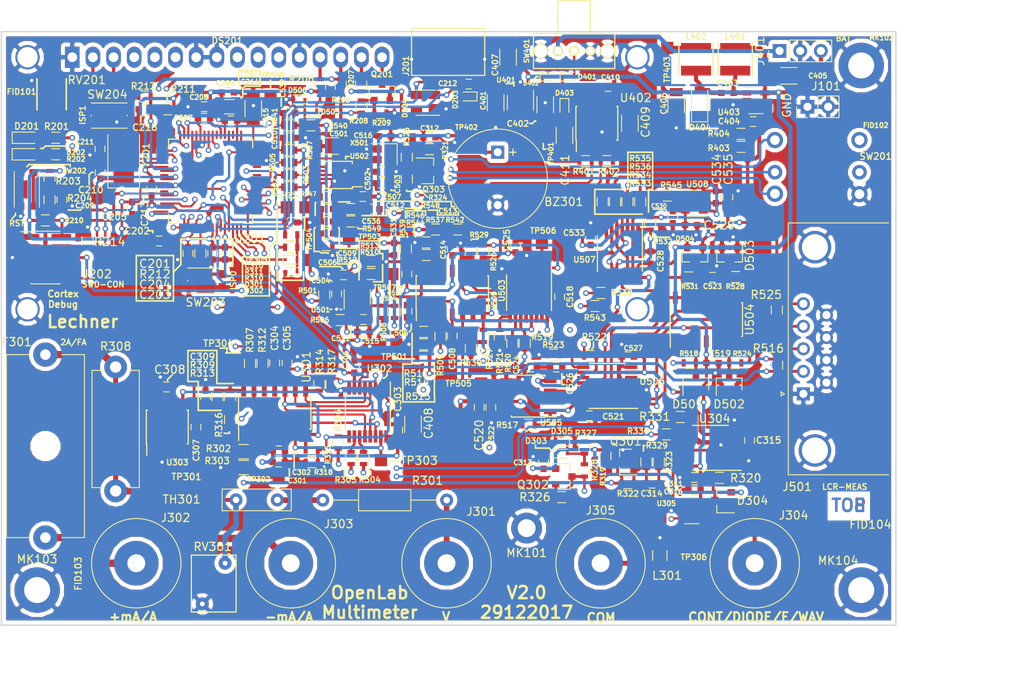
<source format=kicad_pcb>
(kicad_pcb (version 4) (host pcbnew 4.0.6)
  (layers (0 F.Cu signal) (1 In1.Cu signal hide) (2 In2.Cu signal) (31 B.Cu signal) (34 B.Paste user) (35 F.Paste user) (36 B.SilkS user) (37 F.SilkS user) (38 B.Mask user) (39 F.Mask user) (44 Edge.Cuts user))
  (net 0 "")
  (net 1 GND)
  (net 2 "Net-(BZ301-Pad1)")
  (net 3 +3V3)
  (net 4 "/MCU Signal Processing/MCU_~RESET~")
  (net 5 "Net-(C210-Pad1)")
  (net 6 "Net-(C211-Pad1)")
  (net 7 "Net-(C212-Pad2)")
  (net 8 "Net-(C214-Pad2)")
  (net 9 "/MCU Signal Processing/PIO1_11/ISP1")
  (net 10 +5V)
  (net 11 -5V)
  (net 12 "Net-(C309-Pad2)")
  (net 13 /TLD_UI_SIGNAL)
  (net 14 "Net-(C314-Pad2)")
  (net 15 "Net-(C314-Pad1)")
  (net 16 "Net-(C403-Pad2)")
  (net 17 "Net-(C403-Pad1)")
  (net 18 "Net-(C404-Pad2)")
  (net 19 "Net-(C409-Pad1)")
  (net 20 "Net-(C411-Pad1)")
  (net 21 "Net-(C501-Pad2)")
  (net 22 "Net-(C507-Pad1)")
  (net 23 "Net-(C509-Pad2)")
  (net 24 "Net-(C509-Pad1)")
  (net 25 /TLD_ADC_REF_SIG)
  (net 26 "Net-(C512-Pad2)")
  (net 27 "Net-(C513-Pad2)")
  (net 28 "Net-(C531-Pad2)")
  (net 29 /TLD_ADC_MED_SIG)
  (net 30 "Net-(D201-Pad2)")
  (net 31 "Net-(D202-Pad2)")
  (net 32 "Net-(D204-Pad2)")
  (net 33 "Net-(D204-Pad3)")
  (net 34 "Net-(D301-Pad2)")
  (net 35 "Net-(D303-Pad2)")
  (net 36 "Net-(D304-Pad3)")
  (net 37 "Net-(D401-Pad2)")
  (net 38 "Net-(D501-Pad3)")
  (net 39 "Net-(D502-Pad3)")
  (net 40 "Net-(D503-Pad3)")
  (net 41 "Net-(D504-Pad3)")
  (net 42 "Net-(D505-Pad2)")
  (net 43 "Net-(DS201-Pad3)")
  (net 44 "Net-(DS201-Pad13)")
  (net 45 "Net-(DS201-Pad14)")
  (net 46 "/MCU Signal Processing/DISP_BACK_LIGHT_A")
  (net 47 "/MCU Signal Processing/DISP_BACK_LIGHT_K")
  (net 48 "Net-(F301-Pad1)")
  (net 49 "Net-(F301-Pad2)")
  (net 50 "/MCU Signal Processing/SWDIO/PIO0_20/TMS")
  (net 51 "/MCU Signal Processing/SWCLK/PIO0_19/TCK")
  (net 52 "/MCU Signal Processing/SWO_PIO1_0")
  (net 53 "Net-(J301-Pad1)")
  (net 54 "Net-(J303-Pad1)")
  (net 55 "Net-(J304-Pad1)")
  (net 56 "Net-(J305-Pad1)")
  (net 57 "Net-(J501-Pad2)")
  (net 58 "Net-(J501-Pad4)")
  (net 59 "Net-(Q201-Pad1)")
  (net 60 /TLD_FREQ_TMR)
  (net 61 "Net-(Q302-Pad2)")
  (net 62 /TLD_CONT_TST)
  (net 63 "Net-(Q303-Pad1)")
  (net 64 "/MCU Signal Processing/PIO1_7_LED_PWR")
  (net 65 "/MCU Signal Processing/PIO1_8_LED_ERR")
  (net 66 "Net-(R204-Pad1)")
  (net 67 "/MCU Signal Processing/DISP_BACK_LIGHT_CTRL")
  (net 68 "Net-(R212-Pad1)")
  (net 69 "/MCU Signal Processing/PIO1_9/ISP0")
  (net 70 "Net-(R213-Pad1)")
  (net 71 "Net-(R301-Pad1)")
  (net 72 "Net-(R302-Pad1)")
  (net 73 "Net-(R302-Pad2)")
  (net 74 /TLD_UI_SEL)
  (net 75 "Net-(R304-Pad2)")
  (net 76 /TLD_UI_GAIN_x10)
  (net 77 "Net-(R305-Pad2)")
  (net 78 /TLD_UI_GAIN_x100)
  (net 79 "Net-(R306-Pad2)")
  (net 80 /TLD_U_SIGN)
  (net 81 "Net-(R307-Pad2)")
  (net 82 "Net-(R309-Pad1)")
  (net 83 "Net-(R312-Pad1)")
  (net 84 "Net-(R313-Pad2)")
  (net 85 "Net-(R314-Pad2)")
  (net 86 "Net-(R315-Pad1)")
  (net 87 "Net-(R315-Pad2)")
  (net 88 "Net-(R323-Pad1)")
  (net 89 /TLD_BUZZER)
  (net 90 "/MT Measurement Tools/CONT_TEST")
  (net 91 /TLD_MU_PG)
  (net 92 "Net-(R402-Pad1)")
  (net 93 /TLD_MU_PWR_EN)
  (net 94 "Net-(R501-Pad1)")
  (net 95 "Net-(R502-Pad1)")
  (net 96 /TLD_DDS_SCLK)
  (net 97 "Net-(R503-Pad1)")
  (net 98 /TLD_DDS_SDATA)
  (net 99 "Net-(R504-Pad1)")
  (net 100 "Net-(R505-Pad1)")
  (net 101 /TLD_DDS_FSYNC)
  (net 102 "Net-(R506-Pad2)")
  (net 103 "Net-(R508-Pad2)")
  (net 104 "Net-(R509-Pad1)")
  (net 105 "Net-(R510-Pad2)")
  (net 106 "Net-(R511-Pad2)")
  (net 107 "Net-(R517-Pad1)")
  (net 108 "Net-(R517-Pad2)")
  (net 109 "Net-(R519-Pad1)")
  (net 110 /TLD_LCR_UI_GAIN_x10)
  (net 111 "Net-(R520-Pad1)")
  (net 112 /TLD_LCR_UI_GAIN_x100)
  (net 113 "Net-(R521-Pad1)")
  (net 114 "Net-(R522-Pad1)")
  (net 115 /TLD_LCR_UI_SEL)
  (net 116 "Net-(R523-Pad1)")
  (net 117 "Net-(R526-Pad1)")
  (net 118 "Net-(R526-Pad2)")
  (net 119 "Net-(R527-Pad1)")
  (net 120 "Net-(R527-Pad2)")
  (net 121 "Net-(R531-Pad2)")
  (net 122 "Net-(R532-Pad1)")
  (net 123 "Net-(R533-Pad1)")
  (net 124 "Net-(R534-Pad1)")
  (net 125 "Net-(R534-Pad2)")
  (net 126 "Net-(R535-Pad1)")
  (net 127 "Net-(R536-Pad1)")
  (net 128 "Net-(R537-Pad1)")
  (net 129 "Net-(R538-Pad1)")
  (net 130 /TLD_CURR_RG_A)
  (net 131 "Net-(R539-Pad2)")
  (net 132 "Net-(R543-Pad1)")
  (net 133 /TLD_CURR_RG_B)
  (net 134 "Net-(R544-Pad2)")
  (net 135 "Net-(R545-Pad1)")
  (net 136 "Net-(R547-Pad2)")
  (net 137 "/MCU Signal Processing/PIO1_6")
  (net 138 "/MCU Signal Processing/PIO1_5")
  (net 139 "/MCU Signal Processing/PIO1_4")
  (net 140 "/MCU Signal Processing/PIO1_2")
  (net 141 "/MCU Signal Processing/PIO1_3")
  (net 142 "Net-(TP303-Pad1)")
  (net 143 "Net-(TP505-Pad1)")
  (net 144 /TLD_DAC_SIG)
  (net 145 /TLD_TOOL_SEL_A)
  (net 146 /TLD_TOOL_SEL_B)
  (net 147 "Net-(U301-Pad1)")
  (net 148 "/MT Measurement Tools/U/I_Measurement")
  (net 149 "Net-(U301-Pad9)")
  (net 150 "Net-(U302-Pad13)")
  (net 151 "Net-(U304-Pad15)")
  (net 152 "Net-(U502-Pad5)")
  (net 153 "Net-(U503-Pad14)")
  (net 154 "Net-(U503-Pad15)")
  (net 155 "Net-(U504-Pad1)")
  (net 156 "Net-(U504-Pad6)")
  (net 157 "Net-(U504-Pad8)")
  (net 158 "Net-(U504-Pad13)")
  (net 159 "Net-(U505-Pad2)")
  (net 160 "Net-(U505-Pad3)")
  (net 161 "Net-(J501-Pad3)")
  (net 162 "Net-(J501-Pad5)")
  (net 163 "Net-(R330-Pad1)")
  (net 164 "Net-(R331-Pad1)")
  (net 165 "Net-(J401-Pad1)")
  (module SWITCH-2-WAY_SPDT (layer F.Cu) (at 170.434 24.384)
    (fp_text reference SW401 (at -5.842 0 90) (layer F.SilkS) (effects (font (size 0.6 0.6))))
    (fp_text value SW_SPDT_OpenLab)
    (pad 2 thru_hole circle (at 0 0) (size 1.2 1.2) (drill 0.8) (layers *.Cu *.Mask F.SilkS) (net 37 "Net-(D401-Pad2)"))
    (pad 2 thru_hole circle (at 0 0) (size 1.2 1.2) (drill 0.8) (layers *.Cu *.Mask F.SilkS) (net 37 "Net-(D401-Pad2)"))
    (pad 3 thru_hole circle (at 2 0) (size 1.2 1.2) (drill 0.8) (layers *.Cu *.Mask F.SilkS) (net 1 GND))
    (pad 1 thru_hole circle (at -2 0) (size 1.2 1.2) (drill 0.8) (layers *.Cu *.Mask F.SilkS) (net 165 "Net-(J401-Pad1)"))
    (pad 4 thru_hole circle (at -4.1 0) (size 1.8 1.8) (drill 1.5) (layers *.Cu *.Mask F.SilkS) (net 1 GND))
    (pad 4 thru_hole circle (at 4.1 0) (size 1.8 1.8) (drill 1.5) (layers *.Cu *.Mask F.SilkS) (net 1 GND))
  )
  (module WC1602A (layer F.Cu) (at 108.712 25.146)
    (fp_text reference DS201 (at 19.05 -2.032) (layer F.SilkS) (effects (font (size 0.8 0.8))))
    (fp_text value MC21605C6W)
    (pad 1 thru_hole rect (at 0 0) (size 1.8 2.6) (drill 1.2) (layers *.Cu *.Mask) (net 1 GND))
    (pad 2 thru_hole oval (at 2.54 0) (size 1.8 2.6) (drill 1.2) (layers *.Cu *.Mask) (net 10 +5V))
    (pad 3 thru_hole oval (at 5.08 0) (size 1.8 2.6) (drill 1.2) (layers *.Cu *.Mask) (net 43 "Net-(DS201-Pad3)"))
    (pad 4 thru_hole oval (at 7.62 0) (size 1.8 2.6) (drill 1.2) (layers *.Cu *.Mask))
    (pad 5 thru_hole oval (at 10.16 0) (size 1.8 2.6) (drill 1.2) (layers *.Cu *.Mask))
    (pad 6 thru_hole oval (at 12.7 0) (size 1.8 2.6) (drill 1.2) (layers *.Cu *.Mask))
    (pad 7 thru_hole oval (at 15.24 0) (size 1.8 2.6) (drill 1.2) (layers *.Cu *.Mask) (net 1 GND))
    (pad 8 thru_hole oval (at 17.78 0) (size 1.8 2.6) (drill 1.2) (layers *.Cu *.Mask) (net 1 GND))
    (pad 9 thru_hole oval (at 20.32 0) (size 1.8 2.6) (drill 1.2) (layers *.Cu *.Mask))
    (pad 10 thru_hole oval (at 22.86 0) (size 1.8 2.6) (drill 1.2) (layers *.Cu *.Mask))
    (pad 11 thru_hole oval (at 25.4 0) (size 1.8 2.6) (drill 1.2) (layers *.Cu *.Mask))
    (pad 12 thru_hole oval (at 27.94 0) (size 1.8 2.6) (drill 1.2) (layers *.Cu *.Mask) (net 1 GND))
    (pad 13 thru_hole oval (at 30.48 0) (size 1.8 2.6) (drill 1.2) (layers *.Cu *.Mask) (net 44 "Net-(DS201-Pad13)"))
    (pad 14 thru_hole oval (at 33.02 0) (size 1.8 2.6) (drill 1.2) (layers *.Cu *.Mask) (net 45 "Net-(DS201-Pad14)"))
    (pad 15 thru_hole oval (at 35.56 0) (size 1.8 2.6) (drill 1.2) (layers *.Cu *.Mask) (net 46 "/MCU Signal Processing/DISP_BACK_LIGHT_A"))
    (pad 16 thru_hole oval (at 38.1 0) (size 1.8 2.6) (drill 1.2) (layers *.Cu *.Mask) (net 47 "/MCU Signal Processing/DISP_BACK_LIGHT_K"))
    (pad "" thru_hole circle (at -5.4991 0) (size 3 3) (drill 2.5) (layers *.Cu *.Mask) (net 1 GND))
    (pad "" thru_hole circle (at -5.4991 31.0007) (size 3 3) (drill 2.5) (layers *.Cu *.Mask) (net 1 GND))
    (pad "" thru_hole circle (at 69.49948 31.0007) (size 3 3) (drill 2.5) (layers *.Cu *.Mask) (net 1 GND))
    (pad "" thru_hole circle (at 69.5 0) (size 3 3) (drill 2.5) (layers *.Cu *.Mask) (net 1 GND))
  )
  (module Housings_SOIC:SOIC-14_3.9x8.7mm_Pitch1.27mm (layer F.Cu) (at 186.69 57.404 90)
    (fp_text reference U504 (at 0 5.334 90) (layer F.SilkS))
    (fp_text value MAX44252)
    (pad 1 smd rect (at -2.7 -3.81 90) (size 1.5 0.6) (layers F.Cu F.Paste F.Mask) (net 155 "Net-(U504-Pad1)"))
    (pad 2 smd rect (at -2.7 -2.54 90) (size 1.5 0.6) (layers F.Cu F.Paste F.Mask) (net 155 "Net-(U504-Pad1)"))
    (pad 3 smd rect (at -2.7 -1.27 90) (size 1.5 0.6) (layers F.Cu F.Paste F.Mask) (net 38 "Net-(D501-Pad3)"))
    (pad 4 smd rect (at -2.7 0 90) (size 1.5 0.6) (layers F.Cu F.Paste F.Mask) (net 10 +5V))
    (pad 5 smd rect (at -2.7 1.27 90) (size 1.5 0.6) (layers F.Cu F.Paste F.Mask) (net 39 "Net-(D502-Pad3)"))
    (pad 6 smd rect (at -2.7 2.54 90) (size 1.5 0.6) (layers F.Cu F.Paste F.Mask) (net 156 "Net-(U504-Pad6)"))
    (pad 7 smd rect (at -2.7 3.81 90) (size 1.5 0.6) (layers F.Cu F.Paste F.Mask) (net 156 "Net-(U504-Pad6)"))
    (pad 8 smd rect (at 2.7 3.81 90) (size 1.5 0.6) (layers F.Cu F.Paste F.Mask) (net 157 "Net-(U504-Pad8)"))
    (pad 9 smd rect (at 2.7 2.54 90) (size 1.5 0.6) (layers F.Cu F.Paste F.Mask) (net 157 "Net-(U504-Pad8)"))
    (pad 10 smd rect (at 2.7 1.27 90) (size 1.5 0.6) (layers F.Cu F.Paste F.Mask) (net 40 "Net-(D503-Pad3)"))
    (pad 11 smd rect (at 2.7 0 90) (size 1.5 0.6) (layers F.Cu F.Paste F.Mask) (net 11 -5V))
    (pad 12 smd rect (at 2.7 -1.27 90) (size 1.5 0.6) (layers F.Cu F.Paste F.Mask) (net 41 "Net-(D504-Pad3)"))
    (pad 13 smd rect (at 2.7 -2.54 90) (size 1.5 0.6) (layers F.Cu F.Paste F.Mask) (net 158 "Net-(U504-Pad13)"))
    (pad 14 smd rect (at 2.7 -3.81 90) (size 1.5 0.6) (layers F.Cu F.Paste F.Mask) (net 158 "Net-(U504-Pad13)"))
  )
  (module Housings_SOIC:SOIC-8_3.9x4.9mm_Pitch1.27mm (layer F.Cu) (at 173.228 33.274 90)
    (fp_text reference U402 (at 3.13309 4.77139 180) (layer F.SilkS))
    (fp_text value TPS76550D)
    (pad 1 smd rect (at -2.7 -1.905 90) (size 1.55 0.6) (layers F.Cu F.Paste F.Mask))
    (pad 2 smd rect (at -2.7 -0.635 90) (size 1.55 0.6) (layers F.Cu F.Paste F.Mask) (net 91 /TLD_MU_PG))
    (pad 3 smd rect (at -2.7 0.635 90) (size 1.55 0.6) (layers F.Cu F.Paste F.Mask) (net 1 GND))
    (pad 4 smd rect (at -2.7 1.905 90) (size 1.55 0.6) (layers F.Cu F.Paste F.Mask) (net 92 "Net-(R402-Pad1)"))
    (pad 5 smd rect (at 2.7 1.905 90) (size 1.55 0.6) (layers F.Cu F.Paste F.Mask) (net 19 "Net-(C409-Pad1)"))
    (pad 6 smd rect (at 2.7 0.635 90) (size 1.55 0.6) (layers F.Cu F.Paste F.Mask) (net 19 "Net-(C409-Pad1)"))
    (pad 7 smd rect (at 2.7 -0.635 90) (size 1.55 0.6) (layers F.Cu F.Paste F.Mask) (net 20 "Net-(C411-Pad1)"))
    (pad 8 smd rect (at 2.7 -1.905 90) (size 1.55 0.6) (layers F.Cu F.Paste F.Mask) (net 20 "Net-(C411-Pad1)"))
  )
  (module Crystals:Crystal_SMD_0603-2pin_6.0x3.5mm (layer F.Cu) (at 115.0366 37.87902 90)
    (fp_text reference Y201 (at 0.70866 2.75336 270) (layer F.SilkS) (effects (font (size 0.8 0.8))))
    (fp_text value 12MHz)
    (pad 1 smd rect (at -2.2 0 90) (size 1.9 2.5) (layers F.Cu F.Paste F.Mask) (net 5 "Net-(C210-Pad1)"))
    (pad 2 smd rect (at 2.2 0 90) (size 1.9 2.5) (layers F.Cu F.Paste F.Mask) (net 6 "Net-(C211-Pad1)"))
  )
  (module Oscillators:Oscillator_SMD_SeikoEpson_SG210-4pin_2.5x2.0mm (layer F.Cu) (at 147.066 37.084 180)
    (fp_text reference X501 (at 3.04038 1.40335 180) (layer F.SilkS) (effects (font (size 0.6 0.6))))
    (fp_text value 25MHz)
    (pad 1 smd rect (at -0.85 0.65 180) (size 1.1 0.9) (layers F.Cu F.Paste F.Mask) (net 3 +3V3))
    (pad 2 smd rect (at 0.85 0.65 180) (size 1.1 0.9) (layers F.Cu F.Paste F.Mask) (net 1 GND))
    (pad 3 smd rect (at 0.85 -0.65 180) (size 1.1 0.9) (layers F.Cu F.Paste F.Mask) (net 152 "Net-(U502-Pad5)"))
    (pad 4 smd rect (at -0.85 -0.65 180) (size 1.1 0.9) (layers F.Cu F.Paste F.Mask) (net 3 +3V3))
  )
  (module Housings_SOIC:SOIC-14_3.9x8.7mm_Pitch1.27mm (layer F.Cu) (at 155.448 54.102 90)
    (fp_text reference U509 (at -1.00203 5.15493 270) (layer F.SilkS) (effects (font (size 0.6 0.6))))
    (fp_text value MAX44252)
    (pad 1 smd rect (at -2.7 -3.81 90) (size 1.5 0.6) (layers F.Cu F.Paste F.Mask) (net 103 "Net-(R508-Pad2)"))
    (pad 2 smd rect (at -2.7 -2.54 90) (size 1.5 0.6) (layers F.Cu F.Paste F.Mask) (net 106 "Net-(R511-Pad2)"))
    (pad 3 smd rect (at -2.7 -1.27 90) (size 1.5 0.6) (layers F.Cu F.Paste F.Mask) (net 104 "Net-(R509-Pad1)"))
    (pad 4 smd rect (at -2.7 0 90) (size 1.5 0.6) (layers F.Cu F.Paste F.Mask) (net 10 +5V))
    (pad 5 smd rect (at -2.7 1.27 90) (size 1.5 0.6) (layers F.Cu F.Paste F.Mask) (net 143 "Net-(TP505-Pad1)"))
    (pad 6 smd rect (at -2.7 2.54 90) (size 1.5 0.6) (layers F.Cu F.Paste F.Mask) (net 153 "Net-(U503-Pad14)"))
    (pad 7 smd rect (at -2.7 3.81 90) (size 1.5 0.6) (layers F.Cu F.Paste F.Mask) (net 119 "Net-(R527-Pad1)"))
    (pad 8 smd rect (at 2.7 3.81 90) (size 1.5 0.6) (layers F.Cu F.Paste F.Mask) (net 117 "Net-(R526-Pad1)"))
    (pad 9 smd rect (at 2.7 2.54 90) (size 1.5 0.6) (layers F.Cu F.Paste F.Mask) (net 154 "Net-(U503-Pad15)"))
    (pad 10 smd rect (at 2.7 1.27 90) (size 1.5 0.6) (layers F.Cu F.Paste F.Mask) (net 119 "Net-(R527-Pad1)"))
    (pad 11 smd rect (at 2.7 0 90) (size 1.5 0.6) (layers F.Cu F.Paste F.Mask) (net 11 -5V))
    (pad 12 smd rect (at 2.7 -1.27 90) (size 1.5 0.6) (layers F.Cu F.Paste F.Mask) (net 128 "Net-(R537-Pad1)"))
    (pad 13 smd rect (at 2.7 -2.54 90) (size 1.5 0.6) (layers F.Cu F.Paste F.Mask) (net 134 "Net-(R544-Pad2)"))
    (pad 14 smd rect (at 2.7 -3.81 90) (size 1.5 0.6) (layers F.Cu F.Paste F.Mask) (net 131 "Net-(R539-Pad2)"))
  )
  (module TO_SOT_Packages_SMD:SOT-23-5 (layer F.Cu) (at 185.2041 43.10634 180)
    (fp_text reference U508 (at -0.381 2.35458 180) (layer F.SilkS) (effects (font (size 0.7 0.7))))
    (fp_text value MAX44250)
    (pad 1 smd rect (at -1.1 -0.95 180) (size 1.06 0.65) (layers F.Cu F.Paste F.Mask) (net 124 "Net-(R534-Pad1)"))
    (pad 2 smd rect (at -1.1 0 180) (size 1.06 0.65) (layers F.Cu F.Paste F.Mask) (net 11 -5V))
    (pad 3 smd rect (at -1.1 0.95 180) (size 1.06 0.65) (layers F.Cu F.Paste F.Mask) (net 1 GND))
    (pad 4 smd rect (at 1.1 0.95 180) (size 1.06 0.65) (layers F.Cu F.Paste F.Mask) (net 135 "Net-(R545-Pad1)"))
    (pad 5 smd rect (at 1.1 -0.95 180) (size 1.06 0.65) (layers F.Cu F.Paste F.Mask) (net 10 +5V))
  )
  (module Housings_SSOP:TSSOP-16_4.4x5mm_Pitch0.65mm (layer F.Cu) (at 176.022 49.276 270)
    (fp_text reference U507 (at 0.762 4.318 360) (layer F.SilkS) (effects (font (size 0.7 0.7))))
    (fp_text value 74HCT4052)
    (pad 1 smd rect (at -2.95 -2.275 270) (size 1.5 0.45) (layers F.Cu F.Paste F.Mask) (net 122 "Net-(R532-Pad1)"))
    (pad 2 smd rect (at -2.95 -1.625 270) (size 1.5 0.45) (layers F.Cu F.Paste F.Mask) (net 123 "Net-(R533-Pad1)"))
    (pad 3 smd rect (at -2.95 -0.975 270) (size 1.5 0.45) (layers F.Cu F.Paste F.Mask) (net 125 "Net-(R534-Pad2)"))
    (pad 4 smd rect (at -2.95 -0.325 270) (size 1.5 0.45) (layers F.Cu F.Paste F.Mask) (net 127 "Net-(R536-Pad1)"))
    (pad 5 smd rect (at -2.95 0.325 270) (size 1.5 0.45) (layers F.Cu F.Paste F.Mask) (net 126 "Net-(R535-Pad1)"))
    (pad 6 smd rect (at -2.95 0.975 270) (size 1.5 0.45) (layers F.Cu F.Paste F.Mask) (net 1 GND))
    (pad 7 smd rect (at -2.95 1.625 270) (size 1.5 0.45) (layers F.Cu F.Paste F.Mask) (net 11 -5V))
    (pad 8 smd rect (at -2.95 2.275 270) (size 1.5 0.45) (layers F.Cu F.Paste F.Mask) (net 1 GND))
    (pad 9 smd rect (at 2.95 2.275 270) (size 1.5 0.45) (layers F.Cu F.Paste F.Mask) (net 132 "Net-(R543-Pad1)"))
    (pad 10 smd rect (at 2.95 1.625 270) (size 1.5 0.45) (layers F.Cu F.Paste F.Mask) (net 129 "Net-(R538-Pad1)"))
    (pad 11 smd rect (at 2.95 0.975 270) (size 1.5 0.45) (layers F.Cu F.Paste F.Mask) (net 127 "Net-(R536-Pad1)"))
    (pad 12 smd rect (at 2.95 0.325 270) (size 1.5 0.45) (layers F.Cu F.Paste F.Mask) (net 122 "Net-(R532-Pad1)"))
    (pad 13 smd rect (at 2.95 -0.325 270) (size 1.5 0.45) (layers F.Cu F.Paste F.Mask) (net 121 "Net-(R531-Pad2)"))
    (pad 14 smd rect (at 2.95 -0.975 270) (size 1.5 0.45) (layers F.Cu F.Paste F.Mask) (net 126 "Net-(R535-Pad1)"))
    (pad 15 smd rect (at 2.95 -1.625 270) (size 1.5 0.45) (layers F.Cu F.Paste F.Mask) (net 123 "Net-(R533-Pad1)"))
    (pad 16 smd rect (at 2.95 -2.275 270) (size 1.5 0.45) (layers F.Cu F.Paste F.Mask) (net 10 +5V))
  )
  (module Housings_SSOP:TSSOP-16_4.4x5mm_Pitch0.65mm (layer F.Cu) (at 174.498 65.532 180)
    (fp_text reference U506 (at -5.5245 0.51816 180) (layer F.SilkS) (effects (font (size 0.8 0.8))))
    (fp_text value 74HCT4053)
    (pad 1 smd rect (at -2.95 -2.275 180) (size 1.5 0.45) (layers F.Cu F.Paste F.Mask) (net 157 "Net-(U504-Pad8)"))
    (pad 2 smd rect (at -2.95 -1.625 180) (size 1.5 0.45) (layers F.Cu F.Paste F.Mask) (net 155 "Net-(U504-Pad1)"))
    (pad 3 smd rect (at -2.95 -0.975 180) (size 1.5 0.45) (layers F.Cu F.Paste F.Mask) (net 1 GND))
    (pad 4 smd rect (at -2.95 -0.325 180) (size 1.5 0.45) (layers F.Cu F.Paste F.Mask))
    (pad 5 smd rect (at -2.95 0.325 180) (size 1.5 0.45) (layers F.Cu F.Paste F.Mask) (net 1 GND))
    (pad 6 smd rect (at -2.95 0.975 180) (size 1.5 0.45) (layers F.Cu F.Paste F.Mask) (net 1 GND))
    (pad 7 smd rect (at -2.95 1.625 180) (size 1.5 0.45) (layers F.Cu F.Paste F.Mask) (net 11 -5V))
    (pad 8 smd rect (at -2.95 2.275 180) (size 1.5 0.45) (layers F.Cu F.Paste F.Mask) (net 1 GND))
    (pad 9 smd rect (at 2.95 2.275 180) (size 1.5 0.45) (layers F.Cu F.Paste F.Mask) (net 116 "Net-(R523-Pad1)"))
    (pad 10 smd rect (at 2.95 1.625 180) (size 1.5 0.45) (layers F.Cu F.Paste F.Mask) (net 114 "Net-(R522-Pad1)"))
    (pad 11 smd rect (at 2.95 0.975 180) (size 1.5 0.45) (layers F.Cu F.Paste F.Mask) (net 114 "Net-(R522-Pad1)"))
    (pad 12 smd rect (at 2.95 0.325 180) (size 1.5 0.45) (layers F.Cu F.Paste F.Mask) (net 156 "Net-(U504-Pad6)"))
    (pad 13 smd rect (at 2.95 -0.325 180) (size 1.5 0.45) (layers F.Cu F.Paste F.Mask) (net 158 "Net-(U504-Pad13)"))
    (pad 14 smd rect (at 2.95 -0.975 180) (size 1.5 0.45) (layers F.Cu F.Paste F.Mask) (net 160 "Net-(U505-Pad3)"))
    (pad 15 smd rect (at 2.95 -1.625 180) (size 1.5 0.45) (layers F.Cu F.Paste F.Mask) (net 159 "Net-(U505-Pad2)"))
    (pad 16 smd rect (at 2.95 -2.275 180) (size 1.5 0.45) (layers F.Cu F.Paste F.Mask) (net 10 +5V))
  )
  (module Housings_SOIC:SOIC-8_3.9x4.9mm_Pitch1.27mm (layer F.Cu) (at 164.79012 66.8274 180)
    (fp_text reference U505 (at -2.81178 -3.26898 360) (layer F.SilkS) (effects (font (size 0.7 0.7))))
    (fp_text value INA129)
    (pad 1 smd rect (at -2.7 -1.905 180) (size 1.55 0.6) (layers F.Cu F.Paste F.Mask) (net 108 "Net-(R517-Pad2)"))
    (pad 2 smd rect (at -2.7 -0.635 180) (size 1.55 0.6) (layers F.Cu F.Paste F.Mask) (net 159 "Net-(U505-Pad2)"))
    (pad 3 smd rect (at -2.7 0.635 180) (size 1.55 0.6) (layers F.Cu F.Paste F.Mask) (net 160 "Net-(U505-Pad3)"))
    (pad 4 smd rect (at -2.7 1.905 180) (size 1.55 0.6) (layers F.Cu F.Paste F.Mask) (net 11 -5V))
    (pad 5 smd rect (at 2.7 1.905 180) (size 1.55 0.6) (layers F.Cu F.Paste F.Mask) (net 1 GND))
    (pad 6 smd rect (at 2.7 0.635 180) (size 1.55 0.6) (layers F.Cu F.Paste F.Mask) (net 143 "Net-(TP505-Pad1)"))
    (pad 7 smd rect (at 2.7 -0.635 180) (size 1.55 0.6) (layers F.Cu F.Paste F.Mask) (net 10 +5V))
    (pad 8 smd rect (at 2.7 -1.905 180) (size 1.55 0.6) (layers F.Cu F.Paste F.Mask) (net 107 "Net-(R517-Pad1)"))
  )
  (module Housings_SSOP:TSSOP-16_4.4x5mm_Pitch0.65mm (layer F.Cu) (at 164.846 54.102 270)
    (fp_text reference U503 (at -0.254 3.302 450) (layer F.SilkS) (effects (font (size 0.7 0.7))))
    (fp_text value 74HCT4053)
    (pad 1 smd rect (at -2.95 -2.275 270) (size 1.5 0.45) (layers F.Cu F.Paste F.Mask) (net 118 "Net-(R526-Pad2)"))
    (pad 2 smd rect (at -2.95 -1.625 270) (size 1.5 0.45) (layers F.Cu F.Paste F.Mask) (net 117 "Net-(R526-Pad1)"))
    (pad 3 smd rect (at -2.95 -0.975 270) (size 1.5 0.45) (layers F.Cu F.Paste F.Mask) (net 1 GND))
    (pad 4 smd rect (at -2.95 -0.325 270) (size 1.5 0.45) (layers F.Cu F.Paste F.Mask))
    (pad 5 smd rect (at -2.95 0.325 270) (size 1.5 0.45) (layers F.Cu F.Paste F.Mask) (net 1 GND))
    (pad 6 smd rect (at -2.95 0.975 270) (size 1.5 0.45) (layers F.Cu F.Paste F.Mask) (net 1 GND))
    (pad 7 smd rect (at -2.95 1.625 270) (size 1.5 0.45) (layers F.Cu F.Paste F.Mask) (net 11 -5V))
    (pad 8 smd rect (at -2.95 2.275 270) (size 1.5 0.45) (layers F.Cu F.Paste F.Mask) (net 1 GND))
    (pad 9 smd rect (at 2.95 2.275 270) (size 1.5 0.45) (layers F.Cu F.Paste F.Mask) (net 113 "Net-(R521-Pad1)"))
    (pad 10 smd rect (at 2.95 1.625 270) (size 1.5 0.45) (layers F.Cu F.Paste F.Mask) (net 111 "Net-(R520-Pad1)"))
    (pad 11 smd rect (at 2.95 0.975 270) (size 1.5 0.45) (layers F.Cu F.Paste F.Mask) (net 109 "Net-(R519-Pad1)"))
    (pad 12 smd rect (at 2.95 0.325 270) (size 1.5 0.45) (layers F.Cu F.Paste F.Mask) (net 119 "Net-(R527-Pad1)"))
    (pad 13 smd rect (at 2.95 -0.325 270) (size 1.5 0.45) (layers F.Cu F.Paste F.Mask) (net 120 "Net-(R527-Pad2)"))
    (pad 14 smd rect (at 2.95 -0.975 270) (size 1.5 0.45) (layers F.Cu F.Paste F.Mask) (net 153 "Net-(U503-Pad14)"))
    (pad 15 smd rect (at 2.95 -1.625 270) (size 1.5 0.45) (layers F.Cu F.Paste F.Mask) (net 154 "Net-(U503-Pad15)"))
    (pad 16 smd rect (at 2.95 -2.275 270) (size 1.5 0.45) (layers F.Cu F.Paste F.Mask) (net 10 +5V))
  )
  (module Housings_SSOP:MSOP-10_3x3mm_Pitch0.5mm (layer F.Cu) (at 141.478 39.624 180)
    (fp_text reference U502 (at -2.54 2.30886 180) (layer F.SilkS) (effects (font (size 0.6 0.6))))
    (fp_text value AD9833)
    (pad 1 smd rect (at -2.2 -1 180) (size 1.4 0.3) (layers F.Cu F.Paste F.Mask) (net 22 "Net-(C507-Pad1)"))
    (pad 2 smd rect (at -2.2 -0.5 180) (size 1.4 0.3) (layers F.Cu F.Paste F.Mask) (net 3 +3V3))
    (pad 3 smd rect (at -2.2 0 180) (size 1.4 0.3) (layers F.Cu F.Paste F.Mask) (net 21 "Net-(C501-Pad2)"))
    (pad 4 smd rect (at -2.2 0.5 180) (size 1.4 0.3) (layers F.Cu F.Paste F.Mask) (net 1 GND))
    (pad 5 smd rect (at -2.2 1 180) (size 1.4 0.3) (layers F.Cu F.Paste F.Mask) (net 152 "Net-(U502-Pad5)"))
    (pad 6 smd rect (at 2.2 1 180) (size 1.4 0.3) (layers F.Cu F.Paste F.Mask) (net 97 "Net-(R503-Pad1)"))
    (pad 7 smd rect (at 2.2 0.5 180) (size 1.4 0.3) (layers F.Cu F.Paste F.Mask) (net 95 "Net-(R502-Pad1)"))
    (pad 8 smd rect (at 2.2 0 180) (size 1.4 0.3) (layers F.Cu F.Paste F.Mask) (net 100 "Net-(R505-Pad1)"))
    (pad 9 smd rect (at 2.2 -0.5 180) (size 1.4 0.3) (layers F.Cu F.Paste F.Mask) (net 1 GND))
    (pad 10 smd rect (at 2.2 -1 180) (size 1.4 0.3) (layers F.Cu F.Paste F.Mask) (net 136 "Net-(R547-Pad2)"))
  )
  (module TO_SOT_Packages_SMD:SOT-23-5 (layer F.Cu) (at 143.764 54.61 90)
    (fp_text reference U501 (at -1.60274 -4.51612 180) (layer F.SilkS) (effects (font (size 0.6 0.6))))
    (fp_text value MAX44250)
    (pad 1 smd rect (at -1.1 -0.95 90) (size 1.06 0.65) (layers F.Cu F.Paste F.Mask) (net 102 "Net-(R506-Pad2)"))
    (pad 2 smd rect (at -1.1 0 90) (size 1.06 0.65) (layers F.Cu F.Paste F.Mask) (net 11 -5V))
    (pad 3 smd rect (at -1.1 0.95 90) (size 1.06 0.65) (layers F.Cu F.Paste F.Mask) (net 99 "Net-(R504-Pad1)"))
    (pad 4 smd rect (at 1.1 0.95 90) (size 1.06 0.65) (layers F.Cu F.Paste F.Mask) (net 105 "Net-(R510-Pad2)"))
    (pad 5 smd rect (at 1.1 -0.95 90) (size 1.06 0.65) (layers F.Cu F.Paste F.Mask) (net 10 +5V))
  )
  (module TO_SOT_Packages_SMD:SOT-23-5 (layer F.Cu) (at 192.786 30.48)
    (fp_text reference U403 (at -3.33375 1.42113) (layer F.SilkS) (effects (font (size 0.7 0.7))))
    (fp_text value LT1611)
    (pad 1 smd rect (at -1.1 -0.95) (size 1.06 0.65) (layers F.Cu F.Paste F.Mask) (net 16 "Net-(C403-Pad2)"))
    (pad 2 smd rect (at -1.1 0) (size 1.06 0.65) (layers F.Cu F.Paste F.Mask) (net 1 GND))
    (pad 3 smd rect (at -1.1 0.95) (size 1.06 0.65) (layers F.Cu F.Paste F.Mask) (net 18 "Net-(C404-Pad2)"))
    (pad 4 smd rect (at 1.1 0.95) (size 1.06 0.65) (layers F.Cu F.Paste F.Mask) (net 10 +5V))
    (pad 5 smd rect (at 1.1 -0.95) (size 1.06 0.65) (layers F.Cu F.Paste F.Mask) (net 10 +5V))
  )
  (module TO_SOT_Packages_SMD:SOT-23-5 (layer F.Cu) (at 163.83 30.734 270)
    (fp_text reference U401 (at -2.794 1.778 360) (layer F.SilkS) (effects (font (size 0.6 0.6))))
    (fp_text value LP2981-N)
    (pad 1 smd rect (at -1.1 -0.95 270) (size 1.06 0.65) (layers F.Cu F.Paste F.Mask) (net 10 +5V))
    (pad 2 smd rect (at -1.1 0 270) (size 1.06 0.65) (layers F.Cu F.Paste F.Mask) (net 1 GND))
    (pad 3 smd rect (at -1.1 0.95 270) (size 1.06 0.65) (layers F.Cu F.Paste F.Mask) (net 10 +5V))
    (pad 4 smd rect (at 1.1 0.95 270) (size 1.06 0.65) (layers F.Cu F.Paste F.Mask))
    (pad 5 smd rect (at 1.1 -0.95 270) (size 1.06 0.65) (layers F.Cu F.Paste F.Mask) (net 3 +3V3))
  )
  (module TO_SOT_Packages_SMD:SOT-23-5 (layer F.Cu) (at 184.87644 80.90916)
    (fp_text reference U305 (at -3.10896 -0.88392 180) (layer F.SilkS) (effects (font (size 0.6 0.6))))
    (fp_text value MAX44250)
    (pad 1 smd rect (at -1.1 -0.95) (size 1.06 0.65) (layers F.Cu F.Paste F.Mask) (net 151 "Net-(U304-Pad15)"))
    (pad 2 smd rect (at -1.1 0) (size 1.06 0.65) (layers F.Cu F.Paste F.Mask) (net 1 GND))
    (pad 3 smd rect (at -1.1 0.95) (size 1.06 0.65) (layers F.Cu F.Paste F.Mask) (net 144 /TLD_DAC_SIG))
    (pad 4 smd rect (at 1.1 0.95) (size 1.06 0.65) (layers F.Cu F.Paste F.Mask) (net 151 "Net-(U304-Pad15)"))
    (pad 5 smd rect (at 1.1 -0.95) (size 1.06 0.65) (layers F.Cu F.Paste F.Mask) (net 10 +5V))
  )
  (module Housings_SSOP:TSSOP-16_4.4x5mm_Pitch0.65mm (layer F.Cu) (at 187.198 73.152 180)
    (fp_text reference U304 (at -0.508 3.556 180) (layer F.SilkS))
    (fp_text value 74HCT4052)
    (pad 1 smd rect (at -2.95 -2.275 180) (size 1.5 0.45) (layers F.Cu F.Paste F.Mask) (net 1 GND))
    (pad 2 smd rect (at -2.95 -1.625 180) (size 1.5 0.45) (layers F.Cu F.Paste F.Mask) (net 1 GND))
    (pad 3 smd rect (at -2.95 -0.975 180) (size 1.5 0.45) (layers F.Cu F.Paste F.Mask))
    (pad 4 smd rect (at -2.95 -0.325 180) (size 1.5 0.45) (layers F.Cu F.Paste F.Mask) (net 1 GND))
    (pad 5 smd rect (at -2.95 0.325 180) (size 1.5 0.45) (layers F.Cu F.Paste F.Mask) (net 1 GND))
    (pad 6 smd rect (at -2.95 0.975 180) (size 1.5 0.45) (layers F.Cu F.Paste F.Mask) (net 1 GND))
    (pad 7 smd rect (at -2.95 1.625 180) (size 1.5 0.45) (layers F.Cu F.Paste F.Mask) (net 11 -5V))
    (pad 8 smd rect (at -2.95 2.275 180) (size 1.5 0.45) (layers F.Cu F.Paste F.Mask) (net 1 GND))
    (pad 9 smd rect (at 2.95 2.275 180) (size 1.5 0.45) (layers F.Cu F.Paste F.Mask) (net 164 "Net-(R331-Pad1)"))
    (pad 10 smd rect (at 2.95 1.625 180) (size 1.5 0.45) (layers F.Cu F.Paste F.Mask) (net 163 "Net-(R330-Pad1)"))
    (pad 11 smd rect (at 2.95 0.975 180) (size 1.5 0.45) (layers F.Cu F.Paste F.Mask))
    (pad 12 smd rect (at 2.95 0.325 180) (size 1.5 0.45) (layers F.Cu F.Paste F.Mask) (net 90 "/MT Measurement Tools/CONT_TEST"))
    (pad 13 smd rect (at 2.95 -0.325 180) (size 1.5 0.45) (layers F.Cu F.Paste F.Mask) (net 36 "Net-(D304-Pad3)"))
    (pad 14 smd rect (at 2.95 -0.975 180) (size 1.5 0.45) (layers F.Cu F.Paste F.Mask) (net 88 "Net-(R323-Pad1)"))
    (pad 15 smd rect (at 2.95 -1.625 180) (size 1.5 0.45) (layers F.Cu F.Paste F.Mask) (net 151 "Net-(U304-Pad15)"))
    (pad 16 smd rect (at 2.95 -2.275 180) (size 1.5 0.45) (layers F.Cu F.Paste F.Mask) (net 10 +5V))
  )
  (module Housings_SOIC:SOIC-8_3.9x4.9mm_Pitch1.27mm (layer F.Cu) (at 120.396 70.612 90)
    (fp_text reference U303 (at -4.35864 1.23952 180) (layer F.SilkS) (effects (font (size 0.7 0.7))))
    (fp_text value INA286)
    (pad 1 smd rect (at -2.7 -1.905 90) (size 1.55 0.6) (layers F.Cu F.Paste F.Mask) (net 54 "Net-(J303-Pad1)"))
    (pad 2 smd rect (at -2.7 -0.635 90) (size 1.55 0.6) (layers F.Cu F.Paste F.Mask) (net 1 GND))
    (pad 3 smd rect (at -2.7 0.635 90) (size 1.55 0.6) (layers F.Cu F.Paste F.Mask) (net 1 GND))
    (pad 4 smd rect (at -2.7 1.905 90) (size 1.55 0.6) (layers F.Cu F.Paste F.Mask))
    (pad 5 smd rect (at 2.7 1.905 90) (size 1.55 0.6) (layers F.Cu F.Paste F.Mask) (net 150 "Net-(U302-Pad13)"))
    (pad 6 smd rect (at 2.7 0.635 90) (size 1.55 0.6) (layers F.Cu F.Paste F.Mask) (net 3 +3V3))
    (pad 7 smd rect (at 2.7 -0.635 90) (size 1.55 0.6) (layers F.Cu F.Paste F.Mask) (net 1 GND))
    (pad 8 smd rect (at 2.7 -1.905 90) (size 1.55 0.6) (layers F.Cu F.Paste F.Mask) (net 48 "Net-(F301-Pad1)"))
  )
  (module Housings_SSOP:TSSOP-16_4.4x5mm_Pitch0.65mm (layer F.Cu) (at 145.034 68.834 270)
    (fp_text reference U302 (at -5.41274 -1.4605 360) (layer F.SilkS) (effects (font (size 0.8 0.8))))
    (fp_text value 74HCT4053)
    (pad 1 smd rect (at -2.95 -2.275 270) (size 1.5 0.45) (layers F.Cu F.Paste F.Mask) (net 87 "Net-(R315-Pad2)"))
    (pad 2 smd rect (at -2.95 -1.625 270) (size 1.5 0.45) (layers F.Cu F.Paste F.Mask) (net 86 "Net-(R315-Pad1)"))
    (pad 3 smd rect (at -2.95 -0.975 270) (size 1.5 0.45) (layers F.Cu F.Paste F.Mask) (net 85 "Net-(R314-Pad2)"))
    (pad 4 smd rect (at -2.95 -0.325 270) (size 1.5 0.45) (layers F.Cu F.Paste F.Mask) (net 149 "Net-(U301-Pad9)"))
    (pad 5 smd rect (at -2.95 0.325 270) (size 1.5 0.45) (layers F.Cu F.Paste F.Mask) (net 83 "Net-(R312-Pad1)"))
    (pad 6 smd rect (at -2.95 0.975 270) (size 1.5 0.45) (layers F.Cu F.Paste F.Mask) (net 1 GND))
    (pad 7 smd rect (at -2.95 1.625 270) (size 1.5 0.45) (layers F.Cu F.Paste F.Mask) (net 11 -5V))
    (pad 8 smd rect (at -2.95 2.275 270) (size 1.5 0.45) (layers F.Cu F.Paste F.Mask) (net 1 GND))
    (pad 9 smd rect (at 2.95 2.275 270) (size 1.5 0.45) (layers F.Cu F.Paste F.Mask) (net 79 "Net-(R306-Pad2)"))
    (pad 10 smd rect (at 2.95 1.625 270) (size 1.5 0.45) (layers F.Cu F.Paste F.Mask) (net 77 "Net-(R305-Pad2)"))
    (pad 11 smd rect (at 2.95 0.975 270) (size 1.5 0.45) (layers F.Cu F.Paste F.Mask) (net 75 "Net-(R304-Pad2)"))
    (pad 12 smd rect (at 2.95 0.325 270) (size 1.5 0.45) (layers F.Cu F.Paste F.Mask) (net 147 "Net-(U301-Pad1)"))
    (pad 13 smd rect (at 2.95 -0.325 270) (size 1.5 0.45) (layers F.Cu F.Paste F.Mask) (net 150 "Net-(U302-Pad13)"))
    (pad 14 smd rect (at 2.95 -0.975 270) (size 1.5 0.45) (layers F.Cu F.Paste F.Mask) (net 148 "/MT Measurement Tools/U/I_Measurement"))
    (pad 15 smd rect (at 2.95 -1.625 270) (size 1.5 0.45) (layers F.Cu F.Paste F.Mask) (net 142 "Net-(TP303-Pad1)"))
    (pad 16 smd rect (at 2.95 -2.275 270) (size 1.5 0.45) (layers F.Cu F.Paste F.Mask) (net 10 +5V))
  )
  (module Housings_SOIC:SOIC-14_3.9x8.7mm_Pitch1.27mm (layer F.Cu) (at 133.604 68.834 90)
    (fp_text reference U301 (at 5.59562 3.8989 90) (layer F.SilkS))
    (fp_text value MAX44252)
    (pad 1 smd rect (at -2.7 -3.81 90) (size 1.5 0.6) (layers F.Cu F.Paste F.Mask) (net 147 "Net-(U301-Pad1)"))
    (pad 2 smd rect (at -2.7 -2.54 90) (size 1.5 0.6) (layers F.Cu F.Paste F.Mask) (net 147 "Net-(U301-Pad1)"))
    (pad 3 smd rect (at -2.7 -1.27 90) (size 1.5 0.6) (layers F.Cu F.Paste F.Mask) (net 72 "Net-(R302-Pad1)"))
    (pad 4 smd rect (at -2.7 0 90) (size 1.5 0.6) (layers F.Cu F.Paste F.Mask) (net 10 +5V))
    (pad 5 smd rect (at -2.7 1.27 90) (size 1.5 0.6) (layers F.Cu F.Paste F.Mask) (net 148 "/MT Measurement Tools/U/I_Measurement"))
    (pad 6 smd rect (at -2.7 2.54 90) (size 1.5 0.6) (layers F.Cu F.Paste F.Mask) (net 142 "Net-(TP303-Pad1)"))
    (pad 7 smd rect (at -2.7 3.81 90) (size 1.5 0.6) (layers F.Cu F.Paste F.Mask) (net 86 "Net-(R315-Pad1)"))
    (pad 8 smd rect (at 2.7 3.81 90) (size 1.5 0.6) (layers F.Cu F.Paste F.Mask) (net 83 "Net-(R312-Pad1)"))
    (pad 9 smd rect (at 2.7 2.54 90) (size 1.5 0.6) (layers F.Cu F.Paste F.Mask) (net 149 "Net-(U301-Pad9)"))
    (pad 10 smd rect (at 2.7 1.27 90) (size 1.5 0.6) (layers F.Cu F.Paste F.Mask) (net 86 "Net-(R315-Pad1)"))
    (pad 11 smd rect (at 2.7 0 90) (size 1.5 0.6) (layers F.Cu F.Paste F.Mask) (net 11 -5V))
    (pad 12 smd rect (at 2.7 -1.27 90) (size 1.5 0.6) (layers F.Cu F.Paste F.Mask) (net 81 "Net-(R307-Pad2)"))
    (pad 13 smd rect (at 2.7 -2.54 90) (size 1.5 0.6) (layers F.Cu F.Paste F.Mask) (net 84 "Net-(R313-Pad2)"))
    (pad 14 smd rect (at 2.7 -3.81 90) (size 1.5 0.6) (layers F.Cu F.Paste F.Mask) (net 82 "Net-(R309-Pad1)"))
  )
  (module Housings_QFP:LQFP-64_10x10mm_Pitch0.5mm (layer F.Cu) (at 125.73 40.386 180)
    (fp_text reference U201 (at -4.826 -7.112 180) (layer F.SilkS))
    (fp_text value LPC1549)
    (pad 1 smd rect (at -5.7 -3.75 180) (size 1 0.25) (layers F.Cu F.Paste F.Mask) (net 78 /TLD_UI_GAIN_x100))
    (pad 2 smd rect (at -5.7 -3.25 180) (size 1 0.25) (layers F.Cu F.Paste F.Mask) (net 89 /TLD_BUZZER))
    (pad 3 smd rect (at -5.7 -2.75 180) (size 1 0.25) (layers F.Cu F.Paste F.Mask) (net 62 /TLD_CONT_TST))
    (pad 4 smd rect (at -5.7 -2.25 180) (size 1 0.25) (layers F.Cu F.Paste F.Mask) (net 52 "/MCU Signal Processing/SWO_PIO1_0"))
    (pad 5 smd rect (at -5.7 -1.75 180) (size 1 0.25) (layers F.Cu F.Paste F.Mask) (net 93 /TLD_MU_PWR_EN))
    (pad 6 smd rect (at -5.7 -1.25 180) (size 1 0.25) (layers F.Cu F.Paste F.Mask) (net 91 /TLD_MU_PG))
    (pad 7 smd rect (at -5.7 -0.75 180) (size 1 0.25) (layers F.Cu F.Paste F.Mask) (net 96 /TLD_DDS_SCLK))
    (pad 8 smd rect (at -5.7 -0.25 180) (size 1 0.25) (layers F.Cu F.Paste F.Mask) (net 98 /TLD_DDS_SDATA))
    (pad 9 smd rect (at -5.7 0.25 180) (size 1 0.25) (layers F.Cu F.Paste F.Mask) (net 101 /TLD_DDS_FSYNC))
    (pad 10 smd rect (at -5.7 0.75 180) (size 1 0.25) (layers F.Cu F.Paste F.Mask))
    (pad 11 smd rect (at -5.7 1.25 180) (size 1 0.25) (layers F.Cu F.Paste F.Mask) (net 13 /TLD_UI_SIGNAL))
    (pad 12 smd rect (at -5.7 1.75 180) (size 1 0.25) (layers F.Cu F.Paste F.Mask))
    (pad 13 smd rect (at -5.7 2.25 180) (size 1 0.25) (layers F.Cu F.Paste F.Mask) (net 8 "Net-(C214-Pad2)"))
    (pad 14 smd rect (at -5.7 2.75 180) (size 1 0.25) (layers F.Cu F.Paste F.Mask) (net 1 GND))
    (pad 15 smd rect (at -5.7 3.25 180) (size 1 0.25) (layers F.Cu F.Paste F.Mask) (net 25 /TLD_ADC_REF_SIG))
    (pad 16 smd rect (at -5.7 3.75 180) (size 1 0.25) (layers F.Cu F.Paste F.Mask) (net 29 /TLD_ADC_MED_SIG))
    (pad 17 smd rect (at -3.75 5.7 270) (size 1 0.25) (layers F.Cu F.Paste F.Mask) (net 74 /TLD_UI_SEL))
    (pad 18 smd rect (at -3.25 5.7 270) (size 1 0.25) (layers F.Cu F.Paste F.Mask) (net 8 "Net-(C214-Pad2)"))
    (pad 19 smd rect (at -2.75 5.7 270) (size 1 0.25) (layers F.Cu F.Paste F.Mask))
    (pad 20 smd rect (at -2.25 5.7 270) (size 1 0.25) (layers F.Cu F.Paste F.Mask) (net 8 "Net-(C214-Pad2)"))
    (pad 21 smd rect (at -1.75 5.7 270) (size 1 0.25) (layers F.Cu F.Paste F.Mask) (net 1 GND))
    (pad 22 smd rect (at -1.25 5.7 270) (size 1 0.25) (layers F.Cu F.Paste F.Mask) (net 3 +3V3))
    (pad 23 smd rect (at -0.75 5.7 270) (size 1 0.25) (layers F.Cu F.Paste F.Mask))
    (pad 24 smd rect (at -0.25 5.7 270) (size 1 0.25) (layers F.Cu F.Paste F.Mask) (net 144 /TLD_DAC_SIG))
    (pad 25 smd rect (at 0.25 5.7 270) (size 1 0.25) (layers F.Cu F.Paste F.Mask) (net 140 "/MCU Signal Processing/PIO1_2"))
    (pad 26 smd rect (at 0.75 5.7 270) (size 1 0.25) (layers F.Cu F.Paste F.Mask) (net 1 GND))
    (pad 27 smd rect (at 1.25 5.7 270) (size 1 0.25) (layers F.Cu F.Paste F.Mask) (net 1 GND))
    (pad 28 smd rect (at 1.75 5.7 270) (size 1 0.25) (layers F.Cu F.Paste F.Mask) (net 141 "/MCU Signal Processing/PIO1_3"))
    (pad 29 smd rect (at 2.25 5.7 270) (size 1 0.25) (layers F.Cu F.Paste F.Mask) (net 80 /TLD_U_SIGN))
    (pad 30 smd rect (at 2.75 5.7 270) (size 1 0.25) (layers F.Cu F.Paste F.Mask) (net 130 /TLD_CURR_RG_A))
    (pad 31 smd rect (at 3.25 5.7 270) (size 1 0.25) (layers F.Cu F.Paste F.Mask) (net 133 /TLD_CURR_RG_B))
    (pad 32 smd rect (at 3.75 5.7 270) (size 1 0.25) (layers F.Cu F.Paste F.Mask) (net 115 /TLD_LCR_UI_SEL))
    (pad 33 smd rect (at 5.7 3.75 180) (size 1 0.25) (layers F.Cu F.Paste F.Mask) (net 139 "/MCU Signal Processing/PIO1_4"))
    (pad 34 smd rect (at 5.7 3.25 180) (size 1 0.25) (layers F.Cu F.Paste F.Mask) (net 138 "/MCU Signal Processing/PIO1_5"))
    (pad 35 smd rect (at 5.7 2.75 180) (size 1 0.25) (layers F.Cu F.Paste F.Mask) (net 6 "Net-(C211-Pad1)"))
    (pad 36 smd rect (at 5.7 2.25 180) (size 1 0.25) (layers F.Cu F.Paste F.Mask) (net 5 "Net-(C210-Pad1)"))
    (pad 37 smd rect (at 5.7 1.75 180) (size 1 0.25) (layers F.Cu F.Paste F.Mask) (net 3 +3V3))
    (pad 38 smd rect (at 5.7 1.25 180) (size 1 0.25) (layers F.Cu F.Paste F.Mask) (net 9 "/MCU Signal Processing/PIO1_11/ISP1"))
    (pad 39 smd rect (at 5.7 0.75 180) (size 1 0.25) (layers F.Cu F.Paste F.Mask))
    (pad 40 smd rect (at 5.7 0.25 180) (size 1 0.25) (layers F.Cu F.Paste F.Mask) (net 51 "/MCU Signal Processing/SWCLK/PIO0_19/TCK"))
    (pad 41 smd rect (at 5.7 -0.25 180) (size 1 0.25) (layers F.Cu F.Paste F.Mask) (net 3 +3V3))
    (pad 42 smd rect (at 5.7 -0.75 180) (size 1 0.25) (layers F.Cu F.Paste F.Mask) (net 1 GND))
    (pad 43 smd rect (at 5.7 -1.25 180) (size 1 0.25) (layers F.Cu F.Paste F.Mask))
    (pad 44 smd rect (at 5.7 -1.75 180) (size 1 0.25) (layers F.Cu F.Paste F.Mask) (net 50 "/MCU Signal Processing/SWDIO/PIO0_20/TMS"))
    (pad 45 smd rect (at 5.7 -2.25 180) (size 1 0.25) (layers F.Cu F.Paste F.Mask) (net 4 "/MCU Signal Processing/MCU_~RESET~"))
    (pad 46 smd rect (at 5.7 -2.75 180) (size 1 0.25) (layers F.Cu F.Paste F.Mask) (net 137 "/MCU Signal Processing/PIO1_6"))
    (pad 47 smd rect (at 5.7 -3.25 180) (size 1 0.25) (layers F.Cu F.Paste F.Mask) (net 33 "Net-(D204-Pad3)"))
    (pad 48 smd rect (at 5.7 -3.75 180) (size 1 0.25) (layers F.Cu F.Paste F.Mask) (net 32 "Net-(D204-Pad2)"))
    (pad 49 smd rect (at 3.75 -5.7 270) (size 1 0.25) (layers F.Cu F.Paste F.Mask) (net 45 "Net-(DS201-Pad14)"))
    (pad 50 smd rect (at 3.25 -5.7 270) (size 1 0.25) (layers F.Cu F.Paste F.Mask) (net 44 "Net-(DS201-Pad13)"))
    (pad 51 smd rect (at 2.75 -5.7 270) (size 1 0.25) (layers F.Cu F.Paste F.Mask) (net 64 "/MCU Signal Processing/PIO1_7_LED_PWR"))
    (pad 52 smd rect (at 2.25 -5.7 270) (size 1 0.25) (layers F.Cu F.Paste F.Mask) (net 3 +3V3))
    (pad 53 smd rect (at 1.75 -5.7 270) (size 1 0.25) (layers F.Cu F.Paste F.Mask) (net 65 "/MCU Signal Processing/PIO1_8_LED_ERR"))
    (pad 54 smd rect (at 1.25 -5.7 270) (size 1 0.25) (layers F.Cu F.Paste F.Mask) (net 69 "/MCU Signal Processing/PIO1_9/ISP0"))
    (pad 55 smd rect (at 0.75 -5.7 270) (size 1 0.25) (layers F.Cu F.Paste F.Mask) (net 1 GND))
    (pad 56 smd rect (at 0.25 -5.7 270) (size 1 0.25) (layers F.Cu F.Paste F.Mask) (net 1 GND))
    (pad 57 smd rect (at -0.25 -5.7 270) (size 1 0.25) (layers F.Cu F.Paste F.Mask) (net 3 +3V3))
    (pad 58 smd rect (at -0.75 -5.7 270) (size 1 0.25) (layers F.Cu F.Paste F.Mask) (net 110 /TLD_LCR_UI_GAIN_x10))
    (pad 59 smd rect (at -1.25 -5.7 270) (size 1 0.25) (layers F.Cu F.Paste F.Mask) (net 67 "/MCU Signal Processing/DISP_BACK_LIGHT_CTRL"))
    (pad 60 smd rect (at -1.75 -5.7 270) (size 1 0.25) (layers F.Cu F.Paste F.Mask) (net 112 /TLD_LCR_UI_GAIN_x100))
    (pad 61 smd rect (at -2.25 -5.7 270) (size 1 0.25) (layers F.Cu F.Paste F.Mask) (net 60 /TLD_FREQ_TMR))
    (pad 62 smd rect (at -2.75 -5.7 270) (size 1 0.25) (layers F.Cu F.Paste F.Mask) (net 145 /TLD_TOOL_SEL_A))
    (pad 63 smd rect (at -3.25 -5.7 270) (size 1 0.25) (layers F.Cu F.Paste F.Mask) (net 146 /TLD_TOOL_SEL_B))
    (pad 64 smd rect (at -3.75 -5.7 270) (size 1 0.25) (layers F.Cu F.Paste F.Mask) (net 76 /TLD_UI_GAIN_x10))
  )
  (module Measurement_Points:Measurement_Point_Square-SMD-Pad_Small (layer F.Cu) (at 133.096 30.226)
    (fp_text reference TP508 (at 0.27686 -2.88544) (layer F.SilkS) (effects (font (size 0.6 0.6))))
    (fp_text value TEST)
    (pad 1 smd rect (at 0 0) (size 1.5 1.5) (layers F.Cu F.Mask) (net 29 /TLD_ADC_MED_SIG))
  )
  (module Measurement_Points:Measurement_Point_Square-SMD-Pad_Small (layer F.Cu) (at 148.082 51.816)
    (fp_text reference TP507 (at -0.9398 1.65354) (layer F.SilkS) (effects (font (size 0.6 0.6))))
    (fp_text value TEST)
    (pad 1 smd rect (at 0 0) (size 1.5 1.5) (layers F.Cu F.Mask) (net 131 "Net-(R539-Pad2)"))
  )
  (module Measurement_Points:Measurement_Point_Square-SMD-Pad_Small (layer F.Cu) (at 166.47414 47.98314)
    (fp_text reference TP506 (at 0.14986 -1.50114) (layer F.SilkS) (effects (font (size 0.7 0.7))))
    (fp_text value TEST)
    (pad 1 smd rect (at 0 0) (size 1.5 1.5) (layers F.Cu F.Mask) (net 117 "Net-(R526-Pad1)"))
  )
  (module Measurement_Points:Measurement_Point_Square-SMD-Pad_Small (layer F.Cu) (at 159.004 65.278)
    (fp_text reference TP505 (at -2.794 0) (layer F.SilkS) (effects (font (size 0.7 0.7))))
    (fp_text value TEST)
    (pad 1 smd rect (at 0 0) (size 1.5 1.5) (layers F.Cu F.Mask) (net 143 "Net-(TP505-Pad1)"))
  )
  (module Measurement_Points:Measurement_Point_Square-SMD-Pad_Small (layer F.Cu) (at 137.97534 50.08626)
    (fp_text reference TP504 (at -0.10668 -2.54889 90) (layer F.SilkS) (effects (font (size 0.6 0.6))))
    (fp_text value TEST)
    (pad 1 smd rect (at 0 0) (size 1.5 1.5) (layers F.Cu F.Mask) (net 23 "Net-(C509-Pad2)"))
  )
  (module Measurement_Points:Measurement_Point_Square-SMD-Pad_Small (layer F.Cu) (at 142.748 47.498)
    (fp_text reference TP503 (at 2.5654 -0.28448) (layer F.SilkS) (effects (font (size 0.6 0.6))))
    (fp_text value TEST)
    (pad 1 smd rect (at 0 0) (size 1.5 1.5) (layers F.Cu F.Mask) (net 24 "Net-(C509-Pad1)"))
  )
  (module Measurement_Points:Measurement_Point_Square-SMD-Pad_Small (layer F.Cu) (at 137.3886 43.60545)
    (fp_text reference TP502 (at -2.30886 -1.33731) (layer F.SilkS) (effects (font (size 0.5 0.5) (thickness 0.125))))
    (fp_text value TEST)
    (pad 1 smd rect (at 0 0) (size 1.5 1.5) (layers F.Cu F.Mask) (net 136 "Net-(R547-Pad2)"))
  )
  (module Measurement_Points:Measurement_Point_Square-SMD-Pad_Small (layer F.Cu) (at 148.59 60.452)
    (fp_text reference TP501 (at -0.254 1.524) (layer F.SilkS) (effects (font (size 0.7 0.7))))
    (fp_text value TEST)
    (pad 1 smd rect (at 0 0) (size 1.5 1.5) (layers F.Cu F.Mask) (net 103 "Net-(R508-Pad2)"))
  )
  (module Measurement_Points:Measurement_Point_Square-SMD-Pad_Small (layer F.Cu) (at 181.8894 24.003)
    (fp_text reference TP403 (at -0.0254 2.667 90) (layer F.SilkS) (effects (font (size 0.7 0.7))))
    (fp_text value -5V)
    (pad 1 smd rect (at 0 0) (size 1.5 1.5) (layers F.Cu F.Mask) (net 11 -5V))
  )
  (module Measurement_Points:Measurement_Point_Square-SMD-Pad_Small (layer F.Cu) (at 157.48 32.258)
    (fp_text reference TP402 (at -0.28321 1.50622) (layer F.SilkS) (effects (font (size 0.6 0.6))))
    (fp_text value +5V)
    (pad 1 smd rect (at 0 0) (size 1.5 1.5) (layers F.Cu F.Mask) (net 10 +5V))
  )
  (module Measurement_Points:Measurement_Point_Square-SMD-Pad_Small (layer F.Cu) (at 166.878 34.544)
    (fp_text reference TP401 (at 0.69342 2.42824 90) (layer F.SilkS) (effects (font (size 0.6 0.6))))
    (fp_text value +3V3)
    (pad 1 smd rect (at 0 0) (size 1.5 1.5) (layers F.Cu F.Mask) (net 3 +3V3))
  )
  (module Measurement_Points:Measurement_Point_Square-SMD-Pad_Small (layer F.Cu) (at 185.928 84.836)
    (fp_text reference TP306 (at -0.77724 1.78816) (layer F.SilkS) (effects (font (size 0.7 0.7))))
    (fp_text value TEST)
    (pad 1 smd rect (at 0 0) (size 1.5 1.5) (layers F.Cu F.Mask) (net 36 "Net-(D304-Pad3)"))
  )
  (module Measurement_Points:Measurement_Point_Square-SMD-Pad_Small (layer F.Cu) (at 135.1026 43.60164)
    (fp_text reference TP305 (at -3.7846 6.43636 180) (layer F.SilkS) (effects (font (size 0.6 0.6))))
    (fp_text value TEST)
    (pad 1 smd rect (at 0 0) (size 1.5 1.5) (layers F.Cu F.Mask) (net 13 /TLD_UI_SIGNAL))
  )
  (module Measurement_Points:Measurement_Point_Square-SMD-Pad_Small (layer F.Cu) (at 128.524 62.738)
    (fp_text reference TP304 (at -1.84531 -2.39903) (layer F.SilkS) (effects (font (size 0.8 0.8))))
    (fp_text value TEST)
    (pad 1 smd rect (at 0 0) (size 1.5 1.5) (layers F.Cu F.Mask) (net 82 "Net-(R309-Pad1)"))
  )
  (module Measurement_Points:Measurement_Point_Square-SMD-Pad_Small (layer F.Cu) (at 146.67738 74.69886)
    (fp_text reference TP303 (at 4.6863 0.06096) (layer F.SilkS))
    (fp_text value TEST)
    (pad 1 smd rect (at 0 0) (size 1.5 1.5) (layers F.Cu F.Mask) (net 142 "Net-(TP303-Pad1)"))
  )
  (module Measurement_Points:Measurement_Point_Square-SMD-Pad_Small (layer F.Cu) (at 134.09676 76.79817)
    (fp_text reference TP302 (at -2.41935 0.25146) (layer F.SilkS) (effects (font (size 0.6 0.6))))
    (fp_text value TEST)
    (pad 1 smd rect (at 0 0) (size 1.5 1.5) (layers F.Cu F.Mask) (net 72 "Net-(R302-Pad1)"))
  )
  (module Measurement_Points:Measurement_Point_Square-SMD-Pad_Small (layer F.Cu) (at 125.6157 76.84389)
    (fp_text reference TP301 (at -2.86258 -0.09525) (layer F.SilkS) (effects (font (size 0.8 0.8))))
    (fp_text value TEST)
    (pad 1 smd rect (at 0 0) (size 1.5 1.5) (layers F.Cu F.Mask) (net 73 "Net-(R302-Pad2)"))
  )
  (module Multimeter:R_Box_L14.4mm_W2.5mm_P5.08mm (layer F.Cu) (at 128.85039 79.58709)
    (fp_text reference TH301 (at -6.68655 -0.06477) (layer F.SilkS))
    (fp_text value Thermistor_PTC)
    (pad 1 thru_hole circle (at 0 0) (size 1.6 1.6) (drill 0.8) (layers *.Cu *.Mask) (net 73 "Net-(R302-Pad2)"))
    (pad 2 thru_hole circle (at 5.08 0) (size 1.6 1.6) (drill 0.8) (layers *.Cu *.Mask) (net 71 "Net-(R301-Pad1)"))
  )
  (module Buttons_Switches_SMD:SW_SPST_KMR2 (layer F.Cu) (at 113.24844 32.32404 180)
    (fp_text reference SW204 (at 0.21844 2.60604 180) (layer F.SilkS))
    (fp_text value SW_Push)
    (pad 1 smd rect (at -2.05 -0.8 180) (size 0.9 1) (layers F.Cu F.Paste F.Mask) (net 1 GND))
    (pad 2 smd rect (at -2.05 0.8 180) (size 0.9 1) (layers F.Cu F.Paste F.Mask) (net 70 "Net-(R213-Pad1)"))
    (pad 1 smd rect (at 2.05 -0.8 180) (size 0.9 1) (layers F.Cu F.Paste F.Mask) (net 1 GND))
    (pad 2 smd rect (at 2.05 0.8 180) (size 0.9 1) (layers F.Cu F.Paste F.Mask) (net 70 "Net-(R213-Pad1)"))
  )
  (module Buttons_Switches_SMD:SW_SPST_KMR2 (layer F.Cu) (at 125.10135 52.62372 180)
    (fp_text reference SW203 (at -0.01905 -2.667 180) (layer F.SilkS))
    (fp_text value SW_Push)
    (pad 1 smd rect (at -2.05 -0.8 180) (size 0.9 1) (layers F.Cu F.Paste F.Mask) (net 1 GND))
    (pad 2 smd rect (at -2.05 0.8 180) (size 0.9 1) (layers F.Cu F.Paste F.Mask) (net 68 "Net-(R212-Pad1)"))
    (pad 1 smd rect (at 2.05 -0.8 180) (size 0.9 1) (layers F.Cu F.Paste F.Mask) (net 1 GND))
    (pad 2 smd rect (at 2.05 0.8 180) (size 0.9 1) (layers F.Cu F.Paste F.Mask) (net 68 "Net-(R212-Pad1)"))
  )
  (module Buttons_Switches_SMD:SW_SPST_KMR2 (layer F.Cu) (at 103.124 41.402 90)
    (fp_text reference SW202 (at 2.286 5.842 180) (layer F.SilkS) (effects (font (size 0.6 0.6))))
    (fp_text value SW_Push)
    (pad 1 smd rect (at -2.05 -0.8 90) (size 0.9 1) (layers F.Cu F.Paste F.Mask) (net 1 GND))
    (pad 2 smd rect (at -2.05 0.8 90) (size 0.9 1) (layers F.Cu F.Paste F.Mask) (net 66 "Net-(R204-Pad1)"))
    (pad 1 smd rect (at 2.05 -0.8 90) (size 0.9 1) (layers F.Cu F.Paste F.Mask) (net 1 GND))
    (pad 2 smd rect (at 2.05 0.8 90) (size 0.9 1) (layers F.Cu F.Paste F.Mask) (net 66 "Net-(R204-Pad1)"))
  )
  (module Multimeter:SKQUCAA010_SKQU_5_Polig_ALPS (layer F.Cu) (at 195.326 43.688)
    (fp_text reference SW201 (at 12.192 -6.35) (layer F.SilkS) (effects (font (size 0.8 0.8))))
    (fp_text value NavigationSwitch)
    (pad 5 thru_hole circle (at 10.2 -4.4) (size 1.8 1.8) (drill 1) (layers *.Cu *.Mask) (net 140 "/MCU Signal Processing/PIO1_2"))
    (pad 4 thru_hole circle (at 10.2 -1.7) (size 2 2) (drill 1.2) (layers *.Cu *.Mask) (net 1 GND))
    (pad 6 thru_hole circle (at 10.2 -8.35) (size 2 2) (drill 1.2) (layers *.Cu *.Mask) (net 141 "/MCU Signal Processing/PIO1_3"))
    (pad 3 thru_hole circle (at -0.2 -1.75) (size 2 2) (drill 1.2) (layers *.Cu *.Mask) (net 137 "/MCU Signal Processing/PIO1_6"))
    (pad 1 thru_hole circle (at -0.2 -8.35) (size 2 2) (drill 1.2) (layers *.Cu *.Mask) (net 139 "/MCU Signal Processing/PIO1_4"))
    (pad 2 thru_hole circle (at -0.2 -4.4) (size 1.8 1.8) (drill 1) (layers *.Cu *.Mask) (net 138 "/MCU Signal Processing/PIO1_5"))
  )
  (module Varistors:RV_Disc_D7_W5.5_P5 (layer F.Cu) (at 127.508 87.376 270)
    (fp_text reference RV301 (at -2.032 1.524 360) (layer F.SilkS))
    (fp_text value Varistor)
    (pad 1 thru_hole circle (at 0 0 270) (size 1.6 1.6) (drill 0.6) (layers *.Cu *.Mask) (net 73 "Net-(R302-Pad2)"))
    (pad 2 thru_hole circle (at 5 2.8 270) (size 1.6 1.6) (drill 0.6) (layers *.Cu *.Mask) (net 1 GND))
  )
  (module Multimeter:Potentiometer_SMD_OpenLab (layer F.Cu) (at 106.172 29.21 180)
    (fp_text reference RV201 (at -4.318 1.27 180) (layer F.SilkS))
    (fp_text value 10k)
    (pad 1 smd rect (at -1 1.2 180) (size 1.2 1.2) (layers F.Cu F.Paste F.Mask) (net 10 +5V))
    (pad 2 smd rect (at 0 -2.04 180) (size 1.6 1.5) (layers F.Cu F.Paste F.Mask) (net 43 "Net-(DS201-Pad3)"))
    (pad 1 smd rect (at -1 1.2 180) (size 1.2 1.2) (layers F.Cu F.Paste F.Mask) (net 10 +5V))
    (pad 3 smd rect (at 1 1.2 180) (size 1.2 1.2) (layers F.Cu F.Paste F.Mask) (net 1 GND))
  )
  (module Resistors_SMD:R_0603 (layer F.Cu) (at 142.97152 45.34408)
    (fp_text reference R549 (at 2.57048 0.88392) (layer F.SilkS) (effects (font (size 0.6 0.6))))
    (fp_text value 33)
    (pad 1 smd rect (at -0.75 0) (size 0.5 0.9) (layers F.Cu F.Paste F.Mask) (net 24 "Net-(C509-Pad1)"))
    (pad 2 smd rect (at 0.75 0) (size 0.5 0.9) (layers F.Cu F.Paste F.Mask) (net 27 "Net-(C513-Pad2)"))
  )
  (module Resistors_SMD:R_0603 (layer F.Cu) (at 142.97152 43.815 180)
    (fp_text reference R548 (at -9.78916 0.4064 180) (layer F.SilkS) (effects (font (size 0.6 0.6))))
    (fp_text value 33)
    (pad 1 smd rect (at -0.75 0 180) (size 0.5 0.9) (layers F.Cu F.Paste F.Mask) (net 27 "Net-(C513-Pad2)"))
    (pad 2 smd rect (at 0.75 0 180) (size 0.5 0.9) (layers F.Cu F.Paste F.Mask) (net 26 "Net-(C512-Pad2)"))
  )
  (module Resistors_SMD:R_0603 (layer F.Cu) (at 140.02512 42.33672 180)
    (fp_text reference R547 (at 2.2479 0.381 180) (layer F.SilkS) (effects (font (size 0.5 0.5) (thickness 0.125))))
    (fp_text value 33)
    (pad 1 smd rect (at -0.75 0 180) (size 0.5 0.9) (layers F.Cu F.Paste F.Mask) (net 26 "Net-(C512-Pad2)"))
    (pad 2 smd rect (at 0.75 0 180) (size 0.5 0.9) (layers F.Cu F.Paste F.Mask) (net 136 "Net-(R547-Pad2)"))
  )
  (module Resistors_SMD:R_0603 (layer F.Cu) (at 152.23998 47.9298 180)
    (fp_text reference R546 (at 1.32588 3.3147 180) (layer F.SilkS) (effects (font (size 0.6 0.6))))
    (fp_text value 20k)
    (pad 1 smd rect (at -0.75 0 180) (size 0.5 0.9) (layers F.Cu F.Paste F.Mask) (net 134 "Net-(R544-Pad2)"))
    (pad 2 smd rect (at 0.75 0 180) (size 0.5 0.9) (layers F.Cu F.Paste F.Mask) (net 1 GND))
  )
  (module Resistors_SMD:R_0603 (layer F.Cu) (at 181.864 42.164 180)
    (fp_text reference R545 (at -0.508 1.27 180) (layer F.SilkS) (effects (font (size 0.7 0.7))))
    (fp_text value 100)
    (pad 1 smd rect (at -0.75 0 180) (size 0.5 0.9) (layers F.Cu F.Paste F.Mask) (net 135 "Net-(R545-Pad1)"))
    (pad 2 smd rect (at 0.75 0 180) (size 0.5 0.9) (layers F.Cu F.Paste F.Mask) (net 162 "Net-(J501-Pad5)"))
  )
  (module Resistors_SMD:R_0603 (layer F.Cu) (at 152.2476 49.46904)
    (fp_text reference R544 (at -1.31826 -3.97764) (layer F.SilkS) (effects (font (size 0.6 0.6))))
    (fp_text value 10k)
    (pad 1 smd rect (at -0.75 0) (size 0.5 0.9) (layers F.Cu F.Paste F.Mask) (net 131 "Net-(R539-Pad2)"))
    (pad 2 smd rect (at 0.75 0) (size 0.5 0.9) (layers F.Cu F.Paste F.Mask) (net 134 "Net-(R544-Pad2)"))
  )
  (module Resistors_SMD:R_0603 (layer F.Cu) (at 172.9867 55.74538 180)
    (fp_text reference R543 (at 0 -1.45 180) (layer F.SilkS) (effects (font (size 0.7 0.7))))
    (fp_text value 56)
    (pad 1 smd rect (at -0.75 0 180) (size 0.5 0.9) (layers F.Cu F.Paste F.Mask) (net 132 "Net-(R543-Pad1)"))
    (pad 2 smd rect (at 0.75 0 180) (size 0.5 0.9) (layers F.Cu F.Paste F.Mask) (net 133 /TLD_CURR_RG_B))
  )
  (module Resistors_SMD:R_0603 (layer F.Cu) (at 156.11094 46.33722)
    (fp_text reference R542 (at -0.33528 -1.17348) (layer F.SilkS) (effects (font (size 0.6 0.6))))
    (fp_text value 10k)
    (pad 1 smd rect (at -0.75 0) (size 0.5 0.9) (layers F.Cu F.Paste F.Mask) (net 128 "Net-(R537-Pad1)"))
    (pad 2 smd rect (at 0.75 0) (size 0.5 0.9) (layers F.Cu F.Paste F.Mask) (net 117 "Net-(R526-Pad1)"))
  )
  (module Resistors_SMD:R_0603 (layer F.Cu) (at 135.382 33.528)
    (fp_text reference R541 (at -1.778 -1.016 90) (layer F.SilkS) (effects (font (size 0.6 0.6))))
    (fp_text value 470)
    (pad 1 smd rect (at -0.75 0) (size 0.5 0.9) (layers F.Cu F.Paste F.Mask) (net 29 /TLD_ADC_MED_SIG))
    (pad 2 smd rect (at 0.75 0) (size 0.5 0.9) (layers F.Cu F.Paste F.Mask) (net 42 "Net-(D505-Pad2)"))
  )
  (module Resistors_SMD:R_0603 (layer F.Cu) (at 138.05916 33.52292)
    (fp_text reference R540 (at 3.36804 0.06604) (layer F.SilkS) (effects (font (size 0.6 0.6))))
    (fp_text value 1k)
    (pad 1 smd rect (at -0.75 0) (size 0.5 0.9) (layers F.Cu F.Paste F.Mask) (net 42 "Net-(D505-Pad2)"))
    (pad 2 smd rect (at 0.75 0) (size 0.5 0.9) (layers F.Cu F.Paste F.Mask) (net 28 "Net-(C531-Pad2)"))
  )
  (module Resistors_SMD:R_0603 (layer F.Cu) (at 149.74824 48.72736 270)
    (fp_text reference R539 (at -2.49936 0.39624 450) (layer F.SilkS) (effects (font (size 0.6 0.6))))
    (fp_text value 100)
    (pad 1 smd rect (at -0.75 0 270) (size 0.5 0.9) (layers F.Cu F.Paste F.Mask) (net 28 "Net-(C531-Pad2)"))
    (pad 2 smd rect (at 0.75 0 270) (size 0.5 0.9) (layers F.Cu F.Paste F.Mask) (net 131 "Net-(R539-Pad2)"))
  )
  (module Resistors_SMD:R_0603 (layer F.Cu) (at 173.72584 54.14518 180)
    (fp_text reference R538 (at -2.55016 0.04318 180) (layer F.SilkS) (effects (font (size 0.7 0.7))))
    (fp_text value 56)
    (pad 1 smd rect (at -0.75 0 180) (size 0.5 0.9) (layers F.Cu F.Paste F.Mask) (net 129 "Net-(R538-Pad1)"))
    (pad 2 smd rect (at 0.75 0 180) (size 0.5 0.9) (layers F.Cu F.Paste F.Mask) (net 130 /TLD_CURR_RG_A))
  )
  (module Resistors_SMD:R_0603 (layer F.Cu) (at 153.40203 46.33722 180)
    (fp_text reference R537 (at 0.06477 1.1811 180) (layer F.SilkS) (effects (font (size 0.6 0.6))))
    (fp_text value 20k)
    (pad 1 smd rect (at -0.75 0 180) (size 0.5 0.9) (layers F.Cu F.Paste F.Mask) (net 128 "Net-(R537-Pad1)"))
    (pad 2 smd rect (at 0.75 0 180) (size 0.5 0.9) (layers F.Cu F.Paste F.Mask) (net 3 +3V3))
  )
  (module Resistors_SMD:R_0603 (layer F.Cu) (at 175.4632 42.92092 90)
    (fp_text reference R536 (at 4.31292 3.0988 180) (layer F.SilkS) (effects (font (size 0.7 0.7))))
    (fp_text value 100k)
    (pad 1 smd rect (at -0.75 0 90) (size 0.5 0.9) (layers F.Cu F.Paste F.Mask) (net 127 "Net-(R536-Pad1)"))
    (pad 2 smd rect (at 0.75 0 90) (size 0.5 0.9) (layers F.Cu F.Paste F.Mask) (net 162 "Net-(J501-Pad5)"))
  )
  (module Resistors_SMD:R_0603 (layer F.Cu) (at 173.94682 42.92092 90)
    (fp_text reference R535 (at 5.32892 4.61518 180) (layer F.SilkS) (effects (font (size 0.7 0.7))))
    (fp_text value 1k)
    (pad 1 smd rect (at -0.75 0 90) (size 0.5 0.9) (layers F.Cu F.Paste F.Mask) (net 126 "Net-(R535-Pad1)"))
    (pad 2 smd rect (at 0.75 0 90) (size 0.5 0.9) (layers F.Cu F.Paste F.Mask) (net 162 "Net-(J501-Pad5)"))
  )
  (module Resistors_SMD:R_0603 (layer F.Cu) (at 176.99482 42.92854 270)
    (fp_text reference R534 (at -3.30454 -1.56718 360) (layer F.SilkS) (effects (font (size 0.7 0.7))))
    (fp_text value 56)
    (pad 1 smd rect (at -0.75 0 270) (size 0.5 0.9) (layers F.Cu F.Paste F.Mask) (net 124 "Net-(R534-Pad1)"))
    (pad 2 smd rect (at 0.75 0 270) (size 0.5 0.9) (layers F.Cu F.Paste F.Mask) (net 125 "Net-(R534-Pad2)"))
  )
  (module Resistors_SMD:R_0603 (layer F.Cu) (at 178.562 42.926 90)
    (fp_text reference R533 (at 2.286 0 180) (layer F.SilkS) (effects (font (size 0.7 0.7))))
    (fp_text value 10k)
    (pad 1 smd rect (at -0.75 0 90) (size 0.5 0.9) (layers F.Cu F.Paste F.Mask) (net 123 "Net-(R533-Pad1)"))
    (pad 2 smd rect (at 0.75 0 90) (size 0.5 0.9) (layers F.Cu F.Paste F.Mask) (net 162 "Net-(J501-Pad5)"))
  )
  (module Resistors_SMD:R_0603 (layer F.Cu) (at 179.78374 45.5803 90)
    (fp_text reference R532 (at -2.2352 1.57988 180) (layer F.SilkS) (effects (font (size 0.6 0.6))))
    (fp_text value 100)
    (pad 1 smd rect (at -0.75 0 90) (size 0.5 0.9) (layers F.Cu F.Paste F.Mask) (net 122 "Net-(R532-Pad1)"))
    (pad 2 smd rect (at 0.75 0 90) (size 0.5 0.9) (layers F.Cu F.Paste F.Mask) (net 162 "Net-(J501-Pad5)"))
  )
  (module Resistors_SMD:R_0603 (layer F.Cu) (at 184.53227 52.22875 180)
    (fp_text reference R531 (at -0.14605 -1.11887 180) (layer F.SilkS) (effects (font (size 0.55 0.55) (thickness 0.1375))))
    (fp_text value 100)
    (pad 1 smd rect (at -0.75 0 180) (size 0.5 0.9) (layers F.Cu F.Paste F.Mask) (net 41 "Net-(D504-Pad3)"))
    (pad 2 smd rect (at 0.75 0 180) (size 0.5 0.9) (layers F.Cu F.Paste F.Mask) (net 121 "Net-(R531-Pad2)"))
  )
  (module Resistors_SMD:R_0603 (layer F.Cu) (at 157.734 60.96 270)
    (fp_text reference R530 (at 1.778 0 360) (layer F.SilkS) (effects (font (size 0.7 0.7))))
    (fp_text value 2k)
    (pad 1 smd rect (at -0.75 0 270) (size 0.5 0.9) (layers F.Cu F.Paste F.Mask) (net 120 "Net-(R527-Pad2)"))
    (pad 2 smd rect (at 0.75 0 270) (size 0.5 0.9) (layers F.Cu F.Paste F.Mask) (net 1 GND))
  )
  (module Resistors_SMD:R_0603 (layer F.Cu) (at 157.734 49.022 270)
    (fp_text reference R529 (at -2.032 -1.016 360) (layer F.SilkS) (effects (font (size 0.6 0.6))))
    (fp_text value 2k)
    (pad 1 smd rect (at -0.75 0 270) (size 0.5 0.9) (layers F.Cu F.Paste F.Mask) (net 118 "Net-(R526-Pad2)"))
    (pad 2 smd rect (at 0.75 0 270) (size 0.5 0.9) (layers F.Cu F.Paste F.Mask) (net 1 GND))
  )
  (module Resistors_SMD:R_0603 (layer F.Cu) (at 190.31585 52.18303)
    (fp_text reference R528 (at -0.06985 1.15697) (layer F.SilkS) (effects (font (size 0.6 0.6))))
    (fp_text value 100)
    (pad 1 smd rect (at -0.75 0) (size 0.5 0.9) (layers F.Cu F.Paste F.Mask) (net 40 "Net-(D503-Pad3)"))
    (pad 2 smd rect (at 0.75 0) (size 0.5 0.9) (layers F.Cu F.Paste F.Mask) (net 162 "Net-(J501-Pad5)"))
  )
  (module Resistors_SMD:R_0603 (layer F.Cu) (at 159.25419 59.42457 270)
    (fp_text reference R527 (at 2.80543 -0.76581 450) (layer F.SilkS) (effects (font (size 0.7 0.7))))
    (fp_text value 18k)
    (pad 1 smd rect (at -0.75 0 270) (size 0.5 0.9) (layers F.Cu F.Paste F.Mask) (net 119 "Net-(R527-Pad1)"))
    (pad 2 smd rect (at 0.75 0 270) (size 0.5 0.9) (layers F.Cu F.Paste F.Mask) (net 120 "Net-(R527-Pad2)"))
  )
  (module Resistors_SMD:R_0603 (layer F.Cu) (at 159.258 49.022 90)
    (fp_text reference R526 (at -1.27 1.27 270) (layer F.SilkS) (effects (font (size 0.6 0.6))))
    (fp_text value 18k)
    (pad 1 smd rect (at -0.75 0 90) (size 0.5 0.9) (layers F.Cu F.Paste F.Mask) (net 117 "Net-(R526-Pad1)"))
    (pad 2 smd rect (at 0.75 0 90) (size 0.5 0.9) (layers F.Cu F.Paste F.Mask) (net 118 "Net-(R526-Pad2)"))
  )
  (module Resistors_SMD:R_0603 (layer F.Cu) (at 195.36156 56.21274 90)
    (fp_text reference R525 (at 1.85674 -1.30556 360) (layer F.SilkS))
    (fp_text value 100)
    (pad 1 smd rect (at -0.75 0 90) (size 0.5 0.9) (layers F.Cu F.Paste F.Mask) (net 58 "Net-(J501-Pad4)"))
    (pad 2 smd rect (at 0.75 0 90) (size 0.5 0.9) (layers F.Cu F.Paste F.Mask) (net 162 "Net-(J501-Pad5)"))
  )
  (module Resistors_SMD:R_0603 (layer F.Cu) (at 190.246 62.738)
    (fp_text reference R524 (at 0.85344 -1.13284) (layer F.SilkS) (effects (font (size 0.6 0.6))))
    (fp_text value 100)
    (pad 1 smd rect (at -0.75 0) (size 0.5 0.9) (layers F.Cu F.Paste F.Mask) (net 39 "Net-(D502-Pad3)"))
    (pad 2 smd rect (at 0.75 0) (size 0.5 0.9) (layers F.Cu F.Paste F.Mask) (net 58 "Net-(J501-Pad4)"))
  )
  (module Resistors_SMD:R_0603 (layer F.Cu) (at 167.894 61.722 180)
    (fp_text reference R523 (at 0.01778 1.19634 180) (layer F.SilkS) (effects (font (size 0.7 0.7))))
    (fp_text value 56)
    (pad 1 smd rect (at -0.75 0 180) (size 0.5 0.9) (layers F.Cu F.Paste F.Mask) (net 116 "Net-(R523-Pad1)"))
    (pad 2 smd rect (at 0.75 0 180) (size 0.5 0.9) (layers F.Cu F.Paste F.Mask) (net 1 GND))
  )
  (module Resistors_SMD:R_0603 (layer F.Cu) (at 172.40631 61.89345 180)
    (fp_text reference R522 (at -0.49657 2.34061 180) (layer F.SilkS) (effects (font (size 0.8 0.8))))
    (fp_text value 56)
    (pad 1 smd rect (at -0.75 0 180) (size 0.5 0.9) (layers F.Cu F.Paste F.Mask) (net 114 "Net-(R522-Pad1)"))
    (pad 2 smd rect (at 0.75 0 180) (size 0.5 0.9) (layers F.Cu F.Paste F.Mask) (net 115 /TLD_LCR_UI_SEL))
  )
  (module Resistors_SMD:R_0603 (layer F.Cu) (at 161.29 59.436 270)
    (fp_text reference R521 (at 3.302 0 270) (layer F.SilkS) (effects (font (size 0.7 0.7))))
    (fp_text value 56)
    (pad 1 smd rect (at -0.75 0 270) (size 0.5 0.9) (layers F.Cu F.Paste F.Mask) (net 113 "Net-(R521-Pad1)"))
    (pad 2 smd rect (at 0.75 0 270) (size 0.5 0.9) (layers F.Cu F.Paste F.Mask) (net 1 GND))
  )
  (module Resistors_SMD:R_0603 (layer F.Cu) (at 162.84448 60.31992 270)
    (fp_text reference R520 (at 2.41808 0.53848 270) (layer F.SilkS) (effects (font (size 0.6 0.6))))
    (fp_text value 56)
    (pad 1 smd rect (at -0.75 0 270) (size 0.5 0.9) (layers F.Cu F.Paste F.Mask) (net 111 "Net-(R520-Pad1)"))
    (pad 2 smd rect (at 0.75 0 270) (size 0.5 0.9) (layers F.Cu F.Paste F.Mask) (net 112 /TLD_LCR_UI_GAIN_x100))
  )
  (module Resistors_SMD:R_0603 (layer F.Cu) (at 164.35578 60.32754 270)
    (fp_text reference R519 (at -0.74295 -2.16789 360) (layer F.SilkS) (effects (font (size 0.7 0.7))))
    (fp_text value 56)
    (pad 1 smd rect (at -0.75 0 270) (size 0.5 0.9) (layers F.Cu F.Paste F.Mask) (net 109 "Net-(R519-Pad1)"))
    (pad 2 smd rect (at 0.75 0 270) (size 0.5 0.9) (layers F.Cu F.Paste F.Mask) (net 110 /TLD_LCR_UI_GAIN_x10))
  )
  (module Resistors_SMD:R_0603 (layer F.Cu) (at 184.658 62.738 180)
    (fp_text reference R518 (at 0.10922 1.14554 180) (layer F.SilkS) (effects (font (size 0.6 0.6))))
    (fp_text value 100)
    (pad 1 smd rect (at -0.75 0 180) (size 0.5 0.9) (layers F.Cu F.Paste F.Mask) (net 38 "Net-(D501-Pad3)"))
    (pad 2 smd rect (at 0.75 0 180) (size 0.5 0.9) (layers F.Cu F.Paste F.Mask) (net 161 "Net-(J501-Pad3)"))
  )
  (module Resistors_SMD:R_0603 (layer F.Cu) (at 164.83076 70.358)
    (fp_text reference R517 (at -2.63144 0.03556) (layer F.SilkS) (effects (font (size 0.7 0.7))))
    (fp_text value 48k7)
    (pad 1 smd rect (at -0.75 0) (size 0.5 0.9) (layers F.Cu F.Paste F.Mask) (net 107 "Net-(R517-Pad1)"))
    (pad 2 smd rect (at 0.75 0) (size 0.5 0.9) (layers F.Cu F.Paste F.Mask) (net 108 "Net-(R517-Pad2)"))
  )
  (module Resistors_SMD:R_0603 (layer F.Cu) (at 195.39204 63.02502 90)
    (fp_text reference R516 (at 2.06502 -1.08204 180) (layer F.SilkS))
    (fp_text value 100)
    (pad 1 smd rect (at -0.75 0 90) (size 0.5 0.9) (layers F.Cu F.Paste F.Mask) (net 57 "Net-(J501-Pad2)"))
    (pad 2 smd rect (at 0.75 0 90) (size 0.5 0.9) (layers F.Cu F.Paste F.Mask) (net 161 "Net-(J501-Pad3)"))
  )
  (module Resistors_SMD:R_0603 (layer F.Cu) (at 151.892 61.976)
    (fp_text reference R515 (at -0.67564 4.89712) (layer F.SilkS) (effects (font (size 0.8 0.8))))
    (fp_text value 100)
    (pad 1 smd rect (at -0.75 0) (size 0.5 0.9) (layers F.Cu F.Paste F.Mask) (net 103 "Net-(R508-Pad2)"))
    (pad 2 smd rect (at 0.75 0) (size 0.5 0.9) (layers F.Cu F.Paste F.Mask) (net 57 "Net-(J501-Pad2)"))
  )
  (module Resistors_SMD:R_0603 (layer F.Cu) (at 151.93137 60.45327 180)
    (fp_text reference R514 (at 0.88265 -4.66725 180) (layer F.SilkS) (effects (font (size 0.8 0.8))))
    (fp_text value n.p.)
    (pad 1 smd rect (at -0.75 0 180) (size 0.5 0.9) (layers F.Cu F.Paste F.Mask) (net 106 "Net-(R511-Pad2)"))
    (pad 2 smd rect (at 0.75 0 180) (size 0.5 0.9) (layers F.Cu F.Paste F.Mask) (net 1 GND))
  )
  (module Resistors_SMD:R_0603 (layer F.Cu) (at 145.47342 50.20818)
    (fp_text reference R513 (at -0.18288 -1.88214) (layer F.SilkS) (effects (font (size 0.6 0.6))))
    (fp_text value 20k)
    (pad 1 smd rect (at -0.75 0) (size 0.5 0.9) (layers F.Cu F.Paste F.Mask) (net 105 "Net-(R510-Pad2)"))
    (pad 2 smd rect (at 0.75 0) (size 0.5 0.9) (layers F.Cu F.Paste F.Mask) (net 1 GND))
  )
  (module Resistors_SMD:R_0603 (layer F.Cu) (at 139.954 48.26)
    (fp_text reference R512 (at 2.63906 1.82626) (layer F.SilkS) (effects (font (size 0.6 0.6))))
    (fp_text value 100k)
    (pad 1 smd rect (at -0.75 0) (size 0.5 0.9) (layers F.Cu F.Paste F.Mask) (net 23 "Net-(C509-Pad2)"))
    (pad 2 smd rect (at 0.75 0) (size 0.5 0.9) (layers F.Cu F.Paste F.Mask) (net 1 GND))
  )
  (module Resistors_SMD:R_0603 (layer F.Cu) (at 151.93772 58.928)
    (fp_text reference R511 (at -0.91694 5.11048) (layer F.SilkS) (effects (font (size 0.8 0.8))))
    (fp_text value 0)
    (pad 1 smd rect (at -0.75 0) (size 0.5 0.9) (layers F.Cu F.Paste F.Mask) (net 103 "Net-(R508-Pad2)"))
    (pad 2 smd rect (at 0.75 0) (size 0.5 0.9) (layers F.Cu F.Paste F.Mask) (net 106 "Net-(R511-Pad2)"))
  )
  (module Resistors_SMD:R_0603 (layer F.Cu) (at 145.45056 51.80838 180)
    (fp_text reference R510 (at 0.16764 2.69748 180) (layer F.SilkS) (effects (font (size 0.6 0.6))))
    (fp_text value 10k)
    (pad 1 smd rect (at -0.75 0 180) (size 0.5 0.9) (layers F.Cu F.Paste F.Mask) (net 102 "Net-(R506-Pad2)"))
    (pad 2 smd rect (at 0.75 0 180) (size 0.5 0.9) (layers F.Cu F.Paste F.Mask) (net 105 "Net-(R510-Pad2)"))
  )
  (module Resistors_SMD:R_0603 (layer F.Cu) (at 154.0002 59.46648 270)
    (fp_text reference R509 (at 3.54076 0.00508 270) (layer F.SilkS) (effects (font (size 0.7 0.7))))
    (fp_text value 0)
    (pad 1 smd rect (at -0.75 0 270) (size 0.5 0.9) (layers F.Cu F.Paste F.Mask) (net 104 "Net-(R509-Pad1)"))
    (pad 2 smd rect (at 0.75 0 270) (size 0.5 0.9) (layers F.Cu F.Paste F.Mask) (net 23 "Net-(C509-Pad2)"))
  )
  (module Resistors_SMD:R_0603 (layer F.Cu) (at 146.81962 56.45404 270)
    (fp_text reference R508 (at 2.47904 -0.20066 450) (layer F.SilkS) (effects (font (size 0.6 0.6))))
    (fp_text value 10k)
    (pad 1 smd rect (at -0.75 0 270) (size 0.5 0.9) (layers F.Cu F.Paste F.Mask) (net 99 "Net-(R504-Pad1)"))
    (pad 2 smd rect (at 0.75 0 270) (size 0.5 0.9) (layers F.Cu F.Paste F.Mask) (net 103 "Net-(R508-Pad2)"))
  )
  (module Resistors_SMD:R_0603 (layer F.Cu) (at 135.382 36.576)
    (fp_text reference R507 (at 2.54 0 90) (layer F.SilkS) (effects (font (size 0.6 0.6))))
    (fp_text value 100)
    (pad 1 smd rect (at -0.75 0) (size 0.5 0.9) (layers F.Cu F.Paste F.Mask) (net 25 /TLD_ADC_REF_SIG))
    (pad 2 smd rect (at 0.75 0) (size 0.5 0.9) (layers F.Cu F.Paste F.Mask) (net 94 "Net-(R501-Pad1)"))
  )
  (module Resistors_SMD:R_0603 (layer F.Cu) (at 141.6558 57.47766)
    (fp_text reference R506 (at -2.49555 -0.01905) (layer F.SilkS) (effects (font (size 0.6 0.6))))
    (fp_text value 0)
    (pad 1 smd rect (at -0.75 0) (size 0.5 0.9) (layers F.Cu F.Paste F.Mask) (net 94 "Net-(R501-Pad1)"))
    (pad 2 smd rect (at 0.75 0) (size 0.5 0.9) (layers F.Cu F.Paste F.Mask) (net 102 "Net-(R506-Pad2)"))
  )
  (module Resistors_SMD:R_0603 (layer F.Cu) (at 135.382 38.1 180)
    (fp_text reference R505 (at 2.032 0 270) (layer F.SilkS) (effects (font (size 0.6 0.6))))
    (fp_text value 56)
    (pad 1 smd rect (at -0.75 0 180) (size 0.5 0.9) (layers F.Cu F.Paste F.Mask) (net 100 "Net-(R505-Pad1)"))
    (pad 2 smd rect (at 0.75 0 180) (size 0.5 0.9) (layers F.Cu F.Paste F.Mask) (net 101 /TLD_DDS_FSYNC))
  )
  (module Resistors_SMD:R_0603 (layer F.Cu) (at 148.35378 56.46928 270)
    (fp_text reference R504 (at -1.651 0.74676 360) (layer F.SilkS) (effects (font (size 0.5 0.5) (thickness 0.125))))
    (fp_text value 20k)
    (pad 1 smd rect (at -0.75 0 270) (size 0.5 0.9) (layers F.Cu F.Paste F.Mask) (net 99 "Net-(R504-Pad1)"))
    (pad 2 smd rect (at 0.75 0 270) (size 0.5 0.9) (layers F.Cu F.Paste F.Mask) (net 3 +3V3))
  )
  (module Resistors_SMD:R_0603 (layer F.Cu) (at 135.382 39.624 180)
    (fp_text reference R503 (at -2.09042 0.00762 270) (layer F.SilkS) (effects (font (size 0.6 0.6))))
    (fp_text value 56)
    (pad 1 smd rect (at -0.75 0 180) (size 0.5 0.9) (layers F.Cu F.Paste F.Mask) (net 97 "Net-(R503-Pad1)"))
    (pad 2 smd rect (at 0.75 0 180) (size 0.5 0.9) (layers F.Cu F.Paste F.Mask) (net 98 /TLD_DDS_SDATA))
  )
  (module Resistors_SMD:R_0603 (layer F.Cu) (at 135.4074 41.13276 180)
    (fp_text reference R502 (at 1.8034 -0.01524 270) (layer F.SilkS) (effects (font (size 0.6 0.6))))
    (fp_text value 56)
    (pad 1 smd rect (at -0.75 0 180) (size 0.5 0.9) (layers F.Cu F.Paste F.Mask) (net 95 "Net-(R502-Pad1)"))
    (pad 2 smd rect (at 0.75 0 180) (size 0.5 0.9) (layers F.Cu F.Paste F.Mask) (net 96 /TLD_DDS_SCLK))
  )
  (module Resistors_SMD:R_0603 (layer F.Cu) (at 139.7 54.356 90)
    (fp_text reference R501 (at 0.508 -2.032 180) (layer F.SilkS) (effects (font (size 0.6 0.6))))
    (fp_text value 0)
    (pad 1 smd rect (at -0.75 0 90) (size 0.5 0.9) (layers F.Cu F.Paste F.Mask) (net 94 "Net-(R501-Pad1)"))
    (pad 2 smd rect (at 0.75 0 90) (size 0.5 0.9) (layers F.Cu F.Paste F.Mask) (net 24 "Net-(C509-Pad1)"))
  )
  (module Resistors_SMD:R_0603 (layer F.Cu) (at 190.94958 34.57194 180)
    (fp_text reference R404 (at 2.73558 0.02794 180) (layer F.SilkS) (effects (font (size 0.7 0.7))))
    (fp_text value 10k)
    (pad 1 smd rect (at -0.75 0 180) (size 0.5 0.9) (layers F.Cu F.Paste F.Mask) (net 18 "Net-(C404-Pad2)"))
    (pad 2 smd rect (at 0.75 0 180) (size 0.5 0.9) (layers F.Cu F.Paste F.Mask) (net 1 GND))
  )
  (module Resistors_SMD:R_0603 (layer F.Cu) (at 190.96482 36.16452)
    (fp_text reference R403 (at -2.75082 0.15748) (layer F.SilkS) (effects (font (size 0.7 0.7))))
    (fp_text value 29k4)
    (pad 1 smd rect (at -0.75 0) (size 0.5 0.9) (layers F.Cu F.Paste F.Mask) (net 11 -5V))
    (pad 2 smd rect (at 0.75 0) (size 0.5 0.9) (layers F.Cu F.Paste F.Mask) (net 18 "Net-(C404-Pad2)"))
  )
  (module Resistors_SMD:R_0603 (layer F.Cu) (at 174.44466 37.92474 180)
    (fp_text reference R402 (at -0.25146 -1.28016 180) (layer F.SilkS) (effects (font (size 0.7 0.7))))
    (fp_text value 1k)
    (pad 1 smd rect (at -0.75 0 180) (size 0.5 0.9) (layers F.Cu F.Paste F.Mask) (net 92 "Net-(R402-Pad1)"))
    (pad 2 smd rect (at 0.75 0 180) (size 0.5 0.9) (layers F.Cu F.Paste F.Mask) (net 93 /TLD_MU_PWR_EN))
  )
  (module Resistors_SMD:R_0603 (layer F.Cu) (at 171.83862 37.93236)
    (fp_text reference R401 (at -0.2286 1.27254) (layer F.SilkS) (effects (font (size 0.7 0.7))))
    (fp_text value 10k)
    (pad 1 smd rect (at -0.75 0) (size 0.5 0.9) (layers F.Cu F.Paste F.Mask) (net 3 +3V3))
    (pad 2 smd rect (at 0.75 0) (size 0.5 0.9) (layers F.Cu F.Paste F.Mask) (net 91 /TLD_MU_PG))
  )
  (module Resistors_SMD:R_0603 (layer F.Cu) (at 179.324 74.93 90)
    (fp_text reference R329 (at 2.032 1.27 180) (layer F.SilkS) (effects (font (size 0.7 0.7))))
    (fp_text value 10k)
    (pad 1 smd rect (at -0.75 0 90) (size 0.5 0.9) (layers F.Cu F.Paste F.Mask) (net 15 "Net-(C314-Pad1)"))
    (pad 2 smd rect (at 0.75 0 90) (size 0.5 0.9) (layers F.Cu F.Paste F.Mask) (net 1 GND))
  )
  (module Resistors_SMD:R_0603 (layer F.Cu) (at 171.69384 75.95616 270)
    (fp_text reference R328 (at -0.04953 -1.25349 270) (layer F.SilkS) (effects (font (size 0.7 0.7))))
    (fp_text value 470)
    (pad 1 smd rect (at -0.75 0 270) (size 0.5 0.9) (layers F.Cu F.Paste F.Mask) (net 35 "Net-(D303-Pad2)"))
    (pad 2 smd rect (at 0.75 0 270) (size 0.5 0.9) (layers F.Cu F.Paste F.Mask) (net 62 /TLD_CONT_TST))
  )
  (module Resistors_SMD:R_0603 (layer F.Cu) (at 171.704 73.152 270)
    (fp_text reference R327 (at -1.74879 -0.15748 360) (layer F.SilkS) (effects (font (size 0.7 0.7))))
    (fp_text value 1k)
    (pad 1 smd rect (at -0.75 0 270) (size 0.5 0.9) (layers F.Cu F.Paste F.Mask) (net 90 "/MT Measurement Tools/CONT_TEST"))
    (pad 2 smd rect (at 0.75 0 270) (size 0.5 0.9) (layers F.Cu F.Paste F.Mask) (net 35 "Net-(D303-Pad2)"))
  )
  (module Resistors_SMD:R_0603 (layer F.Cu) (at 168.91 79.248)
    (fp_text reference R326 (at -3.302 0) (layer F.SilkS))
    (fp_text value 1k)
    (pad 1 smd rect (at -0.75 0) (size 0.5 0.9) (layers F.Cu F.Paste F.Mask) (net 61 "Net-(Q302-Pad2)"))
    (pad 2 smd rect (at 0.75 0) (size 0.5 0.9) (layers F.Cu F.Paste F.Mask) (net 62 /TLD_CONT_TST))
  )
  (module Resistors_SMD:R_0603 (layer F.Cu) (at 149.85492 37.43706 270)
    (fp_text reference R325 (at -2.50698 0.01905 270) (layer F.SilkS) (effects (font (size 0.6 0.6))))
    (fp_text value 100k)
    (pad 1 smd rect (at -0.75 0 270) (size 0.5 0.9) (layers F.Cu F.Paste F.Mask) (net 1 GND))
    (pad 2 smd rect (at 0.75 0 270) (size 0.5 0.9) (layers F.Cu F.Paste F.Mask) (net 63 "Net-(Q303-Pad1)"))
  )
  (module Resistors_SMD:R_0603 (layer F.Cu) (at 149.86 40.132 270)
    (fp_text reference R324 (at 2.286 -3.81 360) (layer F.SilkS) (effects (font (size 0.6 0.6))))
    (fp_text value 10k)
    (pad 1 smd rect (at -0.75 0 270) (size 0.5 0.9) (layers F.Cu F.Paste F.Mask) (net 63 "Net-(Q303-Pad1)"))
    (pad 2 smd rect (at 0.75 0 270) (size 0.5 0.9) (layers F.Cu F.Paste F.Mask) (net 89 /TLD_BUZZER))
  )
  (module Resistors_SMD:R_0603 (layer F.Cu) (at 180.848 74.93 270)
    (fp_text reference R323 (at 0 -1.27 270) (layer F.SilkS) (effects (font (size 0.7 0.7))))
    (fp_text value 1k)
    (pad 1 smd rect (at -0.75 0 270) (size 0.5 0.9) (layers F.Cu F.Paste F.Mask) (net 88 "Net-(R323-Pad1)"))
    (pad 2 smd rect (at 0.75 0 270) (size 0.5 0.9) (layers F.Cu F.Paste F.Mask) (net 14 "Net-(C314-Pad2)"))
  )
  (module Resistors_SMD:R_0603 (layer F.Cu) (at 177.03038 77.5335 180)
    (fp_text reference R322 (at -0.0127 -1.28778 180) (layer F.SilkS) (effects (font (size 0.7 0.7))))
    (fp_text value 100k)
    (pad 1 smd rect (at -0.75 0 180) (size 0.5 0.9) (layers F.Cu F.Paste F.Mask) (net 15 "Net-(C314-Pad1)"))
    (pad 2 smd rect (at 0.75 0 180) (size 0.5 0.9) (layers F.Cu F.Paste F.Mask) (net 60 /TLD_FREQ_TMR))
  )
  (module Resistors_SMD:R_0603 (layer F.Cu) (at 152.64384 36.45408)
    (fp_text reference R321 (at 1.9558 0.11684 270) (layer F.SilkS) (effects (font (size 0.6 0.6))))
    (fp_text value 56)
    (pad 1 smd rect (at -0.75 0) (size 0.5 0.9) (layers F.Cu F.Paste F.Mask) (net 10 +5V))
    (pad 2 smd rect (at 0.75 0) (size 0.5 0.9) (layers F.Cu F.Paste F.Mask) (net 2 "Net-(BZ301-Pad1)"))
  )
  (module Resistors_SMD:R_0603 (layer F.Cu) (at 188.28512 76.87564 180)
    (fp_text reference R320 (at -3.24739 -0.03683 180) (layer F.SilkS))
    (fp_text value 0)
    (pad 1 smd rect (at -0.75 0 180) (size 0.5 0.9) (layers F.Cu F.Paste F.Mask) (net 55 "Net-(J304-Pad1)"))
    (pad 2 smd rect (at 0.75 0 180) (size 0.5 0.9) (layers F.Cu F.Paste F.Mask) (net 36 "Net-(D304-Pad3)"))
  )
  (module Resistors_SMD:R_0603 (layer F.Cu) (at 174.27321 74.1807 270)
    (fp_text reference R319 (at 2.5273 0.28321 270) (layer F.SilkS) (effects (font (size 0.6 0.6))))
    (fp_text value 1k)
    (pad 1 smd rect (at -0.75 0 270) (size 0.5 0.9) (layers F.Cu F.Paste F.Mask) (net 3 +3V3))
    (pad 2 smd rect (at 0.75 0 270) (size 0.5 0.9) (layers F.Cu F.Paste F.Mask) (net 60 /TLD_FREQ_TMR))
  )
  (module Resistors_SMD:R_0603 (layer F.Cu) (at 138.16584 74.95032 180)
    (fp_text reference R318 (at -1.43256 -1.22682 180) (layer F.SilkS) (effects (font (size 0.6 0.6))))
    (fp_text value 2k)
    (pad 1 smd rect (at -0.75 0 180) (size 0.5 0.9) (layers F.Cu F.Paste F.Mask) (net 87 "Net-(R315-Pad2)"))
    (pad 2 smd rect (at 0.75 0 180) (size 0.5 0.9) (layers F.Cu F.Paste F.Mask) (net 1 GND))
  )
  (module Resistors_SMD:R_0603 (layer F.Cu) (at 140.59662 65.40246 270)
    (fp_text reference R317 (at -2.83464 -0.03048 270) (layer F.SilkS) (effects (font (size 0.8 0.8))))
    (fp_text value 2k)
    (pad 1 smd rect (at -0.75 0 270) (size 0.5 0.9) (layers F.Cu F.Paste F.Mask) (net 85 "Net-(R314-Pad2)"))
    (pad 2 smd rect (at 0.75 0 270) (size 0.5 0.9) (layers F.Cu F.Paste F.Mask) (net 1 GND))
  )
  (module Resistors_SMD:R_0603 (layer F.Cu) (at 128.12268 69.70776 270)
    (fp_text reference R316 (at 0.65024 1.37668 450) (layer F.SilkS) (effects (font (size 0.8 0.8))))
    (fp_text value 10k)
    (pad 1 smd rect (at -0.75 0 270) (size 0.5 0.9) (layers F.Cu F.Paste F.Mask) (net 84 "Net-(R313-Pad2)"))
    (pad 2 smd rect (at 0.75 0 270) (size 0.5 0.9) (layers F.Cu F.Paste F.Mask) (net 1 GND))
  )
  (module Resistors_SMD:R_0603 (layer F.Cu) (at 138.16584 73.44664)
    (fp_text reference R315 (at 1.9812 0.58928 90) (layer F.SilkS) (effects (font (size 0.6 0.6))))
    (fp_text value 18k)
    (pad 1 smd rect (at -0.75 0) (size 0.5 0.9) (layers F.Cu F.Paste F.Mask) (net 86 "Net-(R315-Pad1)"))
    (pad 2 smd rect (at 0.75 0) (size 0.5 0.9) (layers F.Cu F.Paste F.Mask) (net 87 "Net-(R315-Pad2)"))
  )
  (module Resistors_SMD:R_0603 (layer F.Cu) (at 139.09548 65.40246 90)
    (fp_text reference R314 (at 2.83464 0.04191 90) (layer F.SilkS) (effects (font (size 0.8 0.8))))
    (fp_text value 18k)
    (pad 1 smd rect (at -0.75 0 90) (size 0.5 0.9) (layers F.Cu F.Paste F.Mask) (net 83 "Net-(R312-Pad1)"))
    (pad 2 smd rect (at 0.75 0 90) (size 0.5 0.9) (layers F.Cu F.Paste F.Mask) (net 85 "Net-(R314-Pad2)"))
  )
  (module Resistors_SMD:R_0603 (layer F.Cu) (at 128.12268 66.88074 270)
    (fp_text reference R313 (at -2.87274 3.40868 360) (layer F.SilkS) (effects (font (size 0.8 0.8))))
    (fp_text value 10k)
    (pad 1 smd rect (at -0.75 0 270) (size 0.5 0.9) (layers F.Cu F.Paste F.Mask) (net 82 "Net-(R309-Pad1)"))
    (pad 2 smd rect (at 0.75 0 270) (size 0.5 0.9) (layers F.Cu F.Paste F.Mask) (net 84 "Net-(R313-Pad2)"))
  )
  (module Resistors_SMD:R_0603 (layer F.Cu) (at 132.11556 62.78118 270)
    (fp_text reference R312 (at -2.83718 0.03556 270) (layer F.SilkS) (effects (font (size 0.8 0.8))))
    (fp_text value 10k)
    (pad 1 smd rect (at -0.75 0 270) (size 0.5 0.9) (layers F.Cu F.Paste F.Mask) (net 83 "Net-(R312-Pad1)"))
    (pad 2 smd rect (at 0.75 0 270) (size 0.5 0.9) (layers F.Cu F.Paste F.Mask) (net 81 "Net-(R307-Pad2)"))
  )
  (module Resistors_SMD:R_0603 (layer F.Cu) (at 135.636 46.99 180)
    (fp_text reference R311 (at 4.572 -4.572 180) (layer F.SilkS) (effects (font (size 0.6 0.6))))
    (fp_text value 470)
    (pad 1 smd rect (at -0.75 0 180) (size 0.5 0.9) (layers F.Cu F.Paste F.Mask) (net 34 "Net-(D301-Pad2)"))
    (pad 2 smd rect (at 0.75 0 180) (size 0.5 0.9) (layers F.Cu F.Paste F.Mask) (net 13 /TLD_UI_SIGNAL))
  )
  (module Resistors_SMD:R_0603 (layer F.Cu) (at 135.636 48.514)
    (fp_text reference R310 (at -4.572 3.81) (layer F.SilkS) (effects (font (size 0.6 0.6))))
    (fp_text value 1k)
    (pad 1 smd rect (at -0.75 0) (size 0.5 0.9) (layers F.Cu F.Paste F.Mask) (net 12 "Net-(C309-Pad2)"))
    (pad 2 smd rect (at 0.75 0) (size 0.5 0.9) (layers F.Cu F.Paste F.Mask) (net 34 "Net-(D301-Pad2)"))
  )
  (module Resistors_SMD:R_0603 (layer F.Cu) (at 126.57328 66.89852 270)
    (fp_text reference R309 (at -3.90652 1.85928 360) (layer F.SilkS) (effects (font (size 0.8 0.8))))
    (fp_text value 100)
    (pad 1 smd rect (at -0.75 0 270) (size 0.5 0.9) (layers F.Cu F.Paste F.Mask) (net 82 "Net-(R309-Pad1)"))
    (pad 2 smd rect (at 0.75 0 270) (size 0.5 0.9) (layers F.Cu F.Paste F.Mask) (net 12 "Net-(C309-Pad2)"))
  )
  (module Resistors_THT:R_Axial_DIN0614_L14.3mm_D5.7mm_P15.24mm_Horizontal (layer F.Cu) (at 114.046 63.246 270)
    (fp_text reference R308 (at -2.54 0 360) (layer F.SilkS))
    (fp_text value 0.01)
    (pad 1 thru_hole circle (at 0 0 270) (size 2.8 2.8) (drill 1.4) (layers *.Cu *.Mask) (net 48 "Net-(F301-Pad1)"))
    (pad 2 thru_hole oval (at 15.24 0 270) (size 2.8 2.8) (drill 1.4) (layers *.Cu *.Mask) (net 54 "Net-(J303-Pad1)"))
  )
  (module Resistors_SMD:R_0603 (layer F.Cu) (at 130.57124 62.79896 270)
    (fp_text reference R307 (at -2.85496 0.01524 270) (layer F.SilkS) (effects (font (size 0.8 0.8))))
    (fp_text value 10k)
    (pad 1 smd rect (at -0.75 0 270) (size 0.5 0.9) (layers F.Cu F.Paste F.Mask) (net 80 /TLD_U_SIGN))
    (pad 2 smd rect (at 0.75 0 270) (size 0.5 0.9) (layers F.Cu F.Paste F.Mask) (net 81 "Net-(R307-Pad2)"))
  )
  (module Resistors_SMD:R_0603 (layer F.Cu) (at 141.41704 72.53732 90)
    (fp_text reference R306 (at 2.75336 -0.00508 90) (layer F.SilkS) (effects (font (size 0.7 0.7))))
    (fp_text value 56)
    (pad 1 smd rect (at -0.75 0 90) (size 0.5 0.9) (layers F.Cu F.Paste F.Mask) (net 78 /TLD_UI_GAIN_x100))
    (pad 2 smd rect (at 0.75 0 90) (size 0.5 0.9) (layers F.Cu F.Paste F.Mask) (net 79 "Net-(R306-Pad2)"))
  )
  (module Resistors_SMD:R_0603 (layer F.Cu) (at 143.002 74.422 90)
    (fp_text reference R305 (at -2.70764 -0.67056 180) (layer F.SilkS) (effects (font (size 0.7 0.7))))
    (fp_text value 56)
    (pad 1 smd rect (at -0.75 0 90) (size 0.5 0.9) (layers F.Cu F.Paste F.Mask) (net 76 /TLD_UI_GAIN_x10))
    (pad 2 smd rect (at 0.75 0 90) (size 0.5 0.9) (layers F.Cu F.Paste F.Mask) (net 77 "Net-(R305-Pad2)"))
  )
  (module Resistors_SMD:R_0603 (layer F.Cu) (at 144.526 74.422 90)
    (fp_text reference R304 (at -2.68224 0.77216 180) (layer F.SilkS) (effects (font (size 0.7 0.7))))
    (fp_text value 56)
    (pad 1 smd rect (at -0.75 0 90) (size 0.5 0.9) (layers F.Cu F.Paste F.Mask) (net 74 /TLD_UI_SEL))
    (pad 2 smd rect (at 0.75 0 90) (size 0.5 0.9) (layers F.Cu F.Paste F.Mask) (net 75 "Net-(R304-Pad2)"))
  )
  (module Resistors_SMD:R_0805 (layer F.Cu) (at 129.794 75.60564 180)
    (fp_text reference R303 (at 3.2639 0.82296 180) (layer F.SilkS) (effects (font (size 0.8 0.8))))
    (fp_text value 71k5)
    (pad 1 smd rect (at -0.95 0 180) (size 0.7 1.3) (layers F.Cu F.Paste F.Mask) (net 72 "Net-(R302-Pad1)"))
    (pad 2 smd rect (at 0.95 0 180) (size 0.7 1.3) (layers F.Cu F.Paste F.Mask) (net 1 GND))
  )
  (module Resistors_SMD:R_0805 (layer F.Cu) (at 129.794 73.66 180)
    (fp_text reference R302 (at 3.10388 0.37846 180) (layer F.SilkS) (effects (font (size 0.8 0.8))))
    (fp_text value 1M)
    (pad 1 smd rect (at -0.95 0 180) (size 0.7 1.3) (layers F.Cu F.Paste F.Mask) (net 72 "Net-(R302-Pad1)"))
    (pad 2 smd rect (at 0.95 0 180) (size 0.7 1.3) (layers F.Cu F.Paste F.Mask) (net 73 "Net-(R302-Pad2)"))
  )
  (module Resistors_THT:R_Axial_DIN0207_L6.3mm_D2.5mm_P15.24mm_Horizontal (layer F.Cu) (at 139.51712 79.61376)
    (fp_text reference R301 (at 12.88288 -2.39776) (layer F.SilkS))
    (fp_text value 1E)
    (pad 1 thru_hole circle (at 0 0) (size 1.6 1.6) (drill 0.8) (layers *.Cu *.Mask) (net 71 "Net-(R301-Pad1)"))
    (pad 2 thru_hole oval (at 15.24 0) (size 1.6 1.6) (drill 0.8) (layers *.Cu *.Mask) (net 53 "Net-(J301-Pad1)"))
  )
  (module Resistors_SMD:R_0603 (layer F.Cu) (at 110.59668 47.75454 270)
    (fp_text reference R214 (at 0.09906 -2.71272 360) (layer F.SilkS))
    (fp_text value 10k)
    (pad 1 smd rect (at -0.75 0 270) (size 0.5 0.9) (layers F.Cu F.Paste F.Mask) (net 1 GND))
    (pad 2 smd rect (at 0.75 0 270) (size 0.5 0.9) (layers F.Cu F.Paste F.Mask) (net 51 "/MCU Signal Processing/SWCLK/PIO0_19/TCK"))
  )
  (module Resistors_SMD:R_0603 (layer F.Cu) (at 117.602 29.972)
    (fp_text reference R213 (at -0.1397 -1.25984) (layer F.SilkS) (effects (font (size 0.8 0.8))))
    (fp_text value 100)
    (pad 1 smd rect (at -0.75 0) (size 0.5 0.9) (layers F.Cu F.Paste F.Mask) (net 70 "Net-(R213-Pad1)"))
    (pad 2 smd rect (at 0.75 0) (size 0.5 0.9) (layers F.Cu F.Paste F.Mask) (net 9 "/MCU Signal Processing/PIO1_11/ISP1"))
  )
  (module Resistors_SMD:R_0603 (layer F.Cu) (at 124.46 49.276 90)
    (fp_text reference R212 (at -2.54 -5.588 180) (layer F.SilkS))
    (fp_text value 100)
    (pad 1 smd rect (at -0.75 0 90) (size 0.5 0.9) (layers F.Cu F.Paste F.Mask) (net 68 "Net-(R212-Pad1)"))
    (pad 2 smd rect (at 0.75 0 90) (size 0.5 0.9) (layers F.Cu F.Paste F.Mask) (net 69 "/MCU Signal Processing/PIO1_9/ISP0"))
  )
  (module Resistors_SMD:R_0603 (layer F.Cu) (at 120.45823 31.55315 180)
    (fp_text reference R211 (at -1.88849 2.47523 180) (layer F.SilkS) (effects (font (size 0.8 0.8))))
    (fp_text value 10k)
    (pad 1 smd rect (at -0.75 0 180) (size 0.5 0.9) (layers F.Cu F.Paste F.Mask) (net 3 +3V3))
    (pad 2 smd rect (at 0.75 0 180) (size 0.5 0.9) (layers F.Cu F.Paste F.Mask) (net 9 "/MCU Signal Processing/PIO1_11/ISP1"))
  )
  (module Resistors_SMD:R_0603 (layer F.Cu) (at 105.41 45.212 180)
    (fp_text reference R210 (at -3.52552 -0.0127 180) (layer F.SilkS) (effects (font (size 0.6 0.6))))
    (fp_text value 10k)
    (pad 1 smd rect (at -0.75 0 180) (size 0.5 0.9) (layers F.Cu F.Paste F.Mask) (net 50 "/MCU Signal Processing/SWDIO/PIO0_20/TMS"))
    (pad 2 smd rect (at 0.75 0 180) (size 0.5 0.9) (layers F.Cu F.Paste F.Mask) (net 3 +3V3))
  )
  (module Resistors_SMD:R_0603 (layer F.Cu) (at 146.61388 32.00908)
    (fp_text reference R209 (at 0.13589 1.21793) (layer F.SilkS) (effects (font (size 0.6 0.6))))
    (fp_text value 100k)
    (pad 1 smd rect (at -0.75 0) (size 0.5 0.9) (layers F.Cu F.Paste F.Mask) (net 59 "Net-(Q201-Pad1)"))
    (pad 2 smd rect (at 0.75 0) (size 0.5 0.9) (layers F.Cu F.Paste F.Mask) (net 1 GND))
  )
  (module Resistors_SMD:R_0603 (layer F.Cu) (at 144.26184 31.21152 270)
    (fp_text reference R208 (at 1.76403 0.32385 360) (layer F.SilkS) (effects (font (size 0.6 0.6))))
    (fp_text value 10k)
    (pad 1 smd rect (at -0.75 0 270) (size 0.5 0.9) (layers F.Cu F.Paste F.Mask) (net 59 "Net-(Q201-Pad1)"))
    (pad 2 smd rect (at 0.75 0 270) (size 0.5 0.9) (layers F.Cu F.Paste F.Mask) (net 67 "/MCU Signal Processing/DISP_BACK_LIGHT_CTRL"))
  )
  (module Resistors_SMD:R_0603 (layer F.Cu) (at 144.2466 28.59786 90)
    (fp_text reference R207 (at 0.74422 -1.21412 90) (layer F.SilkS) (effects (font (size 0.6 0.6))))
    (fp_text value 150)
    (pad 1 smd rect (at -0.75 0 90) (size 0.5 0.9) (layers F.Cu F.Paste F.Mask) (net 10 +5V))
    (pad 2 smd rect (at 0.75 0 90) (size 0.5 0.9) (layers F.Cu F.Paste F.Mask) (net 46 "/MCU Signal Processing/DISP_BACK_LIGHT_A"))
  )
  (module Resistors_SMD:R_0603 (layer F.Cu) (at 139.192 28.59532 270)
    (fp_text reference R206 (at -0.77724 2.28092 360) (layer F.SilkS) (effects (font (size 0.8 0.8))))
    (fp_text value 2k2)
    (pad 1 smd rect (at -0.75 0 270) (size 0.5 0.9) (layers F.Cu F.Paste F.Mask) (net 44 "Net-(DS201-Pad13)"))
    (pad 2 smd rect (at 0.75 0 270) (size 0.5 0.9) (layers F.Cu F.Paste F.Mask) (net 3 +3V3))
  )
  (module Resistors_SMD:R_0603 (layer F.Cu) (at 141.732 28.59786 270)
    (fp_text reference R205 (at 1.7907 -0.00762 360) (layer F.SilkS) (effects (font (size 0.6 0.6))))
    (fp_text value 2k2)
    (pad 1 smd rect (at -0.75 0 270) (size 0.5 0.9) (layers F.Cu F.Paste F.Mask) (net 45 "Net-(DS201-Pad14)"))
    (pad 2 smd rect (at 0.75 0 270) (size 0.5 0.9) (layers F.Cu F.Paste F.Mask) (net 3 +3V3))
  )
  (module Resistors_SMD:R_0603 (layer F.Cu) (at 105.918 42.672 90)
    (fp_text reference R204 (at 0.18288 3.71856 180) (layer F.SilkS) (effects (font (size 0.8 0.8))))
    (fp_text value 100)
    (pad 1 smd rect (at -0.75 0 90) (size 0.5 0.9) (layers F.Cu F.Paste F.Mask) (net 66 "Net-(R204-Pad1)"))
    (pad 2 smd rect (at 0.75 0 90) (size 0.5 0.9) (layers F.Cu F.Paste F.Mask) (net 4 "/MCU Signal Processing/MCU_~RESET~"))
  )
  (module Resistors_SMD:R_0603 (layer F.Cu) (at 105.918 39.878 90)
    (fp_text reference R203 (at -0.508 2.286 180) (layer F.SilkS) (effects (font (size 0.8 0.8))))
    (fp_text value 10k)
    (pad 1 smd rect (at -0.75 0 90) (size 0.5 0.9) (layers F.Cu F.Paste F.Mask) (net 4 "/MCU Signal Processing/MCU_~RESET~"))
    (pad 2 smd rect (at 0.75 0 90) (size 0.5 0.9) (layers F.Cu F.Paste F.Mask) (net 3 +3V3))
  )
  (module Resistors_SMD:R_0603 (layer F.Cu) (at 106.68 37.084)
    (fp_text reference R202 (at 2.48412 0.5969 180) (layer F.SilkS) (effects (font (size 0.6 0.6))))
    (fp_text value 1k)
    (pad 1 smd rect (at -0.75 0) (size 0.5 0.9) (layers F.Cu F.Paste F.Mask) (net 31 "Net-(D202-Pad2)"))
    (pad 2 smd rect (at 0.75 0) (size 0.5 0.9) (layers F.Cu F.Paste F.Mask) (net 65 "/MCU Signal Processing/PIO1_8_LED_ERR"))
  )
  (module Resistors_SMD:R_0603 (layer F.Cu) (at 106.68 35.052)
    (fp_text reference R201 (at 0.09906 -1.38684) (layer F.SilkS) (effects (font (size 0.8 0.8))))
    (fp_text value 1k)
    (pad 1 smd rect (at -0.75 0) (size 0.5 0.9) (layers F.Cu F.Paste F.Mask) (net 30 "Net-(D201-Pad2)"))
    (pad 2 smd rect (at 0.75 0) (size 0.5 0.9) (layers F.Cu F.Paste F.Mask) (net 64 "/MCU Signal Processing/PIO1_7_LED_PWR"))
  )
  (module TO_SOT_Packages_SMD:SOT-23 (layer F.Cu) (at 152.4 39.116)
    (fp_text reference Q303 (at 0.762 2.286) (layer F.SilkS) (effects (font (size 0.7 0.7))))
    (fp_text value BC818-40)
    (pad 1 smd rect (at -1 -0.95) (size 0.9 0.8) (layers F.Cu F.Paste F.Mask) (net 63 "Net-(Q303-Pad1)"))
    (pad 2 smd rect (at -1 0.95) (size 0.9 0.8) (layers F.Cu F.Paste F.Mask) (net 1 GND))
    (pad 3 smd rect (at 1 0) (size 0.9 0.8) (layers F.Cu F.Paste F.Mask) (net 2 "Net-(BZ301-Pad1)"))
  )
  (module TO_SOT_Packages_SMD:SOT-23 (layer F.Cu) (at 169.164 76.708)
    (fp_text reference Q302 (at -3.81 1.016) (layer F.SilkS))
    (fp_text value MMBFJ112)
    (pad 1 smd rect (at -1 -0.95) (size 0.9 0.8) (layers F.Cu F.Paste F.Mask) (net 3 +3V3))
    (pad 2 smd rect (at -1 0.95) (size 0.9 0.8) (layers F.Cu F.Paste F.Mask) (net 61 "Net-(Q302-Pad2)"))
    (pad 3 smd rect (at 1 0) (size 0.9 0.8) (layers F.Cu F.Paste F.Mask) (net 62 /TLD_CONT_TST))
  )
  (module TO_SOT_Packages_SMD:SOT-23 (layer F.Cu) (at 176.784 74.93 180)
    (fp_text reference Q301 (at 0 2.54 180) (layer F.SilkS))
    (fp_text value MMBT3904)
    (pad 1 smd rect (at -1 -0.95 180) (size 0.9 0.8) (layers F.Cu F.Paste F.Mask) (net 15 "Net-(C314-Pad1)"))
    (pad 2 smd rect (at -1 0.95 180) (size 0.9 0.8) (layers F.Cu F.Paste F.Mask) (net 1 GND))
    (pad 3 smd rect (at 1 0 180) (size 0.9 0.8) (layers F.Cu F.Paste F.Mask) (net 60 /TLD_FREQ_TMR))
  )
  (module TO_SOT_Packages_SMD:SOT-23 (layer F.Cu) (at 146.812 29.464 90)
    (fp_text reference Q201 (at 2.23012 -0.00508 180) (layer F.SilkS) (effects (font (size 0.7 0.7))))
    (fp_text value BC818)
    (pad 1 smd rect (at -1 -0.95 90) (size 0.9 0.8) (layers F.Cu F.Paste F.Mask) (net 59 "Net-(Q201-Pad1)"))
    (pad 2 smd rect (at -1 0.95 90) (size 0.9 0.8) (layers F.Cu F.Paste F.Mask) (net 1 GND))
    (pad 3 smd rect (at 1 0 90) (size 0.9 0.8) (layers F.Cu F.Paste F.Mask) (net 47 "/MCU Signal Processing/DISP_BACK_LIGHT_K"))
  )
  (module Mounting_Holes:MountingHole_3.2mm_M3_DIN965_Pad (layer F.Cu) (at 205.74 90.678)
    (fp_text reference MK104 (at -2.8448 -3.62712) (layer F.SilkS))
    (fp_text value MH_PAD)
    (pad 1 thru_hole circle (at 0 0) (size 5.6 5.6) (drill 3.2) (layers *.Cu *.Mask) (net 1 GND))
  )
  (module Mounting_Holes:MountingHole_3.2mm_M3_DIN965_Pad (layer F.Cu) (at 104.394 90.678)
    (fp_text reference MK103 (at 0 -3.8) (layer F.SilkS))
    (fp_text value MH_PAD)
    (pad 1 thru_hole circle (at 0 0) (size 5.6 5.6) (drill 3.2) (layers *.Cu *.Mask) (net 1 GND))
  )
  (module Mounting_Holes:MountingHole_3.2mm_M3_DIN965_Pad (layer F.Cu) (at 205.74 26.162)
    (fp_text reference MK102 (at 2.48031 -3.40487) (layer F.SilkS) (effects (font (size 0.6 0.6))))
    (fp_text value MH_PAD)
    (pad 1 thru_hole circle (at 0 0) (size 5.6 5.6) (drill 3.2) (layers *.Cu *.Mask) (net 1 GND))
  )
  (module Mounting_Holes:MountingHole_2.2mm_M2_DIN965_Pad (layer F.Cu) (at 164.592 83.058)
    (fp_text reference MK101 (at 0 3.048) (layer F.SilkS))
    (fp_text value MH_PAD)
    (pad 1 thru_hole circle (at 0 0) (size 3.8 3.8) (drill 2.2) (layers *.Cu *.Mask) (net 1 GND))
  )
  (module Inductors:Inductor_Taiyo-Yuden_MD-4040 (layer F.Cu) (at 185.42 25.4 90)
    (fp_text reference L402 (at 2.794 0 180) (layer F.SilkS) (effects (font (size 0.7 0.7))))
    (fp_text value 22µ)
    (pad 1 smd rect (at -1.4 0 90) (size 1.2 3.7) (layers F.Cu F.Paste F.Mask) (net 17 "Net-(C403-Pad1)"))
    (pad 2 smd rect (at 1.4 0 90) (size 1.2 3.7) (layers F.Cu F.Paste F.Mask) (net 11 -5V))
  )
  (module Inductors:Inductor_Taiyo-Yuden_MD-4040 (layer F.Cu) (at 190.246 25.4 270)
    (fp_text reference L401 (at -2.794 0 360) (layer F.SilkS) (effects (font (size 0.7 0.7))))
    (fp_text value 22µ)
    (pad 1 smd rect (at -1.4 0 270) (size 1.2 3.7) (layers F.Cu F.Paste F.Mask) (net 10 +5V))
    (pad 2 smd rect (at 1.4 0 270) (size 1.2 3.7) (layers F.Cu F.Paste F.Mask) (net 16 "Net-(C403-Pad2)"))
  )
  (module Resistors_SMD:R_0805 (layer F.Cu) (at 180.96992 86.42096 90)
    (fp_text reference L301 (at -2.47904 0.89408 180) (layer F.SilkS))
    (fp_text value FB)
    (pad 1 smd rect (at -0.95 0 90) (size 0.7 1.3) (layers F.Cu F.Paste F.Mask) (net 56 "Net-(J305-Pad1)"))
    (pad 2 smd rect (at 0.95 0 90) (size 0.7 1.3) (layers F.Cu F.Paste F.Mask) (net 1 GND))
  )
  (module Resistors_SMD:R_0805 (layer F.Cu) (at 128.03632 31.23184)
    (fp_text reference L201 (at 2.44856 -3.92176) (layer F.SilkS) (effects (font (size 0.6 0.6))))
    (fp_text value FB)
    (pad 1 smd rect (at -0.95 0) (size 0.7 1.3) (layers F.Cu F.Paste F.Mask) (net 3 +3V3))
    (pad 2 smd rect (at 0.95 0) (size 0.7 1.3) (layers F.Cu F.Paste F.Mask) (net 8 "Net-(C214-Pad2)"))
  )
  (module Connector_Dsub:DSUB-9_Male_Horizontal_P2.77x2.84mm_EdgePinOffset7.70mm_Housed_MountingHolesOffset9.12mm (layer F.Cu) (at 198.628 66.548 90)
    (fp_text reference J501 (at -11.43 -0.762 180) (layer F.SilkS))
    (fp_text value LCR_Meas_Jack)
    (pad 1 thru_hole rect (at 0 0 90) (size 1.6 1.6) (drill 1) (layers *.Cu *.Mask) (net 1 GND))
    (pad 2 thru_hole circle (at 2.77 0 90) (size 1.6 1.6) (drill 1) (layers *.Cu *.Mask) (net 57 "Net-(J501-Pad2)"))
    (pad 3 thru_hole circle (at 5.54 0 90) (size 1.6 1.6) (drill 1) (layers *.Cu *.Mask) (net 161 "Net-(J501-Pad3)"))
    (pad 4 thru_hole circle (at 8.31 0 90) (size 1.6 1.6) (drill 1) (layers *.Cu *.Mask) (net 58 "Net-(J501-Pad4)"))
    (pad 5 thru_hole circle (at 11.08 0 90) (size 1.6 1.6) (drill 1) (layers *.Cu *.Mask) (net 162 "Net-(J501-Pad5)"))
    (pad 6 thru_hole circle (at 1.385 2.84 90) (size 1.6 1.6) (drill 1) (layers *.Cu *.Mask) (net 1 GND))
    (pad 7 thru_hole circle (at 4.155 2.84 90) (size 1.6 1.6) (drill 1) (layers *.Cu *.Mask) (net 1 GND))
    (pad 8 thru_hole circle (at 6.925 2.84 90) (size 1.6 1.6) (drill 1) (layers *.Cu *.Mask) (net 1 GND))
    (pad 9 thru_hole circle (at 9.695 2.84 90) (size 1.6 1.6) (drill 1) (layers *.Cu *.Mask) (net 1 GND))
    (pad 0 thru_hole circle (at -6.96 1.42 90) (size 4 4) (drill 3.2) (layers *.Cu *.Mask) (net 1 GND))
    (pad 0 thru_hole circle (at 18.04 1.42 90) (size 4 4) (drill 3.2) (layers *.Cu *.Mask) (net 1 GND))
  )
  (module Multimeter:Banana_Jack_1Pin (layer F.Cu) (at 173.686 87.376)
    (fp_text reference J305 (at 0 -6.5) (layer F.SilkS))
    (fp_text value COM)
    (pad 1 thru_hole circle (at 0 0) (size 5.5 5.5) (drill 2.2) (layers *.Cu *.Mask) (net 56 "Net-(J305-Pad1)"))
  )
  (module Multimeter:Banana_Jack_1Pin (layer F.Cu) (at 192.636 87.376)
    (fp_text reference J304 (at 4.79312 -5.8928) (layer F.SilkS))
    (fp_text value D/T/WAV)
    (pad 1 thru_hole circle (at 0 0) (size 5.5 5.5) (drill 2.2) (layers *.Cu *.Mask) (net 55 "Net-(J304-Pad1)"))
  )
  (module Multimeter:Banana_Jack_1Pin (layer F.Cu) (at 135.586 87.376)
    (fp_text reference J303 (at 5.892 -4.826) (layer F.SilkS))
    (fp_text value "- mA/A")
    (pad 1 thru_hole circle (at 0 0) (size 5.5 5.5) (drill 2.2) (layers *.Cu *.Mask) (net 54 "Net-(J303-Pad1)"))
  )
  (module Multimeter:Banana_Jack_1Pin (layer F.Cu) (at 116.586 87.376)
    (fp_text reference J302 (at 4.826 -5.588) (layer F.SilkS))
    (fp_text value "+ mA/A")
    (pad 1 thru_hole circle (at 0 0) (size 5.5 5.5) (drill 2.2) (layers *.Cu *.Mask) (net 49 "Net-(F301-Pad2)"))
  )
  (module Multimeter:Banana_Jack_1Pin (layer F.Cu) (at 154.736 87.376)
    (fp_text reference J301 (at 4.268 -6.35) (layer F.SilkS))
    (fp_text value V)
    (pad 1 thru_hole circle (at 0 0) (size 5.5 5.5) (drill 2.2) (layers *.Cu *.Mask) (net 53 "Net-(J301-Pad1)"))
  )
  (module Pin_Headers:Pin_Header_Straight_2x05_Pitch1.27mm_SMD (layer F.Cu) (at 105.41 49.784)
    (fp_text reference J202 (at 6.35 2.032) (layer F.SilkS))
    (fp_text value "SWD CON")
    (pad 1 smd rect (at -1.95 -2.54) (size 2.4 0.74) (layers F.Cu F.Paste F.Mask) (net 3 +3V3))
    (pad 2 smd rect (at 1.95 -2.54) (size 2.4 0.74) (layers F.Cu F.Paste F.Mask) (net 50 "/MCU Signal Processing/SWDIO/PIO0_20/TMS"))
    (pad 3 smd rect (at -1.95 -1.27) (size 2.4 0.74) (layers F.Cu F.Paste F.Mask) (net 1 GND))
    (pad 4 smd rect (at 1.95 -1.27) (size 2.4 0.74) (layers F.Cu F.Paste F.Mask) (net 51 "/MCU Signal Processing/SWCLK/PIO0_19/TCK"))
    (pad 5 smd rect (at -1.95 0) (size 2.4 0.74) (layers F.Cu F.Paste F.Mask) (net 1 GND))
    (pad 6 smd rect (at 1.95 0) (size 2.4 0.74) (layers F.Cu F.Paste F.Mask) (net 52 "/MCU Signal Processing/SWO_PIO1_0"))
    (pad 7 smd rect (at -1.95 1.27) (size 2.4 0.74) (layers F.Cu F.Paste F.Mask))
    (pad 8 smd rect (at 1.95 1.27) (size 2.4 0.74) (layers F.Cu F.Paste F.Mask))
    (pad 9 smd rect (at -1.95 2.54) (size 2.4 0.74) (layers F.Cu F.Paste F.Mask) (net 1 GND))
    (pad 10 smd rect (at 1.95 2.54) (size 2.4 0.74) (layers F.Cu F.Paste F.Mask) (net 4 "/MCU Signal Processing/MCU_~RESET~"))
  )
  (module Multimeter:USB_Micro_B (layer F.Cu) (at 154.94 24.384 180)
    (fp_text reference J201 (at 5.18414 -1.84785 270) (layer F.SilkS) (effects (font (size 0.7 0.7))))
    (fp_text value USB_OTG)
    (pad 6 smd rect (at -4.5 0.75 270) (size 1.9 1.8) (layers F.Cu F.Paste F.Mask) (net 1 GND))
    (pad 6 smd rect (at 4.5 0.75 270) (size 1.9 1.8) (layers F.Cu F.Paste F.Mask) (net 1 GND))
    (pad 1 smd rect (at -1.3 -2 270) (size 1.6 0.4) (layers F.Cu F.Paste F.Mask) (net 7 "Net-(C212-Pad2)"))
    (pad 2 smd rect (at -0.65 -2 270) (size 1.6 0.4) (layers F.Cu F.Paste F.Mask) (net 32 "Net-(D204-Pad2)"))
    (pad 3 smd rect (at -0.0009 -2 270) (size 1.6 0.4) (layers F.Cu F.Paste F.Mask) (net 33 "Net-(D204-Pad3)"))
    (pad 4 smd rect (at 0.65 -2 270) (size 1.6 0.4) (layers F.Cu F.Paste F.Mask))
    (pad 5 smd rect (at 1.3 -2 270) (size 1.6 0.4) (layers F.Cu F.Paste F.Mask) (net 1 GND))
    (pad 6 smd rect (at -1.25 0.75 270) (size 1.9 1.8) (layers F.Cu F.Paste F.Mask) (net 1 GND))
    (pad 6 smd rect (at 1.25 0.75 270) (size 1.9 1.8) (layers F.Cu F.Paste F.Mask) (net 1 GND))
  )
  (module Pin_Headers:Pin_Header_Straight_1x02_Pitch2.54mm (layer F.Cu) (at 199.136 31.242 90)
    (fp_text reference J101 (at 2.54 2.286 180) (layer F.SilkS))
    (fp_text value Conn_01x02)
    (pad 1 thru_hole rect (at 0 0 90) (size 1.7 1.7) (drill 1) (layers *.Cu *.Mask) (net 1 GND))
    (pad 2 thru_hole oval (at 0 2.54 90) (size 1.7 1.7) (drill 1) (layers *.Cu *.Mask) (net 1 GND))
  )
  (module Multimeter:Fiducial_1.5mm_Dia_2.54mm_Outer_CopperTop (layer F.Cu) (at 207.264 85.09)
    (fp_text reference FID104 (at -0.39624 -2.47142) (layer F.SilkS))
    (fp_text value Fiducial)
    (pad ~ smd circle (at 0 0) (size 1.5 1.5) (layers F.Cu F.Mask) (clearance 0.77))
  )
  (module Multimeter:Fiducial_1.5mm_Dia_2.54mm_Outer_CopperTop (layer F.Cu) (at 109.474 92.456)
    (fp_text reference FID103 (at -0.03048 -3.79984 90) (layer F.SilkS) (effects (font (size 0.8 0.8))))
    (fp_text value Fiducial)
    (pad ~ smd circle (at 0 0) (size 1.5 1.5) (layers F.Cu F.Mask) (clearance 0.77))
  )
  (module Multimeter:Fiducial_1.5mm_Dia_2.54mm_Outer_CopperTop (layer F.Cu) (at 207.264 31.496)
    (fp_text reference FID102 (at 0.254 2.032) (layer F.SilkS) (effects (font (size 0.6 0.6))))
    (fp_text value Fiducial)
    (pad ~ smd circle (at 0 0) (size 1.5 1.5) (layers F.Cu F.Mask) (clearance 0.77))
  )
  (module Multimeter:Fiducial_1.5mm_Dia_2.54mm_Outer_CopperTop (layer F.Cu) (at 102.362 31.496)
    (fp_text reference FID101 (at 0.10795 -2.10947) (layer F.SilkS) (effects (font (size 0.7 0.7))))
    (fp_text value Fiducial)
    (pad ~ smd circle (at 0 0) (size 1.5 1.5) (layers F.Cu F.Mask) (clearance 0.77))
  )
  (module Fuse_Holders_and_Fuses:Fuseholder5x20_horiz_open_Schurter_0031_8201 (layer F.Cu) (at 105.41 61.722 270)
    (fp_text reference F301 (at -1.55448 3.5306 360) (layer F.SilkS))
    (fp_text value HRC_2A)
    (pad 1 thru_hole circle (at 0 0 270) (size 3 3) (drill 1.3) (layers *.Cu *.Mask) (net 48 "Net-(F301-Pad1)"))
    (pad 2 thru_hole circle (at 22.5 0 270) (size 3 3) (drill 1.3) (layers *.Cu *.Mask) (net 49 "Net-(F301-Pad2)"))
    (pad "" np_thru_hole circle (at 11.25 0 270) (size 2.7 2.7) (drill 2.7) (layers *.Cu *.Mask))
  )
  (module Diodes_SMD:D_SC-80 (layer F.Cu) (at 136.5885 30.33903 180)
    (fp_text reference D506 (at 0.17526 1.13411 180) (layer F.SilkS) (effects (font (size 0.6 0.6))))
    (fp_text value DB27308)
    (pad 2 smd rect (at 0.725 0 180) (size 0.35 0.35) (layers F.Cu F.Paste F.Mask) (net 1 GND))
    (pad 1 smd rect (at -0.725 0 180) (size 0.35 0.35) (layers F.Cu F.Paste F.Mask) (net 42 "Net-(D505-Pad2)"))
  )
  (module Diodes_SMD:D_SC-80 (layer F.Cu) (at 138.03884 31.91764 180)
    (fp_text reference D505 (at -2.42824 0.05842 180) (layer F.SilkS) (effects (font (size 0.6 0.6))))
    (fp_text value DB27308)
    (pad 2 smd rect (at 0.725 0 180) (size 0.35 0.35) (layers F.Cu F.Paste F.Mask) (net 42 "Net-(D505-Pad2)"))
    (pad 1 smd rect (at -0.725 0 180) (size 0.35 0.35) (layers F.Cu F.Paste F.Mask) (net 3 +3V3))
  )
  (module TO_SOT_Packages_SMD:SOT-23 (layer F.Cu) (at 185.28665 49.55413 270)
    (fp_text reference D504 (at -2.08661 1.21793 360) (layer F.SilkS) (effects (font (size 0.6 0.6))))
    (fp_text value BAV199)
    (pad 1 smd rect (at -1 -0.95 270) (size 0.9 0.8) (layers F.Cu F.Paste F.Mask) (net 11 -5V))
    (pad 2 smd rect (at -1 0.95 270) (size 0.9 0.8) (layers F.Cu F.Paste F.Mask) (net 10 +5V))
    (pad 3 smd rect (at 1 0 270) (size 0.9 0.8) (layers F.Cu F.Paste F.Mask) (net 41 "Net-(D504-Pad3)"))
  )
  (module TO_SOT_Packages_SMD:SOT-23 (layer F.Cu) (at 189.56147 49.56556 270)
    (fp_text reference D503 (at -0.03556 -2.46253 450) (layer F.SilkS))
    (fp_text value BAV199)
    (pad 1 smd rect (at -1 -0.95 270) (size 0.9 0.8) (layers F.Cu F.Paste F.Mask) (net 1 GND))
    (pad 2 smd rect (at -1 0.95 270) (size 0.9 0.8) (layers F.Cu F.Paste F.Mask) (net 1 GND))
    (pad 3 smd rect (at 1 0 270) (size 0.9 0.8) (layers F.Cu F.Paste F.Mask) (net 40 "Net-(D503-Pad3)"))
  )
  (module TO_SOT_Packages_SMD:SOT-23 (layer F.Cu) (at 189.4967 65.36182 90)
    (fp_text reference D502 (at -2.45618 -0.0127 180) (layer F.SilkS))
    (fp_text value BAV199)
    (pad 1 smd rect (at -1 -0.95 90) (size 0.9 0.8) (layers F.Cu F.Paste F.Mask) (net 1 GND))
    (pad 2 smd rect (at -1 0.95 90) (size 0.9 0.8) (layers F.Cu F.Paste F.Mask) (net 1 GND))
    (pad 3 smd rect (at 1 0 90) (size 0.9 0.8) (layers F.Cu F.Paste F.Mask) (net 39 "Net-(D502-Pad3)"))
  )
  (module TO_SOT_Packages_SMD:SOT-23 (layer F.Cu) (at 185.40476 65.33896 90)
    (fp_text reference D501 (at -2.47904 -1.00076 180) (layer F.SilkS))
    (fp_text value BAV199)
    (pad 1 smd rect (at -1 -0.95 90) (size 0.9 0.8) (layers F.Cu F.Paste F.Mask) (net 11 -5V))
    (pad 2 smd rect (at -1 0.95 90) (size 0.9 0.8) (layers F.Cu F.Paste F.Mask) (net 10 +5V))
    (pad 3 smd rect (at 1 0 90) (size 0.9 0.8) (layers F.Cu F.Paste F.Mask) (net 38 "Net-(D501-Pad3)"))
  )
  (module Diodes_SMD:D_SOD-123 (layer F.Cu) (at 185.86704 30.8356 90)
    (fp_text reference D404 (at -2.9464 0.06096 180) (layer F.SilkS) (effects (font (size 0.7 0.7))))
    (fp_text value MBR0520)
    (pad 1 smd rect (at -1.65 0 90) (size 0.9 1.2) (layers F.Cu F.Paste F.Mask) (net 1 GND))
    (pad 2 smd rect (at 1.65 0 90) (size 0.9 1.2) (layers F.Cu F.Paste F.Mask) (net 17 "Net-(C403-Pad1)"))
  )
  (module Diodes_SMD:D_SC-80 (layer F.Cu) (at 169.2402 31.22676 270)
    (fp_text reference D403 (at -1.68402 -0.00762 360) (layer F.SilkS) (effects (font (size 0.6 0.6))))
    (fp_text value DB27308)
    (pad 2 smd rect (at 0.725 0 270) (size 0.35 0.35) (layers F.Cu F.Paste F.Mask) (net 20 "Net-(C411-Pad1)"))
    (pad 1 smd rect (at -0.725 0 270) (size 0.35 0.35) (layers F.Cu F.Paste F.Mask) (net 10 +5V))
  )
  (module Diodes_SMD:D_SC-80 (layer F.Cu) (at 167.25138 27.53106)
    (fp_text reference D402 (at -2.12598 0.82677) (layer F.SilkS) (effects (font (size 0.5 0.5) (thickness 0.125))))
    (fp_text value DB27308)
    (pad 2 smd rect (at 0.725 0) (size 0.35 0.35) (layers F.Cu F.Paste F.Mask) (net 19 "Net-(C409-Pad1)"))
    (pad 1 smd rect (at -0.725 0) (size 0.35 0.35) (layers F.Cu F.Paste F.Mask) (net 10 +5V))
  )
  (module Diodes_SMD:D_SC-80 (layer F.Cu) (at 169.71264 27.53487)
    (fp_text reference D401 (at 2.33172 0.02667) (layer F.SilkS) (effects (font (size 0.6 0.6))))
    (fp_text value DB27308)
    (pad 2 smd rect (at 0.725 0) (size 0.35 0.35) (layers F.Cu F.Paste F.Mask) (net 37 "Net-(D401-Pad2)"))
    (pad 1 smd rect (at -0.725 0) (size 0.35 0.35) (layers F.Cu F.Paste F.Mask) (net 19 "Net-(C409-Pad1)"))
  )
  (module Diodes_SMD:D_SC-80 (layer F.Cu) (at 168.86682 72.39762 180)
    (fp_text reference D305 (at -0.04318 1.27762 180) (layer F.SilkS) (effects (font (size 0.7 0.7))))
    (fp_text value DB27308)
    (pad 2 smd rect (at 0.725 0 180) (size 0.35 0.35) (layers F.Cu F.Paste F.Mask) (net 1 GND))
    (pad 1 smd rect (at -0.725 0 180) (size 0.35 0.35) (layers F.Cu F.Paste F.Mask) (net 35 "Net-(D303-Pad2)"))
  )
  (module TO_SOT_Packages_SMD:SOT-23 (layer F.Cu) (at 188.73978 79.59852 180)
    (fp_text reference D304 (at -3.62966 -0.0762 180) (layer F.SilkS))
    (fp_text value BAV199)
    (pad 1 smd rect (at -1 -0.95 180) (size 0.9 0.8) (layers F.Cu F.Paste F.Mask) (net 1 GND))
    (pad 2 smd rect (at -1 0.95 180) (size 0.9 0.8) (layers F.Cu F.Paste F.Mask) (net 3 +3V3))
    (pad 3 smd rect (at 1 0 180) (size 0.9 0.8) (layers F.Cu F.Paste F.Mask) (net 36 "Net-(D304-Pad3)"))
  )
  (module Diodes_SMD:D_SC-80 (layer F.Cu) (at 168.86682 73.89876)
    (fp_text reference D303 (at -3.12039 -1.56972) (layer F.SilkS) (effects (font (size 0.7 0.7))))
    (fp_text value DB27308)
    (pad 2 smd rect (at 0.725 0) (size 0.35 0.35) (layers F.Cu F.Paste F.Mask) (net 35 "Net-(D303-Pad2)"))
    (pad 1 smd rect (at -0.725 0) (size 0.35 0.35) (layers F.Cu F.Paste F.Mask) (net 3 +3V3))
  )
  (module Diodes_SMD:D_SC-80 (layer F.Cu) (at 135.636 51.562 180)
    (fp_text reference D302 (at 4.572 -2.286 180) (layer F.SilkS) (effects (font (size 0.6 0.6))))
    (fp_text value DB27308)
    (pad 2 smd rect (at 0.725 0 180) (size 0.35 0.35) (layers F.Cu F.Paste F.Mask) (net 1 GND))
    (pad 1 smd rect (at -0.725 0 180) (size 0.35 0.35) (layers F.Cu F.Paste F.Mask) (net 34 "Net-(D301-Pad2)"))
  )
  (module Diodes_SMD:D_SC-80 (layer F.Cu) (at 135.636 50.038)
    (fp_text reference D301 (at -4.572 3.048) (layer F.SilkS) (effects (font (size 0.6 0.6))))
    (fp_text value DB27308)
    (pad 2 smd rect (at 0.725 0) (size 0.35 0.35) (layers F.Cu F.Paste F.Mask) (net 34 "Net-(D301-Pad2)"))
    (pad 1 smd rect (at -0.725 0) (size 0.35 0.35) (layers F.Cu F.Paste F.Mask) (net 3 +3V3))
  )
  (module TO_SOT_Packages_SMD:SOT-143 (layer F.Cu) (at 152.146 30.734 180)
    (fp_text reference D204 (at 2.5273 -0.69088 270) (layer F.SilkS) (effects (font (size 0.6 0.6))))
    (fp_text value PRTR5V0U2X)
    (pad 1 smd rect (at -1.1 -0.77 90) (size 1.2 1.4) (layers F.Cu F.Paste F.Mask) (net 1 GND))
    (pad 2 smd rect (at -1.1 0.95 90) (size 1 1.4) (layers F.Cu F.Paste F.Mask) (net 32 "Net-(D204-Pad2)"))
    (pad 3 smd rect (at 1.1 0.95 90) (size 1 1.4) (layers F.Cu F.Paste F.Mask) (net 33 "Net-(D204-Pad3)"))
    (pad 4 smd rect (at 1.1 -0.95 90) (size 1 1.4) (layers F.Cu F.Paste F.Mask) (net 7 "Net-(C212-Pad2)"))
  )
  (module Diodes_SMD:D_SC-80 (layer F.Cu) (at 157.48 29.972 180)
    (fp_text reference D203 (at 1.65862 -0.37846 270) (layer F.SilkS) (effects (font (size 0.6 0.6))))
    (fp_text value DB27308)
    (pad 2 smd rect (at 0.725 0 180) (size 0.35 0.35) (layers F.Cu F.Paste F.Mask) (net 7 "Net-(C212-Pad2)"))
    (pad 1 smd rect (at -0.725 0 180) (size 0.35 0.35) (layers F.Cu F.Paste F.Mask) (net 10 +5V))
  )
  (module LEDs:LED_0805 (layer F.Cu) (at 103.124 37.084)
    (fp_text reference D202 (at 6.02488 -0.23368) (layer F.SilkS) (effects (font (size 0.6 0.6))))
    (fp_text value ERR_RED)
    (pad 2 smd rect (at 1.1 0 180) (size 1.2 1.2) (layers F.Cu F.Paste F.Mask) (net 31 "Net-(D202-Pad2)"))
    (pad 1 smd rect (at -1.1 0 180) (size 1.2 1.2) (layers F.Cu F.Paste F.Mask) (net 1 GND))
  )
  (module LEDs:LED_0805 (layer F.Cu) (at 103.124 35.052)
    (fp_text reference D201 (at -0.01016 -1.41732) (layer F.SilkS) (effects (font (size 0.8 0.8))))
    (fp_text value PWR_GN)
    (pad 2 smd rect (at 1.1 0 180) (size 1.2 1.2) (layers F.Cu F.Paste F.Mask) (net 30 "Net-(D201-Pad2)"))
    (pad 1 smd rect (at -1.1 0 180) (size 1.2 1.2) (layers F.Cu F.Paste F.Mask) (net 1 GND))
  )
  (module Capacitors_SMD:C_0603 (layer F.Cu) (at 140.04036 45.34408)
    (fp_text reference C536 (at 5.4483 -0.02032) (layer F.SilkS) (effects (font (size 0.6 0.6))))
    (fp_text value 1n)
    (pad 2 smd rect (at 0.75 0) (size 0.8 0.75) (layers F.Cu F.Paste F.Mask) (net 24 "Net-(C509-Pad1)"))
    (pad 1 smd rect (at -0.75 0) (size 0.8 0.75) (layers F.Cu F.Paste F.Mask) (net 1 GND))
  )
  (module Capacitors_SMD:C_0603 (layer F.Cu) (at 189.33668 42.35196 90)
    (fp_text reference C535 (at 3.42138 0.05842 90) (layer F.SilkS))
    (fp_text value 2µ2)
    (pad 2 smd rect (at 0.75 0 90) (size 0.8 0.75) (layers F.Cu F.Paste F.Mask) (net 1 GND))
    (pad 1 smd rect (at -0.75 0 90) (size 0.8 0.75) (layers F.Cu F.Paste F.Mask) (net 11 -5V))
  )
  (module Capacitors_SMD:C_0603 (layer F.Cu) (at 187.85332 42.35196 90)
    (fp_text reference C534 (at 3.42138 0.12446 90) (layer F.SilkS))
    (fp_text value µ1)
    (pad 2 smd rect (at 0.75 0 90) (size 0.8 0.75) (layers F.Cu F.Paste F.Mask) (net 1 GND))
    (pad 1 smd rect (at -0.75 0 90) (size 0.8 0.75) (layers F.Cu F.Paste F.Mask) (net 11 -5V))
  )
  (module Capacitors_SMD:C_0603 (layer F.Cu) (at 172.466 47.498 90)
    (fp_text reference C533 (at 0.762 -2.032 360) (layer F.SilkS) (effects (font (size 0.7 0.7))))
    (fp_text value µ1)
    (pad 2 smd rect (at 0.75 0 90) (size 0.8 0.75) (layers F.Cu F.Paste F.Mask) (net 1 GND))
    (pad 1 smd rect (at -0.75 0 90) (size 0.8 0.75) (layers F.Cu F.Paste F.Mask) (net 11 -5V))
  )
  (module Capacitors_SMD:C_0603 (layer F.Cu) (at 135.382 32.004 180)
    (fp_text reference C532 (at 0.762 3.048 450) (layer F.SilkS) (effects (font (size 0.6 0.6))))
    (fp_text value 1n*)
    (pad 2 smd rect (at 0.75 0 180) (size 0.8 0.75) (layers F.Cu F.Paste F.Mask) (net 29 /TLD_ADC_MED_SIG))
    (pad 1 smd rect (at -0.75 0 180) (size 0.8 0.75) (layers F.Cu F.Paste F.Mask) (net 1 GND))
  )
  (module Capacitors_SMD:C_0603 (layer F.Cu) (at 148.30806 48.73752 90)
    (fp_text reference C531 (at 2.64414 -0.0762 90) (layer F.SilkS) (effects (font (size 0.6 0.6))))
    (fp_text value 100n*)
    (pad 2 smd rect (at 0.75 0 90) (size 0.8 0.75) (layers F.Cu F.Paste F.Mask) (net 28 "Net-(C531-Pad2)"))
    (pad 1 smd rect (at -0.75 0 90) (size 0.8 0.75) (layers F.Cu F.Paste F.Mask) (net 1 GND))
  )
  (module Capacitors_SMD:C_0603 (layer F.Cu) (at 182.55996 44.81068 270)
    (fp_text reference C530 (at -1.38684 1.69164 360) (layer F.SilkS) (effects (font (size 0.5 0.5) (thickness 0.125))))
    (fp_text value µ1)
    (pad 2 smd rect (at 0.75 0 270) (size 0.8 0.75) (layers F.Cu F.Paste F.Mask) (net 1 GND))
    (pad 1 smd rect (at -0.75 0 270) (size 0.8 0.75) (layers F.Cu F.Paste F.Mask) (net 10 +5V))
  )
  (module Capacitors_SMD:C_0603 (layer F.Cu) (at 184.81548 45.77588)
    (fp_text reference C529 (at 3.45948 0.03556) (layer F.SilkS))
    (fp_text value 2µ2)
    (pad 2 smd rect (at 0.75 0) (size 0.8 0.75) (layers F.Cu F.Paste F.Mask) (net 1 GND))
    (pad 1 smd rect (at -0.75 0) (size 0.8 0.75) (layers F.Cu F.Paste F.Mask) (net 10 +5V))
  )
  (module Capacitors_SMD:C_0603 (layer F.Cu) (at 179.832 49.784 90)
    (fp_text reference C528 (at -0.4318 1.23444 90) (layer F.SilkS) (effects (font (size 0.7 0.7))))
    (fp_text value µ1)
    (pad 2 smd rect (at 0.75 0 90) (size 0.8 0.75) (layers F.Cu F.Paste F.Mask) (net 1 GND))
    (pad 1 smd rect (at -0.75 0 90) (size 0.8 0.75) (layers F.Cu F.Paste F.Mask) (net 10 +5V))
  )
  (module Capacitors_SMD:C_0603 (layer F.Cu) (at 177.038 61.976 180)
    (fp_text reference C527 (at -0.66802 1.0541 180) (layer F.SilkS) (effects (font (size 0.6 0.6))))
    (fp_text value µ1)
    (pad 2 smd rect (at 0.75 0 180) (size 0.8 0.75) (layers F.Cu F.Paste F.Mask) (net 1 GND))
    (pad 1 smd rect (at -0.75 0 180) (size 0.8 0.75) (layers F.Cu F.Paste F.Mask) (net 11 -5V))
  )
  (module Capacitors_SMD:C_0603 (layer F.Cu) (at 168.22928 63.25616)
    (fp_text reference C526 (at 1.69672 2.02184 270) (layer F.SilkS) (effects (font (size 0.7 0.7))))
    (fp_text value 2µ2)
    (pad 2 smd rect (at 0.75 0) (size 0.8 0.75) (layers F.Cu F.Paste F.Mask) (net 1 GND))
    (pad 1 smd rect (at -0.75 0) (size 0.8 0.75) (layers F.Cu F.Paste F.Mask) (net 11 -5V))
  )
  (module Capacitors_SMD:C_0603 (layer F.Cu) (at 163.22802 48.40224 90)
    (fp_text reference C525 (at 0.762 -1.08204 270) (layer F.SilkS) (effects (font (size 0.7 0.7))))
    (fp_text value µ1)
    (pad 2 smd rect (at 0.75 0 90) (size 0.8 0.75) (layers F.Cu F.Paste F.Mask) (net 1 GND))
    (pad 1 smd rect (at -0.75 0 90) (size 0.8 0.75) (layers F.Cu F.Paste F.Mask) (net 11 -5V))
  )
  (module Capacitors_SMD:C_0603 (layer F.Cu) (at 165.1 63.246 180)
    (fp_text reference C524 (at 1.778 0.254 270) (layer F.SilkS) (effects (font (size 0.6 0.6) (thickness 0.125))))
    (fp_text value µ1)
    (pad 2 smd rect (at 0.75 0 180) (size 0.8 0.75) (layers F.Cu F.Paste F.Mask) (net 1 GND))
    (pad 1 smd rect (at -0.75 0 180) (size 0.8 0.75) (layers F.Cu F.Paste F.Mask) (net 11 -5V))
  )
  (module Capacitors_SMD:C_0603 (layer F.Cu) (at 187.44692 52.20589)
    (fp_text reference C523 (at -0.00508 1.11887) (layer F.SilkS) (effects (font (size 0.6 0.6))))
    (fp_text value µ1)
    (pad 2 smd rect (at 0.75 0) (size 0.8 0.75) (layers F.Cu F.Paste F.Mask) (net 1 GND))
    (pad 1 smd rect (at -0.75 0) (size 0.8 0.75) (layers F.Cu F.Paste F.Mask) (net 11 -5V))
  )
  (module Capacitors_SMD:C_0603 (layer F.Cu) (at 160.18764 68.20662 270)
    (fp_text reference C522 (at 3.42138 -0.08636 270) (layer F.SilkS) (effects (font (size 0.6 0.6))))
    (fp_text value µ1)
    (pad 2 smd rect (at 0.75 0 270) (size 0.8 0.75) (layers F.Cu F.Paste F.Mask) (net 1 GND))
    (pad 1 smd rect (at -0.75 0 270) (size 0.8 0.75) (layers F.Cu F.Paste F.Mask) (net 10 +5V))
  )
  (module Capacitors_SMD:C_0603 (layer F.Cu) (at 172.30344 69.24294)
    (fp_text reference C521 (at 2.95656 0.09906) (layer F.SilkS) (effects (font (size 0.7 0.7))))
    (fp_text value µ1)
    (pad 2 smd rect (at 0.75 0) (size 0.8 0.75) (layers F.Cu F.Paste F.Mask) (net 1 GND))
    (pad 1 smd rect (at -0.75 0) (size 0.8 0.75) (layers F.Cu F.Paste F.Mask) (net 10 +5V))
  )
  (module Capacitors_SMD:C_0603 (layer F.Cu) (at 158.75508 68.20662 270)
    (fp_text reference C520 (at 3.42138 0.00508 270) (layer F.SilkS))
    (fp_text value 2µ2)
    (pad 2 smd rect (at 0.75 0 270) (size 0.8 0.75) (layers F.Cu F.Paste F.Mask) (net 1 GND))
    (pad 1 smd rect (at -0.75 0 270) (size 0.8 0.75) (layers F.Cu F.Paste F.Mask) (net 10 +5V))
  )
  (module Capacitors_SMD:C_0603 (layer F.Cu) (at 187.452 62.738)
    (fp_text reference C519 (at 0.90424 -1.14808) (layer F.SilkS) (effects (font (size 0.7 0.7))))
    (fp_text value µ1)
    (pad 2 smd rect (at 0.75 0) (size 0.8 0.75) (layers F.Cu F.Paste F.Mask) (net 1 GND))
    (pad 1 smd rect (at -0.75 0) (size 0.8 0.75) (layers F.Cu F.Paste F.Mask) (net 10 +5V))
  )
  (module Capacitors_SMD:C_0603 (layer F.Cu) (at 168.656 54.61 90)
    (fp_text reference C518 (at 0 1.27 90) (layer F.SilkS) (effects (font (size 0.7 0.7))))
    (fp_text value µ1)
    (pad 2 smd rect (at 0.75 0 90) (size 0.8 0.75) (layers F.Cu F.Paste F.Mask) (net 1 GND))
    (pad 1 smd rect (at -0.75 0 90) (size 0.8 0.75) (layers F.Cu F.Paste F.Mask) (net 10 +5V))
  )
  (module Capacitors_SMD:C_0603 (layer F.Cu) (at 149.86 51.816 90)
    (fp_text reference C517 (at -2.34188 -1.43764 180) (layer F.SilkS) (effects (font (size 0.5 0.5) (thickness 0.125))))
    (fp_text value 2µ2)
    (pad 2 smd rect (at 0.75 0 90) (size 0.8 0.75) (layers F.Cu F.Paste F.Mask) (net 1 GND))
    (pad 1 smd rect (at -0.75 0 90) (size 0.8 0.75) (layers F.Cu F.Paste F.Mask) (net 11 -5V))
  )
  (module Capacitors_SMD:C_0603 (layer F.Cu) (at 147.13712 34.84372)
    (fp_text reference C516 (at -2.65176 -0.07112) (layer F.SilkS) (effects (font (size 0.6 0.6))))
    (fp_text value µ1)
    (pad 2 smd rect (at 0.75 0) (size 0.8 0.75) (layers F.Cu F.Paste F.Mask) (net 3 +3V3))
    (pad 1 smd rect (at -0.75 0) (size 0.8 0.75) (layers F.Cu F.Paste F.Mask) (net 1 GND))
  )
  (module Capacitors_SMD:C_0603 (layer F.Cu) (at 144.526 58.928)
    (fp_text reference C515 (at 0.77978 1.14046) (layer F.SilkS) (effects (font (size 0.6 0.6))))
    (fp_text value 2µ2)
    (pad 2 smd rect (at 0.75 0) (size 0.8 0.75) (layers F.Cu F.Paste F.Mask) (net 1 GND))
    (pad 1 smd rect (at -0.75 0) (size 0.8 0.75) (layers F.Cu F.Paste F.Mask) (net 11 -5V))
  )
  (module Capacitors_SMD:C_0603 (layer F.Cu) (at 155.448 48.768 90)
    (fp_text reference C514 (at -0.0381 -1.11252 90) (layer F.SilkS) (effects (font (size 0.6 0.6))))
    (fp_text value µ1)
    (pad 2 smd rect (at 0.75 0 90) (size 0.8 0.75) (layers F.Cu F.Paste F.Mask) (net 1 GND))
    (pad 1 smd rect (at -0.75 0 90) (size 0.8 0.75) (layers F.Cu F.Paste F.Mask) (net 11 -5V))
  )
  (module Capacitors_SMD:C_0603 (layer F.Cu) (at 145.74012 43.82008 180)
    (fp_text reference C513 (at -9.15924 -0.23368 180) (layer F.SilkS) (effects (font (size 0.6 0.6))))
    (fp_text value 1n)
    (pad 2 smd rect (at 0.75 0 180) (size 0.8 0.75) (layers F.Cu F.Paste F.Mask) (net 27 "Net-(C513-Pad2)"))
    (pad 1 smd rect (at -0.75 0 180) (size 0.8 0.75) (layers F.Cu F.Paste F.Mask) (net 1 GND))
  )
  (module Capacitors_SMD:C_0603 (layer F.Cu) (at 140.04036 43.815)
    (fp_text reference C512 (at 8.40105 -0.42672) (layer F.SilkS) (effects (font (size 0.6 0.6))))
    (fp_text value 1n)
    (pad 2 smd rect (at 0.75 0) (size 0.8 0.75) (layers F.Cu F.Paste F.Mask) (net 26 "Net-(C512-Pad2)"))
    (pad 1 smd rect (at -0.75 0) (size 0.8 0.75) (layers F.Cu F.Paste F.Mask) (net 1 GND))
  )
  (module Capacitors_SMD:C_0603 (layer F.Cu) (at 144.526 57.404)
    (fp_text reference C511 (at -2.80162 2.32918) (layer F.SilkS) (effects (font (size 0.6 0.6))))
    (fp_text value µ1)
    (pad 2 smd rect (at 0.75 0) (size 0.8 0.75) (layers F.Cu F.Paste F.Mask) (net 1 GND))
    (pad 1 smd rect (at -0.75 0) (size 0.8 0.75) (layers F.Cu F.Paste F.Mask) (net 11 -5V))
  )
  (module Capacitors_SMD:C_0603 (layer F.Cu) (at 135.382 35.052 180)
    (fp_text reference C510 (at 1.778 -0.254 270) (layer F.SilkS) (effects (font (size 0.6 0.6))))
    (fp_text value 1n*)
    (pad 2 smd rect (at 0.75 0 180) (size 0.8 0.75) (layers F.Cu F.Paste F.Mask) (net 25 /TLD_ADC_REF_SIG))
    (pad 1 smd rect (at -0.75 0 180) (size 0.8 0.75) (layers F.Cu F.Paste F.Mask) (net 1 GND))
  )
  (module Capacitors_SMD:C_0603 (layer F.Cu) (at 140.05052 46.82236 180)
    (fp_text reference C509 (at -2.47015 -2.44094 180) (layer F.SilkS) (effects (font (size 0.6 0.6))))
    (fp_text value 2µ2)
    (pad 2 smd rect (at 0.75 0 180) (size 0.8 0.75) (layers F.Cu F.Paste F.Mask) (net 23 "Net-(C509-Pad2)"))
    (pad 1 smd rect (at -0.75 0 180) (size 0.8 0.75) (layers F.Cu F.Paste F.Mask) (net 24 "Net-(C509-Pad1)"))
  )
  (module Capacitors_SMD:C_0603 (layer F.Cu) (at 155.448 59.42076 270)
    (fp_text reference C508 (at 2.80924 0 270) (layer F.SilkS) (effects (font (size 0.7 0.7))))
    (fp_text value µ1)
    (pad 2 smd rect (at 0.75 0 270) (size 0.8 0.75) (layers F.Cu F.Paste F.Mask) (net 1 GND))
    (pad 1 smd rect (at -0.75 0 270) (size 0.8 0.75) (layers F.Cu F.Paste F.Mask) (net 10 +5V))
  )
  (module Capacitors_SMD:C_0603 (layer F.Cu) (at 144.44472 42.28084)
    (fp_text reference C507 (at 3.57378 0.05588) (layer F.SilkS) (effects (font (size 0.6 0.6))))
    (fp_text value 10n)
    (pad 2 smd rect (at 0.75 0) (size 0.8 0.75) (layers F.Cu F.Paste F.Mask) (net 3 +3V3))
    (pad 1 smd rect (at -0.75 0) (size 0.8 0.75) (layers F.Cu F.Paste F.Mask) (net 22 "Net-(C507-Pad1)"))
  )
  (module Capacitors_SMD:C_0603 (layer F.Cu) (at 142.07744 51.90744 180)
    (fp_text reference C506 (at 1.96596 1.51892 180) (layer F.SilkS) (effects (font (size 0.6 0.6))))
    (fp_text value µ1)
    (pad 2 smd rect (at 0.75 0 180) (size 0.8 0.75) (layers F.Cu F.Paste F.Mask) (net 1 GND))
    (pad 1 smd rect (at -0.75 0 180) (size 0.8 0.75) (layers F.Cu F.Paste F.Mask) (net 10 +5V))
  )
  (module Capacitors_SMD:C_0603 (layer F.Cu) (at 149.86 56.388 270)
    (fp_text reference C505 (at 2.67208 0.98044 360) (layer F.SilkS) (effects (font (size 0.6 0.6))))
    (fp_text value 2µ2)
    (pad 2 smd rect (at 0.75 0 270) (size 0.8 0.75) (layers F.Cu F.Paste F.Mask) (net 1 GND))
    (pad 1 smd rect (at -0.75 0 270) (size 0.8 0.75) (layers F.Cu F.Paste F.Mask) (net 10 +5V))
  )
  (module Capacitors_SMD:C_0603 (layer F.Cu) (at 141.21892 54.25186 270)
    (fp_text reference C504 (at -1.62814 1.94818 360) (layer F.SilkS) (effects (font (size 0.6 0.6))))
    (fp_text value 2µ2)
    (pad 2 smd rect (at 0.75 0 270) (size 0.8 0.75) (layers F.Cu F.Paste F.Mask) (net 1 GND))
    (pad 1 smd rect (at -0.75 0 270) (size 0.8 0.75) (layers F.Cu F.Paste F.Mask) (net 10 +5V))
  )
  (module Capacitors_SMD:C_0603 (layer F.Cu) (at 146.812 40.64)
    (fp_text reference C503 (at 1.89992 0.09652 90) (layer F.SilkS) (effects (font (size 0.6 0.6))))
    (fp_text value µ1)
    (pad 2 smd rect (at 0.75 0) (size 0.8 0.75) (layers F.Cu F.Paste F.Mask) (net 1 GND))
    (pad 1 smd rect (at -0.75 0) (size 0.8 0.75) (layers F.Cu F.Paste F.Mask) (net 3 +3V3))
  )
  (module Capacitors_SMD:C_0603 (layer F.Cu) (at 146.79676 39.22776 180)
    (fp_text reference C502 (at 1.74244 -1.12014 270) (layer F.SilkS) (effects (font (size 0.6 0.6))))
    (fp_text value µ1)
    (pad 2 smd rect (at 0.75 0 180) (size 0.8 0.75) (layers F.Cu F.Paste F.Mask) (net 21 "Net-(C501-Pad2)"))
    (pad 1 smd rect (at -0.75 0 180) (size 0.8 0.75) (layers F.Cu F.Paste F.Mask) (net 1 GND))
  )
  (module Capacitors_SMD:C_1206 (layer F.Cu) (at 140.462 36.068)
    (fp_text reference C501 (at 1.03124 -1.51384) (layer F.SilkS) (effects (font (size 0.6 0.6))))
    (fp_text value 10µ)
    (pad 1 smd rect (at -1.5 0) (size 1 1.6) (layers F.Cu F.Paste F.Mask) (net 1 GND))
    (pad 2 smd rect (at 1.5 0) (size 1 1.6) (layers F.Cu F.Paste F.Mask) (net 21 "Net-(C501-Pad2)"))
  )
  (module Capacitors_SMD:C_1206 (layer F.Cu) (at 169.24401 34.77006 270)
    (fp_text reference C411 (at 4.24053 -0.06858 270) (layer F.SilkS))
    (fp_text value 4µ7)
    (pad 1 smd rect (at -1.5 0 270) (size 1 1.6) (layers F.Cu F.Paste F.Mask) (net 20 "Net-(C411-Pad1)"))
    (pad 2 smd rect (at 1.5 0 270) (size 1 1.6) (layers F.Cu F.Paste F.Mask) (net 1 GND))
  )
  (module Capacitors_SMD:C_0603 (layer F.Cu) (at 174.6123 28.73502)
    (fp_text reference C410 (at 0.28956 -1.12014) (layer F.SilkS) (effects (font (size 0.6 0.6))))
    (fp_text value µ1)
    (pad 2 smd rect (at 0.75 0) (size 0.8 0.75) (layers F.Cu F.Paste F.Mask) (net 1 GND))
    (pad 1 smd rect (at -0.75 0) (size 0.8 0.75) (layers F.Cu F.Paste F.Mask) (net 19 "Net-(C409-Pad1)"))
  )
  (module Capacitors_SMD:C_1206 (layer F.Cu) (at 177.292 33.274 270)
    (fp_text reference C409 (at -0.14986 -1.9304 450) (layer F.SilkS))
    (fp_text value 10µ)
    (pad 1 smd rect (at -1.5 0 270) (size 1 1.6) (layers F.Cu F.Paste F.Mask) (net 19 "Net-(C409-Pad1)"))
    (pad 2 smd rect (at 1.5 0 270) (size 1 1.6) (layers F.Cu F.Paste F.Mask) (net 1 GND))
  )
  (module Capacitors_SMD:C_1206 (layer F.Cu) (at 150.61692 70.28688 90)
    (fp_text reference C408 (at 0.11811 1.91643 270) (layer F.SilkS))
    (fp_text value 10µ)
    (pad 1 smd rect (at -1.5 0 90) (size 1 1.6) (layers F.Cu F.Paste F.Mask) (net 10 +5V))
    (pad 2 smd rect (at 1.5 0 90) (size 1 1.6) (layers F.Cu F.Paste F.Mask) (net 1 GND))
  )
  (module Capacitors_SMD:C_1206 (layer F.Cu) (at 162.306 25.146 90)
    (fp_text reference C407 (at -0.94869 -1.58877 90) (layer F.SilkS) (effects (font (size 0.7 0.7))))
    (fp_text value 10µ)
    (pad 1 smd rect (at -1.5 0 90) (size 1 1.6) (layers F.Cu F.Paste F.Mask) (net 10 +5V))
    (pad 2 smd rect (at 1.5 0 90) (size 1 1.6) (layers F.Cu F.Paste F.Mask) (net 1 GND))
  )
  (module Capacitors_SMD:C_1206 (layer F.Cu) (at 182.9816 30.9372 90)
    (fp_text reference C406 (at 0.10668 -1.51892 270) (layer F.SilkS) (effects (font (size 0.7 0.7))))
    (fp_text value 22µ)
    (pad 1 smd rect (at -1.5 0 90) (size 1 1.6) (layers F.Cu F.Paste F.Mask) (net 1 GND))
    (pad 2 smd rect (at 1.5 0 90) (size 1 1.6) (layers F.Cu F.Paste F.Mask) (net 11 -5V))
  )
  (module Capacitors_SMD:C_1206 (layer F.Cu) (at 196.85 27.432 180)
    (fp_text reference C405 (at -3.556 0 180) (layer F.SilkS) (effects (font (size 0.6 0.6))))
    (fp_text value 22µ)
    (pad 1 smd rect (at -1.5 0 180) (size 1 1.6) (layers F.Cu F.Paste F.Mask) (net 10 +5V))
    (pad 2 smd rect (at 1.5 0 180) (size 1 1.6) (layers F.Cu F.Paste F.Mask) (net 1 GND))
  )
  (module Capacitors_SMD:C_0603 (layer F.Cu) (at 192.45072 33.06064 180)
    (fp_text reference C404 (at 2.96672 0.04064 180) (layer F.SilkS) (effects (font (size 0.7 0.7))))
    (fp_text value 1n2)
    (pad 2 smd rect (at 0.75 0 180) (size 0.8 0.75) (layers F.Cu F.Paste F.Mask) (net 18 "Net-(C404-Pad2)"))
    (pad 1 smd rect (at -0.75 0 180) (size 0.8 0.75) (layers F.Cu F.Paste F.Mask) (net 11 -5V))
  )
  (module Capacitors_SMD:C_0603 (layer F.Cu) (at 189.29985 29.53639)
    (fp_text reference C403 (at 0.02667 -1.18999) (layer F.SilkS) (effects (font (size 0.7 0.7))))
    (fp_text value 1µ)
    (pad 2 smd rect (at 0.75 0) (size 0.8 0.75) (layers F.Cu F.Paste F.Mask) (net 16 "Net-(C403-Pad2)"))
    (pad 1 smd rect (at -0.75 0) (size 0.8 0.75) (layers F.Cu F.Paste F.Mask) (net 17 "Net-(C403-Pad1)"))
  )
  (module Capacitors_SMD:C_1206 (layer F.Cu) (at 166.878 30.988 90)
    (fp_text reference C402 (at -2.33172 -3.36296 180) (layer F.SilkS) (effects (font (size 0.7 0.7))))
    (fp_text value 2µ2)
    (pad 1 smd rect (at -1.5 0 90) (size 1 1.6) (layers F.Cu F.Paste F.Mask) (net 3 +3V3))
    (pad 2 smd rect (at 1.5 0 90) (size 1 1.6) (layers F.Cu F.Paste F.Mask) (net 1 GND))
  )
  (module Capacitors_SMD:C_1206 (layer F.Cu) (at 160.782 30.734 270)
    (fp_text reference C401 (at -0.254 1.524 450) (layer F.SilkS) (effects (font (size 0.6 0.6))))
    (fp_text value 10µ)
    (pad 1 smd rect (at -1.5 0 270) (size 1 1.6) (layers F.Cu F.Paste F.Mask) (net 10 +5V))
    (pad 2 smd rect (at 1.5 0 270) (size 1 1.6) (layers F.Cu F.Paste F.Mask) (net 1 GND))
  )
  (module Capacitors_SMD:C_0603 (layer F.Cu) (at 185.23458 78.34122 180)
    (fp_text reference C316 (at 2.59334 -0.23622 180) (layer F.SilkS) (effects (font (size 0.6 0.6))))
    (fp_text value µ1)
    (pad 2 smd rect (at 0.75 0 180) (size 0.8 0.75) (layers F.Cu F.Paste F.Mask) (net 1 GND))
    (pad 1 smd rect (at -0.75 0 180) (size 0.8 0.75) (layers F.Cu F.Paste F.Mask) (net 10 +5V))
  )
  (module Capacitors_SMD:C_0603 (layer F.Cu) (at 192.01384 72.27824 270)
    (fp_text reference C315 (at -0.0254 -2.34188 360) (layer F.SilkS) (effects (font (size 0.8 0.8))))
    (fp_text value µ1)
    (pad 2 smd rect (at 0.75 0 270) (size 0.8 0.75) (layers F.Cu F.Paste F.Mask) (net 1 GND))
    (pad 1 smd rect (at -0.75 0 270) (size 0.8 0.75) (layers F.Cu F.Paste F.Mask) (net 11 -5V))
  )
  (module Capacitors_SMD:C_0603 (layer F.Cu) (at 180.03012 77.53096)
    (fp_text reference C314 (at -0.06604 1.28016) (layer F.SilkS) (effects (font (size 0.7 0.7))))
    (fp_text value µ1)
    (pad 2 smd rect (at 0.75 0) (size 0.8 0.75) (layers F.Cu F.Paste F.Mask) (net 14 "Net-(C314-Pad2)"))
    (pad 1 smd rect (at -0.75 0) (size 0.8 0.75) (layers F.Cu F.Paste F.Mask) (net 15 "Net-(C314-Pad1)"))
  )
  (module Capacitors_SMD:C_0603 (layer F.Cu) (at 166.66972 75.01128 90)
    (fp_text reference C313 (at 0.01524 -2.55016 180) (layer F.SilkS) (effects (font (size 0.6 0.6))))
    (fp_text value µ1)
    (pad 2 smd rect (at 0.75 0 90) (size 0.8 0.75) (layers F.Cu F.Paste F.Mask) (net 1 GND))
    (pad 1 smd rect (at -0.75 0 90) (size 0.8 0.75) (layers F.Cu F.Paste F.Mask) (net 3 +3V3))
  )
  (module Capacitors_SMD:C_0603 (layer F.Cu) (at 152.63876 35.01644)
    (fp_text reference C312 (at 0.0127 -1.1303) (layer F.SilkS) (effects (font (size 0.6 0.6))))
    (fp_text value µ1)
    (pad 2 smd rect (at 0.75 0) (size 0.8 0.75) (layers F.Cu F.Paste F.Mask) (net 1 GND))
    (pad 1 smd rect (at -0.75 0) (size 0.8 0.75) (layers F.Cu F.Paste F.Mask) (net 10 +5V))
  )
  (module Capacitors_SMD:C_0603 (layer F.Cu) (at 185.22696 76.82992 180)
    (fp_text reference C311 (at 2.5908 -0.7874 180) (layer F.SilkS) (effects (font (size 0.6 0.6))))
    (fp_text value µ1)
    (pad 2 smd rect (at 0.75 0 180) (size 0.8 0.75) (layers F.Cu F.Paste F.Mask) (net 1 GND))
    (pad 1 smd rect (at -0.75 0 180) (size 0.8 0.75) (layers F.Cu F.Paste F.Mask) (net 10 +5V))
  )
  (module Capacitors_SMD:C_0603 (layer F.Cu) (at 135.636 45.466 180)
    (fp_text reference C310 (at 4.572 -5.334 180) (layer F.SilkS) (effects (font (size 0.6 0.6))))
    (fp_text value µ1)
    (pad 2 smd rect (at 0.75 0 180) (size 0.8 0.75) (layers F.Cu F.Paste F.Mask) (net 13 /TLD_UI_SIGNAL))
    (pad 1 smd rect (at -0.75 0 180) (size 0.8 0.75) (layers F.Cu F.Paste F.Mask) (net 1 GND))
  )
  (module Capacitors_SMD:C_0603 (layer F.Cu) (at 125.11024 66.88328 270)
    (fp_text reference C309 (at -4.90728 0.39624 360) (layer F.SilkS) (effects (font (size 0.8 0.8))))
    (fp_text value µ1)
    (pad 2 smd rect (at 0.75 0 270) (size 0.8 0.75) (layers F.Cu F.Paste F.Mask) (net 12 "Net-(C309-Pad2)"))
    (pad 1 smd rect (at -0.75 0 270) (size 0.8 0.75) (layers F.Cu F.Paste F.Mask) (net 1 GND))
  )
  (module Capacitors_SMD:C_0603 (layer F.Cu) (at 120.28932 65.69964 180)
    (fp_text reference C308 (at -0.4191 2.14122 180) (layer F.SilkS))
    (fp_text value µ1)
    (pad 2 smd rect (at 0.75 0 180) (size 0.8 0.75) (layers F.Cu F.Paste F.Mask) (net 1 GND))
    (pad 1 smd rect (at -0.75 0 180) (size 0.8 0.75) (layers F.Cu F.Paste F.Mask) (net 3 +3V3))
  )
  (module Capacitors_SMD:C_0603 (layer F.Cu) (at 123.92406 70.62597 270)
    (fp_text reference C307 (at 2.87147 -0.0381 270) (layer F.SilkS) (effects (font (size 0.7 0.7))))
    (fp_text value 2µ2)
    (pad 2 smd rect (at 0.75 0 270) (size 0.8 0.75) (layers F.Cu F.Paste F.Mask) (net 1 GND))
    (pad 1 smd rect (at -0.75 0 270) (size 0.8 0.75) (layers F.Cu F.Paste F.Mask) (net 3 +3V3))
  )
  (module Capacitors_SMD:C_0603 (layer F.Cu) (at 143.4084 63.20028 90)
    (fp_text reference C306 (at 0.80772 -1.06172 90) (layer F.SilkS) (effects (font (size 0.6 0.6))))
    (fp_text value µ1)
    (pad 2 smd rect (at 0.75 0 90) (size 0.8 0.75) (layers F.Cu F.Paste F.Mask) (net 1 GND))
    (pad 1 smd rect (at -0.75 0 90) (size 0.8 0.75) (layers F.Cu F.Paste F.Mask) (net 11 -5V))
  )
  (module Capacitors_SMD:C_0603 (layer F.Cu) (at 135.128 62.738 90)
    (fp_text reference C305 (at 3.048 0 90) (layer F.SilkS) (effects (font (size 0.8 0.8))))
    (fp_text value 2µ2)
    (pad 2 smd rect (at 0.75 0 90) (size 0.8 0.75) (layers F.Cu F.Paste F.Mask) (net 1 GND))
    (pad 1 smd rect (at -0.75 0 90) (size 0.8 0.75) (layers F.Cu F.Paste F.Mask) (net 11 -5V))
  )
  (module Capacitors_SMD:C_0603 (layer F.Cu) (at 133.604 62.738 90)
    (fp_text reference C304 (at 3.048 0 90) (layer F.SilkS) (effects (font (size 0.8 0.8))))
    (fp_text value µ1)
    (pad 2 smd rect (at 0.75 0 90) (size 0.8 0.75) (layers F.Cu F.Paste F.Mask) (net 1 GND))
    (pad 1 smd rect (at -0.75 0 90) (size 0.8 0.75) (layers F.Cu F.Paste F.Mask) (net 11 -5V))
  )
  (module Capacitors_SMD:C_0603 (layer F.Cu) (at 148.73097 71.03364 90)
    (fp_text reference C303 (at 3.83286 0.02667 90) (layer F.SilkS) (effects (font (size 0.8 0.8))))
    (fp_text value µ1)
    (pad 2 smd rect (at 0.75 0 90) (size 0.8 0.75) (layers F.Cu F.Paste F.Mask) (net 1 GND))
    (pad 1 smd rect (at -0.75 0 90) (size 0.8 0.75) (layers F.Cu F.Paste F.Mask) (net 10 +5V))
  )
  (module Capacitors_SMD:C_0603 (layer F.Cu) (at 134.11962 73.54951)
    (fp_text reference C302 (at 2.78638 2.65049) (layer F.SilkS) (effects (font (size 0.6 0.6))))
    (fp_text value µ1)
    (pad 2 smd rect (at 0.75 0) (size 0.8 0.75) (layers F.Cu F.Paste F.Mask) (net 1 GND))
    (pad 1 smd rect (at -0.75 0) (size 0.8 0.75) (layers F.Cu F.Paste F.Mask) (net 10 +5V))
  )
  (module Capacitors_SMD:C_0603 (layer F.Cu) (at 134.112 74.93508)
    (fp_text reference C301 (at 2.286 2.28092) (layer F.SilkS) (effects (font (size 0.6 0.6) (thickness 0.125))))
    (fp_text value 2µ2)
    (pad 2 smd rect (at 0.75 0) (size 0.8 0.75) (layers F.Cu F.Paste F.Mask) (net 1 GND))
    (pad 1 smd rect (at -0.75 0) (size 0.8 0.75) (layers F.Cu F.Paste F.Mask) (net 10 +5V))
  )
  (module Capacitors_SMD:C_0603 (layer F.Cu) (at 117.63502 31.54172)
    (fp_text reference C216 (at 0.00254 2.24536) (layer F.SilkS) (effects (font (size 0.8 0.8))))
    (fp_text value µ1)
    (pad 2 smd rect (at 0.75 0) (size 0.8 0.75) (layers F.Cu F.Paste F.Mask) (net 9 "/MCU Signal Processing/PIO1_11/ISP1"))
    (pad 1 smd rect (at -0.75 0) (size 0.8 0.75) (layers F.Cu F.Paste F.Mask) (net 1 GND))
  )
  (module Capacitors_SMD:C_1206 (layer F.Cu) (at 130.97002 31.46552 270)
    (fp_text reference C215 (at 1.08712 -1.53416 270) (layer F.SilkS) (effects (font (size 0.6 0.6))))
    (fp_text value 10µ)
    (pad 1 smd rect (at -1.5 0 270) (size 1 1.6) (layers F.Cu F.Paste F.Mask) (net 1 GND))
    (pad 2 smd rect (at 1.5 0 270) (size 1 1.6) (layers F.Cu F.Paste F.Mask) (net 8 "Net-(C214-Pad2)"))
  )
  (module Capacitors_SMD:C_0603 (layer F.Cu) (at 128.22936 32.9692)
    (fp_text reference C214 (at 2.33172 -4.78282) (layer F.SilkS) (effects (font (size 0.6 0.6))))
    (fp_text value µ1)
    (pad 2 smd rect (at 0.75 0) (size 0.8 0.75) (layers F.Cu F.Paste F.Mask) (net 8 "Net-(C214-Pad2)"))
    (pad 1 smd rect (at -0.75 0) (size 0.8 0.75) (layers F.Cu F.Paste F.Mask) (net 1 GND))
  )
  (module Capacitors_SMD:C_0603 (layer F.Cu) (at 118.47068 41.39184 90)
    (fp_text reference C213 (at -3.02514 -0.85598 90) (layer F.SilkS) (effects (font (size 0.8 0.8))))
    (fp_text value 10n)
    (pad 2 smd rect (at 0.75 0 90) (size 0.8 0.75) (layers F.Cu F.Paste F.Mask) (net 3 +3V3))
    (pad 1 smd rect (at -0.75 0 90) (size 0.8 0.75) (layers F.Cu F.Paste F.Mask) (net 1 GND))
  )
  (module Capacitors_SMD:C_0603 (layer F.Cu) (at 157.48 28.448 180)
    (fp_text reference C212 (at 2.59588 0.07112 180) (layer F.SilkS) (effects (font (size 0.6 0.6))))
    (fp_text value 10n)
    (pad 2 smd rect (at 0.75 0 180) (size 0.8 0.75) (layers F.Cu F.Paste F.Mask) (net 7 "Net-(C212-Pad2)"))
    (pad 1 smd rect (at -0.75 0 180) (size 0.8 0.75) (layers F.Cu F.Paste F.Mask) (net 1 GND))
  )
  (module Capacitors_SMD:C_0603 (layer F.Cu) (at 112.12576 36.4236 270)
    (fp_text reference C211 (at -0.8636 1.88976 360) (layer F.SilkS) (effects (font (size 0.6 0.6))))
    (fp_text value 18p)
    (pad 2 smd rect (at 0.75 0 270) (size 0.8 0.75) (layers F.Cu F.Paste F.Mask) (net 1 GND))
    (pad 1 smd rect (at -0.75 0 270) (size 0.8 0.75) (layers F.Cu F.Paste F.Mask) (net 6 "Net-(C211-Pad1)"))
  )
  (module Capacitors_SMD:C_0603 (layer F.Cu) (at 112.14481 39.33063 90)
    (fp_text reference C210 (at -2.14249 -1.15189 180) (layer F.SilkS) (effects (font (size 0.8 0.8))))
    (fp_text value 18p)
    (pad 2 smd rect (at 0.75 0 90) (size 0.8 0.75) (layers F.Cu F.Paste F.Mask) (net 1 GND))
    (pad 1 smd rect (at -0.75 0 90) (size 0.8 0.75) (layers F.Cu F.Paste F.Mask) (net 5 "Net-(C210-Pad1)"))
  )
  (module Capacitors_SMD:C_0603 (layer F.Cu) (at 107.442 42.672 90)
    (fp_text reference C209 (at -0.73152 2.81432 180) (layer F.SilkS) (effects (font (size 0.6 0.6))))
    (fp_text value µ1)
    (pad 2 smd rect (at 0.75 0 90) (size 0.8 0.75) (layers F.Cu F.Paste F.Mask) (net 4 "/MCU Signal Processing/MCU_~RESET~"))
    (pad 1 smd rect (at -0.75 0 90) (size 0.8 0.75) (layers F.Cu F.Paste F.Mask) (net 1 GND))
  )
  (module Capacitors_SMD:C_0603 (layer F.Cu) (at 124.93498 31.2293)
    (fp_text reference C208 (at -0.64262 -1.16078) (layer F.SilkS) (effects (font (size 0.6 0.6))))
    (fp_text value µ1)
    (pad 2 smd rect (at 0.75 0) (size 0.8 0.75) (layers F.Cu F.Paste F.Mask) (net 3 +3V3))
    (pad 1 smd rect (at -0.75 0) (size 0.8 0.75) (layers F.Cu F.Paste F.Mask) (net 1 GND))
  )
  (module Capacitors_SMD:C_0603 (layer F.Cu) (at 124.91974 32.65424)
    (fp_text reference C207 (at -2.55778 -0.05588) (layer F.SilkS) (effects (font (size 0.6 0.6))))
    (fp_text value 10n)
    (pad 2 smd rect (at 0.75 0) (size 0.8 0.75) (layers F.Cu F.Paste F.Mask) (net 3 +3V3))
    (pad 1 smd rect (at -0.75 0) (size 0.8 0.75) (layers F.Cu F.Paste F.Mask) (net 1 GND))
  )
  (module Capacitors_SMD:C_0603 (layer F.Cu) (at 127.83312 29.47416 180)
    (fp_text reference C206 (at 0.3048 1.12776 180) (layer F.SilkS) (effects (font (size 0.6 0.6))))
    (fp_text value µ1)
    (pad 2 smd rect (at 0.75 0 180) (size 0.8 0.75) (layers F.Cu F.Paste F.Mask) (net 3 +3V3))
    (pad 1 smd rect (at -0.75 0 180) (size 0.8 0.75) (layers F.Cu F.Paste F.Mask) (net 1 GND))
  )
  (module Capacitors_SMD:C_0603 (layer F.Cu) (at 116.078 43.688 90)
    (fp_text reference C205 (at -1.08712 -2.18186 180) (layer F.SilkS) (effects (font (size 0.8 0.8))))
    (fp_text value 10n)
    (pad 2 smd rect (at 0.75 0 90) (size 0.8 0.75) (layers F.Cu F.Paste F.Mask) (net 3 +3V3))
    (pad 1 smd rect (at -0.75 0 90) (size 0.8 0.75) (layers F.Cu F.Paste F.Mask) (net 1 GND))
  )
  (module Capacitors_SMD:C_0603 (layer F.Cu) (at 125.984 49.276 90)
    (fp_text reference C204 (at -3.81 -7.112 180) (layer F.SilkS))
    (fp_text value µ1)
    (pad 2 smd rect (at 0.75 0 90) (size 0.8 0.75) (layers F.Cu F.Paste F.Mask) (net 3 +3V3))
    (pad 1 smd rect (at -0.75 0 90) (size 0.8 0.75) (layers F.Cu F.Paste F.Mask) (net 1 GND))
  )
  (module Capacitors_SMD:C_0603 (layer F.Cu) (at 127.508 49.276 90)
    (fp_text reference C203 (at -5.08 -8.636 180) (layer F.SilkS))
    (fp_text value 10n)
    (pad 2 smd rect (at 0.75 0 90) (size 0.8 0.75) (layers F.Cu F.Paste F.Mask) (net 3 +3V3))
    (pad 1 smd rect (at -0.75 0 90) (size 0.8 0.75) (layers F.Cu F.Paste F.Mask) (net 1 GND))
  )
  (module Capacitors_SMD:C_0603 (layer F.Cu) (at 119.38 47.752)
    (fp_text reference C202 (at -2.68732 -1.2319) (layer F.SilkS) (effects (font (size 0.8 0.8))))
    (fp_text value µ1)
    (pad 2 smd rect (at 0.75 0) (size 0.8 0.75) (layers F.Cu F.Paste F.Mask) (net 3 +3V3))
    (pad 1 smd rect (at -0.75 0) (size 0.8 0.75) (layers F.Cu F.Paste F.Mask) (net 1 GND))
  )
  (module Capacitors_SMD:C_0603 (layer F.Cu) (at 122.936 49.276 90)
    (fp_text reference C201 (at -1.27 -4.064 180) (layer F.SilkS))
    (fp_text value 10n)
    (pad 2 smd rect (at 0.75 0 90) (size 0.8 0.75) (layers F.Cu F.Paste F.Mask) (net 3 +3V3))
    (pad 1 smd rect (at -0.75 0 90) (size 0.8 0.75) (layers F.Cu F.Paste F.Mask) (net 1 GND))
  )
  (module Buzzers_Beepers:MagneticBuzzer_ProSignal_ABT-410-RC (layer F.Cu) (at 161.036 36.83 270)
    (fp_text reference BZ301 (at 6.096 -8.128 360) (layer F.SilkS))
    (fp_text value Buzzer)
    (fp_text user + (at 0 -1.8 270) (layer F.SilkS))
    (pad 1 thru_hole rect (at 0 0 270) (size 1.6 1.6) (drill 1) (layers *.Cu *.Mask) (net 2 "Net-(BZ301-Pad1)"))
    (pad 2 thru_hole circle (at 6.5 0 270) (size 1.6 1.6) (drill 1) (layers *.Cu *.Mask) (net 1 GND))
  )
  (module Resistors_SMD:R_0603 (layer F.Cu) (at 181.76748 71.52894 180)
    (fp_text reference R330 (at 3.45948 0.40894 180) (layer F.SilkS) (effects (font (size 0.7 0.7))))
    (fp_text value 56)
    (pad 1 smd rect (at -0.75 0 180) (size 0.5 0.9) (layers F.Cu F.Paste F.Mask) (net 163 "Net-(R330-Pad1)"))
    (pad 2 smd rect (at 0.75 0 180) (size 0.5 0.9) (layers F.Cu F.Paste F.Mask) (net 145 /TLD_TOOL_SEL_A))
  )
  (module Resistors_SMD:R_0603 (layer F.Cu) (at 183.50484 69.39534 180)
    (fp_text reference R331 (at 3.16484 0.05334 180) (layer F.SilkS))
    (fp_text value 56)
    (pad 1 smd rect (at -0.75 0 180) (size 0.5 0.9) (layers F.Cu F.Paste F.Mask) (net 164 "Net-(R331-Pad1)"))
    (pad 2 smd rect (at 0.75 0 180) (size 0.5 0.9) (layers F.Cu F.Paste F.Mask) (net 146 /TLD_TOOL_SEL_B))
  )
  (module Pin_Headers:Pin_Header_Straight_1x03_Pitch2.54mm (layer F.Cu) (at 195.69684 24.36876 90)
    (fp_text reference J401 (at -0.01524 -2.40284 90) (layer F.SilkS))
    (fp_text value EXT_PS)
    (pad 1 thru_hole rect (at 0 0 90) (size 1.7 1.7) (drill 1) (layers *.Cu *.Mask) (net 165 "Net-(J401-Pad1)"))
    (pad 2 thru_hole oval (at 0 2.54 90) (size 1.7 1.7) (drill 1) (layers *.Cu *.Mask) (net 1 GND))
    (pad 3 thru_hole oval (at 0 5.08 90) (size 1.7 1.7) (drill 1) (layers *.Cu *.Mask) (net 10 +5V))
  )
  (gr_text Lechner (at 109.982 57.658) (layer F.SilkS) (effects (font (size 1.5 1.5) (thickness 0.3))))
  (gr_text "V2.0\n29122017" (at 164.592 92.202) (layer F.SilkS) (effects (font (size 1.5 1.5) (thickness 0.3))))
  (gr_text "OpenLab\nMultimeter" (at 145.288 92.202) (layer F.SilkS) (effects (font (size 1.5 1.5) (thickness 0.3))))
  (gr_text "Cortex\nDebug" (at 107.57916 54.89448) (layer F.SilkS) (effects (font (size 0.8 0.8) (thickness 0.18))))
  (gr_line (start 109.78642 43.88358) (end 109.80801 43.88358) (angle 90) (layer F.SilkS) (width 0.2))
  (gr_line (start 109.728 43.942) (end 109.78642 43.88358) (angle 90) (layer F.SilkS) (width 0.2))
  (gr_line (start 108.204 43.942) (end 109.728 43.942) (angle 90) (layer F.SilkS) (width 0.2))
  (gr_line (start 149.3901 53.32095) (end 149.45106 53.32095) (angle 90) (layer F.SilkS) (width 0.2))
  (gr_line (start 149.29485 53.4162) (end 149.3901 53.32095) (angle 90) (layer F.SilkS) (width 0.2))
  (gr_line (start 148.78431 53.4162) (end 149.29485 53.4162) (angle 90) (layer F.SilkS) (width 0.2))
  (gr_line (start 148.78431 53.77815) (end 148.78431 53.4162) (angle 90) (layer F.SilkS) (width 0.2))
  (gr_line (start 148.73859 55.10022) (end 148.74621 55.10022) (angle 90) (layer F.SilkS) (width 0.2))
  (gr_line (start 148.73859 54.89829) (end 148.73859 55.10022) (angle 90) (layer F.SilkS) (width 0.2))
  (gr_line (start 148.61286 54.77256) (end 148.73859 54.89829) (angle 90) (layer F.SilkS) (width 0.2))
  (gr_line (start 150.16353 58.90641) (end 150.16353 58.94832) (angle 90) (layer F.SilkS) (width 0.2))
  (gr_line (start 150.39594 58.674) (end 150.16353 58.90641) (angle 90) (layer F.SilkS) (width 0.2))
  (gr_line (start 150.39594 57.94629) (end 150.39594 58.674) (angle 90) (layer F.SilkS) (width 0.2))
  (gr_line (start 142.96263 59.69) (end 142.7988 59.69) (angle 90) (layer F.SilkS) (width 0.2))
  (gr_line (start 142.96263 58.25109) (end 142.96263 59.69) (angle 90) (layer F.SilkS) (width 0.2))
  (gr_line (start 143.06169 58.15203) (end 142.96263 58.25109) (angle 90) (layer F.SilkS) (width 0.2))
  (gr_line (start 141.79804 56.15432) (end 141.79804 56.1848) (angle 90) (layer F.SilkS) (width 0.2))
  (gr_line (start 141.67104 56.15432) (end 141.79804 56.15432) (angle 90) (layer F.SilkS) (width 0.2))
  (gr_line (start 140.61948 56.14416) (end 140.61948 56.14924) (angle 90) (layer F.SilkS) (width 0.2))
  (gr_line (start 140.39088 56.14416) (end 140.61948 56.14416) (angle 90) (layer F.SilkS) (width 0.2))
  (gr_line (start 140.62456 52.71516) (end 140.63472 52.71516) (angle 90) (layer F.SilkS) (width 0.2))
  (gr_line (start 140.45184 52.54244) (end 140.62456 52.71516) (angle 90) (layer F.SilkS) (width 0.2))
  (gr_line (start 141.92504 51.09972) (end 141.99616 51.09972) (angle 90) (layer F.SilkS) (width 0.2))
  (gr_line (start 141.71676 50.89144) (end 141.92504 51.09972) (angle 90) (layer F.SilkS) (width 0.2))
  (gr_line (start 141.11732 50.89144) (end 141.71676 50.89144) (angle 90) (layer F.SilkS) (width 0.2))
  (gr_line (start 139.16152 50.89144) (end 141.11732 50.89144) (angle 90) (layer F.SilkS) (width 0.2))
  (gr_line (start 141.54912 48.63846) (end 141.59484 48.63846) (angle 90) (layer F.SilkS) (width 0.2))
  (gr_line (start 141.54912 46.16196) (end 141.54912 48.63846) (angle 90) (layer F.SilkS) (width 0.2))
  (gr_line (start 141.4653 46.07814) (end 141.54912 46.16196) (angle 90) (layer F.SilkS) (width 0.2))
  (gr_line (start 140.18514 49.20996) (end 140.18514 49.3014) (angle 90) (layer F.SilkS) (width 0.2))
  (gr_line (start 139.28598 49.20996) (end 140.18514 49.20996) (angle 90) (layer F.SilkS) (width 0.2))
  (gr_line (start 139.11072 49.0347) (end 139.28598 49.20996) (angle 90) (layer F.SilkS) (width 0.2))
  (gr_line (start 138.4554 49.0347) (end 139.11072 49.0347) (angle 90) (layer F.SilkS) (width 0.2))
  (gr_line (start 138.4554 46.23054) (end 138.4554 49.0347) (angle 90) (layer F.SilkS) (width 0.2))
  (gr_line (start 138.6078 46.07814) (end 138.4554 46.23054) (angle 90) (layer F.SilkS) (width 0.2))
  (gr_line (start 141.26718 49.12233) (end 141.2367 49.12233) (angle 90) (layer F.SilkS) (width 0.2))
  (gr_line (start 141.26718 49.54143) (end 141.26718 49.12233) (angle 90) (layer F.SilkS) (width 0.2))
  (gr_line (start 141.35481 49.62906) (end 141.26718 49.54143) (angle 90) (layer F.SilkS) (width 0.2))
  (gr_line (start 141.35481 50.57394) (end 141.35481 49.62906) (angle 90) (layer F.SilkS) (width 0.2))
  (gr_line (start 142.98168 50.57394) (end 141.35481 50.57394) (angle 90) (layer F.SilkS) (width 0.2))
  (gr_line (start 143.69796 48.79848) (end 143.73987 48.79848) (angle 90) (layer F.SilkS) (width 0.2))
  (gr_line (start 143.69796 48.63084) (end 143.69796 48.79848) (angle 90) (layer F.SilkS) (width 0.2))
  (gr_line (start 141.52626 48.63084) (end 143.69796 48.63084) (angle 90) (layer F.SilkS) (width 0.2))
  (gr_line (start 145.76679 52.76088) (end 145.76679 52.73802) (angle 90) (layer F.SilkS) (width 0.2))
  (gr_line (start 146.87931 52.76088) (end 145.76679 52.76088) (angle 90) (layer F.SilkS) (width 0.2))
  (gr_line (start 146.87931 50.64252) (end 146.87931 52.76088) (angle 90) (layer F.SilkS) (width 0.2))
  (gr_line (start 146.89836 49.99863) (end 146.87931 49.99863) (angle 90) (layer F.SilkS) (width 0.2))
  (gr_line (start 146.89836 49.29759) (end 146.89836 49.99863) (angle 90) (layer F.SilkS) (width 0.2))
  (gr_line (start 146.52498 49.29759) (end 146.89836 49.29759) (angle 90) (layer F.SilkS) (width 0.2))
  (gr_line (start 146.52498 47.73549) (end 146.52498 49.29759) (angle 90) (layer F.SilkS) (width 0.2))
  (gr_line (start 144.89049 47.73549) (end 146.52498 47.73549) (angle 90) (layer F.SilkS) (width 0.2))
  (gr_line (start 143.98752 52.5018) (end 143.94942 52.5018) (angle 90) (layer F.SilkS) (width 0.2))
  (gr_line (start 143.98752 47.7393) (end 143.98752 52.5018) (angle 90) (layer F.SilkS) (width 0.2))
  (gr_line (start 144.91716 47.7393) (end 143.98752 47.7393) (angle 90) (layer F.SilkS) (width 0.2))
  (gr_line (start 143.79448 46.10608) (end 143.79448 46.09592) (angle 90) (layer F.SilkS) (width 0.2))
  (gr_line (start 143.93164 46.24324) (end 143.79448 46.10608) (angle 90) (layer F.SilkS) (width 0.2))
  (gr_line (start 144.34312 46.24324) (end 143.93164 46.24324) (angle 90) (layer F.SilkS) (width 0.2))
  (gr_line (start 149.90826 47.28972) (end 149.96922 47.28972) (angle 90) (layer F.SilkS) (width 0.2))
  (gr_line (start 149.90826 46.85538) (end 149.90826 47.28972) (angle 90) (layer F.SilkS) (width 0.2))
  (gr_line (start 149.77872 46.72584) (end 149.90826 46.85538) (angle 90) (layer F.SilkS) (width 0.2))
  (gr_line (start 147.27428 41.84904) (end 147.30984 41.84904) (angle 90) (layer F.SilkS) (width 0.2))
  (gr_line (start 147.12188 41.69664) (end 147.27428 41.84904) (angle 90) (layer F.SilkS) (width 0.2))
  (gr_line (start 145.92808 41.69664) (end 147.12188 41.69664) (angle 90) (layer F.SilkS) (width 0.2))
  (gr_line (start 149.83968 41.51376) (end 149.81682 41.51376) (angle 90) (layer F.SilkS) (width 0.2))
  (gr_line (start 149.83968 41.63568) (end 149.83968 41.51376) (angle 90) (layer F.SilkS) (width 0.2))
  (gr_line (start 151.66848 41.63568) (end 149.83968 41.63568) (angle 90) (layer F.SilkS) (width 0.2))
  (gr_line (start 152.41524 42.38244) (end 151.66848 41.63568) (angle 90) (layer F.SilkS) (width 0.2))
  (gr_line (start 138.58494 44.60748) (end 138.5697 44.60748) (angle 90) (layer F.SilkS) (width 0.2))
  (gr_line (start 138.58494 43.06824) (end 138.58494 44.60748) (angle 90) (layer F.SilkS) (width 0.2))
  (gr_line (start 138.66876 42.98442) (end 138.58494 43.06824) (angle 90) (layer F.SilkS) (width 0.2))
  (gr_line (start 141.4653 42.9387) (end 142.88262 42.9387) (angle 90) (layer F.SilkS) (width 0.2))
  (gr_line (start 147.34794 43.88358) (end 147.28698 43.88358) (angle 90) (layer F.SilkS) (width 0.2))
  (gr_line (start 147.34794 44.62272) (end 147.34794 43.88358) (angle 90) (layer F.SilkS) (width 0.2))
  (gr_line (start 144.35328 44.62272) (end 147.34794 44.62272) (angle 90) (layer F.SilkS) (width 0.2))
  (gr_line (start 155.6766 43.51401) (end 155.6766 43.48734) (angle 90) (layer F.SilkS) (width 0.2))
  (gr_line (start 155.33751 43.51401) (end 155.6766 43.51401) (angle 90) (layer F.SilkS) (width 0.2))
  (gr_line (start 155.33751 42.9006) (end 155.33751 43.51401) (angle 90) (layer F.SilkS) (width 0.2))
  (gr_line (start 151.88946 42.9006) (end 155.33751 42.9006) (angle 90) (layer F.SilkS) (width 0.2))
  (gr_line (start 151.83231 42.84345) (end 151.88946 42.9006) (angle 90) (layer F.SilkS) (width 0.2))
  (gr_line (start 151.72182 42.73296) (end 151.83231 42.84345) (angle 90) (layer F.SilkS) (width 0.2))
  (gr_line (start 151.65324 42.66438) (end 151.72182 42.73296) (angle 90) (layer F.SilkS) (width 0.2))
  (gr_line (start 150.876 42.66438) (end 151.65324 42.66438) (angle 90) (layer F.SilkS) (width 0.2))
  (gr_line (start 150.6855 42.85488) (end 150.876 42.66438) (angle 90) (layer F.SilkS) (width 0.2))
  (gr_line (start 146.00682 42.85488) (end 150.6855 42.85488) (angle 90) (layer F.SilkS) (width 0.2))
  (gr_line (start 156.20238 44.18838) (end 156.18714 44.18838) (angle 90) (layer F.SilkS) (width 0.2))
  (gr_line (start 156.20238 44.54652) (end 156.20238 44.18838) (angle 90) (layer F.SilkS) (width 0.2))
  (gr_line (start 153.6192 44.54652) (end 156.20238 44.54652) (angle 90) (layer F.SilkS) (width 0.2))
  (gr_line (start 153.6192 43.95216) (end 153.6192 44.54652) (angle 90) (layer F.SilkS) (width 0.2))
  (gr_line (start 152.46096 43.95216) (end 153.6192 43.95216) (angle 90) (layer F.SilkS) (width 0.2))
  (gr_line (start 151.48052 43.72356) (end 151.48052 43.71848) (angle 90) (layer F.SilkS) (width 0.2))
  (gr_line (start 149.69236 43.72356) (end 151.48052 43.72356) (angle 90) (layer F.SilkS) (width 0.2))
  (gr_line (start 147.27936 43.89882) (end 149.4282 43.89882) (angle 90) (layer F.SilkS) (width 0.2))
  (gr_line (start 147.91944 41.4528) (end 147.91563 41.4528) (angle 90) (layer F.SilkS) (width 0.2))
  (gr_line (start 147.91944 41.52519) (end 147.91944 41.4528) (angle 90) (layer F.SilkS) (width 0.2))
  (gr_line (start 148.21662 41.52519) (end 147.91944 41.52519) (angle 90) (layer F.SilkS) (width 0.2))
  (gr_line (start 145.21688 38.88232) (end 145.21688 38.90772) (angle 90) (layer F.SilkS) (width 0.2))
  (gr_line (start 145.02384 38.88232) (end 145.21688 38.88232) (angle 90) (layer F.SilkS) (width 0.2))
  (gr_line (start 145.02384 39.18204) (end 145.02384 38.88232) (angle 90) (layer F.SilkS) (width 0.2))
  (gr_line (start 149.6949 44.93133) (end 149.66823 44.93133) (angle 90) (layer F.SilkS) (width 0.2))
  (gr_line (start 149.6949 44.03979) (end 149.6949 44.93133) (angle 90) (layer F.SilkS) (width 0.2))
  (gr_line (start 149.8854 44.03979) (end 149.6949 44.03979) (angle 90) (layer F.SilkS) (width 0.2))
  (gr_line (start 152.16124 44.58716) (end 152.17648 44.58716) (angle 90) (layer F.SilkS) (width 0.2))
  (gr_line (start 152.16124 44.0436) (end 152.16124 44.58716) (angle 90) (layer F.SilkS) (width 0.2))
  (gr_line (start 149.76856 44.0436) (end 152.16124 44.0436) (angle 90) (layer F.SilkS) (width 0.2))
  (gr_line (start 150.92172 47.21352) (end 150.92172 47.25162) (angle 90) (layer F.SilkS) (width 0.2))
  (gr_line (start 150.7617 47.0535) (end 150.92172 47.21352) (angle 90) (layer F.SilkS) (width 0.2))
  (gr_line (start 150.7617 46.00956) (end 150.7617 47.0535) (angle 90) (layer F.SilkS) (width 0.2))
  (gr_line (start 149.90826 46.00956) (end 150.7617 46.00956) (angle 90) (layer F.SilkS) (width 0.2))
  (gr_line (start 160.5153 48.84801) (end 160.1343 48.84801) (angle 90) (layer F.SilkS) (width 0.2))
  (gr_line (start 160.5153 49.08804) (end 160.5153 48.84801) (angle 90) (layer F.SilkS) (width 0.2))
  (gr_line (start 157.76448 47.61738) (end 157.76448 47.64405) (angle 90) (layer F.SilkS) (width 0.2))
  (gr_line (start 157.85592 47.52594) (end 157.76448 47.61738) (angle 90) (layer F.SilkS) (width 0.2))
  (gr_line (start 158.54172 47.52594) (end 157.85592 47.52594) (angle 90) (layer F.SilkS) (width 0.2))
  (gr_line (start 158.67507 47.39259) (end 158.54172 47.52594) (angle 90) (layer F.SilkS) (width 0.2))
  (gr_line (start 172.62348 61.01588) (end 172.62348 61.03112) (angle 90) (layer F.SilkS) (width 0.2))
  (gr_line (start 172.81652 60.82284) (end 172.62348 61.01588) (angle 90) (layer F.SilkS) (width 0.2))
  (gr_line (start 172.81652 60.15736) (end 172.81652 60.82284) (angle 90) (layer F.SilkS) (width 0.2))
  (gr_line (start 163.81857 62.39637) (end 163.89096 62.39637) (angle 90) (layer F.SilkS) (width 0.2))
  (gr_line (start 163.68141 62.25921) (end 163.81857 62.39637) (angle 90) (layer F.SilkS) (width 0.2))
  (gr_line (start 134.02564 41.11498) (end 134.02564 41.13276) (angle 90) (layer F.SilkS) (width 0.2))
  (gr_line (start 133.94436 41.11498) (end 134.02564 41.11498) (angle 90) (layer F.SilkS) (width 0.2))
  (gr_line (start 136.78916 36.10864) (end 136.78916 36.15944) (angle 90) (layer F.SilkS) (width 0.2))
  (gr_line (start 136.96188 35.93592) (end 136.78916 36.10864) (angle 90) (layer F.SilkS) (width 0.2))
  (gr_line (start 137.42924 35.93592) (end 136.96188 35.93592) (angle 90) (layer F.SilkS) (width 0.2))
  (gr_line (start 133.096 28.956) (end 133.096 27.94) (angle 90) (layer F.SilkS) (width 0.2))
  (gr_line (start 134.41172 30.24124) (end 134.40156 30.24124) (angle 90) (layer F.SilkS) (width 0.2))
  (gr_line (start 134.41172 31.17596) (end 134.41172 30.24124) (angle 90) (layer F.SilkS) (width 0.2))
  (gr_line (start 163.02228 28.66136) (end 163.03752 28.66136) (angle 90) (layer F.SilkS) (width 0.2))
  (gr_line (start 163.02228 28.38704) (end 163.02228 28.66136) (angle 90) (layer F.SilkS) (width 0.2))
  (gr_line (start 162.08248 28.38704) (end 163.02228 28.38704) (angle 90) (layer F.SilkS) (width 0.2))
  (gr_line (start 165.98265 27.53487) (end 165.98265 27.54249) (angle 90) (layer F.SilkS) (width 0.2))
  (gr_line (start 165.77691 27.53487) (end 165.98265 27.53487) (angle 90) (layer F.SilkS) (width 0.2))
  (gr_line (start 165.42258 27.8892) (end 165.77691 27.53487) (angle 90) (layer F.SilkS) (width 0.2))
  (gr_line (start 181.76748 43.98772) (end 181.76748 44.12996) (angle 90) (layer F.SilkS) (width 0.2))
  (gr_line (start 181.59984 43.82008) (end 181.76748 43.98772) (angle 90) (layer F.SilkS) (width 0.2))
  (gr_line (start 180.17744 43.82008) (end 181.59984 43.82008) (angle 90) (layer F.SilkS) (width 0.2))
  (gr_line (start 149.615144 62.87516) (end 149.615144 62.927992) (angle 90) (layer F.SilkS) (width 0.2))
  (gr_line (start 149.37232 62.87516) (end 149.615144 62.87516) (angle 90) (layer F.SilkS) (width 0.2))
  (gr_line (start 149.37232 67.5386) (end 149.37232 62.87516) (angle 90) (layer F.SilkS) (width 0.2))
  (gr_line (start 149.50948 67.5386) (end 149.37232 67.5386) (angle 90) (layer F.SilkS) (width 0.2))
  (gr_line (start 153.26614 67.53606) (end 153.28392 67.53606) (angle 90) (layer F.SilkS) (width 0.2))
  (gr_line (start 153.26614 66.72072) (end 153.26614 67.53606) (angle 90) (layer F.SilkS) (width 0.2))
  (gr_line (start 147.11172 64.60236) (end 146.94408 64.60236) (angle 90) (layer F.SilkS) (width 0.2))
  (gr_line (start 147.43938 64.2747) (end 147.11172 64.60236) (angle 90) (layer F.SilkS) (width 0.2))
  (gr_line (start 147.43938 63.95466) (end 147.43938 64.2747) (angle 90) (layer F.SilkS) (width 0.2))
  (gr_line (start 147.86356 74.86396) (end 147.86356 74.85888) (angle 90) (layer F.SilkS) (width 0.2))
  (gr_line (start 149.08276 74.86396) (end 147.86356 74.86396) (angle 90) (layer F.SilkS) (width 0.2))
  (gr_line (start 142.40256 75.80884) (end 142.45844 75.80884) (angle 90) (layer F.SilkS) (width 0.2))
  (gr_line (start 142.16888 76.04252) (end 142.40256 75.80884) (angle 90) (layer F.SilkS) (width 0.2))
  (gr_line (start 142.16888 76.5556) (end 142.16888 76.04252) (angle 90) (layer F.SilkS) (width 0.2))
  (gr_line (start 145.14068 75.7936) (end 145.12544 75.7936) (angle 90) (layer F.SilkS) (width 0.2))
  (gr_line (start 145.43024 76.08316) (end 145.14068 75.7936) (angle 90) (layer F.SilkS) (width 0.2))
  (gr_line (start 145.43024 76.49972) (end 145.43024 76.08316) (angle 90) (layer F.SilkS) (width 0.2))
  (gr_line (start 139.62126 75.45324) (end 139.62126 75.43038) (angle 90) (layer F.SilkS) (width 0.2))
  (gr_line (start 139.73556 75.45324) (end 139.62126 75.45324) (angle 90) (layer F.SilkS) (width 0.2))
  (gr_line (start 139.73556 75.64374) (end 139.73556 75.45324) (angle 90) (layer F.SilkS) (width 0.2))
  (gr_line (start 139.54125 73.52919) (end 139.54125 73.54062) (angle 90) (layer F.SilkS) (width 0.2))
  (gr_line (start 139.58697 73.52919) (end 139.54125 73.52919) (angle 90) (layer F.SilkS) (width 0.2))
  (gr_line (start 139.58697 74.07021) (end 139.58697 73.52919) (angle 90) (layer F.SilkS) (width 0.2))
  (gr_line (start 120.41124 64.80048) (end 120.41124 64.90208) (angle 90) (layer F.SilkS) (width 0.2))
  (gr_line (start 120.66016 64.55156) (end 120.41124 64.80048) (angle 90) (layer F.SilkS) (width 0.2))
  (gr_line (start 121.01068 64.20104) (end 120.66016 64.55156) (angle 90) (layer F.SilkS) (width 0.2))
  (gr_line (start 122.936 61.468) (end 122.936 61.214) (angle 90) (layer F.SilkS) (width 0.2))
  (gr_line (start 126.492 61.468) (end 126.492 61.214) (angle 90) (layer F.SilkS) (width 0.2))
  (gr_line (start 126.90348 60.9219) (end 126.90348 60.94095) (angle 90) (layer F.SilkS) (width 0.2))
  (gr_line (start 127.74168 60.9219) (end 126.90348 60.9219) (angle 90) (layer F.SilkS) (width 0.2))
  (gr_line (start 127.74168 61.06287) (end 127.74168 60.9219) (angle 90) (layer F.SilkS) (width 0.2))
  (gr_line (start 127.74168 61.48578) (end 127.74168 61.06287) (angle 90) (layer F.SilkS) (width 0.2))
  (gr_line (start 120.38076 29.86278) (end 120.38076 30.64764) (angle 90) (layer F.SilkS) (width 0.2))
  (gr_line (start 120.79224 29.4513) (end 120.38076 29.86278) (angle 90) (layer F.SilkS) (width 0.2))
  (gr_line (start 117.14226 32.43072) (end 117.21084 32.43072) (angle 90) (layer F.SilkS) (width 0.2))
  (gr_line (start 117.14226 33.1089) (end 117.14226 32.43072) (angle 90) (layer F.SilkS) (width 0.2))
  (gr_line (start 129.82194 49.7205) (end 129.82194 49.72431) (angle 90) (layer F.SilkS) (width 0.2))
  (gr_line (start 129.82956 49.71288) (end 129.82194 49.7205) (angle 90) (layer F.SilkS) (width 0.2))
  (gr_line (start 129.64668 49.71288) (end 129.82956 49.71288) (angle 90) (layer F.SilkS) (width 0.2))
  (gr_line (start 129.64668 53.35016) (end 129.64668 49.71288) (angle 90) (layer F.SilkS) (width 0.2))
  (gr_line (start 132.93852 49.63668) (end 132.92709 49.63668) (angle 90) (layer F.SilkS) (width 0.2))
  (gr_line (start 132.93852 48.49749) (end 132.93852 49.63668) (angle 90) (layer F.SilkS) (width 0.2))
  (gr_line (start 132.95376 49.53) (end 132.842 49.53) (angle 90) (layer F.SilkS) (width 0.2))
  (gr_line (start 132.95376 53.72862) (end 132.95376 49.53) (angle 90) (layer F.SilkS) (width 0.2))
  (gr_line (start 129.64668 54.24932) (end 129.62636 54.24932) (angle 90) (layer F.SilkS) (width 0.2))
  (gr_line (start 129.64668 54.483) (end 129.64668 54.24932) (angle 90) (layer F.SilkS) (width 0.2))
  (gr_line (start 132.94868 54.50332) (end 132.95884 54.50332) (angle 90) (layer F.SilkS) (width 0.2))
  (gr_line (start 132.94868 53.68036) (end 132.94868 54.50332) (angle 90) (layer F.SilkS) (width 0.2))
  (gr_line (start 117.49278 42.1767) (end 117.68709 42.1767) (angle 90) (layer F.SilkS) (width 0.2))
  (gr_line (start 117.49278 42.8244) (end 117.49278 42.1767) (angle 90) (layer F.SilkS) (width 0.2))
  (gr_line (start 101.72319 44.56938) (end 101.72319 44.32554) (angle 90) (layer F.SilkS) (width 0.2))
  (gr_line (start 101.3079 44.98467) (end 101.72319 44.56938) (angle 90) (layer F.SilkS) (width 0.2))
  (gr_line (start 108.458 38.354) (end 108.458 38.608) (angle 90) (layer F.SilkS) (width 0.2))
  (gr_line (start 107.696 38.354) (end 108.458 38.354) (angle 90) (layer F.SilkS) (width 0.2))
  (gr_line (start 107.188 38.354) (end 107.696 38.354) (angle 90) (layer F.SilkS) (width 0.2))
  (gr_line (start 108.16463 36.28263) (end 108.1659 36.28263) (angle 90) (layer F.SilkS) (width 0.2))
  (gr_line (start 107.95 36.068) (end 108.16463 36.28263) (angle 90) (layer F.SilkS) (width 0.2))
  (gr_line (start 133.86816 47.57928) (end 133.90626 47.57928) (angle 90) (layer F.SilkS) (width 0.2))
  (gr_line (start 132.9309 48.51654) (end 133.86816 47.57928) (angle 90) (layer F.SilkS) (width 0.2))
  (gr_line (start 132.94233 54.49443) (end 129.66192 54.49443) (angle 90) (layer F.SilkS) (width 0.2))
  (gr_line (start 137.11428 44.8056) (end 137.11428 44.85132) (angle 90) (layer F.SilkS) (width 0.2))
  (gr_line (start 137.28573 44.8056) (end 137.11428 44.8056) (angle 90) (layer F.SilkS) (width 0.2))
  (gr_line (start 137.28573 46.4058) (end 137.28573 44.8056) (angle 90) (layer F.SilkS) (width 0.2))
  (gr_line (start 137.13714 46.4058) (end 137.28573 46.4058) (angle 90) (layer F.SilkS) (width 0.2))
  (gr_line (start 137.13714 48.81753) (end 137.13714 46.4058) (angle 90) (layer F.SilkS) (width 0.2))
  (gr_line (start 137.16 52.578) (end 137.16 51.562) (angle 90) (layer F.SilkS) (width 0.2))
  (gr_line (start 133.89864 52.578) (end 137.16 52.578) (angle 90) (layer F.SilkS) (width 0.2))
  (gr_line (start 133.89864 42.77868) (end 133.89864 52.578) (angle 90) (layer F.SilkS) (width 0.2))
  (gr_line (start 136.74471 42.47769) (end 136.74852 42.47769) (angle 90) (layer F.SilkS) (width 0.2))
  (gr_line (start 136.48944 42.22242) (end 136.74471 42.47769) (angle 90) (layer F.SilkS) (width 0.2))
  (gr_line (start 136.26846 42.22242) (end 136.48944 42.22242) (angle 90) (layer F.SilkS) (width 0.2))
  (gr_line (start 136.70661 39.58971) (end 136.87044 39.58971) (angle 90) (layer F.SilkS) (width 0.2))
  (gr_line (start 133.95452 38.09492) (end 133.95452 38.05936) (angle 90) (layer F.SilkS) (width 0.2))
  (gr_line (start 133.72592 38.09492) (end 133.95452 38.09492) (angle 90) (layer F.SilkS) (width 0.2))
  (gr_line (start 133.26364 33.86582) (end 133.25856 33.86582) (angle 90) (layer F.SilkS) (width 0.2))
  (gr_line (start 133.26364 33.92678) (end 133.26364 33.86582) (angle 90) (layer F.SilkS) (width 0.2))
  (gr_line (start 134.01294 33.92678) (end 133.26364 33.92678) (angle 90) (layer F.SilkS) (width 0.2))
  (gr_line (start 129.68224 29.02712) (end 129.73812 29.02712) (angle 90) (layer F.SilkS) (width 0.2))
  (gr_line (start 129.16408 28.50896) (end 129.68224 29.02712) (angle 90) (layer F.SilkS) (width 0.2))
  (gr_line (start 129.16408 26.80208) (end 129.16408 28.50896) (angle 90) (layer F.SilkS) (width 0.2))
  (gr_line (start 129.33172 26.80208) (end 129.16408 26.80208) (angle 90) (layer F.SilkS) (width 0.2))
  (gr_line (start 129.47904 30.1752) (end 129.47904 30.2006) (angle 90) (layer F.SilkS) (width 0.2))
  (gr_line (start 129.68732 29.96692) (end 129.47904 30.1752) (angle 90) (layer F.SilkS) (width 0.2))
  (gr_line (start 129.68732 28.97632) (end 129.68732 29.96692) (angle 90) (layer F.SilkS) (width 0.2))
  (gr_line (start 129.96164 28.702) (end 129.68732 28.97632) (angle 90) (layer F.SilkS) (width 0.2))
  (gr_line (start 131.82092 28.702) (end 129.96164 28.702) (angle 90) (layer F.SilkS) (width 0.2))
  (gr_line (start 131.82092 26.80716) (end 131.82092 28.702) (angle 90) (layer F.SilkS) (width 0.2))
  (gr_line (start 129.3622 26.80716) (end 131.82092 26.80716) (angle 90) (layer F.SilkS) (width 0.2))
  (gr_line (start 142.33652 37.63772) (end 142.31112 37.63772) (angle 90) (layer F.SilkS) (width 0.2))
  (gr_line (start 142.33652 37.35324) (end 142.33652 37.63772) (angle 90) (layer F.SilkS) (width 0.2))
  (gr_line (start 142.73784 37.35324) (end 142.33652 37.35324) (angle 90) (layer F.SilkS) (width 0.2))
  (gr_line (start 154.06624 36.45916) (end 154.06624 36.47948) (angle 90) (layer F.SilkS) (width 0.2))
  (gr_line (start 165.69436 32.98952) (end 165.69436 32.97428) (angle 90) (layer F.SilkS) (width 0.2))
  (gr_line (start 165.59784 32.98952) (end 165.69436 32.98952) (angle 90) (layer F.SilkS) (width 0.2))
  (gr_line (start 165.29558 33.29178) (end 165.59784 32.98952) (angle 90) (layer F.SilkS) (width 0.2))
  (gr_line (start 164.95268 33.29178) (end 165.29558 33.29178) (angle 90) (layer F.SilkS) (width 0.2))
  (gr_line (start 166.64178 35.76828) (end 166.62654 35.76828) (angle 90) (layer F.SilkS) (width 0.2))
  (gr_line (start 166.64178 36.44646) (end 166.64178 35.76828) (angle 90) (layer F.SilkS) (width 0.2))
  (gr_line (start 166.96944 36.44646) (end 166.64178 36.44646) (angle 90) (layer F.SilkS) (width 0.2))
  (gr_text BAT (at 203.5302 22.83714) (layer F.SilkS) (effects (font (size 0.7 0.7))))
  (gr_text GND (at 196.596 31.06674 90) (layer F.SilkS) (effects (font (size 1 1))))
  (gr_text CONT/DIODE/F/WAV (at 192.80124 94.00032) (layer F.SilkS) (effects (font (size 1.1 1.1) (thickness 0.25))))
  (gr_text COM (at 173.75124 94.09176) (layer F.SilkS) (effects (font (size 1.1 1.1) (thickness 0.25))))
  (gr_text V (at 154.686 93.98) (layer F.SilkS) (effects (font (size 1.1 1.1) (thickness 0.25))))
  (gr_text -mA/A (at 135.382 93.98) (layer F.SilkS) (effects (font (size 1.1 1.1) (thickness 0.25))))
  (gr_text +mA/A (at 116.19738 93.96603) (layer F.SilkS) (effects (font (size 1.1 1.1) (thickness 0.25))))
  (gr_line (start 135.41502 75.78852) (end 135.37692 75.78852) (angle 90) (layer F.SilkS) (width 0.2))
  (gr_line (start 135.41502 76.66482) (end 135.41502 75.78852) (angle 90) (layer F.SilkS) (width 0.2))
  (gr_line (start 135.72744 73.66254) (end 135.72744 73.67016) (angle 90) (layer F.SilkS) (width 0.2))
  (gr_line (start 135.99414 73.66254) (end 135.72744 73.66254) (angle 90) (layer F.SilkS) (width 0.2))
  (gr_line (start 135.99414 75.67422) (end 135.99414 73.66254) (angle 90) (layer F.SilkS) (width 0.2))
  (gr_line (start 127.762 61.50864) (end 127.762 61.468) (angle 90) (layer F.SilkS) (width 0.2))
  (gr_line (start 127.60452 61.50864) (end 127.762 61.50864) (angle 90) (layer F.SilkS) (width 0.2))
  (gr_line (start 129.37236 61.50864) (end 127.60452 61.50864) (angle 90) (layer F.SilkS) (width 0.2))
  (gr_line (start 128.45034 61.50864) (end 129.37236 61.50864) (angle 90) (layer F.SilkS) (width 0.2))
  (gr_line (start 124.206 68.58) (end 127 68.58) (angle 90) (layer F.SilkS) (width 0.2))
  (gr_line (start 124.206 65.024) (end 124.206 68.58) (angle 90) (layer F.SilkS) (width 0.2))
  (gr_line (start 123.952 65.024) (end 124.206 65.024) (angle 90) (layer F.SilkS) (width 0.2))
  (gr_line (start 122.936 65.024) (end 123.952 65.024) (angle 90) (layer F.SilkS) (width 0.2))
  (gr_line (start 122.936 62.484) (end 122.936 65.024) (angle 90) (layer F.SilkS) (width 0.2))
  (gr_line (start 126.492 65.278) (end 128.524 65.278) (angle 90) (layer F.SilkS) (width 0.2))
  (gr_line (start 126.492 61.468) (end 126.492 65.278) (angle 90) (layer F.SilkS) (width 0.2))
  (gr_line (start 122.936 61.214) (end 126.492 61.214) (angle 90) (layer F.SilkS) (width 0.2))
  (gr_line (start 122.936 62.484) (end 122.936 61.468) (angle 90) (layer F.SilkS) (width 0.2))
  (gr_line (start 128.04648 71.22414) (end 128.0541 71.22414) (angle 90) (layer F.SilkS) (width 0.2))
  (gr_line (start 128.04648 71.3994) (end 128.04648 71.22414) (angle 90) (layer F.SilkS) (width 0.2))
  (gr_line (start 127.39878 71.3994) (end 128.04648 71.3994) (angle 90) (layer F.SilkS) (width 0.2))
  (gr_line (start 153.24201 62.9793) (end 153.07056 62.9793) (angle 90) (layer F.SilkS) (width 0.2))
  (gr_line (start 153.24201 66.77406) (end 153.24201 62.9793) (angle 90) (layer F.SilkS) (width 0.2))
  (gr_line (start 149.49297 67.53606) (end 153.24201 67.53606) (angle 90) (layer F.SilkS) (width 0.2))
  (gr_line (start 150.49881 62.88786) (end 149.49297 62.88786) (angle 90) (layer F.SilkS) (width 0.2))
  (gr_line (start 150.49881 59.0931) (end 150.49881 62.88786) (angle 90) (layer F.SilkS) (width 0.2))
  (gr_text 2A/FA (at 108.87075 60.20181) (layer F.SilkS) (effects (font (size 0.7 0.7))))
  (gr_line (start 168.92524 64.09944) (end 168.98112 64.09944) (angle 90) (layer F.SilkS) (width 0.2))
  (gr_line (start 168.92524 65.39484) (end 168.92524 64.09944) (angle 90) (layer F.SilkS) (width 0.2))
  (gr_line (start 169.29608 65.39484) (end 168.92524 65.39484) (angle 90) (layer F.SilkS) (width 0.2))
  (gr_line (start 159.07512 60.96508) (end 159.14624 60.96508) (angle 90) (layer F.SilkS) (width 0.2))
  (gr_line (start 159.07512 61.69152) (end 159.07512 60.96508) (angle 90) (layer F.SilkS) (width 0.2))
  (gr_line (start 159.40024 61.69152) (end 159.07512 61.69152) (angle 90) (layer F.SilkS) (width 0.2))
  (gr_line (start 167.58666 73.44918) (end 167.60952 73.44918) (angle 90) (layer F.SilkS) (width 0.2))
  (gr_line (start 167.35806 73.22058) (end 167.58666 73.44918) (angle 90) (layer F.SilkS) (width 0.2))
  (gr_line (start 165.68166 73.22058) (end 167.35806 73.22058) (angle 90) (layer F.SilkS) (width 0.2))
  (gr_line (start 165.68166 72.83958) (end 165.68166 73.22058) (angle 90) (layer F.SilkS) (width 0.2))
  (gr_line (start 179.14112 72.90308) (end 179.14112 72.91832) (angle 90) (layer F.SilkS) (width 0.2))
  (gr_line (start 178.95824 72.90308) (end 179.14112 72.90308) (angle 90) (layer F.SilkS) (width 0.2))
  (gr_line (start 178.95824 73.56856) (end 178.95824 72.90308) (angle 90) (layer F.SilkS) (width 0.2))
  (gr_line (start 179.77866 47.06874) (end 179.74818 47.06874) (angle 90) (layer F.SilkS) (width 0.2))
  (gr_line (start 179.77866 47.27448) (end 179.77866 47.06874) (angle 90) (layer F.SilkS) (width 0.2))
  (gr_line (start 182.17896 47.27448) (end 179.77866 47.27448) (angle 90) (layer F.SilkS) (width 0.2))
  (gr_text LCR-MEAS (at 203.708 77.978) (layer F.SilkS) (effects (font (size 0.7 0.7))))
  (gr_line (start 172.974 44.45) (end 178.816 44.45) (angle 90) (layer F.SilkS) (width 0.2))
  (gr_line (start 172.974 41.402) (end 172.974 44.45) (angle 90) (layer F.SilkS) (width 0.2))
  (gr_line (start 177.038 41.402) (end 172.974 41.402) (angle 90) (layer F.SilkS) (width 0.2))
  (gr_line (start 177.038 36.83) (end 177.038 41.402) (angle 90) (layer F.SilkS) (width 0.2))
  (gr_line (start 179.578 41.402) (end 179.578 44.196) (angle 90) (layer F.SilkS) (width 0.2))
  (gr_line (start 180.086 41.402) (end 179.578 41.402) (angle 90) (layer F.SilkS) (width 0.2))
  (gr_line (start 180.086 36.83) (end 180.086 41.402) (angle 90) (layer F.SilkS) (width 0.2))
  (gr_line (start 177.038 36.83) (end 180.086 36.83) (angle 90) (layer F.SilkS) (width 0.2))
  (gr_line (start 118.618 46.482) (end 118.618 46.736) (angle 90) (layer F.SilkS) (width 0.2))
  (gr_line (start 118.11 46.482) (end 118.618 46.482) (angle 90) (layer F.SilkS) (width 0.2))
  (gr_text SWD-CON (at 112.522 53.086) (layer F.SilkS) (effects (font (size 0.7 0.7))))
  (gr_line (start 121.17324 51.54549) (end 121.17324 51.63693) (angle 90) (layer F.SilkS) (width 0.2))
  (gr_line (start 122.08002 50.63871) (end 121.17324 51.54549) (angle 90) (layer F.SilkS) (width 0.2))
  (gr_line (start 122.06478 47.498) (end 122.06478 50.64252) (angle 90) (layer F.SilkS) (width 0.2))
  (gr_line (start 122.174 47.498) (end 122.06478 47.498) (angle 90) (layer F.SilkS) (width 0.2))
  (gr_line (start 128.1303 50.84826) (end 128.1303 50.83302) (angle 90) (layer F.SilkS) (width 0.2))
  (gr_line (start 128.45796 50.84826) (end 128.1303 50.84826) (angle 90) (layer F.SilkS) (width 0.2))
  (gr_line (start 128.45796 47.498) (end 128.45796 50.84826) (angle 90) (layer F.SilkS) (width 0.2))
  (gr_line (start 122.174 47.498) (end 128.45796 47.498) (angle 90) (layer F.SilkS) (width 0.2))
  (gr_line (start 116.586 49.53) (end 117.094 49.53) (angle 90) (layer F.SilkS) (width 0.2))
  (gr_line (start 116.586 55.118) (end 116.586 49.53) (angle 90) (layer F.SilkS) (width 0.2))
  (gr_line (start 121.158 55.118) (end 116.586 55.118) (angle 90) (layer F.SilkS) (width 0.2))
  (gr_line (start 121.158 49.53) (end 121.158 55.118) (angle 90) (layer F.SilkS) (width 0.2))
  (gr_line (start 116.84 49.53) (end 121.158 49.53) (angle 90) (layer F.SilkS) (width 0.2))
  (gr_text ISP0 (at 128.524 52.578 90) (layer F.SilkS) (effects (font (size 0.7 0.7))))
  (gr_line (start 111.252 39.29634) (end 111.252 39.31158) (angle 90) (layer F.SilkS) (width 0.2))
  (gr_line (start 111.09198 39.29634) (end 111.252 39.29634) (angle 90) (layer F.SilkS) (width 0.2))
  (gr_line (start 110.78718 39.60114) (end 111.09198 39.29634) (angle 90) (layer F.SilkS) (width 0.2))
  (gr_line (start 110.78718 40.79748) (end 110.78718 39.60114) (angle 90) (layer F.SilkS) (width 0.2))
  (gr_text RST (at 101.9048 45.55744) (layer F.SilkS) (effects (font (size 0.7 0.7))))
  (gr_line (start 103.378 38.354) (end 103.124 38.608) (angle 90) (layer F.SilkS) (width 0.2))
  (gr_line (start 104.394 38.354) (end 103.378 38.354) (angle 90) (layer F.SilkS) (width 0.2))
  (gr_line (start 107.188 38.354) (end 104.394 38.354) (angle 90) (layer F.SilkS) (width 0.2))
  (gr_line (start 105.11917 36.35883) (end 104.80548 36.35883) (angle 90) (layer F.SilkS) (width 0.2))
  (gr_line (start 105.41 36.068) (end 105.11917 36.35883) (angle 90) (layer F.SilkS) (width 0.2))
  (gr_line (start 107.95 36.068) (end 105.41 36.068) (angle 90) (layer F.SilkS) (width 0.2))
  (gr_text ISP1 (at 109.982 32.258 90) (layer F.SilkS) (effects (font (size 0.7 0.7))))
  (gr_text BOT (at 204.216 80.264) (layer B.Cu) (effects (font (size 1.5 1.5) (thickness 0.3)) (justify mirror)))
  (gr_text TOP (at 204.216 80.264) (layer F.Cu) (effects (font (size 1.5 1.5) (thickness 0.3))))
  (gr_line (start 100 95) (end 100 22) (angle 90) (layer Edge.Cuts) (width 0.15))
  (gr_line (start 100 22) (end 210 22) (angle 90) (layer Edge.Cuts) (width 0.15))
  (gr_line (start 210 95) (end 210 22) (angle 90) (layer Edge.Cuts) (width 0.15))
  (gr_line (start 100 95) (end 210 95) (angle 90) (layer Edge.Cuts) (width 0.15))
  (via (at 129.54 69.596) (size 0.7) (drill 0.4) (layers F.Cu B.Cu) (net 0))
  (segment (start 130.302 68.834) (end 129.54 69.596) (width 0.25) (layer B.Cu) (net 0))
  (via (at 151.892 66.04) (size 0.7) (drill 0.4) (layers F.Cu B.Cu) (net 0))
  (via (at 160.02 73.152) (size 0.7) (drill 0.4) (layers F.Cu B.Cu) (net 0))
  (via (at 169.926 58.674) (size 0.7) (drill 0.4) (layers F.Cu B.Cu) (net 0))
  (segment (start 190.148 72.827) (end 188.48844 72.827) (width 0.3) (layer F.Cu) (net 1))
  (via (at 188.48832 72.82688) (size 0.7) (drill 0.4) (layers F.Cu B.Cu) (net 1))
  (segment (start 188.48844 72.827) (end 188.48832 72.82688) (width 0.3) (layer F.Cu) (net 1))
  (segment (start 180.96992 85.47096) (end 180.96992 84.2518) (width 0.3) (layer F.Cu) (net 1))
  (via (at 180.98262 84.2391) (size 0.7) (drill 0.4) (layers F.Cu B.Cu) (net 1))
  (segment (start 180.96992 84.2518) (end 180.98262 84.2391) (width 0.3) (layer F.Cu) (net 1))
  (segment (start 159.44 23.634) (end 159.44 25.37167) (width 0.3) (layer F.Cu) (net 1))
  (segment (start 159.42564 25.38603) (end 159.42564 25.39746) (width 0.3) (layer B.Cu) (net 1))
  (via (at 159.42564 25.38603) (size 0.7) (drill 0.4) (layers F.Cu B.Cu) (net 1))
  (segment (start 159.44 25.37167) (end 159.42564 25.38603) (width 0.3) (layer F.Cu) (net 1))
  (segment (start 150.44 23.634) (end 150.44 25.3958) (width 0.3) (layer F.Cu) (net 1))
  (via (at 150.44928 25.40508) (size 0.7) (drill 0.4) (layers F.Cu B.Cu) (net 1))
  (segment (start 150.44 25.3958) (end 150.44928 25.40508) (width 0.3) (layer F.Cu) (net 1))
  (segment (start 115.29844 33.12404) (end 114.20084 33.12404) (width 0.3) (layer F.Cu) (net 1))
  (via (at 114.19332 33.11652) (size 0.7) (drill 0.4) (layers F.Cu B.Cu) (net 1))
  (segment (start 114.20084 33.12404) (end 114.19332 33.11652) (width 0.3) (layer F.Cu) (net 1))
  (segment (start 151.48998 47.9298) (end 150.85314 47.9298) (width 0.35) (layer F.Cu) (net 1))
  (via (at 150.8506 47.93234) (size 0.7) (drill 0.4) (layers F.Cu B.Cu) (net 1))
  (segment (start 150.85314 47.9298) (end 150.8506 47.93234) (width 0.35) (layer F.Cu) (net 1))
  (segment (start 124.48 34.686) (end 124.48 33.68262) (width 0.255) (layer F.Cu) (net 1))
  (segment (start 124.16974 33.37236) (end 124.16974 32.65424) (width 0.255) (layer F.Cu) (net 1))
  (segment (start 124.48 33.68262) (end 124.16974 33.37236) (width 0.255) (layer F.Cu) (net 1))
  (segment (start 124.98 34.686) (end 124.98 35.65722) (width 0.255) (layer F.Cu) (net 1))
  (segment (start 124.98 35.65722) (end 124.67844 35.95878) (width 0.255) (layer F.Cu) (net 1))
  (segment (start 124.48 35.76034) (end 124.48 34.686) (width 0.255) (layer F.Cu) (net 1))
  (via (at 124.67844 35.95878) (size 0.7) (drill 0.4) (layers F.Cu B.Cu) (net 1))
  (segment (start 124.48 35.76034) (end 124.67844 35.95878) (width 0.255) (layer F.Cu) (net 1))
  (segment (start 127.47936 32.9692) (end 126.9111 32.9692) (width 0.255) (layer F.Cu) (net 1))
  (via (at 126.72568 32.78632) (size 0.7) (drill 0.4) (layers F.Cu B.Cu) (net 1))
  (segment (start 126.72822 32.78632) (end 126.72568 32.78632) (width 0.255) (layer F.Cu) (net 1))
  (segment (start 126.9111 32.9692) (end 126.72822 32.78632) (width 0.255) (layer F.Cu) (net 1))
  (segment (start 151.4 40.066) (end 151.4 41.07002) (width 0.3) (layer F.Cu) (net 1))
  (via (at 151.40178 41.0718) (size 0.7) (drill 0.4) (layers F.Cu B.Cu) (net 1))
  (segment (start 151.4 41.07002) (end 151.40178 41.0718) (width 0.3) (layer F.Cu) (net 1))
  (segment (start 167.144 61.722) (end 166.116 61.722) (width 0.3) (layer F.Cu) (net 1))
  (via (at 166.116 61.722) (size 0.7) (drill 0.4) (layers F.Cu B.Cu) (net 1))
  (segment (start 125.984 50.026) (end 125.984 50.71364) (width 0.255) (layer F.Cu) (net 1))
  (via (at 125.74016 50.95748) (size 0.7) (drill 0.4) (layers F.Cu B.Cu) (net 1))
  (segment (start 125.984 50.71364) (end 125.74016 50.95748) (width 0.255) (layer F.Cu) (net 1))
  (segment (start 128.844 75.60564) (end 126.95936 75.60564) (width 0.4) (layer F.Cu) (net 1))
  (via (at 126.95936 75.60564) (size 0.7) (drill 0.4) (layers F.Cu B.Cu) (net 1))
  (segment (start 126.95936 75.60564) (end 127 75.64628) (width 0.4) (layer B.Cu) (net 1))
  (segment (start 127 75.64628) (end 127 75.692) (width 0.4) (layer B.Cu) (net 1))
  (segment (start 147.36388 32.00908) (end 148.33092 32.00908) (width 0.3) (layer F.Cu) (net 1))
  (via (at 148.336 32.004) (size 0.7) (drill 0.4) (layers F.Cu B.Cu) (net 1))
  (segment (start 148.33092 32.00908) (end 148.336 32.004) (width 0.3) (layer F.Cu) (net 1))
  (segment (start 153.38876 35.01644) (end 153.91384 35.01644) (width 0.3) (layer F.Cu) (net 1))
  (segment (start 155.702 35.5854) (end 155.702 35.56) (width 0.3) (layer B.Cu) (net 1))
  (segment (start 155.74772 35.63112) (end 155.702 35.5854) (width 0.3) (layer B.Cu) (net 1))
  (via (at 155.74772 35.63112) (size 0.7) (drill 0.4) (layers F.Cu B.Cu) (net 1))
  (segment (start 154.52852 35.63112) (end 155.74772 35.63112) (width 0.3) (layer F.Cu) (net 1))
  (segment (start 153.91384 35.01644) (end 154.52852 35.63112) (width 0.3) (layer F.Cu) (net 1))
  (segment (start 128.58312 29.47416) (end 129.29616 29.47416) (width 0.4) (layer F.Cu) (net 1))
  (segment (start 129.78752 29.96552) (end 130.97002 29.96552) (width 0.4) (layer F.Cu) (net 1))
  (segment (start 129.29616 29.47416) (end 129.78752 29.96552) (width 0.4) (layer F.Cu) (net 1))
  (segment (start 161.29 60.186) (end 161.29 61.214) (width 0.3) (layer F.Cu) (net 1))
  (via (at 161.29 61.214) (size 0.7) (drill 0.4) (layers F.Cu B.Cu) (net 1))
  (segment (start 125.48 46.086) (end 125.48 44.962) (width 0.255) (layer F.Cu) (net 1))
  (via (at 125.476 44.958) (size 0.7) (drill 0.4) (layers F.Cu B.Cu) (net 1))
  (segment (start 125.48 44.962) (end 125.476 44.958) (width 0.255) (layer F.Cu) (net 1))
  (segment (start 124.98 46.086) (end 125.48 46.086) (width 0.255) (layer F.Cu) (net 1))
  (segment (start 130.97002 29.96552) (end 130.97002 31.0769) (width 0.4) (layer F.Cu) (net 1))
  (via (at 130.9878 31.09468) (size 0.7) (drill 0.4) (layers F.Cu B.Cu) (net 1))
  (segment (start 130.97002 31.0769) (end 130.9878 31.09468) (width 0.4) (layer F.Cu) (net 1))
  (segment (start 125.11024 66.13328) (end 125.11024 64.78778) (width 0.5) (layer F.Cu) (net 1))
  (via (at 125.11278 64.78524) (size 0.7) (drill 0.4) (layers F.Cu B.Cu) (net 1))
  (segment (start 125.11024 64.78778) (end 125.11278 64.78524) (width 0.5) (layer F.Cu) (net 1))
  (segment (start 119.53932 65.69964) (end 119.53932 64.48101) (width 0.5) (layer F.Cu) (net 1))
  (via (at 119.53494 64.47663) (size 0.7) (drill 0.4) (layers F.Cu B.Cu) (net 1))
  (segment (start 119.53932 64.48101) (end 119.53494 64.47663) (width 0.5) (layer F.Cu) (net 1))
  (segment (start 145.276 58.928) (end 145.276 60.694) (width 0.4) (layer F.Cu) (net 1))
  (via (at 145.288 60.706) (size 0.7) (drill 0.4) (layers F.Cu B.Cu) (net 1))
  (segment (start 145.276 60.694) (end 145.288 60.706) (width 0.4) (layer F.Cu) (net 1))
  (segment (start 136.132 35.052) (end 137.414 35.052) (width 0.35) (layer F.Cu) (net 1))
  (via (at 137.414 35.052) (size 0.7) (drill 0.4) (layers F.Cu B.Cu) (net 1))
  (segment (start 147.54676 39.22776) (end 148.52904 39.22776) (width 0.4) (layer F.Cu) (net 1))
  (via (at 148.54047 39.21633) (size 0.7) (drill 0.4) (layers F.Cu B.Cu) (net 1))
  (segment (start 148.52904 39.22776) (end 148.54047 39.21633) (width 0.4) (layer F.Cu) (net 1))
  (segment (start 149.85492 36.68706) (end 149.85492 35.81908) (width 0.5) (layer F.Cu) (net 1))
  (via (at 149.86 35.814) (size 0.7) (drill 0.4) (layers F.Cu B.Cu) (net 1))
  (segment (start 149.85492 35.81908) (end 149.86 35.814) (width 0.5) (layer F.Cu) (net 1))
  (segment (start 166.66972 74.26128) (end 165.38632 74.26128) (width 0.4) (layer F.Cu) (net 1))
  (via (at 165.38448 74.25944) (size 0.7) (drill 0.4) (layers F.Cu B.Cu) (net 1))
  (segment (start 165.38632 74.26128) (end 165.38448 74.25944) (width 0.4) (layer F.Cu) (net 1))
  (via (at 169.164 64.516) (size 0.7) (drill 0.4) (layers F.Cu B.Cu) (net 1))
  (segment (start 168.97928 63.25616) (end 168.97928 64.33128) (width 0.3) (layer F.Cu) (net 1))
  (segment (start 168.97928 64.33128) (end 169.164 64.516) (width 0.3) (layer F.Cu) (net 1))
  (segment (start 162.571 51.152) (end 161.5476 51.152) (width 0.4) (layer F.Cu) (net 1))
  (via (at 161.53892 51.16068) (size 0.7) (drill 0.4) (layers F.Cu B.Cu) (net 1))
  (segment (start 161.5476 51.152) (end 161.53892 51.16068) (width 0.4) (layer F.Cu) (net 1))
  (segment (start 176.288 61.976) (end 176.288 60.464) (width 0.35) (layer F.Cu) (net 1))
  (via (at 176.276 60.452) (size 0.7) (drill 0.4) (layers F.Cu B.Cu) (net 1))
  (segment (start 176.288 60.464) (end 176.276 60.452) (width 0.35) (layer F.Cu) (net 1))
  (segment (start 177.448 63.257) (end 176.541 63.257) (width 0.35) (layer F.Cu) (net 1))
  (segment (start 176.288 63.004) (end 176.288 61.976) (width 0.35) (layer F.Cu) (net 1))
  (segment (start 176.541 63.257) (end 176.288 63.004) (width 0.35) (layer F.Cu) (net 1))
  (segment (start 105.172 28.01) (end 103.7274 28.01) (width 0.4) (layer F.Cu) (net 1))
  (via (at 103.72344 28.00604) (size 0.7) (drill 0.4) (layers F.Cu B.Cu) (net 1))
  (segment (start 103.7274 28.01) (end 103.72344 28.00604) (width 0.4) (layer F.Cu) (net 1))
  (segment (start 110.59668 47.00454) (end 110.59668 46.04512) (width 0.3) (layer F.Cu) (net 1))
  (via (at 110.60176 46.04004) (size 0.7) (drill 0.4) (layers F.Cu B.Cu) (net 1))
  (segment (start 110.59668 46.04512) (end 110.60176 46.04004) (width 0.3) (layer F.Cu) (net 1))
  (segment (start 107.442 43.422) (end 108.7 43.422) (width 0.255) (layer F.Cu) (net 1))
  (via (at 108.712 43.434) (size 0.7) (drill 0.4) (layers F.Cu B.Cu) (net 1))
  (segment (start 108.7 43.422) (end 108.712 43.434) (width 0.255) (layer F.Cu) (net 1))
  (segment (start 120.03 41.136) (end 121.17 41.136) (width 0.255) (layer F.Cu) (net 1))
  (via (at 121.412 40.894) (size 0.7) (drill 0.4) (layers F.Cu B.Cu) (net 1))
  (segment (start 121.17 41.136) (end 121.412 40.894) (width 0.255) (layer F.Cu) (net 1))
  (segment (start 118.47068 42.14184) (end 118.47068 43.36415) (width 0.255) (layer F.Cu) (net 1))
  (via (at 118.48719 43.38066) (size 0.7) (drill 0.4) (layers F.Cu B.Cu) (net 1))
  (segment (start 118.47068 43.36415) (end 118.48719 43.38066) (width 0.255) (layer F.Cu) (net 1))
  (segment (start 102.324 43.452) (end 102.324 44.666) (width 0.4) (layer F.Cu) (net 1))
  (via (at 102.362 44.704) (size 0.7) (drill 0.4) (layers F.Cu B.Cu) (net 1))
  (segment (start 102.324 44.666) (end 102.362 44.704) (width 0.4) (layer F.Cu) (net 1))
  (segment (start 103.46 49.784) (end 101.346 49.784) (width 0.4) (layer F.Cu) (net 1))
  (via (at 101.346 49.784) (size 0.7) (drill 0.4) (layers F.Cu B.Cu) (net 1))
  (segment (start 122.936 50.026) (end 121.678 50.026) (width 0.4) (layer F.Cu) (net 1))
  (via (at 121.666 50.038) (size 0.7) (drill 0.4) (layers F.Cu B.Cu) (net 1))
  (segment (start 121.678 50.026) (end 121.666 50.038) (width 0.4) (layer F.Cu) (net 1))
  (segment (start 127.508 50.026) (end 125.984 50.026) (width 0.4) (layer F.Cu) (net 1))
  (segment (start 131.43 37.636) (end 132.378 37.636) (width 0.255) (layer F.Cu) (net 1))
  (via (at 132.588 37.846) (size 0.7) (drill 0.4) (layers F.Cu B.Cu) (net 1))
  (segment (start 132.378 37.636) (end 132.588 37.846) (width 0.255) (layer F.Cu) (net 1))
  (segment (start 112.12576 37.1736) (end 110.89329 37.1736) (width 0.4) (layer F.Cu) (net 1))
  (segment (start 110.89329 37.1736) (end 110.88243 37.16274) (width 0.4) (layer F.Cu) (net 1))
  (via (at 110.88243 37.16274) (size 0.7) (drill 0.4) (layers F.Cu B.Cu) (net 1))
  (segment (start 112.12576 37.1736) (end 112.12576 38.56158) (width 0.4) (layer F.Cu) (net 1))
  (segment (start 112.12576 38.56158) (end 112.14481 38.58063) (width 0.255) (layer F.Cu) (net 1))
  (segment (start 124.18498 31.2293) (end 122.9487 31.2293) (width 0.4) (layer F.Cu) (net 1))
  (via (at 122.936 31.242) (size 0.7) (drill 0.4) (layers F.Cu B.Cu) (net 1))
  (segment (start 122.9487 31.2293) (end 122.936 31.242) (width 0.4) (layer F.Cu) (net 1))
  (segment (start 124.18498 31.2293) (end 124.18498 32.639) (width 0.4) (layer F.Cu) (net 1))
  (segment (start 124.18498 32.639) (end 124.16974 32.65424) (width 0.4) (layer F.Cu) (net 1))
  (segment (start 177.448 65.207) (end 178.999 65.207) (width 0.4) (layer F.Cu) (net 1))
  (segment (start 178.857 66.507) (end 179.324 66.04) (width 0.35) (layer F.Cu) (net 1))
  (via (at 179.324 66.04) (size 0.7) (drill 0.4) (layers F.Cu B.Cu) (net 1))
  (segment (start 178.857 66.507) (end 177.448 66.507) (width 0.35) (layer F.Cu) (net 1))
  (segment (start 179.324 65.532) (end 179.324 66.04) (width 0.4) (layer F.Cu) (net 1))
  (segment (start 178.999 65.207) (end 179.324 65.532) (width 0.4) (layer F.Cu) (net 1))
  (segment (start 179.324 74.18) (end 178.66544 74.18) (width 0.3) (layer F.Cu) (net 1))
  (segment (start 178.46544 73.98) (end 177.784 73.98) (width 0.3) (layer F.Cu) (net 1))
  (segment (start 178.66544 74.18) (end 178.46544 73.98) (width 0.3) (layer F.Cu) (net 1))
  (segment (start 177.784 73.98) (end 176.96176 73.98) (width 0.4) (layer F.Cu) (net 1))
  (via (at 176.42332 73.44156) (size 0.7) (drill 0.4) (layers F.Cu B.Cu) (net 1))
  (segment (start 176.96176 73.98) (end 176.42332 73.44156) (width 0.4) (layer F.Cu) (net 1))
  (segment (start 190.148 70.877) (end 190.148 69.77105) (width 0.4) (layer F.Cu) (net 1))
  (via (at 190.14567 69.76872) (size 0.7) (drill 0.4) (layers F.Cu B.Cu) (net 1))
  (segment (start 190.148 69.77105) (end 190.14567 69.76872) (width 0.4) (layer F.Cu) (net 1))
  (segment (start 190.148 74.777) (end 190.148 75.427) (width 0.35) (layer F.Cu) (net 1))
  (segment (start 190.148 72.827) (end 190.148 73.477) (width 0.35) (layer F.Cu) (net 1))
  (segment (start 190.148 72.177) (end 190.148 72.827) (width 0.35) (layer F.Cu) (net 1))
  (segment (start 190.148 74.777) (end 191.90014 74.777) (width 0.35) (layer F.Cu) (net 1))
  (segment (start 191.90014 74.777) (end 191.90208 74.77506) (width 0.35) (layer F.Cu) (net 1))
  (via (at 191.90208 74.77506) (size 0.7) (drill 0.4) (layers F.Cu B.Cu) (net 1))
  (segment (start 183.77644 80.90916) (end 182.38851 80.90916) (width 0.4) (layer F.Cu) (net 1))
  (via (at 182.3847 80.91297) (size 0.7) (drill 0.4) (layers F.Cu B.Cu) (net 1))
  (segment (start 182.38851 80.90916) (end 182.3847 80.91297) (width 0.4) (layer F.Cu) (net 1))
  (segment (start 184.47696 76.82992) (end 183.44261 76.82992) (width 0.4) (layer F.Cu) (net 1))
  (via (at 183.43626 76.83627) (size 0.7) (drill 0.4) (layers F.Cu B.Cu) (net 1))
  (segment (start 183.44261 76.82992) (end 183.43626 76.83627) (width 0.4) (layer F.Cu) (net 1))
  (segment (start 148.73097 70.28364) (end 148.73097 69.14007) (width 0.4) (layer F.Cu) (net 1))
  (via (at 148.73732 69.13372) (size 0.7) (drill 0.4) (layers F.Cu B.Cu) (net 1))
  (segment (start 148.73097 69.14007) (end 148.73732 69.13372) (width 0.4) (layer F.Cu) (net 1))
  (segment (start 119.761 73.312) (end 119.761 74.93) (width 0.4) (layer F.Cu) (net 1))
  (via (at 119.75592 74.93508) (size 0.7) (drill 0.4) (layers F.Cu B.Cu) (net 1))
  (segment (start 119.761 74.93) (end 119.75592 74.93508) (width 0.4) (layer F.Cu) (net 1))
  (segment (start 144.059 65.884) (end 144.059 64.81028) (width 0.255) (layer F.Cu) (net 1))
  (segment (start 144.78 64.2112) (end 144.78 64.262) (width 0.255) (layer B.Cu) (net 1))
  (segment (start 144.71904 64.15024) (end 144.78 64.2112) (width 0.255) (layer B.Cu) (net 1))
  (via (at 144.71904 64.15024) (size 0.7) (drill 0.4) (layers F.Cu B.Cu) (net 1))
  (segment (start 144.059 64.81028) (end 144.71904 64.15024) (width 0.255) (layer F.Cu) (net 1))
  (segment (start 135.128 61.988) (end 136.386 61.988) (width 0.35) (layer F.Cu) (net 1))
  (via (at 136.398 61.976) (size 0.7) (drill 0.4) (layers F.Cu B.Cu) (net 1))
  (segment (start 136.386 61.988) (end 136.398 61.976) (width 0.35) (layer F.Cu) (net 1))
  (segment (start 133.604 61.988) (end 135.128 61.988) (width 0.35) (layer F.Cu) (net 1))
  (segment (start 142.759 65.884) (end 141.99341 65.884) (width 0.35) (layer F.Cu) (net 1))
  (segment (start 141.99341 65.884) (end 141.732 66.14541) (width 0.35) (layer F.Cu) (net 1))
  (segment (start 140.59662 66.15246) (end 141.72495 66.15246) (width 0.35) (layer F.Cu) (net 1))
  (segment (start 141.732 66.14541) (end 141.732 66.04) (width 0.35) (layer B.Cu) (net 1))
  (via (at 141.732 66.14541) (size 0.7) (drill 0.4) (layers F.Cu B.Cu) (net 1))
  (segment (start 141.72495 66.15246) (end 141.732 66.14541) (width 0.35) (layer F.Cu) (net 1))
  (segment (start 127.47936 32.9692) (end 127.47936 34.68536) (width 0.255) (layer F.Cu) (net 1))
  (segment (start 127.47936 34.68536) (end 127.48 34.686) (width 0.255) (layer F.Cu) (net 1))
  (segment (start 136.132 32.004) (end 136.132 31.23) (width 0.3) (layer F.Cu) (net 1))
  (segment (start 135.8635 30.9615) (end 135.8635 30.33903) (width 0.3) (layer F.Cu) (net 1))
  (segment (start 136.132 31.23) (end 135.8635 30.9615) (width 0.3) (layer F.Cu) (net 1))
  (segment (start 135.8635 30.33903) (end 135.00735 30.33903) (width 0.3) (layer F.Cu) (net 1))
  (segment (start 135.00608 30.33776) (end 135.00608 30.33649) (width 0.3) (layer B.Cu) (net 1))
  (via (at 135.00608 30.33776) (size 0.7) (drill 0.4) (layers F.Cu B.Cu) (net 1))
  (segment (start 135.00735 30.33903) (end 135.00608 30.33776) (width 0.3) (layer F.Cu) (net 1))
  (segment (start 146.216 36.434) (end 144.90216 36.434) (width 0.35) (layer F.Cu) (net 1))
  (segment (start 144.79016 36.322) (end 144.78 36.322) (width 0.35) (layer B.Cu) (net 1))
  (segment (start 144.90192 36.43376) (end 144.79016 36.322) (width 0.35) (layer B.Cu) (net 1))
  (via (at 144.90192 36.43376) (size 0.7) (drill 0.4) (layers F.Cu B.Cu) (net 1))
  (segment (start 144.90216 36.434) (end 144.90192 36.43376) (width 0.35) (layer F.Cu) (net 1))
  (segment (start 143.678 39.124) (end 142.248 39.124) (width 0.255) (layer F.Cu) (net 1))
  (via (at 142.24 39.116) (size 0.7) (drill 0.4) (layers F.Cu B.Cu) (net 1))
  (segment (start 142.248 39.124) (end 142.24 39.116) (width 0.255) (layer F.Cu) (net 1))
  (segment (start 139.278 40.124) (end 140.708 40.124) (width 0.255) (layer F.Cu) (net 1))
  (via (at 140.97 40.386) (size 0.7) (drill 0.4) (layers F.Cu B.Cu) (net 1))
  (segment (start 140.708 40.124) (end 140.97 40.386) (width 0.255) (layer F.Cu) (net 1))
  (segment (start 139.29036 45.34408) (end 138.04392 45.34408) (width 0.35) (layer F.Cu) (net 1))
  (via (at 137.922 45.466) (size 0.7) (drill 0.4) (layers F.Cu B.Cu) (net 1))
  (segment (start 138.04392 45.34408) (end 137.922 45.466) (width 0.35) (layer F.Cu) (net 1))
  (segment (start 140.704 48.26) (end 140.704 49.518) (width 0.35) (layer F.Cu) (net 1))
  (via (at 140.716 49.53) (size 0.7) (drill 0.4) (layers F.Cu B.Cu) (net 1))
  (segment (start 140.704 49.518) (end 140.716 49.53) (width 0.35) (layer F.Cu) (net 1))
  (segment (start 141.32744 51.90744) (end 140.15466 51.90744) (width 0.35) (layer F.Cu) (net 1))
  (via (at 140.208 51.816) (size 0.7) (drill 0.4) (layers F.Cu B.Cu) (net 1))
  (segment (start 140.208 51.8541) (end 140.208 51.816) (width 0.35) (layer F.Cu) (net 1))
  (segment (start 140.15466 51.90744) (end 140.208 51.8541) (width 0.35) (layer F.Cu) (net 1))
  (segment (start 141.21892 55.00186) (end 141.21892 56.12892) (width 0.35) (layer F.Cu) (net 1))
  (via (at 141.224 56.134) (size 0.7) (drill 0.4) (layers F.Cu B.Cu) (net 1))
  (segment (start 141.21892 56.12892) (end 141.224 56.134) (width 0.35) (layer F.Cu) (net 1))
  (segment (start 160.18764 68.95662) (end 160.18764 70.01764) (width 0.4) (layer F.Cu) (net 1))
  (via (at 160.274 70.104) (size 0.7) (drill 0.4) (layers F.Cu B.Cu) (net 1))
  (segment (start 160.18764 70.01764) (end 160.274 70.104) (width 0.4) (layer F.Cu) (net 1))
  (segment (start 162.09012 64.9224) (end 163.9316 64.9224) (width 0.35) (layer F.Cu) (net 1))
  (via (at 164.084 64.77) (size 0.7) (drill 0.4) (layers F.Cu B.Cu) (net 1))
  (segment (start 163.9316 64.9224) (end 164.084 64.77) (width 0.35) (layer F.Cu) (net 1))
  (segment (start 149.86 57.138) (end 149.86 58.166) (width 0.35) (layer F.Cu) (net 1))
  (via (at 149.86 58.166) (size 0.7) (drill 0.4) (layers F.Cu B.Cu) (net 1))
  (segment (start 149.86 51.066) (end 149.86 51.054) (width 0.35) (layer F.Cu) (net 1))
  (segment (start 149.86 51.054) (end 149.098 50.292) (width 0.35) (layer F.Cu) (net 1))
  (segment (start 149.098 50.292) (end 147.32 50.292) (width 0.35) (layer F.Cu) (net 1))
  (segment (start 148.30806 49.48752) (end 147.61648 49.48752) (width 0.35) (layer F.Cu) (net 1))
  (segment (start 147.23618 50.20818) (end 147.32 50.292) (width 0.35) (layer F.Cu) (net 1))
  (via (at 147.32 50.292) (size 0.7) (drill 0.4) (layers F.Cu B.Cu) (net 1))
  (segment (start 147.23618 50.20818) (end 146.22342 50.20818) (width 0.35) (layer F.Cu) (net 1))
  (segment (start 147.32 49.784) (end 147.32 50.292) (width 0.35) (layer F.Cu) (net 1))
  (segment (start 147.61648 49.48752) (end 147.32 49.784) (width 0.35) (layer F.Cu) (net 1))
  (segment (start 151.18137 60.45327) (end 150.11527 60.45327) (width 0.35) (layer F.Cu) (net 1))
  (via (at 150.114 60.452) (size 0.7) (drill 0.4) (layers F.Cu B.Cu) (net 1))
  (segment (start 150.11527 60.45327) (end 150.114 60.452) (width 0.35) (layer F.Cu) (net 1))
  (segment (start 165.821 51.152) (end 165.821 49.743) (width 0.35) (layer F.Cu) (net 1))
  (segment (start 164.521 49.601) (end 164.592 49.53) (width 0.35) (layer F.Cu) (net 1))
  (via (at 164.592 49.53) (size 0.7) (drill 0.4) (layers F.Cu B.Cu) (net 1))
  (segment (start 164.521 49.601) (end 164.521 51.152) (width 0.35) (layer F.Cu) (net 1))
  (segment (start 165.608 49.53) (end 164.592 49.53) (width 0.35) (layer F.Cu) (net 1))
  (segment (start 165.821 49.743) (end 165.608 49.53) (width 0.35) (layer F.Cu) (net 1))
  (segment (start 164.521 51.152) (end 163.871 51.152) (width 0.35) (layer F.Cu) (net 1))
  (segment (start 155.448 48.018) (end 156.49518 48.018) (width 0.35) (layer F.Cu) (net 1))
  (via (at 156.464 48.006) (size 0.7) (drill 0.4) (layers F.Cu B.Cu) (net 1))
  (segment (start 156.48318 48.006) (end 156.464 48.006) (width 0.35) (layer F.Cu) (net 1))
  (segment (start 156.49518 48.018) (end 156.48318 48.006) (width 0.35) (layer F.Cu) (net 1))
  (segment (start 182.9816 32.4372) (end 182.9816 33.83153) (width 0.5) (layer F.Cu) (net 1))
  (segment (start 182.93207 33.782) (end 182.88 33.782) (width 0.5) (layer B.Cu) (net 1))
  (segment (start 182.99049 33.84042) (end 182.93207 33.782) (width 0.5) (layer B.Cu) (net 1))
  (via (at 182.99049 33.84042) (size 0.7) (drill 0.4) (layers F.Cu B.Cu) (net 1))
  (segment (start 182.9816 33.83153) (end 182.99049 33.84042) (width 0.5) (layer F.Cu) (net 1))
  (segment (start 187.85332 41.60196) (end 186.4875 41.60196) (width 0.35) (layer F.Cu) (net 1))
  (segment (start 186.3041 41.78536) (end 186.3041 42.15634) (width 0.35) (layer F.Cu) (net 1))
  (segment (start 186.4875 41.60196) (end 186.3041 41.78536) (width 0.35) (layer F.Cu) (net 1))
  (segment (start 189.33668 41.60196) (end 190.58452 41.60196) (width 0.35) (layer F.Cu) (net 1))
  (segment (start 190.53048 41.656) (end 190.5 41.656) (width 0.35) (layer B.Cu) (net 1))
  (segment (start 190.60668 41.5798) (end 190.53048 41.656) (width 0.35) (layer B.Cu) (net 1))
  (via (at 190.60668 41.5798) (size 0.7) (drill 0.4) (layers F.Cu B.Cu) (net 1))
  (segment (start 190.58452 41.60196) (end 190.60668 41.5798) (width 0.35) (layer F.Cu) (net 1))
  (segment (start 185.56548 45.77588) (end 185.56548 46.84452) (width 0.35) (layer F.Cu) (net 1))
  (via (at 185.42 46.99) (size 0.7) (drill 0.4) (layers F.Cu B.Cu) (net 1))
  (segment (start 185.56548 46.84452) (end 185.42 46.99) (width 0.35) (layer F.Cu) (net 1))
  (segment (start 190.51147 48.56556) (end 190.51147 47.76347) (width 0.35) (layer F.Cu) (net 1))
  (via (at 189.992 47.244) (size 0.7) (drill 0.4) (layers F.Cu B.Cu) (net 1))
  (segment (start 190.51147 47.76347) (end 189.992 47.244) (width 0.35) (layer F.Cu) (net 1))
  (segment (start 182.55996 45.56068) (end 182.55996 46.85792) (width 0.35) (layer F.Cu) (net 1))
  (via (at 182.626 46.99) (size 0.7) (drill 0.4) (layers F.Cu B.Cu) (net 1))
  (segment (start 182.626 46.92396) (end 182.626 46.99) (width 0.35) (layer F.Cu) (net 1))
  (segment (start 182.55996 46.85792) (end 182.626 46.92396) (width 0.35) (layer F.Cu) (net 1))
  (segment (start 177.448 64.557) (end 177.448 65.207) (width 0.35) (layer F.Cu) (net 1))
  (segment (start 188.202 62.738) (end 188.202 63.55772) (width 0.35) (layer F.Cu) (net 1))
  (segment (start 188.202 63.55772) (end 187.78728 63.97244) (width 0.35) (layer F.Cu) (net 1))
  (via (at 187.78728 63.97244) (size 0.7) (drill 0.4) (layers F.Cu B.Cu) (net 1))
  (segment (start 187.78728 63.97244) (end 187.75172 64.008) (width 0.35) (layer B.Cu) (net 1))
  (segment (start 187.75172 64.008) (end 187.706 64.008) (width 0.35) (layer B.Cu) (net 1))
  (segment (start 172.466 45.49775) (end 172.466 45.466) (width 0.35) (layer B.Cu) (net 1))
  (via (at 172.46727 45.49902) (size 0.7) (drill 0.4) (layers F.Cu B.Cu) (net 1))
  (segment (start 172.46727 45.49902) (end 172.466 45.49775) (width 0.35) (layer B.Cu) (net 1))
  (segment (start 173.747 46.326) (end 173.747 45.477) (width 0.3) (layer F.Cu) (net 1))
  (segment (start 172.75429 45.212) (end 172.46727 45.49902) (width 0.3) (layer F.Cu) (net 1))
  (segment (start 173.482 45.212) (end 172.75429 45.212) (width 0.3) (layer F.Cu) (net 1))
  (segment (start 173.747 45.477) (end 173.482 45.212) (width 0.3) (layer F.Cu) (net 1))
  (segment (start 172.466 46.748) (end 172.466 45.50029) (width 0.35) (layer F.Cu) (net 1))
  (segment (start 172.466 45.50029) (end 172.46727 45.49902) (width 0.35) (layer F.Cu) (net 1))
  (segment (start 175.047 46.326) (end 175.047 48.473) (width 0.35) (layer F.Cu) (net 1))
  (via (at 174.752 48.768) (size 0.7) (drill 0.4) (layers F.Cu B.Cu) (net 1))
  (segment (start 175.047 48.473) (end 174.752 48.768) (width 0.35) (layer F.Cu) (net 1))
  (segment (start 188.19692 52.20589) (end 188.19692 51.03692) (width 0.35) (layer F.Cu) (net 1))
  (via (at 187.96 50.8) (size 0.7) (drill 0.4) (layers F.Cu B.Cu) (net 1))
  (segment (start 188.19692 51.03692) (end 187.96 50.8) (width 0.35) (layer F.Cu) (net 1))
  (segment (start 191.686 30.48) (end 190.5 30.48) (width 0.35) (layer F.Cu) (net 1))
  (via (at 189.992 30.988) (size 0.7) (drill 0.4) (layers F.Cu B.Cu) (net 1))
  (segment (start 190.5 30.48) (end 189.992 30.988) (width 0.35) (layer F.Cu) (net 1))
  (segment (start 166.878 29.488) (end 166.878 30.734) (width 0.35) (layer F.Cu) (net 1))
  (via (at 166.878 30.734) (size 0.7) (drill 0.4) (layers F.Cu B.Cu) (net 1))
  (segment (start 160.782 32.234) (end 160.782 33.782) (width 0.5) (layer F.Cu) (net 1))
  (via (at 160.782 33.782) (size 0.7) (drill 0.4) (layers F.Cu B.Cu) (net 1))
  (segment (start 163.83 29.634) (end 163.83 28.194) (width 0.35) (layer F.Cu) (net 1))
  (via (at 163.83 28.194) (size 0.7) (drill 0.4) (layers F.Cu B.Cu) (net 1))
  (segment (start 173.863 35.974) (end 173.863 34.34842) (width 0.35) (layer F.Cu) (net 1))
  (segment (start 173.80458 34.29508) (end 173.85792 34.34842) (width 0.35) (layer B.Cu) (net 1))
  (segment (start 173.80458 34.29) (end 173.80458 34.29508) (width 0.35) (layer B.Cu) (net 1))
  (segment (start 173.86173 34.34715) (end 173.80458 34.29) (width 0.35) (layer B.Cu) (net 1))
  (via (at 173.86173 34.34715) (size 0.7) (drill 0.4) (layers F.Cu B.Cu) (net 1))
  (segment (start 173.863 34.34842) (end 173.86173 34.34715) (width 0.35) (layer F.Cu) (net 1))
  (segment (start 153.64 26.384) (end 153.64 23.684) (width 0.35) (layer F.Cu) (net 1))
  (segment (start 153.64 23.684) (end 153.69 23.634) (width 0.35) (layer F.Cu) (net 1))
  (segment (start 153.246 31.504) (end 154.79357 31.504) (width 0.3) (layer F.Cu) (net 1))
  (via (at 154.686 31.496) (size 0.7) (drill 0.4) (layers F.Cu B.Cu) (net 1))
  (segment (start 154.78557 31.496) (end 154.686 31.496) (width 0.3) (layer F.Cu) (net 1))
  (segment (start 154.79357 31.504) (end 154.78557 31.496) (width 0.3) (layer F.Cu) (net 1))
  (segment (start 153.39384 36.45408) (end 159.13608 36.45408) (width 0.4) (layer F.Cu) (net 2))
  (segment (start 159.512 36.83) (end 161.036 36.83) (width 0.4) (layer F.Cu) (net 2))
  (segment (start 159.13608 36.45408) (end 159.512 36.83) (width 0.4) (layer F.Cu) (net 2))
  (segment (start 153.39384 36.45408) (end 153.39384 39.10984) (width 0.4) (layer F.Cu) (net 2))
  (segment (start 153.39384 39.10984) (end 153.4 39.116) (width 0.4) (layer F.Cu) (net 2))
  (segment (start 172.974 73.406) (end 172.974 75.692) (width 0.4) (layer B.Cu) (net 3))
  (segment (start 190.96351 78.64852) (end 189.73978 78.64852) (width 0.4) (layer F.Cu) (net 3))
  (via (at 190.96863 78.65364) (size 0.7) (drill 0.4) (layers F.Cu B.Cu) (net 3))
  (segment (start 190.96351 78.64852) (end 190.96863 78.65364) (width 0.4) (layer F.Cu) (net 3))
  (segment (start 183.04764 78.65364) (end 190.96863 78.65364) (width 0.4) (layer B.Cu) (net 3))
  (segment (start 182.372 77.978) (end 183.04764 78.65364) (width 0.4) (layer B.Cu) (net 3))
  (segment (start 182.372 76.962) (end 182.372 77.978) (width 0.4) (layer B.Cu) (net 3))
  (segment (start 181.864 76.454) (end 182.372 76.962) (width 0.4) (layer B.Cu) (net 3))
  (segment (start 173.736 76.454) (end 181.864 76.454) (width 0.4) (layer B.Cu) (net 3))
  (segment (start 172.974 75.692) (end 173.736 76.454) (width 0.4) (layer B.Cu) (net 3))
  (segment (start 148.336 46.736) (end 148.72716 46.34484) (width 0.4) (layer B.Cu) (net 3))
  (segment (start 148.59 46.482) (end 148.59 46.34484) (width 0.4) (layer B.Cu) (net 3))
  (segment (start 148.72716 46.34484) (end 148.59 46.482) (width 0.4) (layer B.Cu) (net 3))
  (segment (start 148.336 46.736) (end 147.94484 46.34484) (width 0.4) (layer B.Cu) (net 3))
  (segment (start 148.082 46.482) (end 148.082 46.34484) (width 0.4) (layer B.Cu) (net 3))
  (segment (start 147.94484 46.34484) (end 148.082 46.482) (width 0.4) (layer B.Cu) (net 3))
  (segment (start 148.336 46.34484) (end 148.336 46.736) (width 0.4) (layer B.Cu) (net 3))
  (segment (start 148.336 46.736) (end 148.336 58.166) (width 0.4) (layer B.Cu) (net 3))
  (segment (start 148.35378 58.14822) (end 148.336 58.166) (width 0.35) (layer F.Cu) (net 3))
  (segment (start 148.35378 58.14822) (end 148.35378 57.21928) (width 0.35) (layer F.Cu) (net 3))
  (via (at 148.336 58.166) (size 0.7) (drill 0.4) (layers F.Cu B.Cu) (net 3))
  (segment (start 148.336 46.34484) (end 148.336 46.482) (width 0.4) (layer B.Cu) (net 3))
  (segment (start 148.336 46.482) (end 148.336 46.34484) (width 0.4) (layer B.Cu) (net 3))
  (segment (start 146.38528 42.28084) (end 146.38528 45.80128) (width 0.4) (layer B.Cu) (net 3))
  (segment (start 146.38528 45.80128) (end 146.92884 46.34484) (width 0.4) (layer B.Cu) (net 3))
  (segment (start 146.92884 46.34484) (end 148.082 46.34484) (width 0.4) (layer B.Cu) (net 3))
  (segment (start 151.33574 46.33722) (end 151.32812 46.34484) (width 0.4) (layer F.Cu) (net 3))
  (segment (start 148.59 46.34484) (end 148.91385 46.34484) (width 0.4) (layer B.Cu) (net 3))
  (segment (start 151.33574 46.33722) (end 152.65203 46.33722) (width 0.4) (layer F.Cu) (net 3))
  (segment (start 148.91385 46.34484) (end 151.32812 46.34484) (width 0.4) (layer B.Cu) (net 3))
  (via (at 151.32812 46.34484) (size 0.7) (drill 0.4) (layers F.Cu B.Cu) (net 3))
  (segment (start 148.082 46.34484) (end 148.336 46.34484) (width 0.4) (layer B.Cu) (net 3))
  (segment (start 148.336 46.34484) (end 148.59 46.34484) (width 0.4) (layer B.Cu) (net 3))
  (segment (start 146.38528 42.28084) (end 146.38528 35.22472) (width 0.4) (layer B.Cu) (net 3))
  (via (at 146.38528 42.28084) (size 0.7) (drill 0.4) (layers F.Cu B.Cu) (net 3))
  (segment (start 146.812 34.798) (end 149.098 34.798) (width 0.4) (layer B.Cu) (net 3))
  (segment (start 146.38528 35.22472) (end 146.812 34.798) (width 0.4) (layer B.Cu) (net 3))
  (segment (start 146.38528 41.73728) (end 146.38528 42.28084) (width 0.3) (layer F.Cu) (net 3))
  (segment (start 146.062 41.414) (end 146.38528 41.73728) (width 0.3) (layer F.Cu) (net 3))
  (segment (start 146.062 40.64) (end 146.062 41.414) (width 0.3) (layer F.Cu) (net 3))
  (segment (start 146.38528 42.28084) (end 145.19472 42.28084) (width 0.5) (layer F.Cu) (net 3))
  (segment (start 141.732 29.34786) (end 141.732 33.02) (width 0.4) (layer F.Cu) (net 3))
  (segment (start 147.88712 34.09512) (end 147.88712 34.84372) (width 0.4) (layer F.Cu) (net 3))
  (segment (start 147.32 33.528) (end 147.88712 34.09512) (width 0.4) (layer F.Cu) (net 3))
  (segment (start 142.24 33.528) (end 147.32 33.528) (width 0.4) (layer F.Cu) (net 3))
  (segment (start 141.732 33.02) (end 142.24 33.528) (width 0.4) (layer F.Cu) (net 3))
  (segment (start 138.07948 29.34208) (end 125.85192 29.34208) (width 0.4) (layer B.Cu) (net 3))
  (via (at 125.73 29.464) (size 0.7) (drill 0.4) (layers F.Cu B.Cu) (net 3))
  (segment (start 138.08272 29.34532) (end 138.07948 29.34208) (width 0.4) (layer F.Cu) (net 3))
  (via (at 138.07948 29.34208) (size 0.7) (drill 0.4) (layers F.Cu B.Cu) (net 3))
  (segment (start 139.192 29.34532) (end 138.08272 29.34532) (width 0.4) (layer F.Cu) (net 3))
  (segment (start 125.85192 29.34208) (end 125.73 29.464) (width 0.4) (layer B.Cu) (net 3))
  (segment (start 127.508 48.526) (end 125.984 48.526) (width 0.4) (layer F.Cu) (net 3))
  (segment (start 125.984 48.526) (end 125.984 47.879) (width 0.35) (layer F.Cu) (net 3))
  (segment (start 125.984 47.879) (end 125.57252 47.46752) (width 0.35) (layer F.Cu) (net 3))
  (segment (start 125.57252 47.46752) (end 122.95759 47.46752) (width 0.35) (layer B.Cu) (net 3))
  (segment (start 122.95759 47.46752) (end 122.93727 47.48784) (width 0.35) (layer B.Cu) (net 3))
  (segment (start 125.98 46.086) (end 125.98 47.06004) (width 0.255) (layer F.Cu) (net 3))
  (segment (start 125.54204 47.498) (end 125.476 47.498) (width 0.255) (layer B.Cu) (net 3))
  (segment (start 125.57252 47.46752) (end 125.54204 47.498) (width 0.255) (layer B.Cu) (net 3))
  (via (at 125.57252 47.46752) (size 0.7) (drill 0.4) (layers F.Cu B.Cu) (net 3))
  (segment (start 125.98 47.06004) (end 125.57252 47.46752) (width 0.255) (layer F.Cu) (net 3))
  (segment (start 122.94743 47.498) (end 122.93727 47.48784) (width 0.255) (layer B.Cu) (net 3))
  (via (at 122.93727 47.48784) (size 0.7) (drill 0.4) (layers F.Cu B.Cu) (net 3))
  (segment (start 114.808 46.228) (end 119.634 46.228) (width 0.4) (layer F.Cu) (net 3))
  (segment (start 120.13 46.724) (end 120.13 47.752) (width 0.4) (layer F.Cu) (net 3))
  (segment (start 119.634 46.228) (end 120.13 46.724) (width 0.4) (layer F.Cu) (net 3))
  (segment (start 120.13 47.752) (end 120.13 63.28861) (width 0.5) (layer F.Cu) (net 3))
  (segment (start 120.13 63.28861) (end 121.03932 64.19793) (width 0.5) (layer F.Cu) (net 3))
  (segment (start 121.03932 64.19793) (end 121.03932 65.69964) (width 0.5) (layer F.Cu) (net 3))
  (segment (start 134.911 50.038) (end 130.048 50.038) (width 0.3) (layer F.Cu) (net 3))
  (segment (start 128.524 48.514) (end 127.52 48.514) (width 0.3) (layer F.Cu) (net 3))
  (segment (start 128.778 48.768) (end 128.524 48.514) (width 0.3) (layer F.Cu) (net 3))
  (segment (start 130.048 50.038) (end 128.778 48.768) (width 0.3) (layer F.Cu) (net 3))
  (segment (start 127.52 48.514) (end 127.508 48.526) (width 0.3) (layer F.Cu) (net 3))
  (segment (start 154.94 34.798) (end 164.846 34.798) (width 0.4) (layer F.Cu) (net 3))
  (segment (start 164.846 34.798) (end 165.1 34.544) (width 0.4) (layer F.Cu) (net 3))
  (segment (start 165.1 34.544) (end 166.878 34.544) (width 0.4) (layer F.Cu) (net 3))
  (segment (start 154.94 34.798) (end 149.098 34.798) (width 0.4) (layer B.Cu) (net 3))
  (via (at 154.94 34.798) (size 0.7) (drill 0.4) (layers F.Cu B.Cu) (net 3))
  (segment (start 149.05228 34.84372) (end 149.098 34.798) (width 0.4) (layer F.Cu) (net 3))
  (via (at 149.098 34.798) (size 0.7) (drill 0.4) (layers F.Cu B.Cu) (net 3))
  (segment (start 147.88712 34.84372) (end 149.05228 34.84372) (width 0.4) (layer F.Cu) (net 3))
  (segment (start 166.60044 75.692) (end 165.354 75.692) (width 0.4) (layer F.Cu) (net 3))
  (segment (start 168.656 73.406) (end 168.148 73.914) (width 0.4) (layer B.Cu) (net 3))
  (segment (start 168.148 73.914) (end 168.148 75.438) (width 0.4) (layer B.Cu) (net 3))
  (segment (start 168.148 75.438) (end 167.894 75.692) (width 0.4) (layer B.Cu) (net 3))
  (segment (start 167.894 75.692) (end 165.354 75.692) (width 0.4) (layer B.Cu) (net 3))
  (via (at 165.354 75.692) (size 0.7) (drill 0.4) (layers F.Cu B.Cu) (net 3))
  (segment (start 172.9987 73.4307) (end 174.27321 73.4307) (width 0.4) (layer F.Cu) (net 3))
  (via (at 172.974 73.406) (size 0.7) (drill 0.4) (layers F.Cu B.Cu) (net 3))
  (segment (start 172.9987 73.4307) (end 172.974 73.406) (width 0.4) (layer F.Cu) (net 3))
  (segment (start 172.974 73.406) (end 168.656 73.406) (width 0.4) (layer B.Cu) (net 3))
  (segment (start 166.60044 75.692) (end 166.66972 75.76128) (width 0.4) (layer F.Cu) (net 3))
  (segment (start 121.03932 65.69964) (end 121.03932 67.90368) (width 0.5) (layer F.Cu) (net 3))
  (segment (start 121.03932 67.90368) (end 121.031 67.912) (width 0.5) (layer F.Cu) (net 3))
  (segment (start 121.031 65.70796) (end 121.03932 65.69964) (width 0.4) (layer F.Cu) (net 3))
  (segment (start 138.76384 31.91764) (end 138.76384 30.90816) (width 0.3) (layer F.Cu) (net 3))
  (segment (start 138.76384 30.90816) (end 139.192 30.48) (width 0.3) (layer F.Cu) (net 3))
  (segment (start 139.192 30.48) (end 139.192 29.34532) (width 0.3) (layer F.Cu) (net 3))
  (segment (start 141.732 29.34786) (end 139.19454 29.34786) (width 0.4) (layer F.Cu) (net 3))
  (segment (start 139.19454 29.34786) (end 139.192 29.34532) (width 0.4) (layer F.Cu) (net 3))
  (segment (start 114.808 46.228) (end 114.808 46.99) (width 0.4) (layer B.Cu) (net 3))
  (via (at 114.808 46.228) (size 0.7) (drill 0.4) (layers F.Cu B.Cu) (net 3))
  (segment (start 116.078 42.938) (end 114.82 42.938) (width 0.35) (layer F.Cu) (net 3))
  (via (at 114.808 42.926) (size 0.7) (drill 0.4) (layers F.Cu B.Cu) (net 3))
  (segment (start 114.82 42.938) (end 114.808 42.926) (width 0.35) (layer F.Cu) (net 3))
  (segment (start 114.808 46.228) (end 114.808 42.926) (width 0.3) (layer F.Cu) (net 3))
  (segment (start 103.45674 47.06874) (end 103.45674 45.20565) (width 0.4) (layer B.Cu) (net 3))
  (segment (start 103.886 47.498) (end 103.45674 47.06874) (width 0.4) (layer B.Cu) (net 3))
  (segment (start 114.3 47.498) (end 103.886 47.498) (width 0.4) (layer B.Cu) (net 3))
  (segment (start 114.808 46.99) (end 114.3 47.498) (width 0.4) (layer B.Cu) (net 3))
  (segment (start 117.68836 39.02456) (end 117.68836 34.12236) (width 0.4) (layer B.Cu) (net 3))
  (via (at 117.68836 39.02456) (size 0.7) (drill 0.4) (layers F.Cu B.Cu) (net 3))
  (via (at 121.158 30.226) (size 0.7) (drill 0.4) (layers F.Cu B.Cu) (net 3))
  (segment (start 117.602 30.226) (end 121.158 30.226) (width 0.4) (layer B.Cu) (net 3))
  (segment (start 117.094 30.734) (end 117.602 30.226) (width 0.4) (layer B.Cu) (net 3))
  (segment (start 117.094 33.528) (end 117.094 30.734) (width 0.4) (layer B.Cu) (net 3))
  (segment (start 117.68836 34.12236) (end 117.094 33.528) (width 0.4) (layer B.Cu) (net 3))
  (segment (start 125.73 29.464) (end 121.92 29.464) (width 0.4) (layer F.Cu) (net 3))
  (segment (start 121.92 29.464) (end 121.158 30.226) (width 0.4) (layer F.Cu) (net 3))
  (segment (start 121.20823 30.27623) (end 121.158 30.226) (width 0.4) (layer F.Cu) (net 3))
  (segment (start 121.20823 30.27623) (end 121.20823 31.55315) (width 0.4) (layer F.Cu) (net 3))
  (segment (start 120.03 38.636) (end 118.07692 38.636) (width 0.255) (layer F.Cu) (net 3))
  (segment (start 118.47068 39.80688) (end 117.68836 39.02456) (width 0.35) (layer F.Cu) (net 3))
  (segment (start 118.47068 39.80688) (end 118.47068 40.64184) (width 0.35) (layer F.Cu) (net 3))
  (segment (start 118.07692 38.636) (end 117.68836 39.02456) (width 0.255) (layer F.Cu) (net 3))
  (segment (start 125.68498 31.2293) (end 125.68498 29.50902) (width 0.4) (layer F.Cu) (net 3))
  (segment (start 125.68498 29.50902) (end 125.73 29.464) (width 0.4) (layer F.Cu) (net 3))
  (segment (start 127.08312 29.47416) (end 125.74016 29.47416) (width 0.4) (layer F.Cu) (net 3))
  (segment (start 125.74016 29.47416) (end 125.73 29.464) (width 0.4) (layer F.Cu) (net 3))
  (segment (start 118.47068 40.64184) (end 117.34616 40.64184) (width 0.255) (layer F.Cu) (net 3))
  (segment (start 116.828 42.938) (end 116.078 42.938) (width 0.255) (layer F.Cu) (net 3))
  (segment (start 117.094 42.672) (end 116.828 42.938) (width 0.255) (layer F.Cu) (net 3))
  (segment (start 117.094 40.894) (end 117.094 42.672) (width 0.255) (layer F.Cu) (net 3))
  (segment (start 117.34616 40.64184) (end 117.094 40.894) (width 0.255) (layer F.Cu) (net 3))
  (segment (start 103.45674 45.20565) (end 103.45674 47.24074) (width 0.4) (layer F.Cu) (net 3))
  (segment (start 103.45674 47.24074) (end 103.46 47.244) (width 0.4) (layer F.Cu) (net 3))
  (segment (start 104.66 45.212) (end 103.46309 45.212) (width 0.4) (layer F.Cu) (net 3))
  (segment (start 103.46309 45.212) (end 103.45674 45.20565) (width 0.4) (layer F.Cu) (net 3))
  (segment (start 104.14 39.116) (end 103.45674 39.79926) (width 0.4) (layer B.Cu) (net 3))
  (segment (start 103.45674 39.79926) (end 103.45674 45.20565) (width 0.4) (layer B.Cu) (net 3))
  (segment (start 107.176 39.128) (end 107.188 39.116) (width 0.4) (layer F.Cu) (net 3))
  (via (at 107.188 39.116) (size 0.7) (drill 0.4) (layers F.Cu B.Cu) (net 3))
  (segment (start 107.176 39.128) (end 105.918 39.128) (width 0.4) (layer F.Cu) (net 3))
  (segment (start 107.188 39.116) (end 104.14 39.116) (width 0.4) (layer B.Cu) (net 3))
  (via (at 103.45674 45.20565) (size 0.7) (drill 0.4) (layers F.Cu B.Cu) (net 3))
  (segment (start 120.13 47.752) (end 121.412 47.752) (width 0.4) (layer F.Cu) (net 3))
  (segment (start 121.67616 47.48784) (end 122.93727 47.48784) (width 0.4) (layer F.Cu) (net 3))
  (segment (start 121.412 47.752) (end 121.67616 47.48784) (width 0.4) (layer F.Cu) (net 3))
  (segment (start 123.48 46.086) (end 123.48 46.94511) (width 0.255) (layer F.Cu) (net 3))
  (segment (start 123.48 46.94511) (end 122.93727 47.48784) (width 0.255) (layer F.Cu) (net 3))
  (segment (start 122.936 47.48911) (end 122.93727 47.48784) (width 0.255) (layer F.Cu) (net 3))
  (segment (start 122.936 47.48911) (end 122.936 48.526) (width 0.255) (layer F.Cu) (net 3))
  (segment (start 120.03 40.636) (end 118.47652 40.636) (width 0.255) (layer F.Cu) (net 3))
  (segment (start 118.47652 40.636) (end 118.47068 40.64184) (width 0.255) (layer F.Cu) (net 3))
  (segment (start 127.08312 29.47416) (end 127.08312 31.22864) (width 0.4) (layer F.Cu) (net 3))
  (segment (start 127.08312 31.22864) (end 127.08632 31.23184) (width 0.4) (layer F.Cu) (net 3))
  (segment (start 168.14182 73.89876) (end 168.14182 75.73582) (width 0.3) (layer F.Cu) (net 3))
  (segment (start 168.14182 75.73582) (end 168.164 75.758) (width 0.3) (layer F.Cu) (net 3))
  (segment (start 168.164 75.758) (end 166.673 75.758) (width 0.35) (layer F.Cu) (net 3))
  (segment (start 166.673 75.758) (end 166.66972 75.76128) (width 0.35) (layer F.Cu) (net 3))
  (segment (start 123.92406 69.87597) (end 121.43797 69.87597) (width 0.5) (layer F.Cu) (net 3))
  (segment (start 121.031 69.469) (end 121.031 67.912) (width 0.5) (layer F.Cu) (net 3))
  (segment (start 121.43797 69.87597) (end 121.031 69.469) (width 0.5) (layer F.Cu) (net 3))
  (segment (start 126.98 34.686) (end 126.98 33.94742) (width 0.255) (layer F.Cu) (net 3))
  (segment (start 125.66974 33.22009) (end 125.66974 32.65424) (width 0.255) (layer F.Cu) (net 3))
  (segment (start 125.98908 33.53943) (end 125.66974 33.22009) (width 0.255) (layer F.Cu) (net 3))
  (segment (start 126.57201 33.53943) (end 125.98908 33.53943) (width 0.255) (layer F.Cu) (net 3))
  (segment (start 126.98 33.94742) (end 126.57201 33.53943) (width 0.255) (layer F.Cu) (net 3))
  (segment (start 127.07182 31.21734) (end 127.08632 31.23184) (width 0.4) (layer F.Cu) (net 3))
  (segment (start 125.66974 32.65424) (end 125.66974 31.24454) (width 0.4) (layer F.Cu) (net 3))
  (segment (start 125.66974 31.24454) (end 125.68498 31.2293) (width 0.4) (layer F.Cu) (net 3))
  (segment (start 127.08632 31.23184) (end 125.68752 31.23184) (width 0.4) (layer F.Cu) (net 3))
  (segment (start 125.68752 31.23184) (end 125.68498 31.2293) (width 0.4) (layer F.Cu) (net 3))
  (segment (start 147.916 36.434) (end 147.916 37.734) (width 0.35) (layer F.Cu) (net 3))
  (segment (start 147.88712 34.84372) (end 147.88712 36.40512) (width 0.35) (layer F.Cu) (net 3))
  (segment (start 147.88712 36.40512) (end 147.916 36.434) (width 0.35) (layer F.Cu) (net 3))
  (segment (start 147.88712 36.40512) (end 147.916 36.434) (width 0.255) (layer F.Cu) (net 3))
  (segment (start 143.678 40.124) (end 144.8228 40.124) (width 0.255) (layer F.Cu) (net 3))
  (segment (start 145.3388 40.64) (end 146.062 40.64) (width 0.255) (layer F.Cu) (net 3))
  (segment (start 144.8228 40.124) (end 145.3388 40.64) (width 0.255) (layer F.Cu) (net 3))
  (segment (start 167.72636 37.93236) (end 171.08862 37.93236) (width 0.4) (layer F.Cu) (net 3))
  (segment (start 166.878 34.544) (end 166.878 37.084) (width 0.4) (layer F.Cu) (net 3))
  (segment (start 166.878 37.084) (end 167.72636 37.93236) (width 0.4) (layer F.Cu) (net 3))
  (segment (start 166.878 32.488) (end 165.92563 32.488) (width 0.4) (layer F.Cu) (net 3))
  (segment (start 165.27163 31.834) (end 164.78 31.834) (width 0.4) (layer F.Cu) (net 3))
  (segment (start 165.92563 32.488) (end 165.27163 31.834) (width 0.4) (layer F.Cu) (net 3))
  (segment (start 166.878 34.544) (end 166.878 32.488) (width 0.5) (layer F.Cu) (net 3))
  (segment (start 112.776 43.942) (end 110.236 43.942) (width 0.35) (layer F.Cu) (net 4))
  (via (at 112.776 43.942) (size 0.7) (drill 0.4) (layers F.Cu B.Cu) (net 4))
  (segment (start 109.232 41.922) (end 107.442 41.922) (width 0.35) (layer F.Cu) (net 4))
  (segment (start 109.728 42.418) (end 109.232 41.922) (width 0.35) (layer F.Cu) (net 4))
  (segment (start 109.728 43.434) (end 109.728 42.418) (width 0.35) (layer F.Cu) (net 4))
  (segment (start 110.236 43.942) (end 109.728 43.434) (width 0.35) (layer F.Cu) (net 4))
  (segment (start 107.36 52.324) (end 112.268 52.324) (width 0.3) (layer F.Cu) (net 4))
  (via (at 112.776 46.228) (size 0.7) (drill 0.4) (layers F.Cu B.Cu) (net 4))
  (segment (start 112.776 46.228) (end 112.776 43.942) (width 0.3) (layer B.Cu) (net 4))
  (segment (start 112.776 51.816) (end 112.776 46.228) (width 0.3) (layer F.Cu) (net 4))
  (segment (start 112.268 52.324) (end 112.776 51.816) (width 0.3) (layer F.Cu) (net 4))
  (segment (start 122.57024 42.63136) (end 116.37264 42.63136) (width 0.255) (layer B.Cu) (net 4))
  (segment (start 120.03 42.636) (end 122.5656 42.636) (width 0.255) (layer F.Cu) (net 4))
  (via (at 122.57024 42.63136) (size 0.7) (drill 0.4) (layers F.Cu B.Cu) (net 4))
  (segment (start 122.5656 42.636) (end 122.57024 42.63136) (width 0.255) (layer F.Cu) (net 4))
  (segment (start 115.824 43.942) (end 112.776 43.942) (width 0.255) (layer B.Cu) (net 4))
  (segment (start 116.078 43.688) (end 115.824 43.942) (width 0.255) (layer B.Cu) (net 4))
  (segment (start 116.078 42.926) (end 116.078 43.688) (width 0.255) (layer B.Cu) (net 4))
  (segment (start 116.37264 42.63136) (end 116.078 42.926) (width 0.255) (layer B.Cu) (net 4))
  (segment (start 105.918 41.922) (end 107.442 41.922) (width 0.4) (layer F.Cu) (net 4))
  (segment (start 105.918 40.628) (end 105.918 41.922) (width 0.4) (layer F.Cu) (net 4))
  (segment (start 115.0366 40.07902) (end 112.14642 40.07902) (width 0.4) (layer F.Cu) (net 5))
  (segment (start 112.14642 40.07902) (end 112.14481 40.08063) (width 0.255) (layer F.Cu) (net 5))
  (segment (start 120.03 38.136) (end 115.28 38.136) (width 0.255) (layer F.Cu) (net 5))
  (segment (start 115.0366 38.3794) (end 115.0366 40.07902) (width 0.255) (layer F.Cu) (net 5))
  (segment (start 115.28 38.136) (end 115.0366 38.3794) (width 0.255) (layer F.Cu) (net 5))
  (segment (start 115.0366 35.67902) (end 112.13118 35.67902) (width 0.4) (layer F.Cu) (net 6))
  (segment (start 112.13118 35.67902) (end 112.12576 35.6736) (width 0.255) (layer F.Cu) (net 6))
  (segment (start 115.0366 35.67902) (end 115.0366 37.43452) (width 0.255) (layer F.Cu) (net 6))
  (segment (start 115.23808 37.636) (end 120.03 37.636) (width 0.255) (layer F.Cu) (net 6))
  (segment (start 115.0366 37.43452) (end 115.23808 37.636) (width 0.255) (layer F.Cu) (net 6))
  (segment (start 156.755 29.972) (end 156.755 28.473) (width 0.3) (layer F.Cu) (net 7))
  (segment (start 156.755 28.473) (end 156.73 28.448) (width 0.3) (layer F.Cu) (net 7))
  (segment (start 156.755 29.972) (end 156.21 29.972) (width 0.3) (layer F.Cu) (net 7))
  (segment (start 151.046 32.48896) (end 151.046 31.684) (width 0.3) (layer F.Cu) (net 7))
  (segment (start 151.41448 32.85744) (end 151.046 32.48896) (width 0.3) (layer F.Cu) (net 7))
  (segment (start 155.35656 32.85744) (end 151.41448 32.85744) (width 0.3) (layer F.Cu) (net 7))
  (segment (start 155.702 32.512) (end 155.35656 32.85744) (width 0.3) (layer F.Cu) (net 7))
  (segment (start 155.702 30.48) (end 155.702 32.512) (width 0.3) (layer F.Cu) (net 7))
  (segment (start 156.21 29.972) (end 155.702 30.48) (width 0.3) (layer F.Cu) (net 7))
  (segment (start 156.24 26.384) (end 156.24 27.33246) (width 0.3) (layer F.Cu) (net 7))
  (segment (start 156.73 27.82246) (end 156.73 28.448) (width 0.3) (layer F.Cu) (net 7))
  (segment (start 156.24 27.33246) (end 156.73 27.82246) (width 0.3) (layer F.Cu) (net 7))
  (segment (start 127.98 34.686) (end 127.98 35.5875) (width 0.255) (layer F.Cu) (net 8))
  (segment (start 128.98 35.60819) (end 128.98 34.686) (width 0.255) (layer F.Cu) (net 8))
  (segment (start 128.69418 35.89401) (end 128.98 35.60819) (width 0.255) (layer F.Cu) (net 8))
  (segment (start 128.28651 35.89401) (end 128.69418 35.89401) (width 0.255) (layer F.Cu) (net 8))
  (segment (start 127.98 35.5875) (end 128.28651 35.89401) (width 0.255) (layer F.Cu) (net 8))
  (segment (start 130.97002 32.96552) (end 130.97002 35.39998) (width 0.255) (layer F.Cu) (net 8))
  (segment (start 130.592 38.136) (end 131.43 38.136) (width 0.255) (layer F.Cu) (net 8))
  (segment (start 130.302 37.846) (end 130.592 38.136) (width 0.255) (layer F.Cu) (net 8))
  (segment (start 130.302 36.068) (end 130.302 37.846) (width 0.255) (layer F.Cu) (net 8))
  (segment (start 130.97002 35.39998) (end 130.302 36.068) (width 0.255) (layer F.Cu) (net 8))
  (segment (start 128.98632 31.23184) (end 128.98632 32.96224) (width 0.4) (layer F.Cu) (net 8))
  (segment (start 128.98632 32.96224) (end 128.97936 32.9692) (width 0.4) (layer F.Cu) (net 8))
  (segment (start 130.97002 32.96552) (end 128.98304 32.96552) (width 0.4) (layer F.Cu) (net 8))
  (segment (start 128.98304 32.96552) (end 128.97936 32.9692) (width 0.4) (layer F.Cu) (net 8))
  (segment (start 128.98 34.686) (end 128.98 32.96984) (width 0.255) (layer F.Cu) (net 8))
  (segment (start 128.98 32.96984) (end 128.97936 32.9692) (width 0.255) (layer F.Cu) (net 8))
  (segment (start 118.38502 31.54172) (end 118.38502 32.99898) (width 0.35) (layer F.Cu) (net 9))
  (segment (start 118.872 38.862) (end 118.364 38.354) (width 0.35) (layer B.Cu) (net 9))
  (segment (start 118.364 38.354) (end 118.364 33.02) (width 0.35) (layer B.Cu) (net 9))
  (via (at 118.364 33.02) (size 0.7) (drill 0.4) (layers F.Cu B.Cu) (net 9))
  (segment (start 121.138 39.136) (end 120.03 39.136) (width 0.255) (layer F.Cu) (net 9))
  (via (at 121.412 38.862) (size 0.7) (drill 0.4) (layers F.Cu B.Cu) (net 9))
  (segment (start 121.138 39.136) (end 121.412 38.862) (width 0.255) (layer F.Cu) (net 9))
  (segment (start 121.412 38.862) (end 118.872 38.862) (width 0.35) (layer B.Cu) (net 9))
  (segment (start 118.38502 32.99898) (end 118.364 33.02) (width 0.35) (layer F.Cu) (net 9))
  (segment (start 119.70823 31.55315) (end 118.39645 31.55315) (width 0.4) (layer F.Cu) (net 9))
  (segment (start 118.39645 31.55315) (end 118.38502 31.54172) (width 0.4) (layer F.Cu) (net 9))
  (segment (start 118.352 29.972) (end 118.352 31.5087) (width 0.4) (layer F.Cu) (net 9))
  (segment (start 118.352 31.5087) (end 118.38502 31.54172) (width 0.4) (layer F.Cu) (net 9))
  (segment (start 198.35 27.432) (end 200.1393 27.432) (width 0.5) (layer F.Cu) (net 10))
  (segment (start 200.77684 26.79446) (end 200.77684 24.36876) (width 0.5) (layer F.Cu) (net 10))
  (segment (start 200.1393 27.432) (end 200.77684 26.79446) (width 0.5) (layer F.Cu) (net 10))
  (segment (start 182.88 48.514) (end 195.58 48.514) (width 0.5) (layer B.Cu) (net 10))
  (segment (start 195.58 32.2453) (end 195.58 29.464) (width 0.5) (layer B.Cu) (net 10))
  (segment (start 197.01891 33.68421) (end 195.58 32.2453) (width 0.5) (layer B.Cu) (net 10))
  (segment (start 197.01891 47.07509) (end 197.01891 33.68421) (width 0.5) (layer B.Cu) (net 10))
  (segment (start 195.58 48.514) (end 197.01891 47.07509) (width 0.5) (layer B.Cu) (net 10))
  (segment (start 142.82744 51.43684) (end 143.42364 50.84064) (width 0.3) (layer F.Cu) (net 10))
  (via (at 143.42364 50.84064) (size 0.7) (drill 0.4) (layers F.Cu B.Cu) (net 10))
  (segment (start 142.82744 51.43684) (end 142.82744 51.90744) (width 0.3) (layer F.Cu) (net 10))
  (segment (start 150.61692 71.78688) (end 155.79712 71.78688) (width 0.5) (layer F.Cu) (net 10))
  (segment (start 156.46908 71.11492) (end 156.46908 67.45986) (width 0.5) (layer F.Cu) (net 10))
  (segment (start 155.79712 71.78688) (end 156.46908 71.11492) (width 0.5) (layer F.Cu) (net 10))
  (segment (start 158.75508 67.45662) (end 156.47232 67.45662) (width 0.5) (layer F.Cu) (net 10))
  (segment (start 156.47232 67.45662) (end 156.46908 67.45986) (width 0.5) (layer F.Cu) (net 10))
  (via (at 156.46908 67.45986) (size 0.7) (drill 0.4) (layers F.Cu B.Cu) (net 10))
  (segment (start 156.464 67.46494) (end 156.464 67.564) (width 0.5) (layer F.Cu) (net 10))
  (segment (start 156.46908 67.45986) (end 156.464 67.46494) (width 0.5) (layer F.Cu) (net 10))
  (segment (start 151.88876 34.29) (end 151.89454 34.29) (width 0.4) (layer F.Cu) (net 10))
  (segment (start 151.89454 34.29) (end 152.40254 33.782) (width 0.4) (layer F.Cu) (net 10))
  (segment (start 151.88876 34.29) (end 151.88184 34.29) (width 0.4) (layer F.Cu) (net 10))
  (segment (start 151.88184 34.29) (end 151.37384 33.782) (width 0.4) (layer F.Cu) (net 10))
  (segment (start 151.88876 35.01644) (end 151.88876 34.29) (width 0.4) (layer F.Cu) (net 10))
  (segment (start 151.88876 34.29) (end 151.88876 33.782) (width 0.4) (layer F.Cu) (net 10))
  (segment (start 151.88876 33.782) (end 151.892 33.782) (width 0.4) (layer F.Cu) (net 10))
  (segment (start 149.1996 29.35986) (end 149.1996 33.1216) (width 0.4) (layer F.Cu) (net 10))
  (segment (start 149.1996 33.1216) (end 149.86 33.782) (width 0.4) (layer F.Cu) (net 10))
  (segment (start 149.86 33.782) (end 151.37384 33.782) (width 0.4) (layer F.Cu) (net 10))
  (segment (start 143.03121 29.34843) (end 149.18817 29.34843) (width 0.4) (layer B.Cu) (net 10))
  (via (at 149.1996 29.35986) (size 0.7) (drill 0.4) (layers F.Cu B.Cu) (net 10))
  (segment (start 149.18817 29.34843) (end 149.1996 29.35986) (width 0.4) (layer B.Cu) (net 10))
  (segment (start 143.03178 29.34786) (end 144.2466 29.34786) (width 0.4) (layer F.Cu) (net 10))
  (segment (start 143.03178 29.34786) (end 143.03121 29.34843) (width 0.4) (layer F.Cu) (net 10))
  (via (at 143.03121 29.34843) (size 0.7) (drill 0.4) (layers F.Cu B.Cu) (net 10))
  (segment (start 151.37384 33.782) (end 151.892 33.782) (width 0.4) (layer F.Cu) (net 10))
  (segment (start 156.972 33.782) (end 157.48 33.274) (width 0.4) (layer F.Cu) (net 10))
  (segment (start 157.48 32.258) (end 157.48 33.274) (width 0.4) (layer F.Cu) (net 10))
  (segment (start 152.40254 33.782) (end 156.972 33.782) (width 0.4) (layer F.Cu) (net 10))
  (segment (start 151.892 33.782) (end 152.40254 33.782) (width 0.4) (layer F.Cu) (net 10))
  (segment (start 155.46324 55.1688) (end 151.0792 55.1688) (width 0.35) (layer F.Cu) (net 10))
  (segment (start 150.876 55.372) (end 150.61 55.638) (width 0.35) (layer F.Cu) (net 10))
  (segment (start 150.61 55.638) (end 149.86 55.638) (width 0.35) (layer F.Cu) (net 10))
  (segment (start 151.0792 55.1688) (end 150.876 55.372) (width 0.35) (layer F.Cu) (net 10))
  (segment (start 155.448 56.802) (end 155.448 55.18404) (width 0.4) (layer F.Cu) (net 10))
  (segment (start 167.132 57.912) (end 166.77005 57.55005) (width 0.4) (layer B.Cu) (net 10))
  (segment (start 166.77005 57.55005) (end 155.9052 57.55005) (width 0.4) (layer B.Cu) (net 10))
  (segment (start 155.9052 57.55005) (end 155.46324 57.10809) (width 0.4) (layer B.Cu) (net 10))
  (segment (start 155.46324 57.10809) (end 155.46324 55.1688) (width 0.4) (layer B.Cu) (net 10))
  (via (at 155.46324 55.1688) (size 0.7) (drill 0.4) (layers F.Cu B.Cu) (net 10))
  (segment (start 167.121 58.663) (end 167.121 57.052) (width 0.4) (layer F.Cu) (net 10))
  (via (at 167.132 58.674) (size 0.7) (drill 0.4) (layers F.Cu B.Cu) (net 10))
  (segment (start 167.121 58.663) (end 167.132 58.674) (width 0.4) (layer F.Cu) (net 10))
  (segment (start 167.132 58.674) (end 167.132 57.912) (width 0.4) (layer B.Cu) (net 10))
  (segment (start 155.448 55.18404) (end 155.46324 55.1688) (width 0.4) (layer F.Cu) (net 10))
  (segment (start 195.58 29.464) (end 197.612 29.464) (width 0.5) (layer F.Cu) (net 10))
  (segment (start 197.612 29.464) (end 198.35 28.726) (width 0.5) (layer F.Cu) (net 10))
  (segment (start 198.35 28.726) (end 198.35 27.432) (width 0.5) (layer F.Cu) (net 10))
  (segment (start 193.886 29.53) (end 195.514 29.53) (width 0.5) (layer F.Cu) (net 10))
  (segment (start 195.514 29.53) (end 195.58 29.464) (width 0.5) (layer F.Cu) (net 10))
  (segment (start 178.16068 27.53868) (end 180.086 29.464) (width 0.5) (layer B.Cu) (net 10))
  (segment (start 178.16068 27.53868) (end 164.80028 27.53868) (width 0.5) (layer B.Cu) (net 10))
  (via (at 164.80028 27.53868) (size 0.7) (drill 0.4) (layers F.Cu B.Cu) (net 10))
  (segment (start 180.086 29.464) (end 195.58 29.464) (width 0.5) (layer B.Cu) (net 10))
  (via (at 195.58 29.464) (size 0.7) (drill 0.4) (layers F.Cu B.Cu) (net 10))
  (segment (start 166.52638 27.53106) (end 164.8079 27.53106) (width 0.3) (layer F.Cu) (net 10))
  (segment (start 164.8079 27.53106) (end 164.80028 27.53868) (width 0.3) (layer F.Cu) (net 10))
  (segment (start 164.314 26.646) (end 164.80028 27.13228) (width 0.4) (layer F.Cu) (net 10))
  (segment (start 162.306 26.646) (end 164.314 26.646) (width 0.4) (layer F.Cu) (net 10))
  (segment (start 164.80028 27.13228) (end 164.80028 27.53868) (width 0.4) (layer F.Cu) (net 10))
  (segment (start 164.78 27.55896) (end 164.78 29.634) (width 0.4) (layer F.Cu) (net 10))
  (segment (start 164.78 27.55896) (end 164.80028 27.53868) (width 0.4) (layer F.Cu) (net 10))
  (segment (start 162.10663 67.47891) (end 163.83762 67.47891) (width 0.4) (layer F.Cu) (net 10))
  (segment (start 165.354 68.58) (end 164.25291 67.47891) (width 0.4) (layer B.Cu) (net 10))
  (segment (start 164.25291 67.47891) (end 163.83762 67.47891) (width 0.4) (layer B.Cu) (net 10))
  (via (at 163.83762 67.47891) (size 0.7) (drill 0.4) (layers F.Cu B.Cu) (net 10))
  (segment (start 170.445 67.807) (end 171.548 67.807) (width 0.4) (layer F.Cu) (net 10))
  (via (at 169.672 68.58) (size 0.7) (drill 0.4) (layers F.Cu B.Cu) (net 10))
  (segment (start 170.445 67.807) (end 169.672 68.58) (width 0.4) (layer F.Cu) (net 10))
  (segment (start 169.672 68.58) (end 165.354 68.58) (width 0.4) (layer B.Cu) (net 10))
  (segment (start 162.10663 67.47891) (end 162.09012 67.4624) (width 0.4) (layer F.Cu) (net 10))
  (segment (start 175.768 55.88) (end 175.768 54.356) (width 0.4) (layer B.Cu) (net 10))
  (segment (start 179.60996 52.226) (end 179.61356 52.2224) (width 0.4) (layer F.Cu) (net 10))
  (via (at 179.61356 52.2224) (size 0.7) (drill 0.4) (layers F.Cu B.Cu) (net 10))
  (segment (start 178.297 52.226) (end 179.60996 52.226) (width 0.4) (layer F.Cu) (net 10))
  (segment (start 168.656 56.642) (end 169.164 57.15) (width 0.4) (layer F.Cu) (net 10))
  (segment (start 169.164 57.15) (end 175.006 57.15) (width 0.4) (layer F.Cu) (net 10))
  (segment (start 175.006 57.15) (end 175.768 56.388) (width 0.4) (layer F.Cu) (net 10))
  (segment (start 175.768 56.388) (end 175.768 55.88) (width 0.4) (layer F.Cu) (net 10))
  (via (at 175.768 55.88) (size 0.7) (drill 0.4) (layers F.Cu B.Cu) (net 10))
  (segment (start 168.656 56.642) (end 168.656 55.36) (width 0.4) (layer F.Cu) (net 10))
  (segment (start 179.61356 53.30444) (end 179.61356 52.2224) (width 0.4) (layer B.Cu) (net 10))
  (segment (start 179.07 53.848) (end 179.61356 53.30444) (width 0.4) (layer B.Cu) (net 10))
  (segment (start 176.276 53.848) (end 179.07 53.848) (width 0.4) (layer B.Cu) (net 10))
  (segment (start 175.768 54.356) (end 176.276 53.848) (width 0.4) (layer B.Cu) (net 10))
  (segment (start 182.88 48.514) (end 182.88 56.642) (width 0.4) (layer B.Cu) (net 10))
  (via (at 186.69 61.722) (size 0.7) (drill 0.4) (layers F.Cu B.Cu) (net 10))
  (via (at 182.88 48.514) (size 0.7) (drill 0.4) (layers F.Cu B.Cu) (net 10))
  (segment (start 186.69 58.166) (end 186.69 61.722) (width 0.4) (layer B.Cu) (net 10))
  (segment (start 185.928 57.404) (end 186.69 58.166) (width 0.4) (layer B.Cu) (net 10))
  (segment (start 183.642 57.404) (end 185.928 57.404) (width 0.4) (layer B.Cu) (net 10))
  (segment (start 182.88 56.642) (end 183.642 57.404) (width 0.4) (layer B.Cu) (net 10))
  (segment (start 182.88 48.514) (end 182.88 50.038) (width 0.35) (layer F.Cu) (net 10))
  (segment (start 182.384 50.534) (end 182.88 50.038) (width 0.35) (layer F.Cu) (net 10))
  (segment (start 179.832 50.534) (end 182.384 50.534) (width 0.35) (layer F.Cu) (net 10))
  (segment (start 182.92013 48.55413) (end 182.88 48.514) (width 0.35) (layer F.Cu) (net 10))
  (segment (start 182.92013 48.55413) (end 184.33665 48.55413) (width 0.35) (layer F.Cu) (net 10))
  (segment (start 186.69 62.726) (end 186.69 61.722) (width 0.4) (layer F.Cu) (net 10))
  (segment (start 186.69 61.722) (end 186.69 60.104) (width 0.4) (layer F.Cu) (net 10))
  (segment (start 186.69 62.726) (end 186.702 62.738) (width 0.4) (layer F.Cu) (net 10))
  (segment (start 107.172 28.01) (end 110.674 28.01) (width 0.4) (layer F.Cu) (net 10))
  (segment (start 111.252 27.432) (end 111.252 25.146) (width 0.4) (layer F.Cu) (net 10))
  (segment (start 110.674 28.01) (end 111.252 27.432) (width 0.4) (layer F.Cu) (net 10))
  (segment (start 148.73097 71.78364) (end 148.73097 74.02703) (width 0.4) (layer F.Cu) (net 10))
  (segment (start 132.842 74.93) (end 133.604 74.168) (width 0.4) (layer B.Cu) (net 10))
  (segment (start 133.604 74.168) (end 148.59 74.168) (width 0.4) (layer B.Cu) (net 10))
  (via (at 148.59 74.168) (size 0.7) (drill 0.4) (layers F.Cu B.Cu) (net 10))
  (segment (start 132.08508 74.93508) (end 133.362 74.93508) (width 0.4) (layer F.Cu) (net 10))
  (segment (start 132.08508 74.93508) (end 132.08 74.93) (width 0.4) (layer F.Cu) (net 10))
  (via (at 132.08 74.93) (size 0.7) (drill 0.4) (layers F.Cu B.Cu) (net 10))
  (segment (start 132.08 74.93) (end 132.842 74.93) (width 0.4) (layer B.Cu) (net 10))
  (segment (start 148.73097 74.02703) (end 148.59 74.168) (width 0.4) (layer F.Cu) (net 10))
  (segment (start 186.36234 67.5894) (end 186.36234 72.71766) (width 0.4) (layer B.Cu) (net 10))
  (segment (start 186.35476 67.58182) (end 186.36234 67.5894) (width 0.4) (layer F.Cu) (net 10))
  (via (at 186.36234 67.5894) (size 0.7) (drill 0.4) (layers F.Cu B.Cu) (net 10))
  (segment (start 186.35476 66.33896) (end 186.35476 67.58182) (width 0.4) (layer F.Cu) (net 10))
  (via (at 185.928 75.438) (size 0.7) (drill 0.4) (layers F.Cu B.Cu) (net 10))
  (segment (start 185.928 73.152) (end 185.928 75.438) (width 0.4) (layer B.Cu) (net 10))
  (segment (start 186.36234 72.71766) (end 185.928 73.152) (width 0.4) (layer B.Cu) (net 10))
  (segment (start 184.248 75.427) (end 185.917 75.427) (width 0.4) (layer F.Cu) (net 10))
  (segment (start 185.917 75.427) (end 185.928 75.438) (width 0.4) (layer F.Cu) (net 10))
  (segment (start 185.97696 75.48696) (end 185.928 75.438) (width 0.4) (layer F.Cu) (net 10))
  (segment (start 185.97696 75.48696) (end 185.97696 76.82992) (width 0.4) (layer F.Cu) (net 10))
  (segment (start 185.98458 78.34122) (end 185.98458 79.95102) (width 0.4) (layer F.Cu) (net 10))
  (segment (start 185.98458 79.95102) (end 185.97644 79.95916) (width 0.4) (layer F.Cu) (net 10))
  (segment (start 185.97696 76.82992) (end 185.97696 78.3336) (width 0.4) (layer F.Cu) (net 10))
  (segment (start 185.97696 78.3336) (end 185.98458 78.34122) (width 0.4) (layer F.Cu) (net 10))
  (segment (start 148.73097 71.78364) (end 150.61368 71.78364) (width 0.4) (layer F.Cu) (net 10))
  (segment (start 150.61368 71.78364) (end 150.61692 71.78688) (width 0.4) (layer F.Cu) (net 10))
  (segment (start 147.309 71.784) (end 148.73061 71.784) (width 0.4) (layer F.Cu) (net 10))
  (segment (start 148.73061 71.784) (end 148.73097 71.78364) (width 0.4) (layer F.Cu) (net 10))
  (segment (start 133.604 71.534) (end 133.604 72.644) (width 0.35) (layer F.Cu) (net 10))
  (segment (start 133.36962 72.87838) (end 133.36962 73.54951) (width 0.35) (layer F.Cu) (net 10))
  (segment (start 133.604 72.644) (end 133.36962 72.87838) (width 0.35) (layer F.Cu) (net 10))
  (segment (start 133.36962 73.54951) (end 133.36962 74.92746) (width 0.4) (layer F.Cu) (net 10))
  (segment (start 133.36962 74.92746) (end 133.362 74.93508) (width 0.4) (layer F.Cu) (net 10))
  (segment (start 151.88876 35.01644) (end 151.88876 36.449) (width 0.4) (layer F.Cu) (net 10))
  (segment (start 151.88876 36.449) (end 151.89384 36.45408) (width 0.4) (layer F.Cu) (net 10))
  (segment (start 142.82744 51.90744) (end 142.82744 53.49656) (width 0.35) (layer F.Cu) (net 10))
  (segment (start 142.82744 53.49656) (end 142.814 53.51) (width 0.35) (layer F.Cu) (net 10))
  (segment (start 142.814 53.51) (end 141.22706 53.51) (width 0.35) (layer F.Cu) (net 10))
  (segment (start 141.22706 53.51) (end 141.21892 53.50186) (width 0.35) (layer F.Cu) (net 10))
  (segment (start 160.18764 67.45662) (end 158.75508 67.45662) (width 0.4) (layer F.Cu) (net 10))
  (segment (start 162.09012 67.4624) (end 160.19342 67.4624) (width 0.4) (layer F.Cu) (net 10))
  (segment (start 160.19342 67.4624) (end 160.18764 67.45662) (width 0.4) (layer F.Cu) (net 10))
  (segment (start 155.448 56.802) (end 155.448 58.67076) (width 0.35) (layer F.Cu) (net 10))
  (segment (start 168.656 55.36) (end 167.398 55.36) (width 0.35) (layer F.Cu) (net 10))
  (segment (start 167.121 55.637) (end 167.121 57.052) (width 0.35) (layer F.Cu) (net 10))
  (segment (start 167.398 55.36) (end 167.121 55.637) (width 0.35) (layer F.Cu) (net 10))
  (segment (start 184.06548 45.77588) (end 184.06548 47.15948) (width 0.35) (layer F.Cu) (net 10))
  (segment (start 184.06548 47.15948) (end 184.33665 47.43065) (width 0.35) (layer F.Cu) (net 10))
  (segment (start 184.33665 47.43065) (end 184.33665 48.55413) (width 0.35) (layer F.Cu) (net 10))
  (segment (start 184.1041 44.05634) (end 184.1041 45.73726) (width 0.35) (layer F.Cu) (net 10))
  (segment (start 184.1041 45.73726) (end 184.06548 45.77588) (width 0.35) (layer F.Cu) (net 10))
  (segment (start 184.1041 44.05634) (end 182.5643 44.05634) (width 0.35) (layer F.Cu) (net 10))
  (segment (start 182.5643 44.05634) (end 182.55996 44.06068) (width 0.35) (layer F.Cu) (net 10))
  (segment (start 178.297 50.811) (end 178.297 52.226) (width 0.35) (layer F.Cu) (net 10))
  (segment (start 178.574 50.534) (end 178.297 50.811) (width 0.35) (layer F.Cu) (net 10))
  (segment (start 179.832 50.534) (end 178.574 50.534) (width 0.35) (layer F.Cu) (net 10))
  (segment (start 171.55344 69.24294) (end 171.55344 67.81244) (width 0.35) (layer F.Cu) (net 10))
  (segment (start 171.55344 67.81244) (end 171.548 67.807) (width 0.35) (layer F.Cu) (net 10))
  (segment (start 178.29736 52.22564) (end 178.297 52.226) (width 0.35) (layer F.Cu) (net 10))
  (segment (start 184.066 45.77536) (end 184.06548 45.77588) (width 0.35) (layer F.Cu) (net 10))
  (segment (start 186.35476 66.33896) (end 186.35476 65.50656) (width 0.35) (layer F.Cu) (net 10))
  (segment (start 186.702 65.15932) (end 186.702 62.738) (width 0.35) (layer F.Cu) (net 10))
  (segment (start 186.35476 65.50656) (end 186.702 65.15932) (width 0.35) (layer F.Cu) (net 10))
  (segment (start 186.702 60.116) (end 186.69 60.104) (width 0.35) (layer F.Cu) (net 10))
  (segment (start 193.886 31.43) (end 193.886 29.53) (width 0.5) (layer F.Cu) (net 10))
  (segment (start 193.886 29.53) (end 193.886 24.59246) (width 0.5) (layer F.Cu) (net 10))
  (segment (start 193.29354 24) (end 190.246 24) (width 0.5) (layer F.Cu) (net 10))
  (segment (start 193.886 24.59246) (end 193.29354 24) (width 0.5) (layer F.Cu) (net 10))
  (segment (start 166.52638 27.53106) (end 166.52638 28.26402) (width 0.3) (layer F.Cu) (net 10))
  (segment (start 169.2402 29.44368) (end 169.2402 30.50176) (width 0.3) (layer F.Cu) (net 10))
  (segment (start 168.28516 28.48864) (end 169.2402 29.44368) (width 0.3) (layer F.Cu) (net 10))
  (segment (start 166.751 28.48864) (end 168.28516 28.48864) (width 0.3) (layer F.Cu) (net 10))
  (segment (start 166.52638 28.26402) (end 166.751 28.48864) (width 0.3) (layer F.Cu) (net 10))
  (segment (start 162.88 29.634) (end 162.88 28.514) (width 0.4) (layer F.Cu) (net 10))
  (segment (start 162.88 28.514) (end 162.306 27.94) (width 0.4) (layer F.Cu) (net 10))
  (segment (start 162.306 27.94) (end 162.306 26.646) (width 0.4) (layer F.Cu) (net 10))
  (segment (start 160.782 29.234) (end 161.822 29.234) (width 0.4) (layer F.Cu) (net 10))
  (segment (start 162.222 29.634) (end 162.88 29.634) (width 0.4) (layer F.Cu) (net 10))
  (segment (start 161.822 29.234) (end 162.222 29.634) (width 0.4) (layer F.Cu) (net 10))
  (segment (start 158.205 29.972) (end 158.205 30.45096) (width 0.3) (layer F.Cu) (net 10))
  (segment (start 158.205 30.45096) (end 157.48 31.17596) (width 0.3) (layer F.Cu) (net 10))
  (segment (start 157.48 31.17596) (end 157.48 32.258) (width 0.3) (layer F.Cu) (net 10))
  (segment (start 158.205 29.972) (end 158.7246 29.972) (width 0.3) (layer F.Cu) (net 10))
  (segment (start 159.4626 29.234) (end 160.782 29.234) (width 0.3) (layer F.Cu) (net 10))
  (segment (start 158.7246 29.972) (end 159.4626 29.234) (width 0.3) (layer F.Cu) (net 10))
  (segment (start 179.0948 63.907) (end 180.239 63.907) (width 0.4) (layer B.Cu) (net 11))
  (segment (start 182.67096 66.33896) (end 182.626 66.294) (width 0.4) (layer F.Cu) (net 11))
  (via (at 182.626 66.294) (size 0.7) (drill 0.4) (layers F.Cu B.Cu) (net 11))
  (segment (start 182.67096 66.33896) (end 184.45476 66.33896) (width 0.4) (layer F.Cu) (net 11))
  (segment (start 180.239 63.907) (end 182.626 66.294) (width 0.4) (layer B.Cu) (net 11))
  (segment (start 143.764 59.944) (end 148.59 59.944) (width 0.35) (layer B.Cu) (net 11))
  (segment (start 148.59 59.944) (end 149.09292 59.44108) (width 0.35) (layer B.Cu) (net 11))
  (segment (start 149.09292 59.44108) (end 149.09292 54.61508) (width 0.35) (layer B.Cu) (net 11))
  (segment (start 149.09292 54.61508) (end 149.86 53.848) (width 0.35) (layer B.Cu) (net 11))
  (via (at 143.764 59.944) (size 0.7) (drill 0.4) (layers F.Cu B.Cu) (net 11))
  (segment (start 179.0948 63.907) (end 171.805 63.907) (width 0.4) (layer B.Cu) (net 11))
  (via (at 165.98265 64.9224) (size 0.7) (drill 0.4) (layers F.Cu B.Cu) (net 11))
  (segment (start 165.98265 64.9224) (end 167.49012 64.9224) (width 0.4) (layer F.Cu) (net 11))
  (segment (start 166.59225 65.532) (end 165.98265 64.9224) (width 0.4) (layer B.Cu) (net 11))
  (segment (start 170.18 65.532) (end 166.59225 65.532) (width 0.4) (layer B.Cu) (net 11))
  (segment (start 171.805 63.907) (end 170.18 65.532) (width 0.4) (layer B.Cu) (net 11))
  (segment (start 167.47928 63.25616) (end 165.86016 63.25616) (width 0.4) (layer F.Cu) (net 11))
  (segment (start 165.86016 63.25616) (end 165.85 63.246) (width 0.4) (layer F.Cu) (net 11))
  (segment (start 167.49012 64.9224) (end 167.49012 63.267) (width 0.4) (layer F.Cu) (net 11))
  (segment (start 167.49012 63.267) (end 167.47928 63.25616) (width 0.4) (layer F.Cu) (net 11))
  (segment (start 162.306 49.276) (end 162.306 49.022) (width 0.4) (layer F.Cu) (net 11))
  (segment (start 171.45 46.77156) (end 171.45 48.26) (width 0.4) (layer F.Cu) (net 11))
  (segment (start 170.92422 46.24578) (end 171.45 46.77156) (width 0.4) (layer F.Cu) (net 11))
  (segment (start 162.56508 46.24578) (end 170.92422 46.24578) (width 0.4) (layer F.Cu) (net 11))
  (segment (start 162.00882 46.80204) (end 162.56508 46.24578) (width 0.4) (layer F.Cu) (net 11))
  (segment (start 162.00882 48.72482) (end 162.00882 46.80204) (width 0.4) (layer F.Cu) (net 11))
  (segment (start 162.306 49.022) (end 162.00882 48.72482) (width 0.4) (layer F.Cu) (net 11))
  (segment (start 163.22802 49.15224) (end 162.42976 49.15224) (width 0.35) (layer F.Cu) (net 11))
  (segment (start 162.42976 49.15224) (end 162.306 49.276) (width 0.35) (layer F.Cu) (net 11))
  (via (at 162.306 49.276) (size 0.7) (drill 0.4) (layers F.Cu B.Cu) (net 11))
  (segment (start 155.448 49.784) (end 155.448 53.086) (width 0.4) (layer B.Cu) (net 11))
  (segment (start 155.956 49.276) (end 155.448 49.784) (width 0.4) (layer B.Cu) (net 11))
  (segment (start 162.306 49.276) (end 155.956 49.276) (width 0.4) (layer B.Cu) (net 11))
  (segment (start 186.944 46.99) (end 187.88126 46.99) (width 0.4) (layer F.Cu) (net 11))
  (segment (start 189.33668 45.53458) (end 189.33668 43.10196) (width 0.4) (layer F.Cu) (net 11))
  (segment (start 187.88126 46.99) (end 189.33668 45.53458) (width 0.4) (layer F.Cu) (net 11))
  (segment (start 186.23665 48.55413) (end 186.23665 47.69735) (width 0.4) (layer F.Cu) (net 11))
  (segment (start 173.736 48.26) (end 176.276 45.72) (width 0.4) (layer B.Cu) (net 11))
  (segment (start 171.45 48.26) (end 173.736 48.26) (width 0.4) (layer B.Cu) (net 11))
  (via (at 171.45 48.26) (size 0.7) (drill 0.4) (layers F.Cu B.Cu) (net 11))
  (via (at 186.944 46.99) (size 0.7) (drill 0.4) (layers F.Cu B.Cu) (net 11))
  (segment (start 186.944 46.228) (end 186.944 46.99) (width 0.4) (layer B.Cu) (net 11))
  (segment (start 186.436 45.72) (end 186.944 46.228) (width 0.4) (layer B.Cu) (net 11))
  (segment (start 176.276 45.72) (end 186.436 45.72) (width 0.4) (layer B.Cu) (net 11))
  (segment (start 171.462 48.248) (end 172.466 48.248) (width 0.4) (layer F.Cu) (net 11))
  (segment (start 171.462 48.248) (end 171.45 48.26) (width 0.4) (layer F.Cu) (net 11))
  (segment (start 186.23665 47.69735) (end 186.944 46.99) (width 0.4) (layer F.Cu) (net 11))
  (segment (start 179.07 62.23) (end 179.07 63.8822) (width 0.4) (layer F.Cu) (net 11))
  (segment (start 179.07 63.8822) (end 179.0948 63.907) (width 0.4) (layer F.Cu) (net 11))
  (segment (start 177.788 61.976) (end 178.816 61.976) (width 0.35) (layer F.Cu) (net 11))
  (segment (start 179.07 62.23) (end 178.816 61.976) (width 0.35) (layer F.Cu) (net 11))
  (via (at 179.0948 63.907) (size 0.7) (drill 0.4) (layers F.Cu B.Cu) (net 11))
  (segment (start 179.09928 63.91148) (end 179.0948 63.907) (width 0.4) (layer B.Cu) (net 11))
  (segment (start 179.10048 63.91148) (end 179.09928 63.91148) (width 0.4) (layer B.Cu) (net 11))
  (segment (start 177.448 63.907) (end 179.0948 63.907) (width 0.4) (layer F.Cu) (net 11))
  (segment (start 179.0948 63.907) (end 179.10048 63.90132) (width 0.4) (layer F.Cu) (net 11))
  (segment (start 181.61 57.912) (end 183.134 56.388) (width 0.35) (layer F.Cu) (net 11))
  (segment (start 177.788 59.702) (end 178.308 59.182) (width 0.35) (layer F.Cu) (net 11))
  (segment (start 178.308 59.182) (end 180.34 59.182) (width 0.35) (layer F.Cu) (net 11))
  (segment (start 180.34 59.182) (end 181.61 57.912) (width 0.35) (layer F.Cu) (net 11))
  (segment (start 177.788 61.976) (end 177.788 59.702) (width 0.35) (layer F.Cu) (net 11))
  (segment (start 186.69 55.88) (end 186.69 54.704) (width 0.35) (layer F.Cu) (net 11))
  (segment (start 186.182 56.388) (end 186.69 55.88) (width 0.35) (layer F.Cu) (net 11))
  (segment (start 183.134 56.388) (end 186.182 56.388) (width 0.35) (layer F.Cu) (net 11))
  (segment (start 163.221 51.152) (end 163.221 49.15926) (width 0.35) (layer F.Cu) (net 11))
  (segment (start 163.221 49.15926) (end 163.22802 49.15224) (width 0.35) (layer F.Cu) (net 11))
  (segment (start 155.448 51.402) (end 155.448 53.086) (width 0.35) (layer F.Cu) (net 11))
  (via (at 155.448 53.086) (size 0.7) (drill 0.4) (layers F.Cu B.Cu) (net 11))
  (segment (start 154.94 53.848) (end 155.448 53.34) (width 0.35) (layer B.Cu) (net 11))
  (segment (start 149.86 53.848) (end 154.94 53.848) (width 0.35) (layer B.Cu) (net 11))
  (segment (start 155.448 53.34) (end 155.448 53.086) (width 0.35) (layer B.Cu) (net 11))
  (segment (start 149.86 53.848) (end 149.86 52.566) (width 0.35) (layer F.Cu) (net 11))
  (via (at 149.86 53.848) (size 0.7) (drill 0.4) (layers F.Cu B.Cu) (net 11))
  (segment (start 191.77 38.1) (end 192.278 37.592) (width 0.4) (layer F.Cu) (net 11))
  (segment (start 191.77 38.1) (end 191.262 37.592) (width 0.4) (layer F.Cu) (net 11))
  (segment (start 189.33668 43.10196) (end 191.34004 43.10196) (width 0.4) (layer F.Cu) (net 11))
  (segment (start 191.34004 43.10196) (end 191.77 42.672) (width 0.4) (layer F.Cu) (net 11))
  (segment (start 191.77 42.672) (end 191.77 38.1) (width 0.4) (layer F.Cu) (net 11))
  (segment (start 191.77 38.1) (end 191.77 37.592) (width 0.4) (layer F.Cu) (net 11))
  (segment (start 184.45476 66.33896) (end 184.45476 67.61476) (width 0.4) (layer F.Cu) (net 11))
  (segment (start 184.45476 67.61476) (end 185.928 69.088) (width 0.4) (layer F.Cu) (net 11))
  (segment (start 185.928 69.088) (end 185.928 71.12) (width 0.4) (layer F.Cu) (net 11))
  (segment (start 185.928 71.12) (end 186.335 71.527) (width 0.4) (layer F.Cu) (net 11))
  (segment (start 186.335 71.527) (end 190.148 71.527) (width 0.4) (layer F.Cu) (net 11))
  (segment (start 142.17396 63.94704) (end 142.17396 60.51804) (width 0.4) (layer F.Cu) (net 11))
  (segment (start 143.776 59.932) (end 143.764 59.944) (width 0.35) (layer F.Cu) (net 11))
  (segment (start 143.776 59.932) (end 143.776 58.928) (width 0.35) (layer F.Cu) (net 11))
  (segment (start 142.748 59.944) (end 143.764 59.944) (width 0.4) (layer F.Cu) (net 11))
  (segment (start 142.17396 60.51804) (end 142.748 59.944) (width 0.4) (layer F.Cu) (net 11))
  (segment (start 136.398 63.5) (end 141.72692 63.5) (width 0.35) (layer B.Cu) (net 11))
  (segment (start 142.1772 63.95028) (end 142.17396 63.94704) (width 0.35) (layer F.Cu) (net 11))
  (segment (start 143.4084 63.95028) (end 142.1772 63.95028) (width 0.35) (layer F.Cu) (net 11))
  (via (at 142.17396 63.94704) (size 0.7) (drill 0.4) (layers F.Cu B.Cu) (net 11))
  (segment (start 136.386 63.488) (end 136.398 63.5) (width 0.35) (layer F.Cu) (net 11))
  (via (at 136.398 63.5) (size 0.7) (drill 0.4) (layers F.Cu B.Cu) (net 11))
  (segment (start 136.386 63.488) (end 135.128 63.488) (width 0.35) (layer F.Cu) (net 11))
  (segment (start 141.72692 63.5) (end 142.17396 63.94704) (width 0.35) (layer B.Cu) (net 11))
  (segment (start 143.409 65.884) (end 143.409 63.95088) (width 0.4) (layer F.Cu) (net 11))
  (segment (start 143.409 63.95088) (end 143.4084 63.95028) (width 0.4) (layer F.Cu) (net 11))
  (segment (start 135.128 63.488) (end 133.604 63.488) (width 0.4) (layer F.Cu) (net 11))
  (segment (start 133.604 63.488) (end 133.604 66.134) (width 0.4) (layer F.Cu) (net 11))
  (segment (start 143.776 57.404) (end 143.776 58.928) (width 0.35) (layer F.Cu) (net 11))
  (segment (start 143.764 55.71) (end 143.764 57.392) (width 0.35) (layer F.Cu) (net 11))
  (segment (start 143.764 57.392) (end 143.776 57.404) (width 0.35) (layer F.Cu) (net 11))
  (segment (start 190.148 71.527) (end 192.0126 71.527) (width 0.4) (layer F.Cu) (net 11))
  (segment (start 192.0126 71.527) (end 192.01384 71.52824) (width 0.4) (layer F.Cu) (net 11))
  (segment (start 190.1486 71.5264) (end 190.148 71.527) (width 0.4) (layer F.Cu) (net 11))
  (segment (start 155.448 51.402) (end 155.448 49.518) (width 0.35) (layer F.Cu) (net 11))
  (segment (start 163.221 49.15926) (end 163.22802 49.15224) (width 0.35) (layer F.Cu) (net 11))
  (segment (start 193.20072 33.06064) (end 193.20072 37.17728) (width 0.5) (layer F.Cu) (net 11))
  (segment (start 192.786 37.592) (end 192.278 37.592) (width 0.5) (layer F.Cu) (net 11))
  (segment (start 193.20072 37.17728) (end 192.786 37.592) (width 0.5) (layer F.Cu) (net 11))
  (segment (start 192.278 37.592) (end 191.77 37.592) (width 0.5) (layer F.Cu) (net 11))
  (segment (start 190.21482 37.05282) (end 190.21482 36.16452) (width 0.5) (layer F.Cu) (net 11))
  (segment (start 190.754 37.592) (end 190.21482 37.05282) (width 0.5) (layer F.Cu) (net 11))
  (segment (start 191.262 37.592) (end 190.754 37.592) (width 0.5) (layer F.Cu) (net 11))
  (segment (start 191.77 37.592) (end 191.262 37.592) (width 0.5) (layer F.Cu) (net 11))
  (segment (start 181.864 29.4372) (end 181.864 29.464) (width 0.5) (layer F.Cu) (net 11))
  (segment (start 181.864 29.464) (end 181.356 29.972) (width 0.5) (layer F.Cu) (net 11))
  (segment (start 190.21482 36.16452) (end 181.96052 36.16452) (width 0.5) (layer F.Cu) (net 11))
  (segment (start 181.96052 36.16452) (end 181.356 35.56) (width 0.5) (layer F.Cu) (net 11))
  (segment (start 181.356 35.56) (end 181.356 29.972) (width 0.5) (layer F.Cu) (net 11))
  (segment (start 181.356 29.972) (end 181.356 28.702) (width 0.5) (layer F.Cu) (net 11))
  (segment (start 181.8894 24.003) (end 181.8894 27.1526) (width 0.5) (layer F.Cu) (net 11))
  (segment (start 181.8894 27.1526) (end 181.356 27.686) (width 0.5) (layer F.Cu) (net 11))
  (segment (start 181.356 27.686) (end 181.356 28.702) (width 0.5) (layer F.Cu) (net 11))
  (segment (start 181.8372 29.4372) (end 181.864 29.4372) (width 0.5) (layer F.Cu) (net 11))
  (segment (start 181.864 29.4372) (end 182.9816 29.4372) (width 0.5) (layer F.Cu) (net 11))
  (segment (start 181.356 28.702) (end 181.356 28.956) (width 0.5) (layer F.Cu) (net 11))
  (segment (start 181.356 28.956) (end 181.8372 29.4372) (width 0.5) (layer F.Cu) (net 11))
  (segment (start 187.85332 43.10196) (end 189.33668 43.10196) (width 0.35) (layer F.Cu) (net 11))
  (segment (start 187.85332 43.10196) (end 186.30848 43.10196) (width 0.35) (layer F.Cu) (net 11))
  (segment (start 186.30848 43.10196) (end 186.3041 43.10634) (width 0.35) (layer F.Cu) (net 11))
  (segment (start 177.45552 63.89948) (end 177.448 63.907) (width 0.35) (layer F.Cu) (net 11))
  (segment (start 172.466 48.248) (end 173.76832 48.248) (width 0.35) (layer F.Cu) (net 11))
  (segment (start 173.76832 48.248) (end 174.397 47.61932) (width 0.35) (layer F.Cu) (net 11))
  (segment (start 174.397 47.61932) (end 174.397 46.326) (width 0.35) (layer F.Cu) (net 11))
  (segment (start 186.26924 43.18324) (end 186.266 43.18) (width 0.35) (layer F.Cu) (net 11))
  (segment (start 187.89764 43.192) (end 187.88888 43.18324) (width 0.35) (layer F.Cu) (net 11))
  (segment (start 186.69692 52.20589) (end 186.69692 49.88744) (width 0.35) (layer F.Cu) (net 11))
  (segment (start 186.23665 49.42717) (end 186.23665 48.55413) (width 0.35) (layer F.Cu) (net 11))
  (segment (start 186.69692 49.88744) (end 186.23665 49.42717) (width 0.35) (layer F.Cu) (net 11))
  (segment (start 186.69 54.704) (end 186.69 52.21281) (width 0.35) (layer F.Cu) (net 11))
  (segment (start 186.69 52.21281) (end 186.69692 52.20589) (width 0.35) (layer F.Cu) (net 11))
  (segment (start 185.42 24) (end 181.8924 24) (width 0.5) (layer F.Cu) (net 11))
  (segment (start 181.8924 24) (end 181.8894 24.003) (width 0.5) (layer F.Cu) (net 11))
  (segment (start 181.8924 24) (end 181.8894 24.003) (width 0.4) (layer F.Cu) (net 11))
  (segment (start 134.886 48.514) (end 133.858 48.514) (width 0.35) (layer F.Cu) (net 12))
  (via (at 133.858 48.514) (size 0.7) (drill 0.4) (layers F.Cu B.Cu) (net 12))
  (segment (start 124.27528 67.63328) (end 125.11024 67.63328) (width 0.35) (layer F.Cu) (net 12))
  (via (at 133.858 51.054) (size 0.7) (drill 0.4) (layers F.Cu B.Cu) (net 12))
  (segment (start 133.858 54.102) (end 133.858 51.054) (width 0.35) (layer F.Cu) (net 12))
  (segment (start 133.096 54.864) (end 133.858 54.102) (width 0.35) (layer F.Cu) (net 12))
  (segment (start 124.206 54.864) (end 133.096 54.864) (width 0.35) (layer F.Cu) (net 12))
  (segment (start 123.698 55.372) (end 124.206 54.864) (width 0.35) (layer F.Cu) (net 12))
  (segment (start 123.698 67.056) (end 123.698 55.372) (width 0.35) (layer F.Cu) (net 12))
  (segment (start 124.27528 67.63328) (end 123.698 67.056) (width 0.35) (layer F.Cu) (net 12))
  (segment (start 133.858 48.514) (end 133.858 51.054) (width 0.35) (layer B.Cu) (net 12))
  (segment (start 126.57328 67.64852) (end 125.12548 67.64852) (width 0.35) (layer F.Cu) (net 12))
  (segment (start 125.12548 67.64852) (end 125.11024 67.63328) (width 0.35) (layer F.Cu) (net 12))
  (segment (start 131.43 39.136) (end 130.1296 39.136) (width 0.255) (layer F.Cu) (net 13))
  (segment (start 133.77164 43.59148) (end 133.77164 39.4208) (width 0.255) (layer B.Cu) (net 13))
  (segment (start 133.7818 43.60164) (end 135.1026 43.60164) (width 0.255) (layer F.Cu) (net 13))
  (via (at 133.77164 43.59148) (size 0.7) (drill 0.4) (layers F.Cu B.Cu) (net 13))
  (segment (start 133.7818 43.60164) (end 133.77164 43.59148) (width 0.255) (layer F.Cu) (net 13))
  (via (at 130.11912 39.14648) (size 0.7) (drill 0.4) (layers F.Cu B.Cu) (net 13))
  (segment (start 133.49732 39.14648) (end 130.11912 39.14648) (width 0.255) (layer B.Cu) (net 13))
  (segment (start 133.77164 39.4208) (end 133.49732 39.14648) (width 0.255) (layer B.Cu) (net 13))
  (segment (start 130.1296 39.136) (end 130.11912 39.14648) (width 0.255) (layer F.Cu) (net 13))
  (segment (start 134.886 45.466) (end 134.886 44.946) (width 0.35) (layer F.Cu) (net 13))
  (segment (start 134.886 44.946) (end 135.1026 44.7294) (width 0.35) (layer F.Cu) (net 13))
  (segment (start 135.1026 44.7294) (end 135.1026 43.60164) (width 0.35) (layer F.Cu) (net 13))
  (segment (start 134.886 45.466) (end 134.886 46.99) (width 0.35) (layer F.Cu) (net 13))
  (segment (start 180.848 75.68) (end 180.848 77.46308) (width 0.35) (layer F.Cu) (net 14))
  (segment (start 180.848 77.46308) (end 180.78012 77.53096) (width 0.35) (layer F.Cu) (net 14))
  (segment (start 177.784 75.88) (end 177.784 77.52988) (width 0.35) (layer F.Cu) (net 15))
  (segment (start 177.784 77.52988) (end 177.78038 77.5335) (width 0.35) (layer F.Cu) (net 15))
  (segment (start 179.28012 77.53096) (end 177.78292 77.53096) (width 0.35) (layer F.Cu) (net 15))
  (segment (start 177.78292 77.53096) (end 177.78038 77.5335) (width 0.35) (layer F.Cu) (net 15))
  (segment (start 179.324 75.68) (end 179.324 77.48708) (width 0.35) (layer F.Cu) (net 15))
  (segment (start 179.324 77.48708) (end 179.28012 77.53096) (width 0.35) (layer F.Cu) (net 15))
  (segment (start 177.784 75.88) (end 178.374 75.88) (width 0.35) (layer F.Cu) (net 15))
  (segment (start 178.574 75.68) (end 179.324 75.68) (width 0.35) (layer F.Cu) (net 15))
  (segment (start 178.374 75.88) (end 178.574 75.68) (width 0.35) (layer F.Cu) (net 15))
  (segment (start 191.686 29.53) (end 190.05624 29.53) (width 0.5) (layer F.Cu) (net 16))
  (segment (start 190.05624 29.53) (end 190.04985 29.53639) (width 0.5) (layer F.Cu) (net 16))
  (segment (start 190.04985 29.53639) (end 190.04985 28.13615) (width 0.5) (layer F.Cu) (net 16))
  (segment (start 190.246 27.94) (end 190.246 26.8) (width 0.5) (layer F.Cu) (net 16))
  (segment (start 190.04985 28.13615) (end 190.246 27.94) (width 0.5) (layer F.Cu) (net 16))
  (segment (start 188.54985 29.53639) (end 187.27039 29.53639) (width 0.5) (layer F.Cu) (net 17))
  (segment (start 186.9196 29.1856) (end 185.86704 29.1856) (width 0.5) (layer F.Cu) (net 17))
  (segment (start 187.27039 29.53639) (end 186.9196 29.1856) (width 0.5) (layer F.Cu) (net 17))
  (segment (start 185.86704 29.1856) (end 185.86704 28.38704) (width 0.5) (layer F.Cu) (net 17))
  (segment (start 185.42 27.94) (end 185.42 26.8) (width 0.5) (layer F.Cu) (net 17))
  (segment (start 185.86704 28.38704) (end 185.42 27.94) (width 0.5) (layer F.Cu) (net 17))
  (segment (start 191.70072 33.06064) (end 191.70072 31.44472) (width 0.35) (layer F.Cu) (net 18))
  (segment (start 191.70072 31.44472) (end 191.686 31.43) (width 0.35) (layer F.Cu) (net 18))
  (segment (start 191.69958 34.57194) (end 191.69958 33.06178) (width 0.35) (layer F.Cu) (net 18))
  (segment (start 191.69958 33.06178) (end 191.70072 33.06064) (width 0.35) (layer F.Cu) (net 18))
  (segment (start 191.71482 36.16452) (end 191.71482 34.58718) (width 0.35) (layer F.Cu) (net 18))
  (segment (start 191.71482 34.58718) (end 191.69958 34.57194) (width 0.35) (layer F.Cu) (net 18))
  (segment (start 175.133 30.574) (end 176.878 30.574) (width 0.4) (layer F.Cu) (net 19))
  (segment (start 177.292 30.988) (end 177.292 31.774) (width 0.4) (layer F.Cu) (net 19))
  (segment (start 176.878 30.574) (end 177.292 30.988) (width 0.4) (layer F.Cu) (net 19))
  (segment (start 175.133 30.574) (end 173.863 30.574) (width 0.4) (layer F.Cu) (net 19))
  (segment (start 173.863 30.574) (end 173.863 28.73572) (width 0.4) (layer F.Cu) (net 19))
  (segment (start 173.863 28.73572) (end 173.8623 28.73502) (width 0.4) (layer F.Cu) (net 19))
  (segment (start 173.8623 28.73502) (end 169.41546 28.73502) (width 0.3) (layer F.Cu) (net 19))
  (segment (start 168.98764 28.3072) (end 168.98764 27.53487) (width 0.3) (layer F.Cu) (net 19))
  (segment (start 169.41546 28.73502) (end 168.98764 28.3072) (width 0.3) (layer F.Cu) (net 19))
  (segment (start 167.97638 27.53106) (end 168.98383 27.53106) (width 0.3) (layer F.Cu) (net 19))
  (segment (start 168.98383 27.53106) (end 168.98764 27.53487) (width 0.3) (layer F.Cu) (net 19))
  (segment (start 169.2402 31.95176) (end 169.2402 33.26625) (width 0.3) (layer F.Cu) (net 20))
  (segment (start 169.2402 33.26625) (end 169.24401 33.27006) (width 0.3) (layer F.Cu) (net 20))
  (segment (start 169.24401 33.27006) (end 170.75798 33.27006) (width 0.4) (layer F.Cu) (net 20))
  (segment (start 171.323 32.70504) (end 171.323 30.574) (width 0.4) (layer F.Cu) (net 20))
  (segment (start 170.75798 33.27006) (end 171.323 32.70504) (width 0.4) (layer F.Cu) (net 20))
  (segment (start 172.593 30.574) (end 171.323 30.574) (width 0.4) (layer F.Cu) (net 20))
  (segment (start 143.678 39.624) (end 144.84096 39.624) (width 0.255) (layer F.Cu) (net 21))
  (segment (start 145.2372 39.22776) (end 146.04676 39.22776) (width 0.255) (layer F.Cu) (net 21))
  (segment (start 144.84096 39.624) (end 145.2372 39.22776) (width 0.255) (layer F.Cu) (net 21))
  (segment (start 141.962 36.068) (end 141.962 38.124) (width 0.255) (layer F.Cu) (net 21))
  (segment (start 142.748 39.624) (end 143.678 39.624) (width 0.255) (layer F.Cu) (net 21))
  (segment (start 142.494 39.878) (end 142.748 39.624) (width 0.255) (layer F.Cu) (net 21))
  (segment (start 141.732 39.878) (end 142.494 39.878) (width 0.255) (layer F.Cu) (net 21))
  (segment (start 141.478 39.624) (end 141.732 39.878) (width 0.255) (layer F.Cu) (net 21))
  (segment (start 141.478 38.608) (end 141.478 39.624) (width 0.255) (layer F.Cu) (net 21))
  (segment (start 141.962 38.124) (end 141.478 38.608) (width 0.255) (layer F.Cu) (net 21))
  (segment (start 143.69472 42.28084) (end 143.69472 40.64072) (width 0.255) (layer F.Cu) (net 22))
  (segment (start 143.69472 40.64072) (end 143.678 40.624) (width 0.255) (layer F.Cu) (net 22))
  (segment (start 154.0002 61.29528) (end 153.99639 61.29909) (width 0.35) (layer F.Cu) (net 23))
  (via (at 153.99639 61.29909) (size 0.7) (drill 0.4) (layers F.Cu B.Cu) (net 23))
  (segment (start 154.0002 60.21648) (end 154.0002 61.29528) (width 0.35) (layer F.Cu) (net 23))
  (segment (start 137.97534 51.61534) (end 138.176 51.816) (width 0.4) (layer F.Cu) (net 23))
  (via (at 138.176 51.816) (size 0.7) (drill 0.4) (layers F.Cu B.Cu) (net 23))
  (segment (start 137.97534 51.61534) (end 137.97534 50.08626) (width 0.4) (layer F.Cu) (net 23))
  (segment (start 139.204 48.26) (end 139.204 46.91888) (width 0.35) (layer F.Cu) (net 23))
  (segment (start 139.204 46.91888) (end 139.30052 46.82236) (width 0.35) (layer F.Cu) (net 23))
  (segment (start 137.97534 50.08626) (end 137.97534 48.68926) (width 0.35) (layer F.Cu) (net 23))
  (segment (start 138.4046 48.26) (end 139.204 48.26) (width 0.35) (layer F.Cu) (net 23))
  (segment (start 137.97534 48.68926) (end 138.4046 48.26) (width 0.35) (layer F.Cu) (net 23))
  (segment (start 142.22152 45.34408) (end 142.22152 46.08252) (width 0.35) (layer F.Cu) (net 24))
  (segment (start 142.748 46.609) (end 142.748 47.498) (width 0.35) (layer F.Cu) (net 24))
  (segment (start 142.22152 46.08252) (end 142.748 46.609) (width 0.35) (layer F.Cu) (net 24))
  (segment (start 140.79036 45.34408) (end 140.79036 46.8122) (width 0.35) (layer F.Cu) (net 24))
  (segment (start 140.79036 46.8122) (end 140.80052 46.82236) (width 0.35) (layer F.Cu) (net 24))
  (segment (start 140.79036 45.34408) (end 142.22152 45.34408) (width 0.35) (layer F.Cu) (net 24))
  (segment (start 139.7 53.606) (end 139.7 52.832) (width 0.35) (layer F.Cu) (net 24))
  (segment (start 139.7 52.832) (end 139.192 52.324) (width 0.35) (layer F.Cu) (net 24))
  (segment (start 139.192 52.324) (end 139.192 51.562) (width 0.35) (layer F.Cu) (net 24))
  (segment (start 139.192 51.562) (end 140.208 50.546) (width 0.35) (layer F.Cu) (net 24))
  (segment (start 140.208 50.546) (end 142.24 50.546) (width 0.35) (layer F.Cu) (net 24))
  (segment (start 142.24 50.546) (end 142.748 50.038) (width 0.35) (layer F.Cu) (net 24))
  (segment (start 142.748 50.038) (end 142.748 47.498) (width 0.35) (layer F.Cu) (net 24))
  (segment (start 134.632 35.052) (end 134.632 36.576) (width 0.35) (layer F.Cu) (net 25))
  (segment (start 131.43 37.136) (end 133.044 37.136) (width 0.255) (layer F.Cu) (net 25))
  (segment (start 133.604 36.576) (end 134.632 36.576) (width 0.255) (layer F.Cu) (net 25))
  (segment (start 133.044 37.136) (end 133.604 36.576) (width 0.255) (layer F.Cu) (net 25))
  (segment (start 140.79036 43.815) (end 140.79036 42.35196) (width 0.35) (layer F.Cu) (net 26))
  (segment (start 140.79036 42.35196) (end 140.77512 42.33672) (width 0.35) (layer F.Cu) (net 26))
  (segment (start 140.79036 43.815) (end 142.22152 43.815) (width 0.35) (layer F.Cu) (net 26))
  (segment (start 144.99012 43.82008) (end 143.7266 43.82008) (width 0.35) (layer F.Cu) (net 27))
  (segment (start 143.7266 43.82008) (end 143.72152 43.815) (width 0.35) (layer F.Cu) (net 27))
  (segment (start 143.72152 45.34408) (end 143.72152 43.815) (width 0.35) (layer F.Cu) (net 27))
  (segment (start 149.74824 47.97736) (end 148.31822 47.97736) (width 0.35) (layer F.Cu) (net 28))
  (segment (start 148.31822 47.97736) (end 148.30806 47.98752) (width 0.35) (layer F.Cu) (net 28))
  (segment (start 148.28958 48.006) (end 147.066 48.006) (width 0.35) (layer F.Cu) (net 28))
  (segment (start 139.954 47.244) (end 140.716 48.006) (width 0.35) (layer B.Cu) (net 28))
  (segment (start 140.716 48.006) (end 147.066 48.006) (width 0.35) (layer B.Cu) (net 28))
  (via (at 147.066 48.006) (size 0.7) (drill 0.4) (layers F.Cu B.Cu) (net 28))
  (segment (start 139.94892 33.52292) (end 138.80916 33.52292) (width 0.35) (layer F.Cu) (net 28))
  (via (at 139.954 33.528) (size 0.7) (drill 0.4) (layers F.Cu B.Cu) (net 28))
  (segment (start 139.94892 33.52292) (end 139.954 33.528) (width 0.35) (layer F.Cu) (net 28))
  (segment (start 139.954 33.528) (end 139.954 47.244) (width 0.35) (layer B.Cu) (net 28))
  (segment (start 148.28958 48.006) (end 148.30806 47.98752) (width 0.35) (layer F.Cu) (net 28))
  (segment (start 148.31568 47.9799) (end 148.30806 47.98752) (width 0.35) (layer F.Cu) (net 28))
  (segment (start 134.632 32.004) (end 133.35 32.004) (width 0.4) (layer F.Cu) (net 29))
  (segment (start 133.096 31.75) (end 133.096 30.226) (width 0.4) (layer F.Cu) (net 29))
  (segment (start 133.35 32.004) (end 133.096 31.75) (width 0.4) (layer F.Cu) (net 29))
  (segment (start 134.632 32.004) (end 134.632 33.528) (width 0.35) (layer F.Cu) (net 29))
  (segment (start 131.43 36.636) (end 132.782 36.636) (width 0.255) (layer F.Cu) (net 29))
  (segment (start 133.858 33.528) (end 134.632 33.528) (width 0.255) (layer F.Cu) (net 29))
  (segment (start 133.604 33.782) (end 133.858 33.528) (width 0.255) (layer F.Cu) (net 29))
  (segment (start 133.604 35.814) (end 133.604 33.782) (width 0.255) (layer F.Cu) (net 29))
  (segment (start 132.782 36.636) (end 133.604 35.814) (width 0.255) (layer F.Cu) (net 29))
  (segment (start 104.224 35.052) (end 105.93 35.052) (width 0.4) (layer F.Cu) (net 30))
  (segment (start 105.93 37.084) (end 104.224 37.084) (width 0.4) (layer F.Cu) (net 31))
  (segment (start 155.59 26.384) (end 155.59 28.94608) (width 0.3) (layer F.Cu) (net 32))
  (segment (start 155.59 28.94608) (end 154.75204 29.78404) (width 0.3) (layer F.Cu) (net 32))
  (segment (start 134.82828 45.70857) (end 135.36549 45.17136) (width 0.255) (layer B.Cu) (net 32))
  (segment (start 121.17324 44.41698) (end 121.52376 44.06646) (width 0.255) (layer B.Cu) (net 32))
  (segment (start 121.52376 44.06646) (end 127.14732 44.06646) (width 0.255) (layer B.Cu) (net 32))
  (segment (start 127.14732 44.06646) (end 127.45212 44.37126) (width 0.255) (layer B.Cu) (net 32))
  (segment (start 127.45212 44.37126) (end 127.45212 45.3009) (width 0.255) (layer B.Cu) (net 32))
  (segment (start 127.45212 45.3009) (end 127.85979 45.70857) (width 0.255) (layer B.Cu) (net 32))
  (segment (start 127.85979 45.70857) (end 134.82828 45.70857) (width 0.255) (layer B.Cu) (net 32))
  (segment (start 154.75204 29.78404) (end 153.85796 29.78404) (width 0.3) (layer B.Cu) (net 32))
  (segment (start 154.752 29.784) (end 154.75204 29.78404) (width 0.3) (layer F.Cu) (net 32))
  (via (at 154.75204 29.78404) (size 0.7) (drill 0.4) (layers F.Cu B.Cu) (net 32))
  (segment (start 153.246 29.784) (end 154.752 29.784) (width 0.3) (layer F.Cu) (net 32))
  (segment (start 135.36549 32.29991) (end 135.36549 45.17136) (width 0.3) (layer B.Cu) (net 32))
  (segment (start 136.4234 31.242) (end 135.36549 32.29991) (width 0.3) (layer B.Cu) (net 32))
  (segment (start 152.4 31.242) (end 136.4234 31.242) (width 0.3) (layer B.Cu) (net 32))
  (segment (start 153.85796 29.78404) (end 152.4 31.242) (width 0.3) (layer B.Cu) (net 32))
  (segment (start 121.17324 44.41698) (end 118.50624 44.41698) (width 0.255) (layer B.Cu) (net 32))
  (segment (start 120.03 44.136) (end 118.78722 44.136) (width 0.255) (layer F.Cu) (net 32))
  (segment (start 118.50624 44.41698) (end 118.50116 44.41698) (width 0.255) (layer B.Cu) (net 32))
  (via (at 118.50624 44.41698) (size 0.7) (drill 0.4) (layers F.Cu B.Cu) (net 32))
  (segment (start 118.78722 44.136) (end 118.50624 44.41698) (width 0.255) (layer F.Cu) (net 32))
  (segment (start 154.5336 28.194) (end 151.28748 28.194) (width 0.3) (layer F.Cu) (net 33))
  (segment (start 154.5336 28.194) (end 154.9409 27.7867) (width 0.3) (layer F.Cu) (net 33))
  (segment (start 154.9409 26.384) (end 154.9409 27.7867) (width 0.3) (layer F.Cu) (net 33))
  (segment (start 151.28748 28.194) (end 151.04364 28.43784) (width 0.3) (layer F.Cu) (net 33))
  (segment (start 149.098 30.70479) (end 150.65121 30.70479) (width 0.3) (layer B.Cu) (net 33))
  (segment (start 151.046 28.4402) (end 151.04364 28.43784) (width 0.4) (layer F.Cu) (net 33))
  (via (at 151.04364 28.43784) (size 0.7) (drill 0.4) (layers F.Cu B.Cu) (net 33))
  (segment (start 151.046 28.4402) (end 151.046 29.784) (width 0.4) (layer F.Cu) (net 33))
  (segment (start 151.04364 30.31236) (end 151.04364 28.43784) (width 0.3) (layer B.Cu) (net 33))
  (segment (start 150.65121 30.70479) (end 151.04364 30.31236) (width 0.3) (layer B.Cu) (net 33))
  (segment (start 121.36 43.636) (end 121.7168 43.9928) (width 0.255) (layer F.Cu) (net 33))
  (segment (start 121.7168 43.9928) (end 124.17552 43.9928) (width 0.255) (layer F.Cu) (net 33))
  (segment (start 124.17552 43.9928) (end 124.85116 43.31716) (width 0.255) (layer F.Cu) (net 33))
  (via (at 124.85116 43.31716) (size 0.7) (drill 0.4) (layers F.Cu B.Cu) (net 33))
  (segment (start 120.03 43.636) (end 121.36 43.636) (width 0.255) (layer F.Cu) (net 33))
  (segment (start 127.47244 43.31716) (end 124.85116 43.31716) (width 0.3) (layer B.Cu) (net 33))
  (segment (start 127.95504 43.79976) (end 127.47244 43.31716) (width 0.3) (layer B.Cu) (net 33))
  (segment (start 127.95504 44.64558) (end 127.95504 43.79976) (width 0.3) (layer B.Cu) (net 33))
  (segment (start 128.44272 45.13326) (end 127.95504 44.64558) (width 0.3) (layer B.Cu) (net 33))
  (segment (start 134.54126 45.13326) (end 128.44272 45.13326) (width 0.3) (layer B.Cu) (net 33))
  (segment (start 134.84352 44.831) (end 134.54126 45.13326) (width 0.3) (layer B.Cu) (net 33))
  (segment (start 134.84352 32.03067) (end 134.84352 44.831) (width 0.3) (layer B.Cu) (net 33))
  (segment (start 136.1694 30.70479) (end 134.84352 32.03067) (width 0.3) (layer B.Cu) (net 33))
  (segment (start 149.17293 30.70479) (end 149.098 30.70479) (width 0.3) (layer B.Cu) (net 33))
  (segment (start 149.098 30.70479) (end 136.1694 30.70479) (width 0.3) (layer B.Cu) (net 33))
  (segment (start 136.361 50.038) (end 136.361 48.539) (width 0.3) (layer F.Cu) (net 34))
  (segment (start 136.361 48.539) (end 136.386 48.514) (width 0.3) (layer F.Cu) (net 34))
  (segment (start 136.386 48.514) (end 136.386 46.99) (width 0.35) (layer F.Cu) (net 34))
  (segment (start 136.361 50.038) (end 136.361 51.562) (width 0.3) (layer F.Cu) (net 34))
  (segment (start 169.59182 73.89876) (end 169.59182 72.39762) (width 0.3) (layer F.Cu) (net 35))
  (segment (start 169.59182 73.89876) (end 171.70076 73.89876) (width 0.3) (layer F.Cu) (net 35))
  (segment (start 171.70076 73.89876) (end 171.704 73.902) (width 0.3) (layer F.Cu) (net 35))
  (segment (start 171.704 73.902) (end 171.704 75.196) (width 0.35) (layer F.Cu) (net 35))
  (segment (start 171.704 75.196) (end 171.69384 75.20616) (width 0.35) (layer F.Cu) (net 35))
  (segment (start 184.248 73.477) (end 187.015 73.477) (width 0.35) (layer F.Cu) (net 36))
  (segment (start 187.53512 73.99712) (end 187.53512 76.87564) (width 0.35) (layer F.Cu) (net 36))
  (segment (start 187.015 73.477) (end 187.53512 73.99712) (width 0.35) (layer F.Cu) (net 36))
  (segment (start 187.73978 79.59852) (end 187.73978 82.00822) (width 0.35) (layer F.Cu) (net 36))
  (segment (start 185.928 83.82) (end 185.928 84.836) (width 0.35) (layer F.Cu) (net 36))
  (segment (start 187.73978 82.00822) (end 185.928 83.82) (width 0.35) (layer F.Cu) (net 36))
  (segment (start 187.53512 76.87564) (end 187.53512 78.31512) (width 0.35) (layer F.Cu) (net 36))
  (segment (start 187.73978 78.51978) (end 187.73978 79.59852) (width 0.35) (layer F.Cu) (net 36))
  (segment (start 187.53512 78.31512) (end 187.73978 78.51978) (width 0.35) (layer F.Cu) (net 36))
  (segment (start 170.43764 27.53487) (end 170.43764 24.38764) (width 0.3) (layer F.Cu) (net 37))
  (segment (start 170.43764 24.38764) (end 170.434 24.384) (width 0.3) (layer F.Cu) (net 37))
  (segment (start 185.408 62.738) (end 185.408 60.116) (width 0.35) (layer F.Cu) (net 38))
  (segment (start 185.408 60.116) (end 185.42 60.104) (width 0.35) (layer F.Cu) (net 38))
  (segment (start 185.40476 64.33896) (end 185.40476 62.74124) (width 0.35) (layer F.Cu) (net 38))
  (segment (start 185.40476 62.74124) (end 185.408 62.738) (width 0.35) (layer F.Cu) (net 38))
  (segment (start 189.4967 64.36182) (end 189.4967 62.7387) (width 0.35) (layer F.Cu) (net 39))
  (segment (start 189.4967 62.7387) (end 189.496 62.738) (width 0.35) (layer F.Cu) (net 39))
  (segment (start 189.496 62.738) (end 189.496 61.87624) (width 0.35) (layer F.Cu) (net 39))
  (segment (start 187.96 61.28131) (end 187.96 60.104) (width 0.35) (layer F.Cu) (net 39))
  (segment (start 188.17971 61.50102) (end 187.96 61.28131) (width 0.35) (layer F.Cu) (net 39))
  (segment (start 189.12078 61.50102) (end 188.17971 61.50102) (width 0.35) (layer F.Cu) (net 39))
  (segment (start 189.496 61.87624) (end 189.12078 61.50102) (width 0.35) (layer F.Cu) (net 39))
  (segment (start 189.56585 52.18303) (end 189.56585 50.56994) (width 0.35) (layer F.Cu) (net 40))
  (segment (start 189.56585 50.56994) (end 189.56147 50.56556) (width 0.35) (layer F.Cu) (net 40))
  (segment (start 187.96 54.704) (end 187.96 53.594) (width 0.35) (layer F.Cu) (net 40))
  (segment (start 189.56585 52.9978) (end 189.56585 52.18303) (width 0.35) (layer F.Cu) (net 40))
  (segment (start 189.28461 53.27904) (end 189.56585 52.9978) (width 0.35) (layer F.Cu) (net 40))
  (segment (start 188.27496 53.27904) (end 189.28461 53.27904) (width 0.35) (layer F.Cu) (net 40))
  (segment (start 187.96 53.594) (end 188.27496 53.27904) (width 0.35) (layer F.Cu) (net 40))
  (segment (start 185.28227 52.22875) (end 185.28227 50.55851) (width 0.35) (layer F.Cu) (net 41))
  (segment (start 185.28227 50.55851) (end 185.28665 50.55413) (width 0.35) (layer F.Cu) (net 41))
  (segment (start 185.42 54.704) (end 185.42 53.47716) (width 0.35) (layer F.Cu) (net 41))
  (segment (start 185.28227 53.33943) (end 185.28227 52.22875) (width 0.35) (layer F.Cu) (net 41))
  (segment (start 185.42 53.47716) (end 185.28227 53.33943) (width 0.35) (layer F.Cu) (net 41))
  (segment (start 137.3135 30.33903) (end 137.3135 31.9173) (width 0.3) (layer F.Cu) (net 42))
  (segment (start 137.3135 31.9173) (end 137.31384 31.91764) (width 0.3) (layer F.Cu) (net 42))
  (segment (start 137.31384 31.91764) (end 137.31384 33.51824) (width 0.3) (layer F.Cu) (net 42))
  (segment (start 137.31384 33.51824) (end 137.30916 33.52292) (width 0.3) (layer F.Cu) (net 42))
  (segment (start 137.30916 33.52292) (end 136.13708 33.52292) (width 0.4) (layer F.Cu) (net 42))
  (segment (start 136.13708 33.52292) (end 136.132 33.528) (width 0.4) (layer F.Cu) (net 42))
  (segment (start 106.172 31.25) (end 108.196 31.25) (width 0.4) (layer F.Cu) (net 43))
  (segment (start 113.792 28.194) (end 113.792 25.146) (width 0.4) (layer F.Cu) (net 43))
  (segment (start 113.284 28.702) (end 113.792 28.194) (width 0.4) (layer F.Cu) (net 43))
  (segment (start 109.22 28.702) (end 113.284 28.702) (width 0.4) (layer F.Cu) (net 43))
  (segment (start 108.712 29.21) (end 109.22 28.702) (width 0.4) (layer F.Cu) (net 43))
  (segment (start 108.712 30.734) (end 108.712 29.21) (width 0.4) (layer F.Cu) (net 43))
  (segment (start 108.196 31.25) (end 108.712 30.734) (width 0.4) (layer F.Cu) (net 43))
  (segment (start 139.192 27.84532) (end 121.46604 27.84532) (width 0.4) (layer F.Cu) (net 44))
  (segment (start 121.46604 27.84532) (end 120.2944 29.01696) (width 0.4) (layer F.Cu) (net 44))
  (segment (start 122.48 44.92745) (end 122.30862 44.75607) (width 0.255) (layer F.Cu) (net 44))
  (via (at 122.30862 44.75607) (size 0.7) (drill 0.4) (layers F.Cu B.Cu) (net 44))
  (segment (start 122.48 44.92745) (end 122.48 46.086) (width 0.255) (layer F.Cu) (net 44))
  (via (at 120.2944 29.01696) (size 0.7) (drill 0.4) (layers F.Cu B.Cu) (net 44))
  (segment (start 139.192 25.146) (end 139.192 27.84532) (width 0.4) (layer F.Cu) (net 44))
  (segment (start 140.60805 27.84348) (end 119.98452 27.84348) (width 0.4) (layer B.Cu) (net 45))
  (segment (start 140.61243 27.84786) (end 140.60805 27.84348) (width 0.35) (layer F.Cu) (net 45))
  (via (at 140.60805 27.84348) (size 0.7) (drill 0.4) (layers F.Cu B.Cu) (net 45))
  (segment (start 141.732 27.84786) (end 140.61243 27.84786) (width 0.35) (layer F.Cu) (net 45))
  (via (at 119.34952 29.01188) (size 0.7) (drill 0.4) (layers F.Cu B.Cu) (net 45))
  (segment (start 121.14808 46.086) (end 121.98 46.086) (width 0.255) (layer F.Cu) (net 45))
  (via (at 121.14784 46.08576) (size 0.7) (drill 0.4) (layers F.Cu B.Cu) (net 45))
  (segment (start 121.14808 46.086) (end 121.14784 46.08576) (width 0.255) (layer F.Cu) (net 45))
  (segment (start 119.34952 28.47848) (end 119.34952 29.01188) (width 0.4) (layer B.Cu) (net 45))
  (segment (start 119.98452 27.84348) (end 119.34952 28.47848) (width 0.4) (layer B.Cu) (net 45))
  (segment (start 141.732 25.146) (end 141.732 27.84786) (width 0.4) (layer F.Cu) (net 45))
  (segment (start 144.272 25.146) (end 144.272 27.82246) (width 0.4) (layer F.Cu) (net 46))
  (segment (start 144.272 27.82246) (end 144.2466 27.84786) (width 0.4) (layer F.Cu) (net 46))
  (segment (start 146.812 25.146) (end 146.812 28.464) (width 0.4) (layer F.Cu) (net 47))
  (segment (start 114.046 63.246) (end 114.046 66.802) (width 0.6) (layer F.Cu) (net 48))
  (segment (start 114.046 66.802) (end 115.156 67.912) (width 0.6) (layer F.Cu) (net 48))
  (segment (start 115.156 67.912) (end 118.491 67.912) (width 0.6) (layer F.Cu) (net 48))
  (segment (start 105.41 61.722) (end 112.522 61.722) (width 0.9) (layer F.Cu) (net 48))
  (segment (start 112.522 61.722) (end 114.046 63.246) (width 0.9) (layer F.Cu) (net 48))
  (segment (start 105.41 84.222) (end 108.098 84.222) (width 0.9) (layer F.Cu) (net 49))
  (segment (start 111.252 87.376) (end 116.586 87.376) (width 0.9) (layer F.Cu) (net 49))
  (segment (start 108.098 84.222) (end 111.252 87.376) (width 0.9) (layer F.Cu) (net 49))
  (segment (start 107.442 45.212) (end 113.538 45.212) (width 0.35) (layer F.Cu) (net 50))
  (segment (start 114.808 41.91) (end 121.412 41.91) (width 0.255) (layer B.Cu) (net 50))
  (segment (start 121.186 42.136) (end 120.03 42.136) (width 0.255) (layer F.Cu) (net 50))
  (via (at 121.412 41.91) (size 0.7) (drill 0.4) (layers F.Cu B.Cu) (net 50))
  (segment (start 121.186 42.136) (end 121.412 41.91) (width 0.255) (layer F.Cu) (net 50))
  (via (at 114.808 41.91) (size 0.7) (drill 0.4) (layers F.Cu B.Cu) (net 50))
  (segment (start 114.11712 41.91) (end 114.808 41.91) (width 0.35) (layer F.Cu) (net 50))
  (segment (start 113.81232 42.2148) (end 114.11712 41.91) (width 0.35) (layer F.Cu) (net 50))
  (segment (start 113.81232 44.93768) (end 113.81232 42.2148) (width 0.35) (layer F.Cu) (net 50))
  (segment (start 113.538 45.212) (end 113.81232 44.93768) (width 0.35) (layer F.Cu) (net 50))
  (segment (start 107.46232 45.23232) (end 107.442 45.212) (width 0.3) (layer B.Cu) (net 50))
  (via (at 107.442 45.212) (size 0.7) (drill 0.4) (layers F.Cu B.Cu) (net 50))
  (segment (start 107.442 47.162) (end 107.442 45.212) (width 0.35) (layer F.Cu) (net 50))
  (segment (start 107.442 45.212) (end 106.16 45.212) (width 0.35) (layer F.Cu) (net 50))
  (segment (start 107.442 47.162) (end 107.36 47.244) (width 0.35) (layer F.Cu) (net 50))
  (segment (start 111.76 46.228) (end 111.76 40.64) (width 0.3) (layer B.Cu) (net 51))
  (segment (start 112.776 39.878) (end 121.412 39.878) (width 0.3) (layer B.Cu) (net 51))
  (segment (start 121.154 40.136) (end 121.412 39.878) (width 0.255) (layer F.Cu) (net 51))
  (via (at 121.412 39.878) (size 0.7) (drill 0.4) (layers F.Cu B.Cu) (net 51))
  (segment (start 120.03 40.136) (end 121.154 40.136) (width 0.255) (layer F.Cu) (net 51))
  (segment (start 111.51546 48.50454) (end 111.76 48.26) (width 0.3) (layer F.Cu) (net 51))
  (segment (start 111.76 48.26) (end 111.76 46.228) (width 0.3) (layer F.Cu) (net 51))
  (via (at 111.76 46.228) (size 0.7) (drill 0.4) (layers F.Cu B.Cu) (net 51))
  (segment (start 111.51546 48.50454) (end 110.59668 48.50454) (width 0.3) (layer F.Cu) (net 51))
  (segment (start 112.522 39.878) (end 112.776 39.878) (width 0.3) (layer B.Cu) (net 51))
  (segment (start 111.76 40.64) (end 112.522 39.878) (width 0.3) (layer B.Cu) (net 51))
  (segment (start 107.36 48.514) (end 110.58722 48.514) (width 0.4) (layer F.Cu) (net 51))
  (segment (start 110.58722 48.514) (end 110.59668 48.50454) (width 0.4) (layer F.Cu) (net 51))
  (segment (start 107.36 49.784) (end 110.49 49.784) (width 0.35) (layer F.Cu) (net 52))
  (segment (start 111.506 53.848) (end 110.49 52.832) (width 0.35) (layer B.Cu) (net 52))
  (segment (start 110.49 52.832) (end 110.49 49.784) (width 0.35) (layer B.Cu) (net 52))
  (via (at 110.49 49.784) (size 0.7) (drill 0.4) (layers F.Cu B.Cu) (net 52))
  (segment (start 129.576 42.636) (end 129.54 42.672) (width 0.255) (layer F.Cu) (net 52))
  (via (at 129.54 42.672) (size 0.7) (drill 0.4) (layers F.Cu B.Cu) (net 52))
  (segment (start 129.576 42.636) (end 131.43 42.636) (width 0.255) (layer F.Cu) (net 52))
  (via (at 129.54 53.848) (size 0.7) (drill 0.4) (layers F.Cu B.Cu) (net 52))
  (segment (start 129.54 53.848) (end 111.506 53.848) (width 0.35) (layer B.Cu) (net 52))
  (segment (start 154.75712 79.61376) (end 154.75712 87.35488) (width 0.7) (layer F.Cu) (net 53))
  (segment (start 154.75712 87.35488) (end 154.736 87.376) (width 0.7) (layer F.Cu) (net 53))
  (segment (start 154.686 87.326) (end 154.736 87.376) (width 0.7) (layer F.Cu) (net 53))
  (segment (start 114.046 78.486) (end 114.046 74.422) (width 0.6) (layer F.Cu) (net 54))
  (segment (start 114.046 74.422) (end 115.156 73.312) (width 0.6) (layer F.Cu) (net 54))
  (segment (start 115.156 73.312) (end 118.491 73.312) (width 0.6) (layer F.Cu) (net 54))
  (segment (start 114.046 78.486) (end 120.904 78.486) (width 0.9) (layer F.Cu) (net 54))
  (segment (start 132.538 84.328) (end 135.586 87.376) (width 0.9) (layer F.Cu) (net 54))
  (segment (start 123.698 84.328) (end 132.538 84.328) (width 0.9) (layer F.Cu) (net 54))
  (segment (start 122.428 83.058) (end 123.698 84.328) (width 0.9) (layer F.Cu) (net 54))
  (segment (start 122.428 80.01) (end 122.428 83.058) (width 0.9) (layer F.Cu) (net 54))
  (segment (start 120.904 78.486) (end 122.428 80.01) (width 0.9) (layer F.Cu) (net 54))
  (segment (start 189.03512 76.87564) (end 191.56172 76.87564) (width 0.5) (layer F.Cu) (net 55))
  (segment (start 192.636 77.94992) (end 192.636 87.376) (width 0.5) (layer F.Cu) (net 55))
  (segment (start 191.56172 76.87564) (end 192.636 77.94992) (width 0.5) (layer F.Cu) (net 55))
  (segment (start 173.686 87.376) (end 180.96488 87.376) (width 0.6) (layer F.Cu) (net 56))
  (segment (start 180.96488 87.376) (end 180.96992 87.37096) (width 0.6) (layer F.Cu) (net 56))
  (segment (start 195.39204 63.77502) (end 194.08578 63.77502) (width 0.35) (layer F.Cu) (net 57))
  (segment (start 163.67887 64.0334) (end 164.88283 62.82944) (width 0.35) (layer B.Cu) (net 57))
  (segment (start 164.88283 62.82944) (end 180.66512 62.82944) (width 0.35) (layer B.Cu) (net 57))
  (segment (start 180.66512 62.82944) (end 182.67807 64.84239) (width 0.35) (layer B.Cu) (net 57))
  (segment (start 182.67807 64.84239) (end 191.66967 64.84239) (width 0.35) (layer B.Cu) (net 57))
  (segment (start 191.66967 64.84239) (end 192.72758 63.78448) (width 0.35) (layer B.Cu) (net 57))
  (segment (start 192.72758 63.78448) (end 194.07632 63.78448) (width 0.35) (layer B.Cu) (net 57))
  (via (at 194.07632 63.78448) (size 0.7) (drill 0.4) (layers F.Cu B.Cu) (net 57))
  (segment (start 152.642 64.02648) (end 152.642 61.976) (width 0.35) (layer F.Cu) (net 57))
  (via (at 152.64892 64.0334) (size 0.7) (drill 0.4) (layers F.Cu B.Cu) (net 57))
  (segment (start 152.642 64.02648) (end 152.64892 64.0334) (width 0.35) (layer F.Cu) (net 57))
  (segment (start 152.64892 64.0334) (end 163.67887 64.0334) (width 0.35) (layer B.Cu) (net 57))
  (segment (start 194.08578 63.77502) (end 194.07632 63.78448) (width 0.35) (layer F.Cu) (net 57))
  (segment (start 198.628 63.778) (end 195.39502 63.778) (width 0.35) (layer F.Cu) (net 57))
  (segment (start 195.39502 63.778) (end 195.39204 63.77502) (width 0.35) (layer F.Cu) (net 57))
  (segment (start 190.996 62.738) (end 191.77 62.738) (width 0.35) (layer F.Cu) (net 58))
  (segment (start 192.46526 56.96274) (end 195.36156 56.96274) (width 0.35) (layer F.Cu) (net 58))
  (segment (start 192.024 57.404) (end 192.46526 56.96274) (width 0.35) (layer F.Cu) (net 58))
  (segment (start 192.024 62.484) (end 192.024 57.404) (width 0.35) (layer F.Cu) (net 58))
  (segment (start 191.77 62.738) (end 192.024 62.484) (width 0.35) (layer F.Cu) (net 58))
  (segment (start 198.628 58.238) (end 195.74344 58.238) (width 0.35) (layer F.Cu) (net 58))
  (segment (start 195.36156 57.85612) (end 195.36156 56.96274) (width 0.35) (layer F.Cu) (net 58))
  (segment (start 195.74344 58.238) (end 195.36156 57.85612) (width 0.35) (layer F.Cu) (net 58))
  (segment (start 145.862 30.464) (end 145.862 32.0072) (width 0.4) (layer F.Cu) (net 59))
  (segment (start 145.862 32.0072) (end 145.86388 32.00908) (width 0.4) (layer F.Cu) (net 59))
  (segment (start 144.26184 30.46152) (end 145.85952 30.46152) (width 0.4) (layer F.Cu) (net 59))
  (segment (start 145.85952 30.46152) (end 145.862 30.464) (width 0.4) (layer F.Cu) (net 59))
  (segment (start 127.98 46.086) (end 127.98 43.144) (width 0.255) (layer F.Cu) (net 60))
  (via (at 127.254 42.418) (size 0.7) (drill 0.4) (layers F.Cu B.Cu) (net 60))
  (segment (start 127.98 43.144) (end 127.254 42.418) (width 0.255) (layer F.Cu) (net 60))
  (via (at 129.794 77.47) (size 0.7) (drill 0.4) (layers F.Cu B.Cu) (net 60))
  (segment (start 175.0695 77.5335) (end 176.28038 77.5335) (width 0.35) (layer F.Cu) (net 60))
  (via (at 175.006 77.47) (size 0.7) (drill 0.4) (layers F.Cu B.Cu) (net 60))
  (segment (start 175.0695 77.5335) (end 175.006 77.47) (width 0.35) (layer F.Cu) (net 60))
  (segment (start 129.794 77.47) (end 175.006 77.47) (width 0.4) (layer B.Cu) (net 60))
  (segment (start 175.784 74.93) (end 174.27391 74.93) (width 0.35) (layer F.Cu) (net 60))
  (segment (start 174.27391 74.93) (end 174.27321 74.9307) (width 0.35) (layer F.Cu) (net 60))
  (segment (start 175.784 74.93) (end 175.784 76.216) (width 0.35) (layer F.Cu) (net 60))
  (segment (start 176.28038 76.71238) (end 176.28038 77.5335) (width 0.35) (layer F.Cu) (net 60))
  (segment (start 175.784 76.216) (end 176.28038 76.71238) (width 0.35) (layer F.Cu) (net 60))
  (segment (start 168.164 77.658) (end 168.164 79.244) (width 0.35) (layer F.Cu) (net 61))
  (segment (start 168.164 79.244) (end 168.16 79.248) (width 0.35) (layer F.Cu) (net 61))
  (segment (start 132.632 43.136) (end 132.842 42.926) (width 0.255) (layer F.Cu) (net 62))
  (via (at 132.842 42.926) (size 0.7) (drill 0.4) (layers F.Cu B.Cu) (net 62))
  (segment (start 131.43 43.136) (end 132.632 43.136) (width 0.255) (layer F.Cu) (net 62))
  (segment (start 171.69384 78.47584) (end 171.704 78.486) (width 0.3) (layer F.Cu) (net 62))
  (via (at 171.704 78.486) (size 0.7) (drill 0.4) (layers F.Cu B.Cu) (net 62))
  (segment (start 171.69384 78.47584) (end 171.69384 76.70616) (width 0.3) (layer F.Cu) (net 62))
  (segment (start 170.164 76.708) (end 170.164 77.74) (width 0.35) (layer F.Cu) (net 62))
  (segment (start 169.66 78.244) (end 169.66 79.248) (width 0.35) (layer F.Cu) (net 62))
  (segment (start 170.164 77.74) (end 169.66 78.244) (width 0.35) (layer F.Cu) (net 62))
  (segment (start 171.69384 76.70616) (end 170.16584 76.70616) (width 0.35) (layer F.Cu) (net 62))
  (segment (start 170.16584 76.70616) (end 170.164 76.708) (width 0.35) (layer F.Cu) (net 62))
  (segment (start 151.4 38.166) (end 149.87598 38.166) (width 0.4) (layer F.Cu) (net 63))
  (segment (start 149.87598 38.166) (end 149.85492 38.18706) (width 0.4) (layer F.Cu) (net 63))
  (segment (start 149.85492 38.18706) (end 149.85492 39.37692) (width 0.4) (layer F.Cu) (net 63))
  (segment (start 149.85492 39.37692) (end 149.86 39.382) (width 0.4) (layer F.Cu) (net 63))
  (segment (start 108.712 35.052) (end 107.43 35.052) (width 0.35) (layer F.Cu) (net 64))
  (via (at 108.712 35.052) (size 0.7) (drill 0.4) (layers F.Cu B.Cu) (net 64))
  (segment (start 122.98 46.086) (end 122.98 45.15911) (width 0.255) (layer F.Cu) (net 64))
  (via (at 123.37923 44.75988) (size 0.7) (drill 0.4) (layers F.Cu B.Cu) (net 64))
  (segment (start 122.98 45.15911) (end 123.37923 44.75988) (width 0.255) (layer F.Cu) (net 64))
  (segment (start 107.43 37.084) (end 108.458 37.084) (width 0.3) (layer F.Cu) (net 65))
  (via (at 108.712 36.068) (size 0.7) (drill 0.4) (layers F.Cu B.Cu) (net 65))
  (segment (start 108.712 36.83) (end 108.712 36.068) (width 0.3) (layer F.Cu) (net 65))
  (segment (start 108.458 37.084) (end 108.712 36.83) (width 0.3) (layer F.Cu) (net 65))
  (segment (start 123.98 45.26782) (end 123.98 46.086) (width 0.255) (layer F.Cu) (net 65))
  (via (at 124.45365 44.79417) (size 0.7) (drill 0.4) (layers F.Cu B.Cu) (net 65))
  (segment (start 123.98 45.26782) (end 124.45365 44.79417) (width 0.255) (layer F.Cu) (net 65))
  (segment (start 105.918 43.422) (end 103.954 43.422) (width 0.4) (layer F.Cu) (net 66))
  (segment (start 103.954 43.422) (end 103.924 43.452) (width 0.4) (layer F.Cu) (net 66))
  (segment (start 103.924 39.352) (end 103.924 43.452) (width 0.4) (layer F.Cu) (net 66))
  (segment (start 143.002 32.004) (end 136.398 32.004) (width 0.3) (layer B.Cu) (net 67))
  (segment (start 126.98 45.15136) (end 126.59868 44.77004) (width 0.255) (layer F.Cu) (net 67))
  (via (at 126.59868 44.77004) (size 0.7) (drill 0.4) (layers F.Cu B.Cu) (net 67))
  (segment (start 126.98 46.086) (end 126.98 45.15136) (width 0.255) (layer F.Cu) (net 67))
  (segment (start 143.04448 31.96152) (end 143.002 32.004) (width 0.3) (layer F.Cu) (net 67))
  (via (at 143.002 32.004) (size 0.7) (drill 0.4) (layers F.Cu B.Cu) (net 67))
  (segment (start 143.04448 31.96152) (end 144.26184 31.96152) (width 0.3) (layer F.Cu) (net 67))
  (segment (start 126.59868 45.88002) (end 126.59868 44.77004) (width 0.3) (layer B.Cu) (net 67))
  (segment (start 126.96444 46.24578) (end 126.59868 45.88002) (width 0.3) (layer B.Cu) (net 67))
  (segment (start 135.1407 46.24578) (end 126.96444 46.24578) (width 0.3) (layer B.Cu) (net 67))
  (segment (start 135.89 45.49648) (end 135.1407 46.24578) (width 0.3) (layer B.Cu) (net 67))
  (segment (start 135.89 32.512) (end 135.89 45.49648) (width 0.3) (layer B.Cu) (net 67))
  (segment (start 136.398 32.004) (end 135.89 32.512) (width 0.3) (layer B.Cu) (net 67))
  (segment (start 124.46 51.308) (end 124.97572 51.82372) (width 0.4) (layer F.Cu) (net 68))
  (segment (start 124.968 51.816) (end 124.968 51.82372) (width 0.4) (layer F.Cu) (net 68))
  (segment (start 124.97572 51.82372) (end 124.968 51.816) (width 0.4) (layer F.Cu) (net 68))
  (segment (start 124.46 51.308) (end 123.94428 51.82372) (width 0.4) (layer F.Cu) (net 68))
  (segment (start 124.206 51.816) (end 124.206 51.82372) (width 0.4) (layer F.Cu) (net 68))
  (segment (start 124.19828 51.82372) (end 124.206 51.816) (width 0.4) (layer F.Cu) (net 68))
  (segment (start 123.94428 51.82372) (end 124.19828 51.82372) (width 0.4) (layer F.Cu) (net 68))
  (segment (start 124.46 50.026) (end 124.46 51.308) (width 0.4) (layer F.Cu) (net 68))
  (segment (start 124.46 51.308) (end 124.46 51.82372) (width 0.4) (layer F.Cu) (net 68))
  (segment (start 124.46 51.82372) (end 124.46 51.816) (width 0.4) (layer F.Cu) (net 68))
  (segment (start 124.46 51.816) (end 124.46 51.82372) (width 0.4) (layer F.Cu) (net 68))
  (segment (start 123.05135 51.82372) (end 124.206 51.82372) (width 0.4) (layer F.Cu) (net 68))
  (segment (start 124.206 51.82372) (end 124.46 51.82372) (width 0.4) (layer F.Cu) (net 68))
  (segment (start 124.46 51.82372) (end 124.968 51.82372) (width 0.4) (layer F.Cu) (net 68))
  (segment (start 124.968 51.82372) (end 127.15135 51.82372) (width 0.4) (layer F.Cu) (net 68))
  (segment (start 124.48 46.086) (end 124.48 48.506) (width 0.255) (layer F.Cu) (net 69))
  (segment (start 124.48 48.506) (end 124.46 48.526) (width 0.255) (layer F.Cu) (net 69))
  (segment (start 115.29844 31.52404) (end 111.19844 31.52404) (width 0.4) (layer F.Cu) (net 70))
  (segment (start 116.852 29.972) (end 115.57 29.972) (width 0.4) (layer F.Cu) (net 70))
  (segment (start 115.29844 30.24356) (end 115.29844 31.52404) (width 0.4) (layer F.Cu) (net 70))
  (segment (start 115.57 29.972) (end 115.29844 30.24356) (width 0.4) (layer F.Cu) (net 70))
  (segment (start 139.51712 79.61376) (end 133.95706 79.61376) (width 0.7) (layer F.Cu) (net 71))
  (segment (start 133.95706 79.61376) (end 133.93039 79.58709) (width 0.7) (layer F.Cu) (net 71))
  (segment (start 134.09676 76.79817) (end 131.15417 76.79817) (width 0.4) (layer F.Cu) (net 72))
  (segment (start 132.334 71.534) (end 132.334 73.152) (width 0.35) (layer F.Cu) (net 72))
  (segment (start 131.826 73.66) (end 130.744 73.66) (width 0.35) (layer F.Cu) (net 72))
  (segment (start 132.334 73.152) (end 131.826 73.66) (width 0.35) (layer F.Cu) (net 72))
  (segment (start 130.744 76.388) (end 130.744 75.60564) (width 0.4) (layer F.Cu) (net 72))
  (segment (start 131.15417 76.79817) (end 130.744 76.388) (width 0.4) (layer F.Cu) (net 72))
  (segment (start 130.744 73.66) (end 130.744 75.60564) (width 0.4) (layer F.Cu) (net 72))
  (segment (start 128.844 73.66) (end 125.984 73.66) (width 0.5) (layer F.Cu) (net 73))
  (segment (start 125.6157 74.0283) (end 125.6157 76.84389) (width 0.5) (layer F.Cu) (net 73))
  (segment (start 125.984 73.66) (end 125.6157 74.0283) (width 0.5) (layer F.Cu) (net 73))
  (segment (start 128.85039 79.58709) (end 126.32309 79.58709) (width 0.5) (layer F.Cu) (net 73))
  (segment (start 125.6157 78.8797) (end 125.6157 76.84389) (width 0.5) (layer F.Cu) (net 73))
  (segment (start 126.32309 79.58709) (end 125.6157 78.8797) (width 0.5) (layer F.Cu) (net 73))
  (segment (start 128.85039 79.58709) (end 128.85039 82.73161) (width 0.7) (layer B.Cu) (net 73))
  (segment (start 127.508 84.074) (end 127.508 87.376) (width 0.7) (layer B.Cu) (net 73))
  (segment (start 128.85039 82.73161) (end 127.508 84.074) (width 0.7) (layer B.Cu) (net 73))
  (segment (start 128.00076 36.83508) (end 128.00076 39.88308) (width 0.3) (layer B.Cu) (net 74))
  (via (at 125.984 42.418) (size 0.7) (drill 0.4) (layers F.Cu B.Cu) (net 74))
  (segment (start 125.984 40.894) (end 125.984 42.418) (width 0.3) (layer B.Cu) (net 74))
  (segment (start 126.492 40.386) (end 125.984 40.894) (width 0.3) (layer B.Cu) (net 74))
  (segment (start 129.48 36.35406) (end 128.99898 36.83508) (width 0.255) (layer F.Cu) (net 74))
  (segment (start 128.99898 36.83508) (end 128.00076 36.83508) (width 0.255) (layer F.Cu) (net 74))
  (via (at 128.00076 36.83508) (size 0.7) (drill 0.4) (layers F.Cu B.Cu) (net 74))
  (segment (start 129.48 36.35406) (end 129.48 34.686) (width 0.255) (layer F.Cu) (net 74))
  (segment (start 127.49784 40.386) (end 126.492 40.386) (width 0.3) (layer B.Cu) (net 74))
  (segment (start 128.00076 39.88308) (end 127.49784 40.386) (width 0.3) (layer B.Cu) (net 74))
  (segment (start 133.9596 55.88508) (end 126.55296 55.88508) (width 0.3) (layer F.Cu) (net 74))
  (via (at 133.9596 55.88508) (size 0.7) (drill 0.4) (layers F.Cu B.Cu) (net 74))
  (via (at 126.55296 55.88508) (size 0.7) (drill 0.4) (layers F.Cu B.Cu) (net 74))
  (segment (start 144.526 76.23048) (end 144.52092 76.23556) (width 0.4) (layer F.Cu) (net 74))
  (via (at 144.52092 76.23556) (size 0.7) (drill 0.4) (layers F.Cu B.Cu) (net 74))
  (segment (start 144.526 75.172) (end 144.526 76.23048) (width 0.4) (layer F.Cu) (net 74))
  (segment (start 144.059 71.784) (end 144.059 72.685) (width 0.3) (layer F.Cu) (net 75))
  (segment (start 144.526 73.152) (end 144.526 73.672) (width 0.3) (layer F.Cu) (net 75))
  (segment (start 144.059 72.685) (end 144.526 73.152) (width 0.3) (layer F.Cu) (net 75))
  (via (at 142.99184 76.1746) (size 0.7) (drill 0.4) (layers F.Cu B.Cu) (net 76))
  (segment (start 143.002 76.16444) (end 142.99184 76.1746) (width 0.4) (layer F.Cu) (net 76))
  (segment (start 143.002 75.172) (end 143.002 76.16444) (width 0.4) (layer F.Cu) (net 76))
  (segment (start 129.48 46.93) (end 130.556 48.006) (width 0.255) (layer F.Cu) (net 76))
  (segment (start 130.556 48.006) (end 131.826 48.006) (width 0.255) (layer F.Cu) (net 76))
  (segment (start 131.826 48.006) (end 132.334 48.514) (width 0.255) (layer F.Cu) (net 76))
  (segment (start 132.334 48.514) (end 132.334 49.276) (width 0.255) (layer F.Cu) (net 76))
  (via (at 132.334 49.276) (size 0.7) (drill 0.4) (layers F.Cu B.Cu) (net 76))
  (segment (start 129.48 46.93) (end 129.48 46.086) (width 0.255) (layer F.Cu) (net 76))
  (segment (start 143.409 71.784) (end 143.409 72.745) (width 0.3) (layer F.Cu) (net 77))
  (segment (start 143.002 73.152) (end 143.002 73.672) (width 0.3) (layer F.Cu) (net 77))
  (segment (start 143.409 72.745) (end 143.002 73.152) (width 0.3) (layer F.Cu) (net 77))
  (segment (start 141.41704 75.12304) (end 141.478 75.184) (width 0.4) (layer F.Cu) (net 78))
  (via (at 141.478 75.184) (size 0.7) (drill 0.4) (layers F.Cu B.Cu) (net 78))
  (segment (start 141.41704 73.28732) (end 141.41704 75.12304) (width 0.4) (layer F.Cu) (net 78))
  (segment (start 130.616 44.136) (end 130.302 44.45) (width 0.255) (layer F.Cu) (net 78))
  (segment (start 130.302 44.45) (end 130.302 46.99) (width 0.255) (layer F.Cu) (net 78))
  (segment (start 130.302 46.99) (end 130.81 47.498) (width 0.255) (layer F.Cu) (net 78))
  (segment (start 130.81 47.498) (end 133.096 47.498) (width 0.255) (layer F.Cu) (net 78))
  (via (at 133.096 47.498) (size 0.7) (drill 0.4) (layers F.Cu B.Cu) (net 78))
  (segment (start 130.616 44.136) (end 131.43 44.136) (width 0.255) (layer F.Cu) (net 78))
  (segment (start 141.41704 71.78732) (end 142.75568 71.78732) (width 0.35) (layer F.Cu) (net 79))
  (segment (start 142.75568 71.78732) (end 142.759 71.784) (width 0.35) (layer F.Cu) (net 79))
  (segment (start 130.57124 62.04896) (end 130.57124 60.97524) (width 0.3) (layer F.Cu) (net 80))
  (via (at 128.778 60.706) (size 0.7) (drill 0.4) (layers F.Cu B.Cu) (net 80))
  (segment (start 123.48 40.80681) (end 123.48 34.686) (width 0.255) (layer F.Cu) (net 80))
  (via (at 127.30734 41.33088) (size 0.7) (drill 0.4) (layers F.Cu B.Cu) (net 80))
  (segment (start 124.00407 41.33088) (end 127.30734 41.33088) (width 0.255) (layer F.Cu) (net 80))
  (segment (start 123.48 40.80681) (end 124.00407 41.33088) (width 0.255) (layer F.Cu) (net 80))
  (segment (start 130.302 60.706) (end 128.778 60.706) (width 0.3) (layer F.Cu) (net 80))
  (segment (start 130.57124 60.97524) (end 130.302 60.706) (width 0.3) (layer F.Cu) (net 80))
  (segment (start 132.11556 63.53118) (end 132.11556 64.55156) (width 0.35) (layer F.Cu) (net 81))
  (segment (start 132.334 64.77) (end 132.334 66.134) (width 0.35) (layer F.Cu) (net 81))
  (segment (start 132.11556 64.55156) (end 132.334 64.77) (width 0.35) (layer F.Cu) (net 81))
  (segment (start 130.57124 63.54896) (end 132.09778 63.54896) (width 0.4) (layer F.Cu) (net 81))
  (segment (start 132.09778 63.54896) (end 132.11556 63.53118) (width 0.4) (layer F.Cu) (net 81))
  (segment (start 128.12268 66.13074) (end 128.12268 64.66332) (width 0.4) (layer F.Cu) (net 82))
  (segment (start 128.524 64.262) (end 128.524 62.738) (width 0.4) (layer F.Cu) (net 82))
  (segment (start 128.12268 64.66332) (end 128.524 64.262) (width 0.4) (layer F.Cu) (net 82))
  (segment (start 128.12268 66.13074) (end 126.59106 66.13074) (width 0.4) (layer F.Cu) (net 82))
  (segment (start 126.59106 66.13074) (end 126.57328 66.14852) (width 0.4) (layer F.Cu) (net 82))
  (segment (start 129.794 66.134) (end 128.12594 66.134) (width 0.4) (layer F.Cu) (net 82))
  (segment (start 128.12594 66.134) (end 128.12268 66.13074) (width 0.4) (layer F.Cu) (net 82))
  (segment (start 139.09548 66.15246) (end 137.43246 66.15246) (width 0.35) (layer F.Cu) (net 83))
  (segment (start 137.43246 66.15246) (end 137.414 66.134) (width 0.35) (layer F.Cu) (net 83))
  (segment (start 137.414 66.134) (end 137.414 61.214) (width 0.35) (layer F.Cu) (net 83))
  (segment (start 132.11556 61.15812) (end 132.11556 62.03118) (width 0.35) (layer F.Cu) (net 83))
  (segment (start 132.56768 60.706) (end 132.11556 61.15812) (width 0.35) (layer F.Cu) (net 83))
  (segment (start 136.906 60.706) (end 132.56768 60.706) (width 0.35) (layer F.Cu) (net 83))
  (segment (start 137.414 61.214) (end 136.906 60.706) (width 0.35) (layer F.Cu) (net 83))
  (segment (start 139.192 66.21596) (end 139.20724 66.20072) (width 0.4) (layer F.Cu) (net 83))
  (segment (start 137.414 66.134) (end 137.414 67.31) (width 0.255) (layer F.Cu) (net 83))
  (segment (start 144.709 67.381) (end 144.709 65.884) (width 0.255) (layer F.Cu) (net 83))
  (segment (start 144.526 67.564) (end 144.709 67.381) (width 0.255) (layer F.Cu) (net 83))
  (segment (start 137.668 67.564) (end 144.526 67.564) (width 0.255) (layer F.Cu) (net 83))
  (segment (start 137.414 67.31) (end 137.668 67.564) (width 0.255) (layer F.Cu) (net 83))
  (segment (start 128.12268 67.63074) (end 130.74326 67.63074) (width 0.35) (layer F.Cu) (net 84))
  (segment (start 131.064 67.31) (end 131.064 66.134) (width 0.35) (layer F.Cu) (net 84))
  (segment (start 130.74326 67.63074) (end 131.064 67.31) (width 0.35) (layer F.Cu) (net 84))
  (segment (start 128.12268 67.63074) (end 128.12268 68.95776) (width 0.4) (layer F.Cu) (net 84))
  (segment (start 141.732 65.024) (end 145.796 65.024) (width 0.255) (layer B.Cu) (net 85))
  (segment (start 146.009 64.28268) (end 146.00936 64.28232) (width 0.255) (layer F.Cu) (net 85))
  (via (at 146.00936 64.28232) (size 0.7) (drill 0.4) (layers F.Cu B.Cu) (net 85))
  (segment (start 146.009 65.884) (end 146.009 64.28268) (width 0.255) (layer F.Cu) (net 85))
  (segment (start 141.36046 64.65246) (end 141.732 65.024) (width 0.255) (layer F.Cu) (net 85))
  (via (at 141.732 65.024) (size 0.7) (drill 0.4) (layers F.Cu B.Cu) (net 85))
  (segment (start 141.36046 64.65246) (end 140.59662 64.65246) (width 0.255) (layer F.Cu) (net 85))
  (segment (start 146.00936 64.81064) (end 146.00936 64.28232) (width 0.255) (layer B.Cu) (net 85))
  (segment (start 145.796 65.024) (end 146.00936 64.81064) (width 0.255) (layer B.Cu) (net 85))
  (segment (start 140.59662 64.65246) (end 139.09548 64.65246) (width 0.35) (layer F.Cu) (net 85))
  (segment (start 140.75918 64.70072) (end 140.77442 64.68548) (width 0.4) (layer F.Cu) (net 85))
  (segment (start 134.874 67.818) (end 138.43 67.818) (width 0.35) (layer B.Cu) (net 86))
  (via (at 138.938 71.628) (size 0.7) (drill 0.4) (layers F.Cu B.Cu) (net 86))
  (segment (start 138.844 71.534) (end 138.938 71.628) (width 0.4) (layer F.Cu) (net 86))
  (segment (start 138.844 71.534) (end 137.414 71.534) (width 0.4) (layer F.Cu) (net 86))
  (via (at 134.874 67.818) (size 0.7) (drill 0.4) (layers F.Cu B.Cu) (net 86))
  (segment (start 138.938 68.326) (end 138.938 71.628) (width 0.35) (layer B.Cu) (net 86))
  (segment (start 138.43 67.818) (end 138.938 68.326) (width 0.35) (layer B.Cu) (net 86))
  (segment (start 137.414 71.534) (end 137.414 73.4448) (width 0.4) (layer F.Cu) (net 86))
  (segment (start 137.414 73.4448) (end 137.41584 73.44664) (width 0.255) (layer F.Cu) (net 86))
  (segment (start 134.874 67.818) (end 134.874 68.326) (width 0.255) (layer F.Cu) (net 86))
  (segment (start 134.874 66.134) (end 134.874 67.818) (width 0.255) (layer F.Cu) (net 86))
  (segment (start 146.659 68.3012) (end 146.659 65.884) (width 0.255) (layer F.Cu) (net 86))
  (segment (start 146.3802 68.58) (end 146.659 68.3012) (width 0.255) (layer F.Cu) (net 86))
  (segment (start 135.128 68.58) (end 146.3802 68.58) (width 0.255) (layer F.Cu) (net 86))
  (segment (start 134.874 68.326) (end 135.128 68.58) (width 0.255) (layer F.Cu) (net 86))
  (segment (start 147.309 65.884) (end 147.309 67.045) (width 0.3) (layer F.Cu) (net 87))
  (segment (start 146.812 71.882) (end 147.574 71.12) (width 0.3) (layer B.Cu) (net 87))
  (segment (start 147.574 71.12) (end 147.574 67.818) (width 0.3) (layer B.Cu) (net 87))
  (via (at 147.574 67.818) (size 0.7) (drill 0.4) (layers F.Cu B.Cu) (net 87))
  (segment (start 139.65936 73.44664) (end 138.91584 73.44664) (width 0.3) (layer F.Cu) (net 87))
  (via (at 139.954 71.882) (size 0.7) (drill 0.4) (layers F.Cu B.Cu) (net 87))
  (segment (start 139.954 73.152) (end 139.954 71.882) (width 0.3) (layer F.Cu) (net 87))
  (segment (start 139.65936 73.44664) (end 139.954 73.152) (width 0.3) (layer F.Cu) (net 87))
  (segment (start 139.954 71.882) (end 146.812 71.882) (width 0.3) (layer B.Cu) (net 87))
  (segment (start 147.574 67.31) (end 147.574 67.818) (width 0.3) (layer F.Cu) (net 87))
  (segment (start 147.309 67.045) (end 147.574 67.31) (width 0.3) (layer F.Cu) (net 87))
  (segment (start 138.91584 73.44664) (end 138.91584 74.95032) (width 0.255) (layer F.Cu) (net 87))
  (segment (start 184.248 74.127) (end 181.905 74.127) (width 0.35) (layer F.Cu) (net 88))
  (segment (start 181.852 74.18) (end 180.848 74.18) (width 0.35) (layer F.Cu) (net 88))
  (segment (start 181.905 74.127) (end 181.852 74.18) (width 0.35) (layer F.Cu) (net 88))
  (segment (start 149.86 40.882) (end 149.86 44.00296) (width 0.3) (layer F.Cu) (net 89))
  (via (at 148.31568 44.32554) (size 0.7) (drill 0.4) (layers F.Cu B.Cu) (net 89))
  (segment (start 132.55632 43.636) (end 131.43 43.636) (width 0.255) (layer F.Cu) (net 89))
  (via (at 132.95376 44.33824) (size 0.7) (drill 0.4) (layers F.Cu B.Cu) (net 89))
  (segment (start 132.95376 44.03344) (end 132.95376 44.33824) (width 0.255) (layer F.Cu) (net 89))
  (segment (start 132.55632 43.636) (end 132.95376 44.03344) (width 0.255) (layer F.Cu) (net 89))
  (segment (start 149.53742 44.32554) (end 148.31568 44.32554) (width 0.3) (layer F.Cu) (net 89))
  (segment (start 149.86 44.00296) (end 149.53742 44.32554) (width 0.3) (layer F.Cu) (net 89))
  (segment (start 184.248 72.827) (end 179.253 72.827) (width 0.35) (layer F.Cu) (net 90))
  (segment (start 178.828 72.402) (end 171.704 72.402) (width 0.35) (layer F.Cu) (net 90))
  (segment (start 179.253 72.827) (end 178.828 72.402) (width 0.35) (layer F.Cu) (net 90))
  (segment (start 151.15032 42.10304) (end 158.81096 42.10304) (width 0.3) (layer F.Cu) (net 91))
  (segment (start 172.58862 40.19226) (end 172.58862 37.93236) (width 0.3) (layer F.Cu) (net 91))
  (segment (start 172.14088 40.64) (end 172.58862 40.19226) (width 0.3) (layer F.Cu) (net 91))
  (segment (start 160.274 40.64) (end 172.14088 40.64) (width 0.3) (layer F.Cu) (net 91))
  (segment (start 158.81096 42.10304) (end 160.274 40.64) (width 0.3) (layer F.Cu) (net 91))
  (segment (start 131.43 41.636) (end 130.282 41.636) (width 0.255) (layer F.Cu) (net 91))
  (via (at 129.794 41.148) (size 0.7) (drill 0.4) (layers F.Cu B.Cu) (net 91))
  (segment (start 130.282 41.636) (end 129.794 41.148) (width 0.255) (layer F.Cu) (net 91))
  (segment (start 151.13 42.12336) (end 151.13 42.164) (width 0.3) (layer F.Cu) (net 91))
  (segment (start 151.15032 42.10304) (end 151.13 42.12336) (width 0.3) (layer F.Cu) (net 91))
  (via (at 151.15032 42.10304) (size 0.7) (drill 0.4) (layers F.Cu B.Cu) (net 91))
  (segment (start 172.58862 37.93236) (end 172.58862 35.97838) (width 0.35) (layer F.Cu) (net 91))
  (segment (start 172.58862 35.97838) (end 172.593 35.974) (width 0.35) (layer F.Cu) (net 91))
  (segment (start 175.19466 37.92474) (end 175.19466 36.03566) (width 0.35) (layer F.Cu) (net 92))
  (segment (start 175.19466 36.03566) (end 175.133 35.974) (width 0.35) (layer F.Cu) (net 92))
  (segment (start 151.13 43.18) (end 158.496 43.18) (width 0.3) (layer F.Cu) (net 93))
  (via (at 151.13 43.18) (size 0.7) (drill 0.4) (layers F.Cu B.Cu) (net 93))
  (segment (start 131.43 42.136) (end 132.58679 42.136) (width 0.255) (layer F.Cu) (net 93))
  (via (at 132.82803 41.89476) (size 0.7) (drill 0.4) (layers F.Cu B.Cu) (net 93))
  (segment (start 132.58679 42.136) (end 132.82803 41.89476) (width 0.255) (layer F.Cu) (net 93))
  (segment (start 173.69466 40.42734) (end 173.69466 37.92474) (width 0.3) (layer F.Cu) (net 93))
  (segment (start 172.974 41.148) (end 173.69466 40.42734) (width 0.3) (layer F.Cu) (net 93))
  (segment (start 160.528 41.148) (end 172.974 41.148) (width 0.3) (layer F.Cu) (net 93))
  (segment (start 158.496 43.18) (end 160.528 41.148) (width 0.3) (layer F.Cu) (net 93))
  (segment (start 139.7 55.106) (end 138.188 55.106) (width 0.35) (layer F.Cu) (net 94))
  (segment (start 137.16 54.61) (end 137.668 55.118) (width 0.35) (layer B.Cu) (net 94))
  (segment (start 137.668 55.118) (end 138.176 55.118) (width 0.35) (layer B.Cu) (net 94))
  (via (at 138.176 55.118) (size 0.7) (drill 0.4) (layers F.Cu B.Cu) (net 94))
  (segment (start 137.16 36.576) (end 136.132 36.576) (width 0.35) (layer F.Cu) (net 94))
  (via (at 137.16 36.576) (size 0.7) (drill 0.4) (layers F.Cu B.Cu) (net 94))
  (segment (start 137.16 36.576) (end 137.16 54.61) (width 0.35) (layer B.Cu) (net 94))
  (segment (start 138.188 55.106) (end 138.176 55.118) (width 0.35) (layer F.Cu) (net 94))
  (segment (start 139.7 55.106) (end 139.7 56.896) (width 0.35) (layer F.Cu) (net 94))
  (segment (start 140.28166 57.47766) (end 140.9058 57.47766) (width 0.35) (layer F.Cu) (net 94))
  (segment (start 139.7 56.896) (end 140.28166 57.47766) (width 0.35) (layer F.Cu) (net 94))
  (segment (start 136.1574 41.13276) (end 137.42924 41.13276) (width 0.255) (layer F.Cu) (net 95))
  (segment (start 138.17308 39.124) (end 139.278 39.124) (width 0.255) (layer F.Cu) (net 95))
  (segment (start 137.869002 39.428078) (end 138.17308 39.124) (width 0.255) (layer F.Cu) (net 95))
  (segment (start 137.869002 40.692998) (end 137.869002 39.428078) (width 0.255) (layer F.Cu) (net 95))
  (segment (start 137.42924 41.13276) (end 137.869002 40.692998) (width 0.255) (layer F.Cu) (net 95))
  (segment (start 131.43 41.136) (end 134.65416 41.136) (width 0.255) (layer F.Cu) (net 96))
  (segment (start 134.65416 41.136) (end 134.6574 41.13276) (width 0.255) (layer F.Cu) (net 96))
  (segment (start 139.278 38.624) (end 137.652 38.624) (width 0.255) (layer F.Cu) (net 97))
  (segment (start 137.16 39.624) (end 136.132 39.624) (width 0.255) (layer F.Cu) (net 97))
  (segment (start 137.414 39.37) (end 137.16 39.624) (width 0.255) (layer F.Cu) (net 97))
  (segment (start 137.414 38.862) (end 137.414 39.37) (width 0.255) (layer F.Cu) (net 97))
  (segment (start 137.652 38.624) (end 137.414 38.862) (width 0.255) (layer F.Cu) (net 97))
  (segment (start 131.43 40.636) (end 133.354 40.636) (width 0.255) (layer F.Cu) (net 98))
  (segment (start 133.858 39.624) (end 134.632 39.624) (width 0.255) (layer F.Cu) (net 98))
  (segment (start 133.604 39.878) (end 133.858 39.624) (width 0.255) (layer F.Cu) (net 98))
  (segment (start 133.604 40.386) (end 133.604 39.878) (width 0.255) (layer F.Cu) (net 98))
  (segment (start 133.354 40.636) (end 133.604 40.386) (width 0.255) (layer F.Cu) (net 98))
  (segment (start 146.81962 55.70404) (end 144.71996 55.70404) (width 0.35) (layer F.Cu) (net 99))
  (segment (start 144.71996 55.70404) (end 144.714 55.71) (width 0.35) (layer F.Cu) (net 99))
  (segment (start 148.35378 55.71928) (end 146.83486 55.71928) (width 0.35) (layer F.Cu) (net 99))
  (segment (start 146.83486 55.71928) (end 146.81962 55.70404) (width 0.35) (layer F.Cu) (net 99))
  (segment (start 139.278 39.624) (end 140.716 39.624) (width 0.255) (layer F.Cu) (net 100))
  (segment (start 136.652 38.1) (end 136.132 38.1) (width 0.255) (layer F.Cu) (net 100))
  (segment (start 137.16 37.592) (end 136.652 38.1) (width 0.255) (layer F.Cu) (net 100))
  (segment (start 140.716 37.592) (end 137.16 37.592) (width 0.255) (layer F.Cu) (net 100))
  (segment (start 140.97 37.846) (end 140.716 37.592) (width 0.255) (layer F.Cu) (net 100))
  (segment (start 140.97 39.37) (end 140.97 37.846) (width 0.255) (layer F.Cu) (net 100))
  (segment (start 140.716 39.624) (end 140.97 39.37) (width 0.255) (layer F.Cu) (net 100))
  (segment (start 131.43 40.136) (end 132.890998 40.136) (width 0.255) (layer F.Cu) (net 101))
  (segment (start 132.890998 40.136) (end 133.096 39.930998) (width 0.255) (layer F.Cu) (net 101))
  (segment (start 133.096 39.930998) (end 133.096 38.354) (width 0.255) (layer F.Cu) (net 101))
  (segment (start 133.096 38.354) (end 133.35 38.1) (width 0.255) (layer F.Cu) (net 101))
  (segment (start 133.35 38.1) (end 134.632 38.1) (width 0.255) (layer F.Cu) (net 101))
  (segment (start 142.4058 57.47766) (end 142.4058 58.8398) (width 0.35) (layer F.Cu) (net 102))
  (segment (start 146.304 58.166) (end 145.542 58.928) (width 0.35) (layer B.Cu) (net 102))
  (segment (start 145.542 58.928) (end 142.494 58.928) (width 0.35) (layer B.Cu) (net 102))
  (via (at 142.494 58.928) (size 0.7) (drill 0.4) (layers F.Cu B.Cu) (net 102))
  (segment (start 146.20056 54.25256) (end 146.20056 51.80838) (width 0.35) (layer F.Cu) (net 102))
  (via (at 146.304 54.356) (size 0.7) (drill 0.4) (layers F.Cu B.Cu) (net 102))
  (segment (start 146.20056 54.25256) (end 146.304 54.356) (width 0.35) (layer F.Cu) (net 102))
  (segment (start 146.304 54.356) (end 146.304 58.166) (width 0.35) (layer B.Cu) (net 102))
  (segment (start 142.4058 58.8398) (end 142.494 58.928) (width 0.35) (layer F.Cu) (net 102))
  (segment (start 142.4058 57.47766) (end 142.4058 56.89149) (width 0.35) (layer F.Cu) (net 102))
  (segment (start 142.814 56.48329) (end 142.814 55.71) (width 0.35) (layer F.Cu) (net 102))
  (segment (start 142.4058 56.89149) (end 142.814 56.48329) (width 0.35) (layer F.Cu) (net 102))
  (segment (start 148.59 58.928) (end 148.59 59.182) (width 0.35) (layer F.Cu) (net 103))
  (segment (start 149.352 58.928) (end 148.59 58.928) (width 0.35) (layer F.Cu) (net 103))
  (segment (start 148.59 58.928) (end 147.828 58.928) (width 0.35) (layer F.Cu) (net 103))
  (segment (start 151.18772 58.928) (end 149.352 58.928) (width 0.35) (layer F.Cu) (net 103))
  (segment (start 149.352 58.928) (end 149.098 58.928) (width 0.35) (layer F.Cu) (net 103))
  (segment (start 149.098 58.928) (end 148.59 59.436) (width 0.35) (layer F.Cu) (net 103))
  (segment (start 148.59 60.452) (end 148.59 59.436) (width 0.35) (layer F.Cu) (net 103))
  (segment (start 146.81962 58.68162) (end 146.81962 57.20404) (width 0.35) (layer F.Cu) (net 103))
  (segment (start 147.066 58.928) (end 146.81962 58.68162) (width 0.35) (layer F.Cu) (net 103))
  (segment (start 147.828 58.928) (end 147.066 58.928) (width 0.35) (layer F.Cu) (net 103))
  (segment (start 148.59 59.436) (end 148.082 58.928) (width 0.35) (layer F.Cu) (net 103))
  (segment (start 148.082 58.928) (end 147.828 58.928) (width 0.35) (layer F.Cu) (net 103))
  (segment (start 151.142 61.976) (end 148.844 61.976) (width 0.35) (layer F.Cu) (net 103))
  (segment (start 148.844 61.976) (end 148.59 61.722) (width 0.35) (layer F.Cu) (net 103))
  (segment (start 148.59 61.722) (end 148.59 60.452) (width 0.35) (layer F.Cu) (net 103))
  (segment (start 151.18772 58.928) (end 151.18772 58.31275) (width 0.35) (layer F.Cu) (net 103))
  (segment (start 151.638 57.86247) (end 151.638 56.802) (width 0.35) (layer F.Cu) (net 103))
  (segment (start 151.18772 58.31275) (end 151.638 57.86247) (width 0.35) (layer F.Cu) (net 103))
  (segment (start 154.0002 58.71648) (end 154.0002 58.0898) (width 0.35) (layer F.Cu) (net 104))
  (segment (start 154.178 57.912) (end 154.178 56.802) (width 0.35) (layer F.Cu) (net 104))
  (segment (start 154.0002 58.0898) (end 154.178 57.912) (width 0.35) (layer F.Cu) (net 104))
  (segment (start 144.70056 51.80838) (end 144.70056 50.23104) (width 0.35) (layer F.Cu) (net 105))
  (segment (start 144.70056 50.23104) (end 144.72342 50.20818) (width 0.35) (layer F.Cu) (net 105))
  (segment (start 144.714 53.51) (end 144.714 51.82182) (width 0.35) (layer F.Cu) (net 105))
  (segment (start 144.714 51.82182) (end 144.70056 51.80838) (width 0.35) (layer F.Cu) (net 105))
  (segment (start 152.68772 58.928) (end 152.68772 60.44692) (width 0.35) (layer F.Cu) (net 106))
  (segment (start 152.68772 60.44692) (end 152.68137 60.45327) (width 0.35) (layer F.Cu) (net 106))
  (segment (start 152.68772 58.928) (end 152.68772 58.13228) (width 0.35) (layer F.Cu) (net 106))
  (segment (start 152.908 57.912) (end 152.908 56.802) (width 0.35) (layer F.Cu) (net 106))
  (segment (start 152.68772 58.13228) (end 152.908 57.912) (width 0.35) (layer F.Cu) (net 106))
  (segment (start 164.08076 70.358) (end 162.62858 70.358) (width 0.4) (layer F.Cu) (net 107))
  (segment (start 162.09012 69.81954) (end 162.09012 68.7324) (width 0.4) (layer F.Cu) (net 107))
  (segment (start 162.62858 70.358) (end 162.09012 69.81954) (width 0.4) (layer F.Cu) (net 107))
  (segment (start 165.58076 70.358) (end 167.005 70.358) (width 0.4) (layer F.Cu) (net 108))
  (segment (start 167.49012 69.87288) (end 167.49012 68.7324) (width 0.4) (layer F.Cu) (net 108))
  (segment (start 167.005 70.358) (end 167.49012 69.87288) (width 0.4) (layer F.Cu) (net 108))
  (segment (start 164.35578 59.57754) (end 164.35578 58.94578) (width 0.35) (layer F.Cu) (net 109))
  (segment (start 163.871 58.461) (end 163.871 57.052) (width 0.35) (layer F.Cu) (net 109))
  (segment (start 164.35578 58.94578) (end 163.871 58.461) (width 0.35) (layer F.Cu) (net 109))
  (segment (start 164.35578 61.07754) (end 164.35578 61.95822) (width 0.3) (layer F.Cu) (net 110))
  (segment (start 126.59487 52.17287) (end 127.254 52.832) (width 0.3) (layer B.Cu) (net 110))
  (segment (start 127.254 52.832) (end 133.096 52.832) (width 0.3) (layer B.Cu) (net 110))
  (segment (start 133.096 52.832) (end 143.51 63.246) (width 0.3) (layer B.Cu) (net 110))
  (segment (start 143.51 63.246) (end 163.576 63.246) (width 0.3) (layer B.Cu) (net 110))
  (segment (start 163.576 63.246) (end 164.338 62.484) (width 0.3) (layer B.Cu) (net 110))
  (segment (start 164.338 62.484) (end 164.338 61.976) (width 0.3) (layer B.Cu) (net 110))
  (via (at 164.338 61.976) (size 0.7) (drill 0.4) (layers F.Cu B.Cu) (net 110))
  (segment (start 126.48 47.25486) (end 126.48 46.086) (width 0.255) (layer F.Cu) (net 110))
  (via (at 126.59487 47.36973) (size 0.7) (drill 0.4) (layers F.Cu B.Cu) (net 110))
  (segment (start 126.48 47.25486) (end 126.59487 47.36973) (width 0.255) (layer F.Cu) (net 110))
  (segment (start 126.59487 47.36973) (end 126.59487 52.17287) (width 0.3) (layer B.Cu) (net 110))
  (segment (start 164.35578 61.95822) (end 164.338 61.976) (width 0.3) (layer F.Cu) (net 110))
  (segment (start 163.221 57.052) (end 163.221 58.4956) (width 0.35) (layer F.Cu) (net 111))
  (segment (start 162.84448 58.87212) (end 162.84448 59.56992) (width 0.35) (layer F.Cu) (net 111))
  (segment (start 163.221 58.4956) (end 162.84448 58.87212) (width 0.35) (layer F.Cu) (net 111))
  (segment (start 127.48 46.086) (end 127.48 47.216) (width 0.255) (layer F.Cu) (net 112))
  (segment (start 144.272 62.484) (end 143.764 62.484) (width 0.3) (layer B.Cu) (net 112))
  (segment (start 143.764 62.484) (end 133.35 52.07) (width 0.3) (layer B.Cu) (net 112))
  (segment (start 133.35 52.07) (end 127.762 52.07) (width 0.3) (layer B.Cu) (net 112))
  (segment (start 127.762 52.07) (end 127.508 51.816) (width 0.3) (layer B.Cu) (net 112))
  (segment (start 127.508 51.816) (end 127.508 47.244) (width 0.3) (layer B.Cu) (net 112))
  (via (at 127.508 47.244) (size 0.7) (drill 0.4) (layers F.Cu B.Cu) (net 112))
  (segment (start 162.84448 61.94552) (end 162.84448 61.06992) (width 0.3) (layer F.Cu) (net 112))
  (via (at 159.258 62.484) (size 0.7) (drill 0.4) (layers F.Cu B.Cu) (net 112))
  (segment (start 162.306 62.484) (end 159.258 62.484) (width 0.3) (layer F.Cu) (net 112))
  (segment (start 162.84448 61.94552) (end 162.306 62.484) (width 0.3) (layer F.Cu) (net 112))
  (segment (start 159.258 62.484) (end 144.272 62.484) (width 0.3) (layer B.Cu) (net 112))
  (segment (start 127.48 47.216) (end 127.508 47.244) (width 0.255) (layer F.Cu) (net 112))
  (segment (start 161.29 58.686) (end 161.29 57.35828) (width 0.35) (layer F.Cu) (net 113))
  (segment (start 161.59628 57.052) (end 162.571 57.052) (width 0.35) (layer F.Cu) (net 113))
  (segment (start 161.29 57.35828) (end 161.59628 57.052) (width 0.35) (layer F.Cu) (net 113))
  (segment (start 171.548 63.907) (end 171.548 64.557) (width 0.35) (layer F.Cu) (net 114))
  (segment (start 171.548 63.907) (end 172.81211 63.907) (width 0.35) (layer F.Cu) (net 114))
  (segment (start 173.15631 63.5628) (end 173.15631 61.89345) (width 0.35) (layer F.Cu) (net 114))
  (segment (start 172.81211 63.907) (end 173.15631 63.5628) (width 0.35) (layer F.Cu) (net 114))
  (segment (start 121.98 35.66064) (end 122.3518 36.03244) (width 0.255) (layer F.Cu) (net 115))
  (segment (start 122.3518 36.03244) (end 122.74296 36.03244) (width 0.255) (layer F.Cu) (net 115))
  (via (at 122.74296 36.03244) (size 0.7) (drill 0.4) (layers F.Cu B.Cu) (net 115))
  (segment (start 121.98 35.66064) (end 121.98 34.686) (width 0.255) (layer F.Cu) (net 115))
  (segment (start 171.65631 60.45384) (end 171.65574 60.45327) (width 0.3) (layer F.Cu) (net 115))
  (via (at 171.65574 60.45327) (size 0.7) (drill 0.4) (layers F.Cu B.Cu) (net 115))
  (segment (start 171.65631 60.45384) (end 171.65631 61.89345) (width 0.3) (layer F.Cu) (net 115))
  (segment (start 168.644 61.722) (end 169.926 61.722) (width 0.3) (layer F.Cu) (net 116))
  (segment (start 170.445 63.257) (end 171.548 63.257) (width 0.3) (layer F.Cu) (net 116))
  (segment (start 170.18 62.992) (end 170.445 63.257) (width 0.3) (layer F.Cu) (net 116))
  (segment (start 170.18 61.976) (end 170.18 62.992) (width 0.3) (layer F.Cu) (net 116))
  (segment (start 169.926 61.722) (end 170.18 61.976) (width 0.3) (layer F.Cu) (net 116))
  (segment (start 156.86094 46.33722) (end 160.89122 46.33722) (width 0.35) (layer F.Cu) (net 117))
  (segment (start 160.98196 49.772) (end 159.258 49.772) (width 0.35) (layer F.Cu) (net 117))
  (segment (start 161.36112 49.39284) (end 160.98196 49.772) (width 0.35) (layer F.Cu) (net 117))
  (segment (start 161.36112 46.80712) (end 161.36112 49.39284) (width 0.35) (layer F.Cu) (net 117))
  (segment (start 160.89122 46.33722) (end 161.36112 46.80712) (width 0.35) (layer F.Cu) (net 117))
  (segment (start 166.471 51.152) (end 166.471 47.98628) (width 0.35) (layer F.Cu) (net 117))
  (segment (start 166.471 47.98628) (end 166.47414 47.98314) (width 0.35) (layer F.Cu) (net 117))
  (segment (start 159.258 49.772) (end 159.258 51.402) (width 0.35) (layer F.Cu) (net 117))
  (segment (start 159.258 51.402) (end 159.258 52.578) (width 0.35) (layer F.Cu) (net 117))
  (segment (start 166.471 52.731) (end 166.471 51.152) (width 0.35) (layer F.Cu) (net 117))
  (segment (start 166.116 53.086) (end 166.471 52.731) (width 0.35) (layer F.Cu) (net 117))
  (segment (start 159.766 53.086) (end 166.116 53.086) (width 0.35) (layer F.Cu) (net 117))
  (segment (start 159.258 52.578) (end 159.766 53.086) (width 0.35) (layer F.Cu) (net 117))
  (segment (start 167.219 51.054) (end 168.402 51.054) (width 0.35) (layer F.Cu) (net 118))
  (segment (start 167.894 48.26) (end 168.402 48.768) (width 0.35) (layer B.Cu) (net 118))
  (segment (start 168.402 48.768) (end 168.402 51.054) (width 0.35) (layer B.Cu) (net 118))
  (via (at 168.402 51.054) (size 0.7) (drill 0.4) (layers F.Cu B.Cu) (net 118))
  (segment (start 160.516 48.272) (end 159.258 48.272) (width 0.35) (layer F.Cu) (net 118))
  (via (at 160.528 48.26) (size 0.7) (drill 0.4) (layers F.Cu B.Cu) (net 118))
  (segment (start 160.516 48.272) (end 160.528 48.26) (width 0.35) (layer F.Cu) (net 118))
  (segment (start 160.528 48.26) (end 167.894 48.26) (width 0.35) (layer B.Cu) (net 118))
  (segment (start 167.219 51.054) (end 167.121 51.152) (width 0.35) (layer F.Cu) (net 118))
  (segment (start 159.258 48.272) (end 157.734 48.272) (width 0.35) (layer F.Cu) (net 118))
  (segment (start 159.418 56.642) (end 160.274 56.642) (width 0.35) (layer F.Cu) (net 119))
  (segment (start 159.766 54.102) (end 160.274 54.61) (width 0.35) (layer B.Cu) (net 119))
  (segment (start 160.274 54.61) (end 160.274 56.642) (width 0.35) (layer B.Cu) (net 119))
  (via (at 160.274 56.642) (size 0.7) (drill 0.4) (layers F.Cu B.Cu) (net 119))
  (segment (start 156.718 53.594) (end 156.718 51.402) (width 0.35) (layer F.Cu) (net 119))
  (via (at 157.226 54.102) (size 0.7) (drill 0.4) (layers F.Cu B.Cu) (net 119))
  (segment (start 156.718 53.594) (end 157.226 54.102) (width 0.35) (layer F.Cu) (net 119))
  (segment (start 157.226 54.102) (end 159.766 54.102) (width 0.35) (layer B.Cu) (net 119))
  (segment (start 159.418 56.642) (end 159.258 56.802) (width 0.35) (layer F.Cu) (net 119))
  (segment (start 159.258 56.802) (end 159.258 58.67076) (width 0.35) (layer F.Cu) (net 119))
  (segment (start 159.258 58.67076) (end 159.25419 58.67457) (width 0.35) (layer F.Cu) (net 119))
  (segment (start 159.258 56.802) (end 159.258 55.626) (width 0.35) (layer F.Cu) (net 119))
  (segment (start 164.521 55.809) (end 164.521 57.052) (width 0.35) (layer F.Cu) (net 119))
  (segment (start 164.084 55.372) (end 164.521 55.809) (width 0.35) (layer F.Cu) (net 119))
  (segment (start 159.512 55.372) (end 164.084 55.372) (width 0.35) (layer F.Cu) (net 119))
  (segment (start 159.258 55.626) (end 159.512 55.372) (width 0.35) (layer F.Cu) (net 119))
  (segment (start 159.25419 60.17457) (end 157.76943 60.17457) (width 0.5) (layer F.Cu) (net 120))
  (segment (start 157.76943 60.17457) (end 157.734 60.21) (width 0.5) (layer F.Cu) (net 120))
  (segment (start 157.74543 60.17457) (end 157.734 60.186) (width 0.35) (layer F.Cu) (net 120))
  (segment (start 159.25419 60.17457) (end 159.25419 61.21019) (width 0.35) (layer F.Cu) (net 120))
  (segment (start 159.5501 58.6359) (end 159.258 58.928) (width 0.35) (layer B.Cu) (net 120))
  (segment (start 159.258 58.928) (end 159.258 61.214) (width 0.35) (layer B.Cu) (net 120))
  (via (at 159.258 61.214) (size 0.7) (drill 0.4) (layers F.Cu B.Cu) (net 120))
  (segment (start 159.5501 58.6359) (end 165.18255 58.6359) (width 0.35) (layer B.Cu) (net 120))
  (segment (start 159.25419 61.21019) (end 159.258 61.214) (width 0.35) (layer F.Cu) (net 120))
  (segment (start 165.171 57.052) (end 165.171 58.62435) (width 0.35) (layer F.Cu) (net 120))
  (segment (start 165.14445 58.674) (end 165.1 58.674) (width 0.35) (layer B.Cu) (net 120))
  (segment (start 165.18255 58.6359) (end 165.14445 58.674) (width 0.35) (layer B.Cu) (net 120))
  (via (at 165.18255 58.6359) (size 0.7) (drill 0.4) (layers F.Cu B.Cu) (net 120))
  (segment (start 165.171 58.62435) (end 165.18255 58.6359) (width 0.35) (layer F.Cu) (net 120))
  (segment (start 183.78227 52.22875) (end 181.70525 52.22875) (width 0.35) (layer F.Cu) (net 121))
  (segment (start 176.347 53.411) (end 176.347 52.226) (width 0.35) (layer F.Cu) (net 121))
  (segment (start 176.784 53.848) (end 176.347 53.411) (width 0.35) (layer F.Cu) (net 121))
  (segment (start 180.848 53.848) (end 176.784 53.848) (width 0.35) (layer F.Cu) (net 121))
  (segment (start 181.356 53.34) (end 180.848 53.848) (width 0.35) (layer F.Cu) (net 121))
  (segment (start 181.356 52.578) (end 181.356 53.34) (width 0.35) (layer F.Cu) (net 121))
  (segment (start 181.70525 52.22875) (end 181.356 52.578) (width 0.35) (layer F.Cu) (net 121))
  (segment (start 179.832 46.37856) (end 179.832 47.498) (width 0.35) (layer F.Cu) (net 122))
  (segment (start 179.324 50.292) (end 179.832 49.784) (width 0.35) (layer B.Cu) (net 122))
  (segment (start 179.832 49.784) (end 179.832 47.498) (width 0.35) (layer B.Cu) (net 122))
  (via (at 179.832 47.498) (size 0.7) (drill 0.4) (layers F.Cu B.Cu) (net 122))
  (segment (start 175.697 50.617) (end 175.697 52.226) (width 0.35) (layer F.Cu) (net 122))
  (via (at 176.022 50.292) (size 0.7) (drill 0.4) (layers F.Cu B.Cu) (net 122))
  (segment (start 175.697 50.617) (end 176.022 50.292) (width 0.35) (layer F.Cu) (net 122))
  (segment (start 176.022 50.292) (end 179.324 50.292) (width 0.35) (layer B.Cu) (net 122))
  (segment (start 179.832 46.37856) (end 179.78374 46.3303) (width 0.35) (layer F.Cu) (net 122))
  (segment (start 179.78374 46.3303) (end 178.3013 46.3303) (width 0.35) (layer F.Cu) (net 122))
  (segment (start 178.3013 46.3303) (end 178.297 46.326) (width 0.35) (layer F.Cu) (net 122))
  (segment (start 177.647 46.326) (end 177.647 52.226) (width 0.35) (layer F.Cu) (net 123))
  (segment (start 177.647 46.326) (end 177.647 45.111) (width 0.35) (layer F.Cu) (net 123))
  (segment (start 178.562 44.196) (end 178.562 43.676) (width 0.35) (layer F.Cu) (net 123))
  (segment (start 177.647 45.111) (end 178.562 44.196) (width 0.35) (layer F.Cu) (net 123))
  (segment (start 177.038 40.894) (end 187.452 40.894) (width 0.35) (layer B.Cu) (net 124))
  (segment (start 187.56634 44.05634) (end 187.96 44.45) (width 0.35) (layer F.Cu) (net 124))
  (via (at 187.96 44.45) (size 0.7) (drill 0.4) (layers F.Cu B.Cu) (net 124))
  (segment (start 186.3041 44.05634) (end 187.56634 44.05634) (width 0.35) (layer F.Cu) (net 124))
  (segment (start 176.99482 40.93718) (end 177.038 40.894) (width 0.35) (layer F.Cu) (net 124))
  (via (at 177.038 40.894) (size 0.7) (drill 0.4) (layers F.Cu B.Cu) (net 124))
  (segment (start 176.99482 40.93718) (end 176.99482 42.17854) (width 0.35) (layer F.Cu) (net 124))
  (segment (start 187.96 41.402) (end 187.96 44.45) (width 0.35) (layer B.Cu) (net 124))
  (segment (start 187.452 40.894) (end 187.96 41.402) (width 0.35) (layer B.Cu) (net 124))
  (segment (start 176.997 46.326) (end 176.997 43.68072) (width 0.35) (layer F.Cu) (net 125))
  (segment (start 176.997 43.68072) (end 176.99482 43.67854) (width 0.35) (layer F.Cu) (net 125))
  (segment (start 175.697 46.326) (end 175.697 48.46586) (width 0.35) (layer F.Cu) (net 126))
  (segment (start 176.997 49.76586) (end 176.997 52.226) (width 0.35) (layer F.Cu) (net 126))
  (segment (start 175.697 48.46586) (end 176.997 49.76586) (width 0.35) (layer F.Cu) (net 126))
  (segment (start 175.697 46.326) (end 175.697 45.141) (width 0.3) (layer F.Cu) (net 126))
  (segment (start 173.94682 44.15282) (end 173.94682 43.67092) (width 0.3) (layer F.Cu) (net 126))
  (segment (start 174.244 44.45) (end 173.94682 44.15282) (width 0.3) (layer F.Cu) (net 126))
  (segment (start 175.006 44.45) (end 174.244 44.45) (width 0.3) (layer F.Cu) (net 126))
  (segment (start 175.697 45.141) (end 175.006 44.45) (width 0.3) (layer F.Cu) (net 126))
  (segment (start 175.047 52.226) (end 175.047 50.587) (width 0.35) (layer F.Cu) (net 127))
  (segment (start 174.752 50.038) (end 174.752 50.292) (width 0.35) (layer B.Cu) (net 127))
  (via (at 174.752 50.292) (size 0.7) (drill 0.4) (layers F.Cu B.Cu) (net 127))
  (segment (start 176.347 47.569) (end 176.347 46.326) (width 0.35) (layer F.Cu) (net 127))
  (via (at 176.784 48.006) (size 0.7) (drill 0.4) (layers F.Cu B.Cu) (net 127))
  (segment (start 176.347 47.569) (end 176.784 48.006) (width 0.35) (layer F.Cu) (net 127))
  (segment (start 176.784 48.006) (end 174.752 50.038) (width 0.35) (layer B.Cu) (net 127))
  (segment (start 175.047 50.587) (end 174.752 50.292) (width 0.35) (layer F.Cu) (net 127))
  (segment (start 176.347 46.326) (end 176.347 45.029) (width 0.3) (layer F.Cu) (net 127))
  (segment (start 175.4632 44.1452) (end 175.4632 43.67092) (width 0.3) (layer F.Cu) (net 127))
  (segment (start 176.347 45.029) (end 175.4632 44.1452) (width 0.3) (layer F.Cu) (net 127))
  (segment (start 175.514 43.72172) (end 175.4632 43.67092) (width 0.35) (layer F.Cu) (net 127))
  (segment (start 154.15203 46.33722) (end 154.15203 51.37603) (width 0.35) (layer F.Cu) (net 128))
  (segment (start 154.15203 51.37603) (end 154.178 51.402) (width 0.35) (layer F.Cu) (net 128))
  (segment (start 155.36094 46.33722) (end 154.15203 46.33722) (width 0.35) (layer F.Cu) (net 128))
  (segment (start 174.47584 54.14518) (end 174.47584 53.31022) (width 0.3) (layer F.Cu) (net 129))
  (segment (start 174.397 53.23138) (end 174.397 52.226) (width 0.3) (layer F.Cu) (net 129))
  (segment (start 174.47584 53.31022) (end 174.397 53.23138) (width 0.3) (layer F.Cu) (net 129))
  (segment (start 122.86488 33.21939) (end 125.83287 33.21939) (width 0.3) (layer B.Cu) (net 130))
  (segment (start 122.98 33.33451) (end 122.86488 33.21939) (width 0.255) (layer F.Cu) (net 130))
  (via (at 122.86488 33.21939) (size 0.7) (drill 0.4) (layers F.Cu B.Cu) (net 130))
  (segment (start 122.98 34.686) (end 122.98 33.33451) (width 0.255) (layer F.Cu) (net 130))
  (via (at 132.95376 33.23082) (size 0.7) (drill 0.4) (layers F.Cu B.Cu) (net 130))
  (segment (start 132.56514 33.61944) (end 132.95376 33.23082) (width 0.3) (layer B.Cu) (net 130))
  (segment (start 126.23292 33.61944) (end 132.56514 33.61944) (width 0.3) (layer B.Cu) (net 130))
  (segment (start 125.83287 33.21939) (end 126.23292 33.61944) (width 0.3) (layer B.Cu) (net 130))
  (segment (start 172.97584 54.14518) (end 171.90466 54.14518) (width 0.3) (layer F.Cu) (net 130))
  (via (at 171.89196 54.15788) (size 0.7) (drill 0.4) (layers F.Cu B.Cu) (net 130))
  (segment (start 171.90466 54.14518) (end 171.89196 54.15788) (width 0.3) (layer F.Cu) (net 130))
  (segment (start 149.74824 49.47736) (end 151.48928 49.47736) (width 0.35) (layer F.Cu) (net 131))
  (segment (start 151.48928 49.47736) (end 151.4976 49.46904) (width 0.35) (layer F.Cu) (net 131))
  (segment (start 148.082 51.816) (end 148.082 54.356) (width 0.35) (layer F.Cu) (net 131))
  (segment (start 151.638 54.356) (end 151.638 51.402) (width 0.35) (layer F.Cu) (net 131))
  (segment (start 151.384 54.61) (end 151.638 54.356) (width 0.35) (layer F.Cu) (net 131))
  (segment (start 148.336 54.61) (end 151.384 54.61) (width 0.35) (layer F.Cu) (net 131))
  (segment (start 148.082 54.356) (end 148.336 54.61) (width 0.35) (layer F.Cu) (net 131))
  (segment (start 149.85816 49.46904) (end 149.8473 49.4799) (width 0.35) (layer F.Cu) (net 131))
  (segment (start 151.638 51.402) (end 151.638 50.35677) (width 0.35) (layer F.Cu) (net 131))
  (segment (start 151.4976 50.21637) (end 151.4976 49.46904) (width 0.35) (layer F.Cu) (net 131))
  (segment (start 151.638 50.35677) (end 151.4976 50.21637) (width 0.35) (layer F.Cu) (net 131))
  (segment (start 173.747 52.226) (end 173.747 55.73508) (width 0.3) (layer F.Cu) (net 132))
  (segment (start 173.747 55.73508) (end 173.7367 55.74538) (width 0.3) (layer F.Cu) (net 132))
  (segment (start 132.84708 34.7472) (end 122.07748 34.7472) (width 0.3) (layer B.Cu) (net 133))
  (via (at 132.84708 34.7472) (size 0.7) (drill 0.4) (layers F.Cu B.Cu) (net 133))
  (segment (start 121.81332 34.48304) (end 121.81332 33.21304) (width 0.3) (layer B.Cu) (net 133))
  (segment (start 122.07748 34.7472) (end 121.81332 34.48304) (width 0.3) (layer B.Cu) (net 133))
  (segment (start 171.2341 55.74538) (end 171.23156 55.74284) (width 0.3) (layer F.Cu) (net 133))
  (via (at 171.23156 55.74284) (size 0.7) (drill 0.4) (layers F.Cu B.Cu) (net 133))
  (segment (start 172.2367 55.74538) (end 171.2341 55.74538) (width 0.3) (layer F.Cu) (net 133))
  (segment (start 122.48 34.686) (end 122.48 33.87972) (width 0.255) (layer F.Cu) (net 133))
  (via (at 121.81332 33.21304) (size 0.7) (drill 0.4) (layers F.Cu B.Cu) (net 133))
  (segment (start 122.48 33.87972) (end 121.81332 33.21304) (width 0.255) (layer F.Cu) (net 133))
  (segment (start 121.81332 33.21304) (end 121.8184 33.21304) (width 0.255) (layer B.Cu) (net 133))
  (segment (start 152.98998 47.9298) (end 152.98998 49.46142) (width 0.35) (layer F.Cu) (net 134))
  (segment (start 152.98998 49.46142) (end 152.9976 49.46904) (width 0.35) (layer F.Cu) (net 134))
  (segment (start 152.908 51.402) (end 152.908 50.29073) (width 0.35) (layer F.Cu) (net 134))
  (segment (start 152.9976 50.20113) (end 152.9976 49.46904) (width 0.35) (layer F.Cu) (net 134))
  (segment (start 152.908 50.29073) (end 152.9976 50.20113) (width 0.35) (layer F.Cu) (net 134))
  (segment (start 184.1041 42.15634) (end 182.62166 42.15634) (width 0.35) (layer F.Cu) (net 135))
  (segment (start 182.62166 42.15634) (end 182.614 42.164) (width 0.35) (layer F.Cu) (net 135))
  (segment (start 139.27512 42.33672) (end 139.27512 40.62688) (width 0.255) (layer F.Cu) (net 136))
  (segment (start 139.27512 40.62688) (end 139.278 40.624) (width 0.255) (layer F.Cu) (net 136))
  (segment (start 139.27512 42.33672) (end 137.62736 42.33672) (width 0.35) (layer F.Cu) (net 136))
  (segment (start 137.3886 42.57548) (end 137.3886 43.60545) (width 0.35) (layer F.Cu) (net 136))
  (segment (start 137.62736 42.33672) (end 137.3886 42.57548) (width 0.35) (layer F.Cu) (net 136))
  (segment (start 190.881 40.005) (end 192.913 40.005) (width 0.3) (layer B.Cu) (net 137))
  (via (at 155.19654 39.99357) (size 0.7) (drill 0.4) (layers F.Cu B.Cu) (net 137))
  (segment (start 155.19273 39.99357) (end 155.19654 39.99357) (width 0.3) (layer B.Cu) (net 137))
  (segment (start 155.1813 40.005) (end 155.19273 39.99357) (width 0.3) (layer B.Cu) (net 137))
  (segment (start 190.881 40.005) (end 155.1813 40.005) (width 0.3) (layer B.Cu) (net 137))
  (segment (start 193.576 41.938) (end 195.126 41.938) (width 0.3) (layer B.Cu) (net 137))
  (segment (start 193.294 41.656) (end 193.576 41.938) (width 0.3) (layer B.Cu) (net 137))
  (segment (start 193.294 40.386) (end 193.294 41.656) (width 0.3) (layer B.Cu) (net 137))
  (segment (start 192.913 40.005) (end 193.294 40.386) (width 0.3) (layer B.Cu) (net 137))
  (segment (start 121.86076 43.136) (end 122.20448 43.47972) (width 0.255) (layer F.Cu) (net 137))
  (segment (start 121.86076 43.136) (end 120.03 43.136) (width 0.255) (layer F.Cu) (net 137))
  (segment (start 122.20448 43.47972) (end 123.317 43.47972) (width 0.255) (layer F.Cu) (net 137))
  (via (at 123.78944 42.63644) (size 0.7) (drill 0.4) (layers F.Cu B.Cu) (net 137))
  (segment (start 123.317 43.47972) (end 123.78944 43.00728) (width 0.255) (layer F.Cu) (net 137))
  (segment (start 123.78944 43.00728) (end 123.78944 42.63644) (width 0.255) (layer F.Cu) (net 137))
  (segment (start 121.31802 37.846) (end 121.412 37.846) (width 0.255) (layer B.Cu) (net 138))
  (via (at 121.31802 37.846) (size 0.7) (drill 0.4) (layers F.Cu B.Cu) (net 138))
  (segment (start 121.31802 37.846) (end 121.31802 37.88664) (width 0.255) (layer F.Cu) (net 138))
  (segment (start 121.31802 37.44087) (end 121.31802 37.846) (width 0.255) (layer F.Cu) (net 138))
  (segment (start 121.01315 37.136) (end 121.31802 37.44087) (width 0.255) (layer F.Cu) (net 138))
  (segment (start 120.03 37.136) (end 121.01315 37.136) (width 0.255) (layer F.Cu) (net 138))
  (segment (start 195.126 39.288) (end 155.6073 39.288) (width 0.3) (layer B.Cu) (net 138))
  (via (at 155.26512 38.94582) (size 0.7) (drill 0.4) (layers F.Cu B.Cu) (net 138))
  (segment (start 155.6073 39.288) (end 155.26512 38.94582) (width 0.3) (layer B.Cu) (net 138))
  (segment (start 163.83 38.608) (end 192.7352 38.608) (width 0.3) (layer B.Cu) (net 139))
  (segment (start 193.77 35.338) (end 195.126 35.338) (width 0.3) (layer B.Cu) (net 139))
  (segment (start 193.77 35.338) (end 193.294 35.814) (width 0.3) (layer B.Cu) (net 139))
  (segment (start 193.294 38.0492) (end 193.294 35.814) (width 0.3) (layer B.Cu) (net 139))
  (segment (start 192.7352 38.608) (end 193.294 38.0492) (width 0.3) (layer B.Cu) (net 139))
  (segment (start 159.10814 37.69614) (end 160.02 38.608) (width 0.3) (layer B.Cu) (net 139))
  (segment (start 160.02 38.608) (end 163.83 38.608) (width 0.3) (layer B.Cu) (net 139))
  (segment (start 163.83 38.608) (end 164.084 38.608) (width 0.3) (layer B.Cu) (net 139))
  (segment (start 120.03 36.636) (end 121.14753 36.636) (width 0.3) (layer F.Cu) (net 139))
  (segment (start 121.14753 36.636) (end 121.29897 36.48456) (width 0.3) (layer F.Cu) (net 139))
  (via (at 121.29897 36.48456) (size 0.7) (drill 0.4) (layers F.Cu B.Cu) (net 139))
  (via (at 155.2956 37.69614) (size 0.7) (drill 0.4) (layers F.Cu B.Cu) (net 139))
  (segment (start 155.2956 37.69614) (end 159.10814 37.69614) (width 0.3) (layer B.Cu) (net 139))
  (segment (start 125.48 36.572) (end 125.476 36.576) (width 0.255) (layer F.Cu) (net 140))
  (via (at 125.476 36.576) (size 0.7) (drill 0.4) (layers F.Cu B.Cu) (net 140))
  (segment (start 125.48 36.572) (end 125.48 34.686) (width 0.255) (layer F.Cu) (net 140))
  (segment (start 123.98 36.89102) (end 124.27458 37.1856) (width 0.255) (layer F.Cu) (net 141))
  (via (at 124.27458 37.1856) (size 0.7) (drill 0.4) (layers F.Cu B.Cu) (net 141))
  (segment (start 123.98 34.686) (end 123.98 36.89102) (width 0.255) (layer F.Cu) (net 141))
  (segment (start 146.66214 73.21042) (end 146.66214 74.68362) (width 0.35) (layer F.Cu) (net 142))
  (segment (start 146.66214 74.68362) (end 146.67738 74.69886) (width 0.35) (layer F.Cu) (net 142))
  (segment (start 146.60372 73.152) (end 136.144 73.152) (width 0.35) (layer B.Cu) (net 142))
  (segment (start 136.144 73.152) (end 136.144 71.534) (width 0.35) (layer F.Cu) (net 142))
  (via (at 136.144 73.152) (size 0.7) (drill 0.4) (layers F.Cu B.Cu) (net 142))
  (segment (start 146.60372 73.152) (end 146.66214 73.21042) (width 0.35) (layer B.Cu) (net 142))
  (segment (start 146.659 71.784) (end 146.659 73.20728) (width 0.35) (layer F.Cu) (net 142))
  (segment (start 146.60372 73.152) (end 146.558 73.152) (width 0.35) (layer B.Cu) (net 142))
  (segment (start 146.66214 73.21042) (end 146.60372 73.152) (width 0.35) (layer B.Cu) (net 142))
  (via (at 146.66214 73.21042) (size 0.7) (drill 0.4) (layers F.Cu B.Cu) (net 142))
  (segment (start 146.659 73.20728) (end 146.66214 73.21042) (width 0.35) (layer F.Cu) (net 142))
  (segment (start 162.09012 66.1924) (end 160.9344 66.1924) (width 0.35) (layer F.Cu) (net 143))
  (segment (start 160.02 65.278) (end 159.004 65.278) (width 0.35) (layer F.Cu) (net 143))
  (segment (start 160.9344 66.1924) (end 160.02 65.278) (width 0.35) (layer F.Cu) (net 143))
  (segment (start 156.718 56.802) (end 156.718 64.77) (width 0.35) (layer F.Cu) (net 143))
  (segment (start 157.226 65.278) (end 159.004 65.278) (width 0.35) (layer F.Cu) (net 143))
  (segment (start 156.718 64.77) (end 157.226 65.278) (width 0.35) (layer F.Cu) (net 143))
  (segment (start 125.98 34.686) (end 125.98 35.556) (width 0.255) (layer F.Cu) (net 144))
  (via (at 126.492 36.068) (size 0.7) (drill 0.4) (layers F.Cu B.Cu) (net 144))
  (segment (start 125.98 35.556) (end 126.492 36.068) (width 0.255) (layer F.Cu) (net 144))
  (segment (start 182.47356 81.85916) (end 182.38724 81.94548) (width 0.3) (layer F.Cu) (net 144))
  (via (at 182.38724 81.94548) (size 0.7) (drill 0.4) (layers F.Cu B.Cu) (net 144))
  (segment (start 183.77644 81.85916) (end 182.47356 81.85916) (width 0.3) (layer F.Cu) (net 144))
  (segment (start 179.91582 71.53656) (end 164.68344 71.53656) (width 0.3) (layer B.Cu) (net 145))
  (segment (start 179.92344 71.52894) (end 179.91582 71.53656) (width 0.3) (layer F.Cu) (net 145))
  (via (at 179.91582 71.53656) (size 0.7) (drill 0.4) (layers F.Cu B.Cu) (net 145))
  (segment (start 181.01748 71.52894) (end 179.92344 71.52894) (width 0.3) (layer F.Cu) (net 145))
  (via (at 148.59 76.708) (size 0.7) (drill 0.4) (layers F.Cu B.Cu) (net 145))
  (segment (start 163.322 76.708) (end 148.59 76.708) (width 0.3) (layer B.Cu) (net 145))
  (segment (start 164.084 75.946) (end 163.322 76.708) (width 0.3) (layer B.Cu) (net 145))
  (segment (start 164.084 72.136) (end 164.084 75.946) (width 0.3) (layer B.Cu) (net 145))
  (segment (start 164.68344 71.53656) (end 164.084 72.136) (width 0.3) (layer B.Cu) (net 145))
  (segment (start 128.48 47.454) (end 130.302 49.276) (width 0.255) (layer F.Cu) (net 145))
  (via (at 130.302 49.276) (size 0.7) (drill 0.4) (layers F.Cu B.Cu) (net 145))
  (segment (start 128.48 47.454) (end 128.48 46.086) (width 0.255) (layer F.Cu) (net 145))
  (segment (start 163.576 75.184) (end 163.068 75.692) (width 0.3) (layer B.Cu) (net 146))
  (segment (start 163.068 75.692) (end 148.59 75.692) (width 0.3) (layer B.Cu) (net 146))
  (via (at 148.59 75.692) (size 0.7) (drill 0.4) (layers F.Cu B.Cu) (net 146))
  (segment (start 179.93106 70.59168) (end 164.86632 70.59168) (width 0.3) (layer B.Cu) (net 146))
  (segment (start 180.24729 69.39534) (end 179.93106 69.71157) (width 0.3) (layer F.Cu) (net 146))
  (segment (start 179.93106 69.71157) (end 179.93106 70.59168) (width 0.3) (layer F.Cu) (net 146))
  (via (at 179.93106 70.59168) (size 0.7) (drill 0.4) (layers F.Cu B.Cu) (net 146))
  (segment (start 182.75484 69.39534) (end 180.24729 69.39534) (width 0.3) (layer F.Cu) (net 146))
  (segment (start 164.86632 70.59168) (end 163.576 71.882) (width 0.3) (layer B.Cu) (net 146))
  (segment (start 163.576 71.882) (end 163.576 75.184) (width 0.3) (layer B.Cu) (net 146))
  (segment (start 128.98 47.192) (end 128.98 46.086) (width 0.255) (layer F.Cu) (net 146))
  (via (at 131.318 49.276) (size 0.7) (drill 0.4) (layers F.Cu B.Cu) (net 146))
  (segment (start 131.318 48.768) (end 131.318 49.276) (width 0.255) (layer F.Cu) (net 146))
  (segment (start 131.064 48.514) (end 131.318 48.768) (width 0.255) (layer F.Cu) (net 146))
  (segment (start 130.302 48.514) (end 131.064 48.514) (width 0.255) (layer F.Cu) (net 146))
  (segment (start 128.98 47.192) (end 130.302 48.514) (width 0.255) (layer F.Cu) (net 146))
  (segment (start 131.064 71.534) (end 131.064 69.342) (width 0.255) (layer F.Cu) (net 147))
  (segment (start 144.709 69.271) (end 144.709 71.784) (width 0.255) (layer F.Cu) (net 147))
  (segment (start 144.526 69.088) (end 144.709 69.271) (width 0.255) (layer F.Cu) (net 147))
  (segment (start 131.318 69.088) (end 144.526 69.088) (width 0.255) (layer F.Cu) (net 147))
  (segment (start 131.064 69.342) (end 131.318 69.088) (width 0.255) (layer F.Cu) (net 147))
  (segment (start 129.794 71.534) (end 131.064 71.534) (width 0.4) (layer F.Cu) (net 147))
  (segment (start 146.20875 70.24878) (end 143.65478 70.24878) (width 0.3) (layer B.Cu) (net 148))
  (segment (start 134.874 70.358) (end 135.128 70.104) (width 0.3) (layer F.Cu) (net 148))
  (segment (start 135.128 70.104) (end 143.51 70.104) (width 0.3) (layer F.Cu) (net 148))
  (via (at 143.51 70.104) (size 0.7) (drill 0.4) (layers F.Cu B.Cu) (net 148))
  (segment (start 134.874 71.534) (end 134.874 70.358) (width 0.3) (layer F.Cu) (net 148))
  (segment (start 146.009 70.44853) (end 146.20875 70.24878) (width 0.3) (layer F.Cu) (net 148))
  (via (at 146.20875 70.24878) (size 0.7) (drill 0.4) (layers F.Cu B.Cu) (net 148))
  (segment (start 146.009 70.44853) (end 146.009 71.784) (width 0.3) (layer F.Cu) (net 148))
  (segment (start 143.65478 70.24878) (end 143.51 70.104) (width 0.3) (layer B.Cu) (net 148))
  (segment (start 136.144 66.134) (end 136.144 67.818) (width 0.255) (layer F.Cu) (net 149))
  (segment (start 145.359 67.747) (end 145.359 65.884) (width 0.255) (layer F.Cu) (net 149))
  (segment (start 145.034 68.072) (end 145.359 67.747) (width 0.255) (layer F.Cu) (net 149))
  (segment (start 136.398 68.072) (end 145.034 68.072) (width 0.255) (layer F.Cu) (net 149))
  (segment (start 136.144 67.818) (end 136.398 68.072) (width 0.255) (layer F.Cu) (net 149))
  (segment (start 145.359 71.784) (end 145.359 69.69264) (width 0.3) (layer F.Cu) (net 150))
  (segment (start 145.359 69.69264) (end 145.6182 69.43344) (width 0.3) (layer F.Cu) (net 150))
  (segment (start 122.31116 66.30416) (end 138.94181 66.30416) (width 0.3) (layer B.Cu) (net 150))
  (segment (start 122.301 66.31432) (end 122.31116 66.30416) (width 0.4) (layer F.Cu) (net 150))
  (via (at 122.31116 66.30416) (size 0.7) (drill 0.4) (layers F.Cu B.Cu) (net 150))
  (segment (start 122.301 67.912) (end 122.301 66.31432) (width 0.4) (layer F.Cu) (net 150))
  (segment (start 145.542 69.35724) (end 145.542 69.342) (width 0.3) (layer F.Cu) (net 150))
  (segment (start 145.6182 69.43344) (end 145.542 69.35724) (width 0.3) (layer F.Cu) (net 150))
  (via (at 145.6182 69.43344) (size 0.7) (drill 0.4) (layers F.Cu B.Cu) (net 150))
  (segment (start 145.6182 67.59702) (end 145.6182 69.43344) (width 0.3) (layer B.Cu) (net 150))
  (segment (start 145.06956 67.04838) (end 145.6182 67.59702) (width 0.3) (layer B.Cu) (net 150))
  (segment (start 139.68603 67.04838) (end 145.06956 67.04838) (width 0.3) (layer B.Cu) (net 150))
  (segment (start 138.94181 66.30416) (end 139.68603 67.04838) (width 0.3) (layer B.Cu) (net 150))
  (segment (start 182.626 79.502) (end 182.53456 79.502) (width 0.35) (layer F.Cu) (net 151))
  (segment (start 182.53456 79.502) (end 182.0774 79.95916) (width 0.35) (layer F.Cu) (net 151))
  (segment (start 182.59044 79.502) (end 182.626 79.502) (width 0.35) (layer F.Cu) (net 151))
  (segment (start 182.626 79.502) (end 183.08316 79.95916) (width 0.35) (layer F.Cu) (net 151))
  (segment (start 184.248 74.777) (end 183.033 74.777) (width 0.35) (layer F.Cu) (net 151))
  (segment (start 182.59044 75.21956) (end 182.59044 79.502) (width 0.35) (layer F.Cu) (net 151))
  (segment (start 182.59044 79.502) (end 182.59044 79.95916) (width 0.35) (layer F.Cu) (net 151))
  (segment (start 183.033 74.777) (end 182.59044 75.21956) (width 0.35) (layer F.Cu) (net 151))
  (segment (start 185.97644 81.85916) (end 185.97644 82.75556) (width 0.35) (layer F.Cu) (net 151))
  (segment (start 185.97644 82.75556) (end 185.674 83.058) (width 0.35) (layer F.Cu) (net 151))
  (segment (start 185.674 83.058) (end 181.864 83.058) (width 0.35) (layer F.Cu) (net 151))
  (segment (start 181.864 83.058) (end 181.61 82.804) (width 0.35) (layer F.Cu) (net 151))
  (segment (start 181.61 82.804) (end 181.61 80.264) (width 0.35) (layer F.Cu) (net 151))
  (segment (start 181.61 80.264) (end 181.91484 79.95916) (width 0.35) (layer F.Cu) (net 151))
  (segment (start 181.91484 79.95916) (end 182.0774 79.95916) (width 0.35) (layer F.Cu) (net 151))
  (segment (start 182.0774 79.95916) (end 182.372 79.95916) (width 0.35) (layer F.Cu) (net 151))
  (segment (start 182.372 79.95916) (end 182.59044 79.95916) (width 0.35) (layer F.Cu) (net 151))
  (segment (start 182.59044 79.95916) (end 183.08316 79.95916) (width 0.35) (layer F.Cu) (net 151))
  (segment (start 183.08316 79.95916) (end 183.77644 79.95916) (width 0.35) (layer F.Cu) (net 151))
  (segment (start 143.678 38.624) (end 144.63192 38.624) (width 0.255) (layer F.Cu) (net 152))
  (segment (start 145.52192 37.734) (end 146.216 37.734) (width 0.255) (layer F.Cu) (net 152))
  (segment (start 144.63192 38.624) (end 145.52192 37.734) (width 0.255) (layer F.Cu) (net 152))
  (segment (start 157.988 56.802) (end 157.988 55.372) (width 0.35) (layer F.Cu) (net 153))
  (segment (start 165.821 55.077) (end 165.821 57.052) (width 0.35) (layer F.Cu) (net 153))
  (segment (start 165.354 54.61) (end 165.821 55.077) (width 0.35) (layer F.Cu) (net 153))
  (segment (start 158.75 54.61) (end 165.354 54.61) (width 0.35) (layer F.Cu) (net 153))
  (segment (start 157.988 55.372) (end 158.75 54.61) (width 0.35) (layer F.Cu) (net 153))
  (segment (start 157.988 51.402) (end 157.988 53.34) (width 0.35) (layer F.Cu) (net 154))
  (segment (start 166.471 54.457) (end 166.471 57.052) (width 0.35) (layer F.Cu) (net 154))
  (segment (start 165.862 53.848) (end 166.471 54.457) (width 0.35) (layer F.Cu) (net 154))
  (segment (start 158.496 53.848) (end 165.862 53.848) (width 0.35) (layer F.Cu) (net 154))
  (segment (start 157.988 53.34) (end 158.496 53.848) (width 0.35) (layer F.Cu) (net 154))
  (segment (start 177.448 67.157) (end 180.747 67.157) (width 0.35) (layer F.Cu) (net 155))
  (segment (start 182.88 61.214) (end 182.88 60.104) (width 0.35) (layer F.Cu) (net 155))
  (segment (start 181.61 62.484) (end 182.88 61.214) (width 0.35) (layer F.Cu) (net 155))
  (segment (start 181.61 66.294) (end 181.61 62.484) (width 0.35) (layer F.Cu) (net 155))
  (segment (start 180.747 67.157) (end 181.61 66.294) (width 0.35) (layer F.Cu) (net 155))
  (segment (start 182.88 60.104) (end 184.15 60.104) (width 0.35) (layer F.Cu) (net 155))
  (segment (start 183.896 58.42) (end 175.006 58.42) (width 0.35) (layer B.Cu) (net 156))
  (segment (start 174.244 64.516) (end 173.553 65.207) (width 0.35) (layer F.Cu) (net 156))
  (segment (start 171.548 65.207) (end 173.553 65.207) (width 0.35) (layer F.Cu) (net 156))
  (via (at 174.244 60.452) (size 0.7) (drill 0.4) (layers F.Cu B.Cu) (net 156))
  (segment (start 174.244 59.182) (end 174.244 60.452) (width 0.35) (layer B.Cu) (net 156))
  (segment (start 175.006 58.42) (end 174.244 59.182) (width 0.35) (layer B.Cu) (net 156))
  (segment (start 174.244 60.452) (end 174.244 64.516) (width 0.35) (layer F.Cu) (net 156))
  (via (at 183.896 58.42) (size 0.7) (drill 0.4) (layers F.Cu B.Cu) (net 156))
  (segment (start 189.23 58.674) (end 189.23 60.104) (width 0.35) (layer F.Cu) (net 156))
  (segment (start 188.976 58.42) (end 187.96 58.42) (width 0.35) (layer F.Cu) (net 156))
  (segment (start 189.23 58.674) (end 188.976 58.42) (width 0.35) (layer F.Cu) (net 156))
  (segment (start 183.896 58.42) (end 187.96 58.42) (width 0.35) (layer F.Cu) (net 156))
  (segment (start 190.5 60.104) (end 189.23 60.104) (width 0.35) (layer F.Cu) (net 156))
  (segment (start 180.594 66.04) (end 180.594 68.072) (width 0.35) (layer B.Cu) (net 157))
  (segment (start 189.23 56.896) (end 188.722 57.404) (width 0.35) (layer F.Cu) (net 157))
  (segment (start 188.722 57.404) (end 183.134 57.404) (width 0.35) (layer F.Cu) (net 157))
  (segment (start 183.134 57.404) (end 180.594 59.944) (width 0.35) (layer F.Cu) (net 157))
  (segment (start 180.594 59.944) (end 180.594 66.04) (width 0.35) (layer F.Cu) (net 157))
  (via (at 180.594 66.04) (size 0.7) (drill 0.4) (layers F.Cu B.Cu) (net 157))
  (segment (start 189.23 54.704) (end 189.23 56.896) (width 0.35) (layer F.Cu) (net 157))
  (segment (start 180.329 67.807) (end 180.594 68.072) (width 0.35) (layer F.Cu) (net 157))
  (via (at 180.594 68.072) (size 0.7) (drill 0.4) (layers F.Cu B.Cu) (net 157))
  (segment (start 180.329 67.807) (end 177.448 67.807) (width 0.35) (layer F.Cu) (net 157))
  (segment (start 190.5 54.704) (end 189.23 54.704) (width 0.35) (layer F.Cu) (net 157))
  (segment (start 175.514 58.42) (end 180.086 58.42) (width 0.35) (layer F.Cu) (net 158))
  (segment (start 174.427 65.857) (end 175.006 65.278) (width 0.35) (layer F.Cu) (net 158))
  (segment (start 175.006 65.278) (end 175.006 58.928) (width 0.35) (layer F.Cu) (net 158))
  (segment (start 175.006 58.928) (end 175.514 58.42) (width 0.35) (layer F.Cu) (net 158))
  (segment (start 171.548 65.857) (end 174.427 65.857) (width 0.35) (layer F.Cu) (net 158))
  (segment (start 181.008 54.704) (end 182.88 54.704) (width 0.35) (layer F.Cu) (net 158))
  (segment (start 180.594 55.118) (end 181.008 54.704) (width 0.35) (layer F.Cu) (net 158))
  (segment (start 180.594 57.912) (end 180.594 55.118) (width 0.35) (layer F.Cu) (net 158))
  (segment (start 180.086 58.42) (end 180.594 57.912) (width 0.35) (layer F.Cu) (net 158))
  (segment (start 184.15 54.704) (end 182.88 54.704) (width 0.35) (layer F.Cu) (net 158))
  (segment (start 171.548 67.157) (end 169.53544 67.157) (width 0.35) (layer F.Cu) (net 159))
  (segment (start 169.23004 67.4624) (end 167.49012 67.4624) (width 0.35) (layer F.Cu) (net 159))
  (segment (start 169.53544 67.157) (end 169.23004 67.4624) (width 0.35) (layer F.Cu) (net 159))
  (segment (start 167.49012 66.1924) (end 169.19956 66.1924) (width 0.35) (layer F.Cu) (net 160))
  (segment (start 169.51416 66.507) (end 171.548 66.507) (width 0.35) (layer F.Cu) (net 160))
  (segment (start 169.19956 66.1924) (end 169.51416 66.507) (width 0.35) (layer F.Cu) (net 160))
  (segment (start 195.39204 62.27502) (end 194.10102 62.27502) (width 0.35) (layer F.Cu) (net 161))
  (segment (start 192.532 62.738) (end 193.04 62.23) (width 0.35) (layer B.Cu) (net 161))
  (segment (start 193.04 62.23) (end 194.056 62.23) (width 0.35) (layer B.Cu) (net 161))
  (via (at 194.056 62.23) (size 0.7) (drill 0.4) (layers F.Cu B.Cu) (net 161))
  (segment (start 182.626 62.738) (end 183.908 62.738) (width 0.35) (layer F.Cu) (net 161))
  (via (at 182.626 62.738) (size 0.7) (drill 0.4) (layers F.Cu B.Cu) (net 161))
  (segment (start 182.626 62.738) (end 192.532 62.738) (width 0.35) (layer B.Cu) (net 161))
  (segment (start 194.10102 62.27502) (end 194.056 62.23) (width 0.35) (layer F.Cu) (net 161))
  (segment (start 198.628 61.008) (end 195.786 61.008) (width 0.35) (layer F.Cu) (net 161))
  (segment (start 195.39204 61.40196) (end 195.39204 62.27502) (width 0.35) (layer F.Cu) (net 161))
  (segment (start 195.786 61.008) (end 195.39204 61.40196) (width 0.35) (layer F.Cu) (net 161))
  (segment (start 195.36156 52.578) (end 195.35394 52.578) (width 0.35) (layer F.Cu) (net 162))
  (segment (start 195.35394 52.578) (end 194.95897 52.18303) (width 0.35) (layer F.Cu) (net 162))
  (segment (start 195.36156 51.816) (end 195.326 51.816) (width 0.35) (layer F.Cu) (net 162))
  (segment (start 195.326 51.816) (end 194.95897 52.18303) (width 0.35) (layer F.Cu) (net 162))
  (segment (start 191.06585 52.18303) (end 194.95897 52.18303) (width 0.35) (layer F.Cu) (net 162))
  (segment (start 194.95897 52.18303) (end 195.36156 52.18303) (width 0.35) (layer F.Cu) (net 162))
  (segment (start 195.326 52.07) (end 195.36156 52.07) (width 0.35) (layer F.Cu) (net 162))
  (segment (start 195.326 52.14747) (end 195.326 52.07) (width 0.35) (layer F.Cu) (net 162))
  (segment (start 195.36156 52.18303) (end 195.326 52.14747) (width 0.35) (layer F.Cu) (net 162))
  (segment (start 190.754 45.466) (end 194.55892 45.466) (width 0.35) (layer F.Cu) (net 162))
  (segment (start 194.55892 45.466) (end 195.36156 46.26864) (width 0.35) (layer F.Cu) (net 162))
  (segment (start 195.36156 46.26864) (end 195.36156 51.816) (width 0.35) (layer F.Cu) (net 162))
  (segment (start 195.36156 51.816) (end 195.36156 52.07) (width 0.35) (layer F.Cu) (net 162))
  (segment (start 195.36156 52.07) (end 195.36156 52.324) (width 0.35) (layer F.Cu) (net 162))
  (segment (start 195.36156 52.324) (end 195.36156 52.578) (width 0.35) (layer F.Cu) (net 162))
  (segment (start 195.36156 52.578) (end 195.36156 55.46274) (width 0.35) (layer F.Cu) (net 162))
  (segment (start 190.754 45.466) (end 187.452 45.466) (width 0.35) (layer B.Cu) (net 162))
  (segment (start 181.12486 44.831) (end 186.817 44.831) (width 0.35) (layer B.Cu) (net 162))
  (segment (start 181.12416 44.8303) (end 181.12486 44.831) (width 0.35) (layer F.Cu) (net 162))
  (via (at 181.12486 44.831) (size 0.7) (drill 0.4) (layers F.Cu B.Cu) (net 162))
  (segment (start 179.78374 44.8303) (end 181.12416 44.8303) (width 0.35) (layer F.Cu) (net 162))
  (segment (start 186.817 44.831) (end 187.452 45.466) (width 0.35) (layer B.Cu) (net 162))
  (via (at 190.754 45.466) (size 0.7) (drill 0.4) (layers F.Cu B.Cu) (net 162))
  (segment (start 175.4632 42.17092) (end 175.4632 40.4368) (width 0.35) (layer F.Cu) (net 162))
  (segment (start 178.562 40.386) (end 178.562 42.176) (width 0.35) (layer F.Cu) (net 162))
  (segment (start 178.054 39.878) (end 178.562 40.386) (width 0.35) (layer F.Cu) (net 162))
  (segment (start 176.022 39.878) (end 178.054 39.878) (width 0.35) (layer F.Cu) (net 162))
  (segment (start 175.4632 40.4368) (end 176.022 39.878) (width 0.35) (layer F.Cu) (net 162))
  (segment (start 179.78374 42.672) (end 179.78374 42.61866) (width 0.35) (layer F.Cu) (net 162))
  (segment (start 179.78374 42.61866) (end 180.2384 42.164) (width 0.35) (layer F.Cu) (net 162))
  (segment (start 179.78374 42.61866) (end 179.32908 42.164) (width 0.35) (layer F.Cu) (net 162))
  (segment (start 179.78374 44.8303) (end 179.78374 42.672) (width 0.35) (layer F.Cu) (net 162))
  (segment (start 179.78374 42.672) (end 179.78374 42.164) (width 0.35) (layer F.Cu) (net 162))
  (segment (start 179.78374 42.164) (end 179.832 42.164) (width 0.35) (layer F.Cu) (net 162))
  (segment (start 195.326 55.42718) (end 195.36156 55.46274) (width 0.35) (layer F.Cu) (net 162))
  (segment (start 181.114 42.164) (end 180.2384 42.164) (width 0.35) (layer F.Cu) (net 162))
  (segment (start 180.2384 42.164) (end 179.832 42.164) (width 0.35) (layer F.Cu) (net 162))
  (segment (start 179.832 42.164) (end 179.32908 42.164) (width 0.35) (layer F.Cu) (net 162))
  (segment (start 179.32908 42.164) (end 178.574 42.164) (width 0.35) (layer F.Cu) (net 162))
  (segment (start 178.574 42.164) (end 178.562 42.176) (width 0.35) (layer F.Cu) (net 162))
  (segment (start 173.94682 42.17092) (end 175.4632 42.17092) (width 0.35) (layer F.Cu) (net 162))
  (segment (start 198.628 55.468) (end 195.36682 55.468) (width 0.35) (layer F.Cu) (net 162))
  (segment (start 195.36682 55.468) (end 195.36156 55.46274) (width 0.35) (layer F.Cu) (net 162))
  (segment (start 184.248 71.527) (end 182.51942 71.527) (width 0.35) (layer F.Cu) (net 163))
  (segment (start 182.51942 71.527) (end 182.51748 71.52894) (width 0.35) (layer F.Cu) (net 163))
  (segment (start 184.25484 69.39534) (end 184.25484 70.87016) (width 0.35) (layer F.Cu) (net 164))
  (segment (start 184.25484 70.87016) (end 184.248 70.877) (width 0.35) (layer F.Cu) (net 164))
  (segment (start 195.6816 24.384) (end 182.626 24.384) (width 0.5) (layer B.Cu) (net 165))
  (segment (start 168.434 23.336) (end 168.434 24.384) (width 0.5) (layer B.Cu) (net 165))
  (segment (start 169.164 22.606) (end 168.434 23.336) (width 0.5) (layer B.Cu) (net 165))
  (segment (start 180.848 22.606) (end 169.164 22.606) (width 0.5) (layer B.Cu) (net 165))
  (segment (start 182.626 24.384) (end 180.848 22.606) (width 0.5) (layer B.Cu) (net 165))
  (segment (start 195.6816 24.384) (end 195.69684 24.36876) (width 0.5) (layer B.Cu) (net 165))
  (zone (net 1) (net_name GND) (layer F.Cu) (connect_pads (clearance 0.508)) (min_thickness 0.254) (fill yes (arc_segments 16) (thermal_gap 0.508) (thermal_bridge_width 0.508))
    (polygon (pts (xy 209.91576 94.91472) (xy 100.076508 94.924626) (xy 100.076508 22.074378) (xy 209.924142 22.076664)))
  )
  (zone (net 0) (net_name "") (layer F.Cu) (connect_pads (clearance 0.508)) (min_thickness 0.254)
    (keepout (tracks allowed) (vias not_allowed) (copperpour not_allowed))
    (fill (arc_segments 16) (thermal_gap 0.508) (thermal_bridge_width 0.508))
    (polygon (pts (xy 193.04 28.448) (xy 184.658 28.448) (xy 184.658 29.972) (xy 187.198 29.972) (xy 187.198 31.75) (xy 184.658 31.75) (xy 184.658 33.782) (xy 188.214 33.782) (xy 188.214 34.036) (xy 184.15 34.036) (xy 184.15 28.448) (xy 182.372 28.448) (xy 182.372 22.606) (xy 193.04 22.606)))
  )
  (zone (net 1) (net_name GND) (layer B.Cu) (connect_pads (clearance 0.508)) (min_thickness 0.254) (fill yes (arc_segments 16) (thermal_gap 0.508) (thermal_bridge_width 0.508))
    (polygon (pts (xy 209.91576 94.91472) (xy 100.076508 94.924626) (xy 100.076508 22.074378) (xy 209.924142 22.076664)))
  )
  (zone (net 0) (net_name "") (layer B.Cu) (connect_pads (clearance 0.508)) (min_thickness 0.254)
    (keepout (tracks allowed) (vias not_allowed) (copperpour not_allowed))
    (fill (arc_segments 16) (thermal_gap 0.508) (thermal_bridge_width 0.508))
    (polygon (pts (xy 193.04 28.448) (xy 184.658 28.448) (xy 184.658 29.972) (xy 187.198 29.972) (xy 187.198 31.75) (xy 184.658 31.75) (xy 184.658 33.782) (xy 188.214 33.782) (xy 188.214 34.036) (xy 184.15 34.036) (xy 184.15 28.448) (xy 182.372 28.448) (xy 182.372 22.606) (xy 193.04 22.606)))
  )
)
</source>
